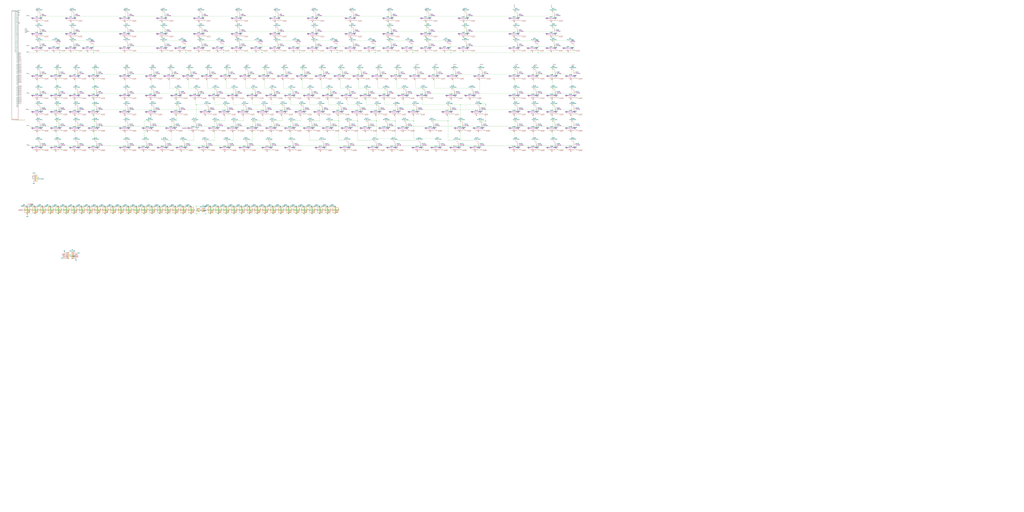
<source format=kicad_sch>
(kicad_sch (version 20231120) (generator "eeschema") (generator_version "8.0")
  (paper "User" 2000 1000)
  (junction (at 53.34 402.59))
  (junction (at 535.94 182.88))
  (junction (at 764.54 62.23))
  (junction (at 698.5 236.22))
  (junction (at 250.19 246.38))
  (junction (at 609.6 402.59))
  (junction (at 424.18 182.88))
  (junction (at 147.32 134.62))
  (junction (at 457.2 402.59))
  (junction (at 838.2 62.23))
  (junction (at 300.99 182.88))
  (junction (at 114.3 417.83))
  (junction (at 152.4 214.63))
  (junction (at 807.72 236.22))
  (junction (at 1116.33 134.62))
  (junction (at 895.35 284.48))
  (junction (at 833.12 52.07))
  (junction (at 184.15 204.47))
  (junction (at 487.68 402.59))
  (junction (at 632.46 144.78))
  (junction (at 911.86 90.17))
  (junction (at 116.84 102.87))
  (junction (at 585.47 102.87))
  (junction (at 669.29 144.78))
  (junction (at 115.57 246.38))
  (junction (at 245.11 134.62))
  (junction (at 680.72 284.48))
  (junction (at 363.22 102.87))
  (junction (at 1047.75 284.48))
  (junction (at 779.78 144.78))
  (junction (at 764.54 31.75))
  (junction (at 426.72 402.59))
  (junction (at 245.11 236.22))
  (junction (at 312.42 417.83))
  (junction (at 567.69 236.22))
  (junction (at 342.9 417.83))
  (junction (at 590.55 134.62))
  (junction (at 1042.67 204.47))
  (junction (at 281.94 417.83))
  (junction (at 1005.84 236.22))
  (junction (at 604.52 172.72))
  (junction (at 373.38 402.59))
  (junction (at 1078.23 52.07))
  (junction (at 312.42 402.59))
  (junction (at 472.44 402.59))
  (junction (at 73.66 80.01))
  (junction (at 407.67 214.63))
  (junction (at 774.7 134.62))
  (junction (at 853.44 144.78))
  (junction (at 78.74 214.63))
  (junction (at 403.86 284.48))
  (junction (at 735.33 236.22))
  (junction (at 1005.84 80.01))
  (junction (at 382.27 172.72))
  (junction (at 777.24 214.63))
  (junction (at 1116.33 204.47))
  (junction (at 1084.58 182.88))
  (junction (at 518.16 417.83))
  (junction (at 426.72 417.83))
  (junction (at 444.5 214.63))
  (junction (at 383.54 204.47))
  (junction (at 948.69 204.47))
  (junction (at 251.46 417.83))
  (junction (at 640.08 417.83))
  (junction (at 401.32 417.83))
  (junction (at 609.6 246.38))
  (junction (at 1079.5 236.22))
  (junction (at 289.56 236.22))
  (junction (at 463.55 80.01))
  (junction (at 78.74 62.23))
  (junction (at 410.21 144.78))
  (junction (at 499.11 246.38))
  (junction (at 807.72 204.47))
  (junction (at 887.73 182.88))
  (junction (at 447.04 144.78))
  (junction (at 189.23 246.38))
  (junction (at 516.89 134.62))
  (junction (at 144.78 62.23))
  (junction (at 847.09 246.38))
  (junction (at 720.09 246.38))
  (junction (at 463.55 52.07))
  (junction (at 73.66 52.07))
  (junction (at 548.64 402.59))
  (junction (at 703.58 214.63))
  (junction (at 609.6 182.88))
  (junction (at 331.47 134.62))
  (junction (at 735.33 284.48))
  (junction (at 114.3 402.59))
  (junction (at 110.49 134.62))
  (junction (at 1005.84 52.07))
  (junction (at 152.4 144.78))
  (junction (at 383.54 417.83))
  (junction (at 294.64 246.38))
  (junction (at 788.67 172.72))
  (junction (at 1084.58 214.63))
  (junction (at 624.84 417.83))
  (junction (at 250.19 284.48))
  (junction (at 190.5 417.83))
  (junction (at 327.66 417.83))
  (junction (at 250.19 90.17))
  (junction (at 476.25 204.47))
  (junction (at 266.7 402.59))
  (junction (at 740.41 214.63))
  (junction (at 205.74 402.59))
  (junction (at 483.87 284.48))
  (junction (at 1047.75 246.38))
  (junction (at 690.88 62.23))
  (junction (at 530.86 236.22))
  (junction (at 594.36 402.59))
  (junction (at 115.57 284.48))
  (junction (at 342.9 402.59))
  (junction (at 220.98 417.83))
  (junction (at 1005.84 134.62))
  (junction (at 1047.75 214.63))
  (junction (at 701.04 134.62))
  (junction (at 358.14 417.83))
  (junction (at 690.88 90.17))
  (junction (at 617.22 90.17))
  (junction (at 419.1 172.72))
  (junction (at 1042.67 236.22))
  (junction (at 772.16 284.48))
  (junction (at 389.89 80.01))
  (junction (at 553.72 134.62))
  (junction (at 1010.92 62.23))
  (junction (at 300.99 214.63))
  (junction (at 236.22 402.59))
  (junction (at 487.68 417.83))
  (junction (at 405.13 134.62))
  (junction (at 678.18 172.72))
  (junction (at 350.52 214.63))
  (junction (at 358.14 402.59))
  (junction (at 73.66 204.47))
  (junction (at 73.66 236.22))
  (junction (at 683.26 246.38))
  (junction (at 511.81 102.87))
  (junction (at 327.66 402.59))
  (junction (at 184.15 236.22))
  (junction (at 806.45 102.87))
  (junction (at 160.02 417.83))
  (junction (at 521.97 144.78))
  (junction (at 720.09 182.88))
  (junction (at 678.18 236.22))
  (junction (at 604.52 236.22))
  (junction (at 793.75 246.38))
  (junction (at 245.11 204.47))
  (junction (at 641.35 172.72))
  (junction (at 73.66 134.62))
  (junction (at 661.67 236.22))
  (junction (at 245.11 52.07))
  (junction (at 814.07 214.63))
  (junction (at 220.98 402.59))
  (junction (at 468.63 90.17))
  (junction (at 563.88 402.59))
  (junction (at 461.01 246.38))
  (junction (at 350.52 182.88))
  (junction (at 394.97 90.17))
  (junction (at 664.21 134.62))
  (junction (at 1083.31 90.17))
  (junction (at 189.23 144.78))
  (junction (at 548.64 417.83))
  (junction (at 83.82 417.83))
  (junction (at 543.56 90.17))
  (junction (at 323.85 284.48))
  (junction (at 468.63 62.23))
  (junction (at 1010.92 214.63))
  (junction (at 368.3 134.62))
  (junction (at 139.7 52.07))
  (junction (at 1116.33 236.22))
  (junction (at 772.16 236.22))
  (junction (at 144.78 402.59))
  (junction (at 115.57 182.88))
  (junction (at 756.92 182.88))
  (junction (at 595.63 144.78))
  (junction (at 441.96 402.59))
  (junction (at 830.58 182.88))
  (junction (at 594.36 417.83))
  (junction (at 468.63 31.75))
  (junction (at 455.93 236.22))
  (junction (at 551.18 204.47))
  (junction (at 572.77 182.88))
  (junction (at 911.86 62.23))
  (junction (at 175.26 402.59))
  (junction (at 251.46 402.59))
  (junction (at 297.18 402.59))
  (junction (at 494.03 172.72))
  (junction (at 530.86 172.72))
  (junction (at 941.07 246.38))
  (junction (at 533.4 402.59))
  (junction (at 250.19 214.63))
  (junction (at 110.49 172.72))
  (junction (at 281.94 402.59))
  (junction (at 1078.23 21.59))
  (junction (at 617.22 62.23))
  (junction (at 627.38 134.62))
  (junction (at 811.53 134.62))
  (junction (at 78.74 182.88))
  (junction (at 629.92 214.63))
  (junction (at 640.08 402.59))
  (junction (at 1010.92 284.48))
  (junction (at 1116.33 172.72))
  (junction (at 756.92 246.38))
  (junction (at 144.78 417.83))
  (junction (at 147.32 172.72))
  (junction (at 250.19 31.75))
  (junction (at 899.16 236.22))
  (junction (at 295.91 134.62))
  (junction (at 942.34 144.78))
  (junction (at 373.38 144.78))
  (junction (at 934.72 284.48))
  (junction (at 543.56 31.75))
  (junction (at 715.01 172.72))
  (junction (at 182.88 102.87))
  (junction (at 869.95 80.01))
  (junction (at 441.96 417.83))
  (junction (at 184.15 172.72))
  (junction (at 115.57 144.78))
  (junction (at 533.4 417.83))
  (junction (at 685.8 80.01))
  (junction (at 441.96 134.62))
  (junction (at 1010.92 182.88))
  (junction (at 457.2 417.83))
  (junction (at 612.14 80.01))
  (junction (at 401.32 410.21))
  (junction (at 345.44 172.72))
  (junction (at 588.01 204.47))
  (junction (at 514.35 204.47))
  (junction (at 295.91 204.47))
  (junction (at 1084.58 144.78))
  (junction (at 732.79 102.87))
  (junction (at 858.52 284.48))
  (junction (at 538.48 52.07))
  (junction (at 899.16 204.47))
  (junction (at 394.97 31.75))
  (junction (at 373.38 417.83))
  (junction (at 1042.67 172.72))
  (junction (at 1079.5 172.72))
  (junction (at 1079.5 204.47))
  (junction (at 821.69 284.48))
  (junction (at 300.99 144.78))
  (junction (at 401.32 402.59))
  (junction (at 317.5 80.01))
  (junction (at 911.86 31.75))
  (junction (at 439.42 204.47))
  (junction (at 880.11 214.63))
  (junction (at 494.03 236.22))
  (junction (at 411.48 402.59))
  (junction (at 480.06 134.62))
  (junction (at 683.26 182.88))
  (junction (at 378.46 236.22))
  (junction (at 99.06 417.83))
  (junction (at 78.74 90.17))
  (junction (at 1078.23 80.01))
  (junction (at 129.54 402.59))
  (junction (at 340.36 246.38))
  (junction (at 383.54 402.59))
  (junction (at 528.32 284.48))
  (junction (at 144.78 31.75))
  (junction (at 609.6 417.83))
  (junction (at 502.92 402.59))
  (junction (at 335.28 236.22))
  (junction (at 287.02 284.48))
  (junction (at 685.8 52.07))
  (junction (at 322.58 31.75))
  (junction (at 502.92 417.83))
  (junction (at 424.18 246.38))
  (junction (at 152.4 182.88))
  (junction (at 659.13 102.87))
  (junction (at 250.19 144.78))
  (junction (at 295.91 172.72))
  (junction (at 322.58 90.17))
  (junction (at 1083.31 31.75))
  (junction (at 833.12 80.01))
  (junction (at 411.48 417.83))
  (junction (at 445.77 284.48))
  (junction (at 735.33 204.47))
  (junction (at 78.74 284.48))
  (junction (at 360.68 284.48))
  (junction (at 152.4 284.48))
  (junction (at 419.1 236.22))
  (junction (at 880.11 102.87))
  (junction (at 632.46 284.48))
  (junction (at 115.57 214.63))
  (junction (at 73.66 172.72))
  (junction (at 646.43 182.88))
  (junction (at 646.43 246.38))
  (junction (at 764.54 90.17))
  (junction (at 110.49 204.47))
  (junction (at 1084.58 246.38))
  (junction (at 147.32 236.22))
  (junction (at 383.54 246.38))
  (junction (at 838.2 90.17))
  (junction (at 518.16 402.59))
  (junction (at 816.61 144.78))
  (junction (at 481.33 214.63))
  (junction (at 389.89 52.07))
  (junction (at 189.23 284.48))
  (junction (at 383.54 410.21))
  (junction (at 394.97 62.23))
  (junction (at 924.56 182.88))
  (junction (at 661.67 204.47))
  (junction (at 387.35 182.88))
  (junction (at 617.22 31.75))
  (junction (at 875.03 236.22))
  (junction (at 624.84 204.47))
  (junction (at 189.23 182.88))
  (junction (at 737.87 134.62))
  (junction (at 666.75 214.63))
  (junction (at 612.14 52.07))
  (junction (at 236.22 417.83))
  (junction (at 205.74 417.83))
  (junction (at 772.16 204.47))
  (junction (at 556.26 214.63))
  (junction (at 838.2 31.75))
  (junction (at 250.19 182.88))
  (junction (at 99.06 402.59))
  (junction (at 472.44 417.83))
  (junction (at 68.58 402.59))
  (junction (at 152.4 246.38))
  (junction (at 825.5 172.72))
  (junction (at 1047.75 182.88))
  (junction (at 572.77 284.48))
  (junction (at 579.12 417.83))
  (junction (at 129.54 417.83))
  (junction (at 759.46 52.07))
  (junction (at 1010.92 31.75))
  (junction (at 1047.75 144.78))
  (junction (at 322.58 62.23))
  (junction (at 78.74 144.78))
  (junction (at 1010.92 246.38))
  (junction (at 1084.58 284.48))
  (junction (at 937.26 201.93))
  (junction (at 1010.92 144.78))
  (junction (at 83.82 402.59))
  (junction (at 519.43 214.63))
  (junction (at 563.88 417.83))
  (junction (at 937.26 214.63))
  (junction (at 885.19 134.62))
  (junction (at 624.84 402.59))
  (junction (at 144.78 90.17))
  (junction (at 53.34 417.83))
  (junction (at 1051.56 102.87))
  (junction (at 78.74 246.38))
  (junction (at 593.09 214.63))
  (junction (at 297.18 417.83))
  (junction (at 742.95 144.78))
  (junction (at 436.88 102.87))
  (junction (at 175.26 417.83))
  (junction (at 906.78 52.07))
  (junction (at 882.65 172.72))
  (junction (at 751.84 172.72))
  (junction (at 706.12 144.78))
  (junction (at 455.93 172.72))
  (junction (at 558.8 144.78))
  (junction (at 890.27 144.78))
  (junction (at 535.94 246.38))
  (junction (at 937.26 134.62))
  (junction (at 1079.5 134.62))
  (junction (at 345.44 204.47))
  (junction (at 68.58 417.83))
  (junction (at 317.5 52.07))
  (junction (at 1005.84 21.59))
  (junction (at 110.49 236.22))
  (junction (at 336.55 144.78))
  (junction (at 848.36 134.62))
  (junction (at 875.03 204.47))
  (junction (at 572.77 246.38))
  (junction (at 730.25 274.32))
  (junction (at 1010.92 90.17))
  (junction (at 189.23 214.63))
  (junction (at 538.48 80.01))
  (junction (at 250.19 62.23))
  (junction (at 690.88 31.75))
  (junction (at 698.5 204.47))
  (junction (at 579.12 402.59))
  (junction (at 461.01 182.88))
  (junction (at 485.14 144.78))
  (junction (at 266.7 417.83))
  (junction (at 184.15 134.62))
  (junction (at 245.11 172.72))
  (junction (at 948.69 236.22))
  (junction (at 543.56 62.23))
  (junction (at 499.11 182.88))
  (junction (at 567.69 172.72))
  (junction (at 78.74 31.75))
  (junction (at 1005.84 172.72))
  (junction (at 1042.67 134.62))
  (junction (at 139.7 80.01))
  (junction (at 147.32 204.47))
  (junction (at 190.5 402.59))
  (junction (at 1005.84 204.47))
  (junction (at 904.24 246.38))
  (junction (at 160.02 402.59))
  (junction (at 759.46 80.01))
  (junction (at 793.75 182.88))
  (wire (pts (xy 158.75 152.4) (xy 158.75 153.67)))
  (wire (pts (xy 615.95 254) (xy 615.95 255.27)))
  (wire (pts (xy 772.16 236.22) (xy 751.84 236.22)))
  (wire (pts (xy 859.79 152.4) (xy 859.79 153.67)))
  (wire (pts (xy 737.87 128.27) (xy 737.87 134.62)))
  (wire (pts (xy 678.18 204.47) (xy 698.5 204.47)))
  (wire (pts (xy 468.63 62.23) (xy 543.56 62.23)))
  (wire (pts (xy 937.26 127) (xy 937.26 134.62)))
  (wire (pts (xy 378.46 236.22) (xy 378.46 274.32)))
  (wire (pts (xy 195.58 254) (xy 195.58 255.27)))
  (wire (pts (xy 579.12 417.83) (xy 594.36 417.83)))
  (wire (pts (xy 158.75 153.67) (xy 160.02 153.67)))
  (wire (pts (xy 379.73 97.79) (xy 383.54 97.79)))
  (wire (pts (xy 110.49 134.62) (xy 110.49 172.72)))
  (wire (pts (xy 910.59 254) (xy 910.59 255.27)))
  (wire (pts (xy 245.11 134.62) (xy 245.11 172.72)))
  (wire (pts (xy 995.68 222.25) (xy 999.49 222.25)))
  (wire (pts (xy 453.39 39.37) (xy 457.2 39.37)))
  (wire (pts (xy 330.2 292.1) (xy 330.2 293.37)))
  (wire (pts (xy 875.03 204.47) (xy 875.03 236.22)))
  (wire (pts (xy 331.47 172.72) (xy 345.44 172.72)))
  (wire (pts (xy 530.86 274.32) (xy 523.24 274.32)))
  (wire (pts (xy 894.08 190.5) (xy 894.08 191.77)))
  (wire (pts (xy 899.16 236.22) (xy 899.16 204.47)))
  (wire (pts (xy 1032.51 190.5) (xy 1036.32 190.5)))
  (wire (pts (xy 234.95 39.37) (xy 238.76 39.37)))
  (wire (pts (xy 281.94 417.83) (xy 297.18 417.83)))
  (wire (pts (xy 594.36 254) (xy 598.17 254)))
  (wire (pts (xy 525.78 222.25) (xy 525.78 223.52)))
  (wire (pts (xy 664.21 128.27) (xy 664.21 134.62)))
  (wire (pts (xy 1010.92 284.48) (xy 1047.75 284.48)))
  (wire (pts (xy 549.91 71.12) (xy 551.18 71.12)))
  (wire (pts (xy 1005.84 21.59) (xy 1005.84 52.07)))
  (wire (pts (xy 99.06 417.83) (xy 114.3 417.83)))
  (wire (pts (xy 99.06 402.59) (xy 114.3 402.59)))
  (wire (pts (xy 356.87 191.77) (xy 358.14 191.77)))
  (wire (pts (xy 764.54 152.4) (xy 768.35 152.4)))
  (wire (pts (xy 652.78 254) (xy 652.78 255.27)))
  (wire (pts (xy 356.87 222.25) (xy 356.87 223.52)))
  (wire (pts (xy 617.22 292.1) (xy 621.03 292.1)))
  (wire (pts (xy 1127.76 190.5) (xy 1127.76 191.77)))
  (wire (pts (xy 505.46 191.77) (xy 506.73 191.77)))
  (wire (pts (xy 666.75 214.63) (xy 703.58 214.63)))
  (wire (pts (xy 1069.34 292.1) (xy 1073.15 292.1)))
  (wire (pts (xy 590.55 134.62) (xy 590.55 172.72)))
  (wire (pts (xy 995.68 254) (xy 999.49 254)))
  (wire (pts (xy 688.34 222.25) (xy 692.15 222.25)))
  (wire (pts (xy 457.2 402.59) (xy 472.44 402.59)))
  (wire (pts (xy 778.51 254) (xy 782.32 254)))
  (wire (pts (xy 245.11 128.27) (xy 245.11 134.62)))
  (wire (pts (xy 1090.93 153.67) (xy 1092.2 153.67)))
  (wire (pts (xy 631.19 190.5) (xy 635 190.5)))
  (wire (pts (xy 543.56 90.17) (xy 617.22 90.17)))
  (wire (pts (xy 725.17 222.25) (xy 728.98 222.25)))
  (wire (pts (xy 756.92 246.38) (xy 793.75 246.38)))
  (wire (pts (xy 335.28 274.32) (xy 318.77 274.32)))
  (wire (pts (xy 896.62 153.67) (xy 897.89 153.67)))
  (wire (pts (xy 285.75 190.5) (xy 289.56 190.5)))
  (wire (pts (xy 763.27 254) (xy 763.27 255.27)))
  (wire (pts (xy 735.33 284.48) (xy 772.16 284.48)))
  (wire (pts (xy 73.66 134.62) (xy 73.66 172.72)))
  (wire (pts (xy 822.96 153.67) (xy 824.23 153.67)))
  (wire (pts (xy 601.98 97.79) (xy 605.79 97.79)))
  (wire (pts (xy 378.46 274.32) (xy 355.6 274.32)))
  (wire (pts (xy 995.68 152.4) (xy 999.49 152.4)))
  (wire (pts (xy 408.94 254) (xy 412.75 254)))
  (wire (pts (xy 615.95 255.27) (xy 617.22 255.27)))
  (wire (pts (xy 438.15 99.06) (xy 439.42 99.06)))
  (wire (pts (xy 542.29 254) (xy 542.29 255.27)))
  (wire (pts (xy 116.84 102.87) (xy 116.84 85.09)))
  (wire (pts (xy 995.68 190.5) (xy 999.49 190.5)))
  (wire (pts (xy 697.23 39.37) (xy 697.23 40.64)))
  (wire (pts (xy 572.77 246.38) (xy 609.6 246.38)))
  (wire (pts (xy 85.09 69.85) (xy 85.09 71.12)))
  (wire (pts (xy 250.19 246.38) (xy 294.64 246.38)))
  (wire (pts (xy 1017.27 293.37) (xy 1018.54 293.37)))
  (wire (pts (xy 806.45 292.1) (xy 810.26 292.1)))
  (wire (pts (xy 78.74 62.23) (xy 144.78 62.23)))
  (wire (pts (xy 763.27 190.5) (xy 763.27 191.77)))
  (wire (pts (xy 609.6 402.59) (xy 624.84 402.59)))
  (wire (pts (xy 1017.27 255.27) (xy 1018.54 255.27)))
  (wire (pts (xy 567.69 172.72) (xy 553.72 172.72)))
  (wire (pts (xy 1054.1 223.52) (xy 1055.37 223.52)))
  (wire (pts (xy 689.61 190.5) (xy 689.61 191.77)))
  (wire (pts (xy 577.85 222.25) (xy 581.66 222.25)))
  (wire (pts (xy 519.43 214.63) (xy 556.26 214.63)))
  (wire (pts (xy 114.3 417.83) (xy 129.54 417.83)))
  (wire (pts (xy 821.69 284.48) (xy 858.52 284.48)))
  (wire (pts (xy 250.19 182.88) (xy 300.99 182.88)))
  (wire (pts (xy 328.93 99.06) (xy 330.2 99.06)))
  (wire (pts (xy 1017.27 39.37) (xy 1017.27 40.64)))
  (wire (pts (xy 579.12 292.1) (xy 579.12 293.37)))
  (wire (pts (xy 430.53 190.5) (xy 430.53 191.77)))
  (wire (pts (xy 256.54 255.27) (xy 257.81 255.27)))
  (wire (pts (xy 63.5 222.25) (xy 67.31 222.25)))
  (wire (pts (xy 762 222.25) (xy 765.81 222.25)))
  (wire (pts (xy 121.92 255.27) (xy 123.19 255.27)))
  (wire (pts (xy 617.22 62.23) (xy 690.88 62.23)))
  (wire (pts (xy 441.96 128.27) (xy 441.96 134.62)))
  (wire (pts (xy 100.33 152.4) (xy 104.14 152.4)))
  (wire (pts (xy 661.67 236.22) (xy 661.67 274.32)))
  (wire (pts (xy 383.54 402.59) (xy 383.54 407.67)))
  (wire (pts (xy 899.16 204.47) (xy 932.18 204.47)))
  (wire (pts (xy 250.19 214.63) (xy 300.99 214.63)))
  (wire (pts (xy 689.61 255.27) (xy 690.88 255.27)))
  (wire (pts (xy 129.54 402.59) (xy 144.78 402.59)))
  (wire (pts (xy 307.34 69.85) (xy 311.15 69.85)))
  (wire (pts (xy 538.48 80.01) (xy 575.31 80.01)))
  (wire (pts (xy 675.64 69.85) (xy 679.45 69.85)))
  (wire (pts (xy 389.89 254) (xy 389.89 255.27)))
  (wire (pts (xy 513.08 99.06) (xy 514.35 99.06)))
  (wire (pts (xy 565.15 152.4) (xy 565.15 153.67)))
  (wire (pts (xy 770.89 69.85) (xy 770.89 71.12)))
  (wire (pts (xy 831.85 254) (xy 835.66 254)))
  (wire (pts (xy 195.58 152.4) (xy 195.58 153.67)))
  (wire (pts (xy 864.87 222.25) (xy 868.68 222.25)))
  (wire (pts (xy 579.12 190.5) (xy 579.12 191.77)))
  (wire (pts (xy 617.22 152.4) (xy 621.03 152.4)))
  (wire (pts (xy 623.57 97.79) (xy 623.57 99.06)))
  (wire (pts (xy 943.61 223.52) (xy 944.88 223.52)))
  (wire (pts (xy 407.67 214.63) (xy 444.5 214.63)))
  (wire (pts (xy 741.68 190.5) (xy 745.49 190.5)))
  (wire (pts (xy 838.2 90.17) (xy 911.86 90.17)))
  (wire (pts (xy 516.89 172.72) (xy 530.86 172.72)))
  (wire (pts (xy 567.69 274.32) (xy 567.69 236.22)))
  (wire (pts (xy 57.15 246.38) (xy 78.74 246.38)))
  (wire (pts (xy 85.09 223.52) (xy 86.36 223.52)))
  (wire (pts (xy 436.88 102.87) (xy 511.81 102.87)))
  (wire (pts (xy 1054.1 222.25) (xy 1054.1 223.52)))
  (wire (pts (xy 588.01 236.22) (xy 588.01 204.47)))
  (wire (pts (xy 328.93 69.85) (xy 328.93 71.12)))
  (wire (pts (xy 307.34 223.52) (xy 308.61 223.52)))
  (wire (pts (xy 1090.93 292.1) (xy 1090.93 293.37)))
  (wire (pts (xy 245.11 52.07) (xy 245.11 80.01)))
  (wire (pts (xy 675.64 152.4) (xy 675.64 153.67)))
  (wire (pts (xy 661.67 236.22) (xy 641.35 236.22)))
  (wire (pts (xy 673.1 222.25) (xy 673.1 223.52)))
  (wire (pts (xy 624.84 417.83) (xy 640.08 417.83)))
  (wire (pts (xy 410.21 144.78) (xy 447.04 144.78)))
  (wire (pts (xy 483.87 254) (xy 487.68 254)))
  (wire (pts (xy 652.78 255.27) (xy 654.05 255.27)))
  (wire (pts (xy 822.96 97.79) (xy 826.77 97.79)))
  (wire (pts (xy 158.75 222.25) (xy 158.75 223.52)))
  (wire (pts (xy 401.32 39.37) (xy 401.32 40.64)))
  (wire (pts (xy 129.54 39.37) (xy 133.35 39.37)))
  (wire (pts (xy 943.61 222.25) (xy 943.61 223.52)))
  (wire (pts (xy 627.38 172.72) (xy 641.35 172.72)))
  (wire (pts (xy 505.46 254) (xy 505.46 255.27)))
  (wire (pts (xy 250.19 284.48) (xy 287.02 284.48)))
  (wire (pts (xy 478.79 274.32) (xy 494.03 274.32)))
  (wire (pts (xy 368.3 128.27) (xy 368.3 134.62)))
  (wire (pts (xy 472.44 402.59) (xy 487.68 402.59)))
  (wire (pts (xy 1017.27 69.85) (xy 1017.27 71.12)))
  (wire (pts (xy 474.98 99.06) (xy 476.25 99.06)))
  (wire (pts (xy 452.12 293.37) (xy 453.39 293.37)))
  (wire (pts (xy 844.55 39.37) (xy 844.55 40.64)))
  (wire (pts (xy 256.54 191.77) (xy 257.81 191.77)))
  (wire (pts (xy 295.91 204.47) (xy 295.91 229.87)))
  (wire (pts (xy 1047.75 284.48) (xy 1084.58 284.48)))
  (wire (pts (xy 476.25 236.22) (xy 455.93 236.22)))
  (wire (pts (xy 190.5 402.59) (xy 205.74 402.59)))
  (wire (pts (xy 468.63 31.75) (xy 543.56 31.75)))
  (wire (pts (xy 1127.76 152.4) (xy 1127.76 153.67)))
  (wire (pts (xy 410.21 293.37) (xy 411.48 293.37)))
  (wire (pts (xy 158.75 255.27) (xy 160.02 255.27)))
  (wire (pts (xy 895.35 284.48) (xy 934.72 284.48)))
  (wire (pts (xy 505.46 190.5) (xy 505.46 191.77)))
  (wire (pts (xy 487.68 417.83) (xy 502.92 417.83)))
  (wire (pts (xy 392.43 222.25) (xy 396.24 222.25)))
  (wire (pts (xy 588.01 204.47) (xy 567.69 204.47)))
  (wire (pts (xy 151.13 39.37) (xy 151.13 40.64)))
  (wire (pts (xy 820.42 223.52) (xy 821.69 223.52)))
  (wire (pts (xy 838.2 152.4) (xy 842.01 152.4)))
  (wire (pts (xy 439.42 204.47) (xy 419.1 204.47)))
  (wire (pts (xy 300.99 214.63) (xy 350.52 214.63)))
  (wire (pts (xy 96.52 97.79) (xy 100.33 97.79)))
  (wire (pts (xy 565.15 153.67) (xy 566.42 153.67)))
  (wire (pts (xy 617.22 31.75) (xy 690.88 31.75)))
  (wire (pts (xy 910.59 255.27) (xy 911.86 255.27)))
  (wire (pts (xy 158.75 190.5) (xy 158.75 191.77)))
  (wire (pts (xy 256.54 40.64) (xy 257.81 40.64)))
  (wire (pts (xy 786.13 97.79) (xy 789.94 97.79)))
  (wire (pts (xy 882.65 172.72) (xy 882.65 204.47)))
  (wire (pts (xy 419.1 204.47) (xy 419.1 172.72)))
  (wire (pts (xy 297.18 402.59) (xy 312.42 402.59)))
  (wire (pts (xy 697.23 97.79) (xy 697.23 99.06)))
  (wire (pts (xy 734.06 99.06) (xy 735.33 99.06)))
  (wire (pts (xy 85.09 255.27) (xy 86.36 255.27)))
  (wire (pts (xy 615.95 191.77) (xy 617.22 191.77)))
  (wire (pts (xy 342.9 417.83) (xy 358.14 417.83)))
  (wire (pts (xy 245.11 236.22) (xy 245.11 274.32)))
  (wire (pts (xy 383.54 204.47) (xy 402.59 204.47)))
  (wire (pts (xy 368.3 172.72) (xy 382.27 172.72)))
  (wire (pts (xy 379.73 153.67) (xy 381 153.67)))
  (wire (pts (xy 1069.34 152.4) (xy 1073.15 152.4)))
  (wire (pts (xy 173.99 292.1) (xy 177.8 292.1)))
  (wire (pts (xy 822.96 152.4) (xy 822.96 153.67)))
  (wire (pts (xy 942.34 144.78) (xy 1010.92 144.78)))
  (wire (pts (xy 330.2 293.37) (xy 331.47 293.37)))
  (wire (pts (xy 698.5 236.22) (xy 678.18 236.22)))
  (wire (pts (xy 480.06 128.27) (xy 480.06 134.62)))
  (wire (pts (xy 279.4 254) (xy 283.21 254)))
  (wire (pts (xy 770.89 99.06) (xy 772.16 99.06)))
  (wire (pts (xy 814.07 214.63) (xy 880.11 214.63)))
  (wire (pts (xy 195.58 293.37) (xy 196.85 293.37)))
  (wire (pts (xy 947.42 254) (xy 947.42 255.27)))
  (wire (pts (xy 579.12 254) (xy 579.12 255.27)))
  (wire (pts (xy 930.91 191.77) (xy 932.18 191.77)))
  (wire (pts (xy 63.5 190.5) (xy 67.31 190.5)))
  (wire (pts (xy 875.03 236.22) (xy 875.03 274.32)))
  (wire (pts (xy 429.26 222.25) (xy 433.07 222.25)))
  (wire (pts (xy 431.8 152.4) (xy 435.61 152.4)))
  (wire (pts (xy 158.75 223.52) (xy 160.02 223.52)))
  (wire (pts (xy 455.93 204.47) (xy 476.25 204.47)))
  (wire (pts (xy 463.55 80.01) (xy 501.65 80.01)))
  (wire (pts (xy 1089.66 71.12) (xy 1090.93 71.12)))
  (wire (pts (xy 1052.83 97.79) (xy 1052.83 99.06)))
  (wire (pts (xy 793.75 182.88) (xy 830.58 182.88)))
  (wire (pts (xy 885.19 127) (xy 885.19 134.62)))
  (wire (pts (xy 511.81 102.87) (xy 511.81 85.09)))
  (wire (pts (xy 549.91 39.37) (xy 549.91 40.64)))
  (wire (pts (xy 234.95 190.5) (xy 238.76 190.5)))
  (wire (pts (xy 778.51 190.5) (xy 782.32 190.5)))
  (wire (pts (xy 373.38 144.78) (xy 410.21 144.78)))
  (wire (pts (xy 535.94 246.38) (xy 572.77 246.38)))
  (wire (pts (xy 601.98 69.85) (xy 605.79 69.85)))
  (wire (pts (xy 675.64 39.37) (xy 679.45 39.37)))
  (wire (pts (xy 770.89 39.37) (xy 770.89 40.64)))
  (wire (pts (xy 1084.58 144.78) (xy 1121.41 144.78)))
  (wire (pts (xy 737.87 134.62) (xy 737.87 172.72)))
  (wire (pts (xy 1069.34 254) (xy 1073.15 254)))
  (wire (pts (xy 624.84 236.22) (xy 604.52 236.22)))
  (wire (pts (xy 436.88 102.87) (xy 436.88 85.09)))
  (wire (pts (xy 256.54 254) (xy 256.54 255.27)))
  (wire (pts (xy 516.89 128.27) (xy 516.89 134.62)))
  (wire (pts (xy 937.26 214.63) (xy 1010.92 214.63)))
  (wire (pts (xy 800.1 191.77) (xy 801.37 191.77)))
  (wire (pts (xy 875.03 152.4) (xy 878.84 152.4)))
  (wire (pts (xy 317.5 52.07) (xy 317.5 80.01)))
  (wire (pts (xy 426.72 417.83) (xy 441.96 417.83)))
  (wire (pts (xy 430.53 254) (xy 430.53 255.27)))
  (wire (pts (xy 1127.76 153.67) (xy 1129.03 153.67)))
  (wire (pts (xy 624.84 402.59) (xy 640.08 402.59)))
  (wire (pts (xy 1005.84 236.22) (xy 1005.84 274.32)))
  (wire (pts (xy 685.8 81.28) (xy 685.8 80.01)))
  (wire (pts (xy 542.29 191.77) (xy 543.56 191.77)))
  (wire (pts (xy 1090.93 293.37) (xy 1092.2 293.37)))
  (wire (pts (xy 896.62 152.4) (xy 896.62 153.67)))
  (wire (pts (xy 763.27 191.77) (xy 764.54 191.77)))
  (wire (pts (xy 675.64 97.79) (xy 679.45 97.79)))
  (wire (pts (xy 822.96 69.85) (xy 826.77 69.85)))
  (wire (pts (xy 1106.17 254) (xy 1109.98 254)))
  (wire (pts (xy 853.44 254) (xy 853.44 255.27)))
  (wire (pts (xy 151.13 71.12) (xy 152.4 71.12)))
  (wire (pts (xy 346.71 255.27) (xy 347.98 255.27)))
  (wire (pts (xy 557.53 254) (xy 561.34 254)))
  (wire (pts (xy 518.16 417.83) (xy 533.4 417.83)))
  (wire (pts (xy 383.54 412.75) (xy 383.54 417.83)))
  (wire (pts (xy 726.44 190.5) (xy 726.44 191.77)))
  (wire (pts (xy 720.09 182.88) (xy 756.92 182.88)))
  (wire (pts (xy 800.1 255.27) (xy 801.37 255.27)))
  (wire (pts (xy 520.7 190.5) (xy 524.51 190.5)))
  (wire (pts (xy 195.58 223.52) (xy 196.85 223.52)))
  (wire (pts (xy 85.09 191.77) (xy 86.36 191.77)))
  (wire (pts (xy 749.3 39.37) (xy 753.11 39.37)))
  (wire (pts (xy 383.54 402.59) (xy 401.32 402.59)))
  (wire (pts (xy 690.88 62.23) (xy 764.54 62.23)))
  (wire (pts (xy 690.88 90.17) (xy 764.54 90.17)))
  (wire (pts (xy 1078.23 80.01) (xy 1111.25 80.01)))
  (wire (pts (xy 833.12 80.01) (xy 869.95 80.01)))
  (wire (pts (xy 807.72 236.22) (xy 807.72 270.51)))
  (wire (pts (xy 1017.27 254) (xy 1017.27 255.27)))
  (wire (pts (xy 1047.75 182.88) (xy 1084.58 182.88)))
  (wire (pts (xy 256.54 99.06) (xy 257.81 99.06)))
  (wire (pts (xy 426.72 402.59) (xy 441.96 402.59)))
  (wire (pts (xy 453.39 97.79) (xy 457.2 97.79)))
  (wire (pts (xy 1052.83 99.06) (xy 1054.1 99.06)))
  (wire (pts (xy 858.52 284.48) (xy 895.35 284.48)))
  (wire (pts (xy 844.55 99.06) (xy 845.82 99.06)))
  (wire (pts (xy 312.42 402.59) (xy 327.66 402.59)))
  (wire (pts (xy 472.44 417.83) (xy 487.68 417.83)))
  (wire (pts (xy 401.32 402.59) (xy 401.32 407.67)))
  (wire (pts (xy 1042.67 236.22) (xy 1042.67 274.32)))
  (wire (pts (xy 661.67 274.32) (xy 675.64 274.32)))
  (wire (pts (xy 487.68 222.25) (xy 487.68 223.52)))
  (wire (pts (xy 770.89 40.64) (xy 772.16 40.64)))
  (wire (pts (xy 1010.92 246.38) (xy 1047.75 246.38)))
  (wire (pts (xy 1010.92 144.78) (xy 1047.75 144.78)))
  (wire (pts (xy 1089.66 69.85) (xy 1089.66 71.12)))
  (wire (pts (xy 256.54 71.12) (xy 257.81 71.12)))
  (wire (pts (xy 698.5 204.47) (xy 698.5 236.22)))
  (wire (pts (xy 911.86 31.75) (xy 1010.92 31.75)))
  (wire (pts (xy 129.54 97.79) (xy 133.35 97.79)))
  (wire (pts (xy 778.51 293.37) (xy 779.78 293.37)))
  (wire (pts (xy 638.81 292.1) (xy 638.81 293.37)))
  (wire (pts (xy 162.56 97.79) (xy 166.37 97.79)))
  (wire (pts (xy 441.96 134.62) (xy 441.96 172.72)))
  (wire (pts (xy 401.32 71.12) (xy 402.59 71.12)))
  (wire (pts (xy 453.39 69.85) (xy 457.2 69.85)))
  (wire (pts (xy 444.5 214.63) (xy 481.33 214.63)))
  (wire (pts (xy 530.86 204.47) (xy 551.18 204.47)))
  (wire (pts (xy 189.23 214.63) (xy 250.19 214.63)))
  (wire (pts (xy 342.9 402.59) (xy 358.14 402.59)))
  (wire (pts (xy 896.62 69.85) (xy 900.43 69.85)))
  (wire (pts (xy 455.93 172.72) (xy 455.93 204.47)))
  (wire (pts (xy 538.48 21.59) (xy 538.48 52.07)))
  (wire (pts (xy 807.72 236.22) (xy 788.67 236.22)))
  (wire (pts (xy 195.58 191.77) (xy 196.85 191.77)))
  (wire (pts (xy 85.09 71.12) (xy 86.36 71.12)))
  (wire (pts (xy 604.52 204.47) (xy 624.84 204.47)))
  (wire (pts (xy 325.12 254) (xy 328.93 254)))
  (wire (pts (xy 948.69 236.22) (xy 948.69 238.76)))
  (wire (pts (xy 256.54 223.52) (xy 257.81 223.52)))
  (wire (pts (xy 293.37 292.1) (xy 293.37 293.37)))
  (wire (pts (xy 250.19 144.78) (xy 300.99 144.78)))
  (wire (pts (xy 623.57 71.12) (xy 624.84 71.12)))
  (wire (pts (xy 55.88 214.63) (xy 78.74 214.63)))
  (wire (pts (xy 129.54 417.83) (xy 144.78 417.83)))
  (wire (pts (xy 331.47 128.27) (xy 331.47 134.62)))
  (wire (pts (xy 474.98 97.79) (xy 474.98 99.06)))
  (wire (pts (xy 137.16 254) (xy 140.97 254)))
  (wire (pts (xy 652.78 190.5) (xy 652.78 191.77)))
  (wire (pts (xy 937.26 134.62) (xy 937.26 201.93)))
  (wire (pts (xy 342.9 153.67) (xy 344.17 153.67)))
  (wire (pts (xy 393.7 191.77) (xy 394.97 191.77)))
  (wire (pts (xy 864.87 292.1) (xy 864.87 293.37)))
  (wire (pts (xy 783.59 222.25) (xy 783.59 223.52)))
  (wire (pts (xy 78.74 214.63) (xy 115.57 214.63)))
  (wire (pts (xy 53.34 402.59) (xy 68.58 402.59)))
  (wire (pts (xy 350.52 214.63) (xy 407.67 214.63)))
  (wire (pts (xy 300.99 182.88) (xy 350.52 182.88)))
  (wire (pts (xy 665.48 292.1) (xy 669.29 292.1)))
  (wire (pts (xy 467.36 254) (xy 467.36 255.27)))
  (wire (pts (xy 234.95 292.1) (xy 238.76 292.1)))
  (wire (pts (xy 158.75 292.1) (xy 158.75 293.37)))
  (wire (pts (xy 387.35 182.88) (xy 424.18 182.88)))
  (wire (pts (xy 307.34 191.77) (xy 308.61 191.77)))
  (wire (pts (xy 528.32 97.79) (xy 532.13 97.79)))
  (wire (pts (xy 293.37 293.37) (xy 294.64 293.37)))
  (wire (pts (xy 551.18 204.47) (xy 551.18 236.22)))
  (wire (pts (xy 652.78 191.77) (xy 654.05 191.77)))
  (wire (pts (xy 144.78 417.83) (xy 160.02 417.83)))
  (wire (pts (xy 1068.07 97.79) (xy 1071.88 97.79)))
  (wire (pts (xy 922.02 222.25) (xy 925.83 222.25)))
  (wire (pts (xy 175.26 417.83) (xy 190.5 417.83)))
  (wire (pts (xy 1090.93 191.77) (xy 1092.2 191.77)))
  (wire (pts (xy 367.03 293.37) (xy 368.3 293.37)))
  (wire (pts (xy 256.54 69.85) (xy 256.54 71.12)))
  (wire (pts (xy 118.11 99.06) (xy 119.38 99.06)))
  (wire (pts (xy 1121.41 102.87) (xy 1121.41 85.09)))
  (wire (pts (xy 307.34 39.37) (xy 311.15 39.37)))
  (wire (pts (xy 572.77 284.48) (xy 632.46 284.48)))
  (wire (pts (xy 350.52 182.88) (xy 387.35 182.88)))
  (wire (pts (xy 533.4 402.59) (xy 548.64 402.59)))
  (wire (pts (xy 401.32 99.06) (xy 402.59 99.06)))
  (wire (pts (xy 528.32 153.67) (xy 529.59 153.67)))
  (wire (pts (xy 389.89 21.59) (xy 389.89 52.07)))
  (wire (pts (xy 139.7 52.07) (xy 139.7 80.01)))
  (wire (pts (xy 401.32 417.83) (xy 411.48 417.83)))
  (wire (pts (xy 173.99 222.25) (xy 177.8 222.25)))
  (wire (pts (xy 941.07 246.38) (xy 1010.92 246.38)))
  (wire (pts (xy 749.3 152.4) (xy 749.3 153.67)))
  (wire (pts (xy 629.92 214.63) (xy 666.75 214.63)))
  (wire (pts (xy 580.39 152.4) (xy 584.2 152.4)))
  (wire (pts (xy 175.26 402.59) (xy 190.5 402.59)))
  (wire (pts (xy 521.97 144.78) (xy 558.8 144.78)))
  (wire (pts (xy 1084.58 182.88) (xy 1121.41 182.88)))
  (wire (pts (xy 307.34 153.67) (xy 308.61 153.67)))
  (wire (pts (xy 533.4 417.83) (xy 548.64 417.83)))
  (wire (pts (xy 289.56 236.22) (xy 289.56 229.87)))
  (wire (pts (xy 401.32 40.64) (xy 402.59 40.64)))
  (wire (pts (xy 538.48 52.07) (xy 538.48 80.01)))
  (wire (pts (xy 53.34 417.83) (xy 68.58 417.83)))
  (wire (pts (xy 800.1 254) (xy 800.1 255.27)))
  (wire (pts (xy 335.28 236.22) (xy 335.28 274.32)))
  (wire (pts (xy 485.14 144.78) (xy 521.97 144.78)))
  (wire (pts (xy 1090.93 190.5) (xy 1090.93 191.77)))
  (wire (pts (xy 1054.1 191.77) (xy 1055.37 191.77)))
  (wire (pts (xy 881.38 99.06) (xy 882.65 99.06)))
  (wire (pts (xy 689.61 254) (xy 689.61 255.27)))
  (wire (pts (xy 786.13 152.4) (xy 786.13 153.67)))
  (wire (pts (xy 256.54 190.5) (xy 256.54 191.77)))
  (wire (pts (xy 880.11 214.63) (xy 937.26 214.63)))
  (wire (pts (xy 151.13 99.06) (xy 152.4 99.06)))
  (wire (pts (xy 678.18 172.72) (xy 678.18 204.47)))
  (wire (pts (xy 801.37 152.4) (xy 805.18 152.4)))
  (wire (pts (xy 445.77 190.5) (xy 449.58 190.5)))
  (wire (pts (xy 772.16 236.22) (xy 772.16 274.32)))
  (wire (pts (xy 901.7 293.37) (xy 902.97 293.37)))
  (wire (pts (xy 638.81 153.67) (xy 640.08 153.67)))
  (wire (pts (xy 245.11 172.72) (xy 245.11 204.47)))
  (wire (pts (xy 295.91 172.72) (xy 295.91 204.47)))
  (wire (pts (xy 1005.84 52.07) (xy 1005.84 80.01)))
  (wire (pts (xy 393.7 190.5) (xy 393.7 191.77)))
  (wire (pts (xy 751.84 172.72) (xy 751.84 204.47)))
  (wire (pts (xy 490.22 292.1) (xy 490.22 293.37)))
  (wire (pts (xy 467.36 190.5) (xy 467.36 191.77)))
  (wire (pts (xy 534.67 293.37) (xy 535.94 293.37)))
  (wire (pts (xy 160.02 417.83) (xy 175.26 417.83)))
  (wire (pts (xy 367.03 292.1) (xy 367.03 293.37)))
  (wire (pts (xy 885.19 172.72) (xy 919.48 172.72)))
  (wire (pts (xy 1047.75 214.63) (xy 1084.58 214.63)))
  (wire (pts (xy 623.57 40.64) (xy 624.84 40.64)))
  (wire (pts (xy 1078.23 21.59) (xy 1078.23 52.07)))
  (wire (pts (xy 565.15 97.79) (xy 568.96 97.79)))
  (wire (pts (xy 704.85 190.5) (xy 708.66 190.5)))
  (wire (pts (xy 1017.27 97.79) (xy 1017.27 99.06)))
  (wire (pts (xy 838.2 62.23) (xy 911.86 62.23)))
  (wire (pts (xy 660.4 99.06) (xy 661.67 99.06)))
  (wire (pts (xy 1051.56 102.87) (xy 1051.56 85.09)))
  (wire (pts (xy 528.32 69.85) (xy 532.13 69.85)))
  (wire (pts (xy 937.26 201.93) (xy 948.69 201.93)))
  (wire (pts (xy 807.72 270.51) (xy 853.44 270.51)))
  (wire (pts (xy 379.73 152.4) (xy 379.73 153.67)))
  (wire (pts (xy 774.7 172.72) (xy 788.67 172.72)))
  (wire (pts (xy 918.21 39.37) (xy 918.21 40.64)))
  (wire (pts (xy 918.21 69.85) (xy 918.21 71.12)))
  (wire (pts (xy 1017.27 40.64) (xy 1018.54 40.64)))
  (wire (pts (xy 381 410.21) (xy 383.54 410.21)))
  (wire (pts (xy 640.08 417.83) (xy 655.32 417.83)))
  (wire (pts (xy 382.27 204.47) (xy 383.54 204.47)))
  (wire (pts (xy 654.05 152.4) (xy 657.86 152.4)))
  (wire (pts (xy 389.89 80.01) (xy 426.72 80.01)))
  (wire (pts (xy 941.07 293.37) (xy 942.34 293.37)))
  (wire (pts (xy 726.44 255.27) (xy 727.71 255.27)))
  (wire (pts (xy 886.46 223.52) (xy 887.73 223.52)))
  (wire (pts (xy 624.84 204.47) (xy 624.84 236.22)))
  (wire (pts (xy 631.19 254) (xy 635 254)))
  (wire (pts (xy 833.12 21.59) (xy 833.12 52.07)))
  (wire (pts (xy 256.54 152.4) (xy 256.54 153.67)))
  (wire (pts (xy 266.7 417.83) (xy 281.94 417.83)))
  (wire (pts (xy 1116.33 204.47) (xy 1116.33 236.22)))
  (wire (pts (xy 139.7 21.59) (xy 139.7 52.07)))
  (wire (pts (xy 687.07 292.1) (xy 687.07 293.37)))
  (wire (pts (xy 307.34 97.79) (xy 311.15 97.79)))
  (wire (pts (xy 836.93 191.77) (xy 838.2 191.77)))
  (wire (pts (xy 1089.66 99.06) (xy 1090.93 99.06)))
  (wire (pts (xy 918.21 99.06) (xy 919.48 99.06)))
  (wire (pts (xy 881.38 97.79) (xy 881.38 99.06)))
  (wire (pts (xy 256.54 39.37) (xy 256.54 40.64)))
  (wire (pts (xy 151.13 69.85) (xy 151.13 71.12)))
  (wire (pts (xy 245.11 21.59) (xy 245.11 52.07)))
  (wire (pts (xy 382.27 172.72) (xy 382.27 204.47)))
  (wire (pts (xy 604.52 172.72) (xy 604.52 204.47)))
  (wire (pts (xy 726.44 191.77) (xy 727.71 191.77)))
  (wire (pts (xy 394.97 31.75) (xy 468.63 31.75)))
  (wire (pts (xy 685.8 52.07) (xy 685.8 80.01)))
  (wire (pts (xy 612.14 21.59) (xy 612.14 52.07)))
  (wire (pts (xy 300.99 144.78) (xy 336.55 144.78)))
  (wire (pts (xy 1054.1 292.1) (xy 1054.1 293.37)))
  (wire (pts (xy 424.18 182.88) (xy 461.01 182.88)))
  (wire (pts (xy 250.19 31.75) (xy 322.58 31.75)))
  (wire (pts (xy 617.22 90.17) (xy 690.88 90.17)))
  (wire (pts (xy 836.93 190.5) (xy 836.93 191.77)))
  (wire (pts (xy 511.81 102.87) (xy 585.47 102.87)))
  (wire (pts (xy 234.95 97.79) (xy 238.76 97.79)))
  (wire (pts (xy 405.13 128.27) (xy 405.13 134.62)))
  (wire (pts (xy 85.09 254) (xy 85.09 255.27)))
  (wire (pts (xy 121.92 254) (xy 121.92 255.27)))
  (wire (pts (xy 236.22 402.59) (xy 251.46 402.59)))
  (wire (pts (xy 820.42 222.25) (xy 820.42 223.52)))
  (wire (pts (xy 463.55 52.07) (xy 463.55 80.01)))
  (wire (pts (xy 715.01 172.72) (xy 715.01 204.47)))
  (wire (pts (xy 411.48 402.59) (xy 426.72 402.59)))
  (wire (pts (xy 490.22 293.37) (xy 491.49 293.37)))
  (wire (pts (xy 788.67 172.72) (xy 788.67 204.47)))
  (wire (pts (xy 822.96 39.37) (xy 826.77 39.37)))
  (wire (pts (xy 732.79 85.09) (xy 732.79 102.87)))
  (wire (pts (xy 401.32 402.59) (xy 411.48 402.59)))
  (wire (pts (xy 110.49 128.27) (xy 110.49 134.62)))
  (wire (pts (xy 256.54 293.37) (xy 257.81 293.37)))
  (wire (pts (xy 114.3 402.59) (xy 129.54 402.59)))
  (wire (pts (xy 317.5 21.59) (xy 317.5 52.07)))
  (wire (pts (xy 340.36 246.38) (xy 383.54 246.38)))
  (wire (pts (xy 331.47 134.62) (xy 331.47 172.72)))
  (wire (pts (xy 593.09 214.63) (xy 629.92 214.63)))
  (wire (pts (xy 746.76 222.25) (xy 746.76 223.52)))
  (wire (pts (xy 474.98 71.12) (xy 476.25 71.12)))
  (wire (pts (xy 627.38 128.27) (xy 627.38 134.62)))
  (wire (pts (xy 1122.68 99.06) (xy 1123.95 99.06)))
  (wire (pts (xy 798.83 222.25) (xy 802.64 222.25)))
  (wire (pts (xy 646.43 246.38) (xy 683.26 246.38)))
  (wire (pts (xy 368.3 254) (xy 372.11 254)))
  (wire (pts (xy 312.42 417.83) (xy 327.66 417.83)))
  (wire (pts (xy 690.88 152.4) (xy 694.69 152.4)))
  (wire (pts (xy 63.5 69.85) (xy 67.31 69.85)))
  (wire (pts (xy 57.15 102.87) (xy 116.84 102.87)))
  (wire (pts (xy 110.49 172.72) (xy 110.49 204.47)))
  (wire (pts (xy 918.21 71.12) (xy 919.48 71.12)))
  (wire (pts (xy 838.2 31.75) (xy 911.86 31.75)))
  (wire (pts (xy 78.74 90.17) (xy 144.78 90.17)))
  (wire (pts (xy 245.11 204.47) (xy 245.11 236.22)))
  (wire (pts (xy 664.21 134.62) (xy 664.21 172.72)))
  (wire (pts (xy 697.23 71.12) (xy 698.5 71.12)))
  (wire (pts (xy 1054.1 152.4) (xy 1054.1 153.67)))
  (wire (pts (xy 712.47 97.79) (xy 716.28 97.79)))
  (wire (pts (xy 147.32 236.22) (xy 147.32 274.32)))
  (wire (pts (xy 727.71 152.4) (xy 731.52 152.4)))
  (wire (pts (xy 63.5 292.1) (xy 67.31 292.1)))
  (wire (pts (xy 452.12 292.1) (xy 452.12 293.37)))
  (wire (pts (xy 678.18 237.49) (xy 678.18 236.22)))
  (wire (pts (xy 144.78 90.17) (xy 250.19 90.17)))
  (wire (pts (xy 807.72 204.47) (xy 807.72 236.22)))
  (wire (pts (xy 195.58 222.25) (xy 195.58 223.52)))
  (wire (pts (xy 189.23 182.88) (xy 250.19 182.88)))
  (wire (pts (xy 586.74 99.06) (xy 588.01 99.06)))
  (wire (pts (xy 612.14 52.07) (xy 612.14 80.01)))
  (wire (pts (xy 995.68 39.37) (xy 999.49 39.37)))
  (wire (pts (xy 756.92 292.1) (xy 760.73 292.1)))
  (wire (pts (xy 594.36 417.83) (xy 609.6 417.83)))
  (wire (pts (xy 234.95 254) (xy 238.76 254)))
  (wire (pts (xy 668.02 190.5) (xy 671.83 190.5)))
  (wire (pts (xy 474.98 40.64) (xy 476.25 40.64)))
  (wire (pts (xy 419.1 172.72) (xy 405.13 172.72)))
  (wire (pts (xy 683.26 182.88) (xy 720.09 182.88)))
  (wire (pts (xy 234.95 222.25) (xy 238.76 222.25)))
  (wire (pts (xy 777.24 214.63) (xy 814.07 214.63)))
  (wire (pts (xy 373.38 417.83) (xy 383.54 417.83)))
  (wire (pts (xy 110.49 236.22) (xy 110.49 274.32)))
  (wire (pts (xy 401.32 97.79) (xy 401.32 99.06)))
  (wire (pts (xy 455.93 236.22) (xy 455.93 274.32)))
  (wire (pts (xy 414.02 222.25) (xy 414.02 223.52)))
  (wire (pts (xy 1079.5 172.72) (xy 1079.5 204.47)))
  (wire (pts (xy 152.4 246.38) (xy 189.23 246.38)))
  (wire (pts (xy 152.4 284.48) (xy 189.23 284.48)))
  (wire (pts (xy 599.44 222.25) (xy 599.44 223.52)))
  (wire (pts (xy 151.13 97.79) (xy 151.13 99.06)))
  (wire (pts (xy 121.92 152.4) (xy 121.92 153.67)))
  (wire (pts (xy 1127.76 223.52) (xy 1129.03 223.52)))
  (wire (pts (xy 764.54 90.17) (xy 838.2 90.17)))
  (wire (pts (xy 327.66 402.59) (xy 342.9 402.59)))
  (wire (pts (xy 328.93 97.79) (xy 328.93 99.06)))
  (wire (pts (xy 749.3 69.85) (xy 753.11 69.85)))
  (wire (pts (xy 1127.76 292.1) (xy 1127.76 293.37)))
  (wire (pts (xy 57.15 284.48) (xy 78.74 284.48)))
  (wire (pts (xy 1005.84 15.24) (xy 1005.84 21.59)))
  (wire (pts (xy 85.09 39.37) (xy 85.09 40.64)))
  (wire (pts (xy 830.58 182.88) (xy 887.73 182.88)))
  (wire (pts (xy 1089.66 39.37) (xy 1089.66 40.64)))
  (wire (pts (xy 121.92 292.1) (xy 121.92 293.37)))
  (wire (pts (xy 505.46 255.27) (xy 506.73 255.27)))
  (wire (pts (xy 83.82 402.59) (xy 99.06 402.59)))
  (wire (pts (xy 115.57 246.38) (xy 152.4 246.38)))
  (wire (pts (xy 118.11 97.79) (xy 118.11 99.06)))
  (wire (pts (xy 853.44 270.51) (xy 853.44 274.32)))
  (wire (pts (xy 811.53 134.62) (xy 811.53 172.72)))
  (wire (pts (xy 1017.27 222.25) (xy 1017.27 223.52)))
  (wire (pts (xy 401.32 69.85) (xy 401.32 71.12)))
  (wire (pts (xy 1042.67 172.72) (xy 1042.67 204.47)))
  (wire (pts (xy 1127.76 191.77) (xy 1129.03 191.77)))
  (wire (pts (xy 129.54 69.85) (xy 133.35 69.85)))
  (wire (pts (xy 882.65 204.47) (xy 899.16 204.47)))
  (wire (pts (xy 1116.33 236.22) (xy 1116.33 274.32)))
  (wire (pts (xy 548.64 417.83) (xy 563.88 417.83)))
  (wire (pts (xy 323.85 284.48) (xy 360.68 284.48)))
  (wire (pts (xy 401.32 412.75) (xy 401.32 417.83)))
  (wire (pts (xy 85.09 222.25) (xy 85.09 223.52)))
  (wire (pts (xy 909.32 190.5) (xy 913.13 190.5)))
  (wire (pts (xy 1101.09 97.79) (xy 1104.9 97.79)))
  (wire (pts (xy 266.7 402.59) (xy 281.94 402.59)))
  (wire (pts (xy 63.5 97.79) (xy 67.31 97.79)))
  (wire (pts (xy 285.75 152.4) (xy 289.56 152.4)))
  (wire (pts (xy 549.91 99.06) (xy 551.18 99.06)))
  (wire (pts (xy 906.78 21.59) (xy 906.78 52.07)))
  (wire (pts (xy 615.95 190.5) (xy 615.95 191.77)))
  (wire (pts (xy 807.72 204.47) (xy 808.99 204.47)))
  (wire (pts (xy 651.51 222.25) (xy 655.32 222.25)))
  (wire (pts (xy 322.58 62.23) (xy 394.97 62.23)))
  (wire (pts (xy 294.64 246.38) (xy 340.36 246.38)))
  (wire (pts (xy 557.53 190.5) (xy 561.34 190.5)))
  (wire (pts (xy 504.19 222.25) (xy 508 222.25)))
  (wire (pts (xy 373.38 402.59) (xy 383.54 402.59)))
  (wire (pts (xy 869.95 80.01) (xy 871.22 80.01)))
  (wire (pts (xy 342.9 152.4) (xy 342.9 153.67)))
  (wire (pts (xy 1005.84 204.47) (xy 1005.84 236.22)))
  (wire (pts (xy 502.92 417.83) (xy 518.16 417.83)))
  (wire (pts (xy 152.4 144.78) (xy 189.23 144.78)))
  (wire (pts (xy 889 254) (xy 892.81 254)))
  (wire (pts (xy 73.66 236.22) (xy 73.66 274.32)))
  (wire (pts (xy 516.89 134.62) (xy 516.89 172.72)))
  (wire (pts (xy 995.68 69.85) (xy 999.49 69.85)))
  (wire (pts (xy 937.26 201.93) (xy 937.26 204.47)))
  (wire (pts (xy 528.32 284.48) (xy 572.77 284.48)))
  (wire (pts (xy 321.31 152.4) (xy 325.12 152.4)))
  (wire (pts (xy 195.58 292.1) (xy 195.58 293.37)))
  (wire (pts (xy 557.53 292.1) (xy 561.34 292.1)))
  (wire (pts (xy 250.19 90.17) (xy 322.58 90.17)))
  (wire (pts (xy 530.86 236.22) (xy 530.86 274.32)))
  (wire (pts (xy 1069.34 190.5) (xy 1073.15 190.5)))
  (wire (pts (xy 712.47 152.4) (xy 712.47 153.67)))
  (wire (pts (xy 948.69 153.67) (xy 949.96 153.67)))
  (wire (pts (xy 594.36 190.5) (xy 598.17 190.5)))
  (wire (pts (xy 1017.27 99.06) (xy 1018.54 99.06)))
  (wire (pts (xy 543.56 31.75) (xy 617.22 31.75)))
  (wire (pts (xy 604.52 236.22) (xy 604.52 274.32)))
  (wire (pts (xy 712.47 153.67) (xy 713.74 153.67)))
  (wire (pts (xy 419.1 274.32) (xy 419.1 236.22)))
  (wire (pts (xy 579.12 293.37) (xy 580.39 293.37)))
  (wire (pts (xy 513.08 97.79) (xy 513.08 99.06)))
  (wire (pts (xy 483.87 284.48) (xy 528.32 284.48)))
  (wire (pts (xy 1068.07 69.85) (xy 1071.88 69.85)))
  (wire (pts (xy 715.01 204.47) (xy 735.33 204.47)))
  (wire (pts (xy 774.7 128.27) (xy 774.7 134.62)))
  (wire (pts (xy 137.16 292.1) (xy 140.97 292.1)))
  (wire (pts (xy 234.95 152.4) (xy 238.76 152.4)))
  (wire (pts (xy 778.51 292.1) (xy 778.51 293.37)))
  (wire (pts (xy 151.13 40.64) (xy 152.4 40.64)))
  (wire (pts (xy 158.75 293.37) (xy 160.02 293.37)))
  (wire (pts (xy 1090.93 254) (xy 1090.93 255.27)))
  (wire (pts (xy 281.94 273.05) (xy 281.94 236.22)))
  (wire (pts (xy 453.39 153.67) (xy 454.66 153.67)))
  (wire (pts (xy 549.91 40.64) (xy 551.18 40.64)))
  (wire (pts (xy 256.54 222.25) (xy 256.54 223.52)))
  (wire (pts (xy 466.09 222.25) (xy 469.9 222.25)))
  (wire (pts (xy 78.74 182.88) (xy 115.57 182.88)))
  (wire (pts (xy 925.83 254) (xy 929.64 254)))
  (wire (pts (xy 441.96 172.72) (xy 455.93 172.72)))
  (wire (pts (xy 1069.34 222.25) (xy 1073.15 222.25)))
  (wire (pts (xy 995.68 292.1) (xy 999.49 292.1)))
  (wire (pts (xy 1054.1 190.5) (xy 1054.1 191.77)))
  (wire (pts (xy 828.04 292.1) (xy 828.04 293.37)))
  (wire (pts (xy 1116.33 128.27) (xy 1116.33 134.62)))
  (wire (pts (xy 880.11 102.87) (xy 880.11 85.09)))
  (wire (pts (xy 441.96 402.59) (xy 457.2 402.59)))
  (wire (pts (xy 906.78 52.07) (xy 906.78 80.01)))
  (wire (pts (xy 848.36 134.62) (xy 848.36 172.72)))
  (wire (pts (xy 491.49 153.67) (xy 492.76 153.67)))
  (wire (pts (xy 73.66 172.72) (xy 73.66 204.47)))
  (wire (pts (xy 487.68 402.59) (xy 502.92 402.59)))
  (wire (pts (xy 383.54 417.83) (xy 401.32 417.83)))
  (wire (pts (xy 364.49 99.06) (xy 365.76 99.06)))
  (wire (pts (xy 604.52 274.32) (xy 627.38 274.32)))
  (wire (pts (xy 730.25 275.59) (xy 730.25 274.32)))
  (wire (pts (xy 345.44 236.22) (xy 335.28 236.22)))
  (wire (pts (xy 1079.5 204.47) (xy 1079.5 236.22)))
  (wire (pts (xy 1054.1 153.67) (xy 1055.37 153.67)))
  (wire (pts (xy 480.06 134.62) (xy 480.06 172.72)))
  (wire (pts (xy 720.09 246.38) (xy 756.92 246.38)))
  (wire (pts (xy 641.35 204.47) (xy 661.67 204.47)))
  (wire (pts (xy 1031.24 97.79) (xy 1035.05 97.79)))
  (wire (pts (xy 601.98 152.4) (xy 601.98 153.67)))
  (wire (pts (xy 256.54 97.79) (xy 256.54 99.06)))
  (wire (pts (xy 595.63 144.78) (xy 632.46 144.78)))
  (wire (pts (xy 811.53 172.72) (xy 825.5 172.72)))
  (wire (pts (xy 1017.27 191.77) (xy 1018.54 191.77)))
  (wire (pts (xy 806.45 102.87) (xy 806.45 85.09)))
  (wire (pts (xy 698.5 274.32) (xy 730.25 274.32)))
  (wire (pts (xy 461.01 246.38) (xy 499.11 246.38)))
  (wire (pts (xy 709.93 222.25) (xy 709.93 223.52)))
  (wire (pts (xy 346.71 254) (xy 346.71 255.27)))
  (wire (pts (xy 307.34 222.25) (xy 307.34 223.52)))
  (wire (pts (xy 328.93 71.12) (xy 330.2 71.12)))
  (wire (pts (xy 158.75 191.77) (xy 160.02 191.77)))
  (wire (pts (xy 746.76 223.52) (xy 748.03 223.52)))
  (wire (pts (xy 78.74 144.78) (xy 115.57 144.78)))
  (wire (pts (xy 345.44 204.47) (xy 345.44 236.22)))
  (wire (pts (xy 930.91 190.5) (xy 930.91 191.77)))
  (wire (pts (xy 685.8 21.59) (xy 685.8 52.07)))
  (wire (pts (xy 885.19 134.62) (xy 885.19 172.72)))
  (wire (pts (xy 195.58 255.27) (xy 196.85 255.27)))
  (wire (pts (xy 1017.27 152.4) (xy 1017.27 153.67)))
  (wire (pts (xy 947.42 255.27) (xy 948.69 255.27)))
  (wire (pts (xy 585.47 102.87) (xy 585.47 85.09)))
  (wire (pts (xy 411.48 417.83) (xy 426.72 417.83)))
  (wire (pts (xy 1090.93 223.52) (xy 1092.2 223.52)))
  (wire (pts (xy 110.49 204.47) (xy 110.49 236.22)))
  (wire (pts (xy 474.98 39.37) (xy 474.98 40.64)))
  (wire (pts (xy 83.82 417.83) (xy 99.06 417.83)))
  (wire (pts (xy 78.74 246.38) (xy 115.57 246.38)))
  (wire (pts (xy 680.72 284.48) (xy 735.33 284.48)))
  (wire (pts (xy 551.18 236.22) (xy 530.86 236.22)))
  (wire (pts (xy 85.09 190.5) (xy 85.09 191.77)))
  (wire (pts (xy 184.15 134.62) (xy 184.15 172.72)))
  (wire (pts (xy 844.55 71.12) (xy 845.82 71.12)))
  (wire (pts (xy 859.79 97.79) (xy 863.6 97.79)))
  (wire (pts (xy 899.16 274.32) (xy 929.64 274.32)))
  (wire (pts (xy 1005.84 127) (xy 1005.84 134.62)))
  (wire (pts (xy 919.48 292.1) (xy 923.29 292.1)))
  (wire (pts (xy 383.54 236.22) (xy 378.46 236.22)))
  (wire (pts (xy 764.54 31.75) (xy 838.2 31.75)))
  (wire (pts (xy 394.97 62.23) (xy 468.63 62.23)))
  (wire (pts (xy 379.73 69.85) (xy 383.54 69.85)))
  (wire (pts (xy 1083.31 31.75) (xy 1083.31 33.02)))
  (wire (pts (xy 701.04 128.27) (xy 701.04 134.62)))
  (wire (pts (xy 1116.33 172.72) (xy 1116.33 204.47)))
  (wire (pts (xy 948.69 201.93) (xy 948.69 204.47)))
  (wire (pts (xy 875.03 236.22) (xy 842.01 236.22)))
  (wire (pts (xy 1079.5 127) (xy 1079.5 134.62)))
  (wire (pts (xy 843.28 292.1) (xy 847.09 292.1)))
  (wire (pts (xy 152.4 182.88) (xy 189.23 182.88)))
  (wire (pts (xy 173.99 190.5) (xy 177.8 190.5)))
  (wire (pts (xy 144.78 62.23) (xy 250.19 62.23)))
  (wire (pts (xy 614.68 222.25) (xy 618.49 222.25)))
  (wire (pts (xy 499.11 182.88) (xy 535.94 182.88)))
  (wire (pts (xy 1106.17 292.1) (xy 1109.98 292.1)))
  (wire (pts (xy 184.15 97.79) (xy 184.15 99.06)))
  (wire (pts (xy 572.77 182.88) (xy 609.6 182.88)))
  (wire (pts (xy 115.57 214.63) (xy 152.4 214.63)))
  (wire (pts (xy 85.09 152.4) (xy 85.09 153.67)))
  (wire (pts (xy 749.3 97.79) (xy 753.11 97.79)))
  (wire (pts (xy 886.46 222.25) (xy 886.46 223.52)))
  (wire (pts (xy 356.87 223.52) (xy 358.14 223.52)))
  (wire (pts (xy 1017.27 292.1) (xy 1017.27 293.37)))
  (wire (pts (xy 825.5 172.72) (xy 825.5 204.47)))
  (wire (pts (xy 1010.92 182.88) (xy 1047.75 182.88)))
  (wire (pts (xy 751.84 204.47) (xy 772.16 204.47)))
  (wire (pts (xy 698.5 236.22) (xy 698.5 274.32)))
  (wire (pts (xy 549.91 97.79) (xy 549.91 99.06)))
  (wire (pts (xy 147.32 172.72) (xy 147.32 204.47)))
  (wire (pts (xy 948.69 238.76) (xy 935.99 238.76)))
  (wire (pts (xy 734.06 97.79) (xy 734.06 99.06)))
  (wire (pts (xy 184.15 99.06) (xy 185.42 99.06)))
  (wire (pts (xy 85.09 40.64) (xy 86.36 40.64)))
  (wire (pts (xy 1079.5 236.22) (xy 1079.5 274.32)))
  (wire (pts (xy 251.46 402.59) (xy 266.7 402.59)))
  (wire (pts (xy 322.58 90.17) (xy 394.97 90.17)))
  (wire (pts (xy 363.22 102.87) (xy 363.22 85.09)))
  (wire (pts (xy 1078.23 15.24) (xy 1078.23 21.59)))
  (wire (pts (xy 295.91 128.27) (xy 295.91 134.62)))
  (wire (pts (xy 121.92 293.37) (xy 123.19 293.37)))
  (wire (pts (xy 742.95 144.78) (xy 779.78 144.78)))
  (wire (pts (xy 389.89 52.07) (xy 389.89 80.01)))
  (wire (pts (xy 770.89 71.12) (xy 772.16 71.12)))
  (wire (pts (xy 394.97 90.17) (xy 468.63 90.17)))
  (wire (pts (xy 57.15 62.23) (xy 78.74 62.23)))
  (wire (pts (xy 491.49 152.4) (xy 491.49 153.67)))
  (wire (pts (xy 419.1 236.22) (xy 439.42 236.22)))
  (wire (pts (xy 121.92 153.67) (xy 123.19 153.67)))
  (wire (pts (xy 1122.68 97.79) (xy 1122.68 99.06)))
  (wire (pts (xy 948.69 152.4) (xy 948.69 153.67)))
  (wire (pts (xy 1051.56 102.87) (xy 1121.41 102.87)))
  (wire (pts (xy 461.01 182.88) (xy 499.11 182.88)))
  (wire (pts (xy 158.75 254) (xy 158.75 255.27)))
  (wire (pts (xy 623.57 69.85) (xy 623.57 71.12)))
  (wire (pts (xy 612.14 80.01) (xy 648.97 80.01)))
  (wire (pts (xy 609.6 417.83) (xy 624.84 417.83)))
  (wire (pts (xy 660.4 97.79) (xy 660.4 99.06)))
  (wire (pts (xy 726.44 254) (xy 726.44 255.27)))
  (wire (pts (xy 453.39 152.4) (xy 453.39 153.67)))
  (wire (pts (xy 1042.67 128.27) (xy 1042.67 134.62)))
  (wire (pts (xy 251.46 417.83) (xy 266.7 417.83)))
  (wire (pts (xy 307.34 190.5) (xy 307.34 191.77)))
  (wire (pts (xy 1047.75 246.38) (xy 1084.58 246.38)))
  (wire (pts (xy 1010.92 90.17) (xy 1083.31 90.17)))
  (wire (pts (xy 100.33 254) (xy 104.14 254)))
  (wire (pts (xy 184.15 172.72) (xy 184.15 204.47)))
  (wire (pts (xy 562.61 223.52) (xy 563.88 223.52)))
  (wire (pts (xy 468.63 292.1) (xy 472.44 292.1)))
  (wire (pts (xy 741.68 254) (xy 745.49 254)))
  (wire (pts (xy 697.23 99.06) (xy 698.5 99.06)))
  (wire (pts (xy 487.68 223.52) (xy 488.95 223.52)))
  (wire (pts (xy 121.92 190.5) (xy 121.92 191.77)))
  (wire (pts (xy 468.63 90.17) (xy 543.56 90.17)))
  (wire (pts (xy 659.13 102.87) (xy 659.13 85.09)))
  (wire (pts (xy 720.09 292.1) (xy 723.9 292.1)))
  (wire (pts (xy 463.55 21.59) (xy 463.55 52.07)))
  (wire (pts (xy 704.85 254) (xy 708.66 254)))
  (wire (pts (xy 289.56 229.87) (xy 295.91 229.87)))
  (wire (pts (xy 1127.76 222.25) (xy 1127.76 223.52)))
  (wire (pts (xy 541.02 222.25) (xy 544.83 222.25)))
  (wire (pts (xy 1010.92 62.23) (xy 1083.31 62.23)))
  (wire (pts (xy 137.16 190.5) (xy 140.97 190.5)))
  (wire (pts (xy 853.44 255.27) (xy 854.71 255.27)))
  (wire (pts (xy 779.78 144.78) (xy 816.61 144.78)))
  (wire (pts (xy 256.54 153.67) (xy 257.81 153.67)))
  (wire (pts (xy 641.35 172.72) (xy 641.35 204.47)))
  (wire (pts (xy 518.16 402.59) (xy 533.4 402.59)))
  (wire (pts (xy 1068.07 39.37) (xy 1071.88 39.37)))
  (wire (pts (xy 585.47 102.87) (xy 659.13 102.87)))
  (wire (pts (xy 189.23 284.48) (xy 250.19 284.48)))
  (wire (pts (xy 147.32 134.62) (xy 147.32 172.72)))
  (wire (pts (xy 899.16 236.22) (xy 899.16 274.32)))
  (wire (pts (xy 632.46 144.78) (xy 669.29 144.78)))
  (wire (pts (xy 327.66 417.83) (xy 342.9 417.83)))
  (wire (pts (xy 1017.27 223.52) (xy 1018.54 223.52)))
  (wire (pts (xy 57.15 182.88) (xy 78.74 182.88)))
  (wire (pts (xy 68.58 417.83) (xy 83.82 417.83)))
  (wire (pts (xy 483.87 190.5) (xy 487.68 190.5)))
  (wire (pts (xy 579.12 402.59) (xy 594.36 402.59)))
  (wire (pts (xy 1042.67 204.47) (xy 1042.67 236.22)))
  (wire (pts (xy 358.14 417.83) (xy 373.38 417.83)))
  (wire (pts (xy 687.07 293.37) (xy 688.34 293.37)))
  (wire (pts (xy 1005.84 172.72) (xy 1005.84 204.47)))
  (wire (pts (xy 189.23 246.38) (xy 250.19 246.38)))
  (wire (pts (xy 147.32 204.47) (xy 147.32 236.22)))
  (wire (pts (xy 250.19 62.23) (xy 322.58 62.23)))
  (wire (pts (xy 336.55 144.78) (xy 373.38 144.78)))
  (wire (pts (xy 567.69 236.22) (xy 588.01 236.22)))
  (wire (pts (xy 636.27 222.25) (xy 636.27 223.52)))
  (wire (pts (xy 328.93 39.37) (xy 328.93 40.64)))
  (wire (pts (xy 205.74 417.83) (xy 220.98 417.83)))
  (wire (pts (xy 363.22 102.87) (xy 436.88 102.87)))
  (wire (pts (xy 901.7 292.1) (xy 901.7 293.37)))
  (wire (pts (xy 887.73 182.88) (xy 924.56 182.88)))
  (wire (pts (xy 494.03 236.22) (xy 514.35 236.22)))
  (wire (pts (xy 414.02 223.52) (xy 415.29 223.52)))
  (wire (pts (xy 494.03 204.47) (xy 494.03 172.72)))
  (wire (pts (xy 609.6 182.88) (xy 646.43 182.88)))
  (wire (pts (xy 828.04 293.37) (xy 829.31 293.37)))
  (wire (pts (xy 1032.51 152.4) (xy 1036.32 152.4)))
  (wire (pts (xy 562.61 222.25) (xy 562.61 223.52)))
  (wire (pts (xy 806.45 102.87) (xy 880.11 102.87)))
  (wire (pts (xy 880.11 292.1) (xy 883.92 292.1)))
  (wire (pts (xy 701.04 172.72) (xy 715.01 172.72)))
  (wire (pts (xy 636.27 223.52) (xy 637.54 223.52)))
  (wire (pts (xy 740.41 214.63) (xy 777.24 214.63)))
  (wire (pts (xy 63.5 254) (xy 67.31 254)))
  (wire (pts (xy 800.1 190.5) (xy 800.1 191.77)))
  (wire (pts (xy 430.53 191.77) (xy 431.8 191.77)))
  (wire (pts (xy 732.79 102.87) (xy 806.45 102.87)))
  (wire (pts (xy 494.03 274.32) (xy 494.03 236.22)))
  (wire (pts (xy 1127.76 255.27) (xy 1129.03 255.27)))
  (wire (pts (xy 749.3 153.67) (xy 750.57 153.67)))
  (wire (pts (xy 467.36 191.77) (xy 468.63 191.77)))
  (wire (pts (xy 701.04 134.62) (xy 701.04 172.72)))
  (wire (pts (xy 1084.58 214.63) (xy 1121.41 214.63)))
  (wire (pts (xy 528.32 152.4) (xy 528.32 153.67)))
  (wire (pts (xy 594.36 402.59) (xy 609.6 402.59)))
  (wire (pts (xy 1032.51 292.1) (xy 1036.32 292.1)))
  (wire (pts (xy 300.99 255.27) (xy 302.26 255.27)))
  (wire (pts (xy 1047.75 144.78) (xy 1084.58 144.78)))
  (wire (pts (xy 697.23 40.64) (xy 698.5 40.64)))
  (wire (pts (xy 904.24 246.38) (xy 941.07 246.38)))
  (wire (pts (xy 73.66 21.59) (xy 73.66 52.07)))
  (wire (pts (xy 271.78 292.1) (xy 275.59 292.1)))
  (wire (pts (xy 601.98 39.37) (xy 605.79 39.37)))
  (wire (pts (xy 811.53 127) (xy 811.53 134.62)))
  (wire (pts (xy 911.86 90.17) (xy 1010.92 90.17)))
  (wire (pts (xy 160.02 402.59) (xy 175.26 402.59)))
  (wire (pts (xy 383.54 204.47) (xy 383.54 236.22)))
  (wire (pts (xy 234.95 69.85) (xy 238.76 69.85)))
  (wire (pts (xy 772.16 284.48) (xy 821.69 284.48)))
  (wire (pts (xy 335.28 190.5) (xy 339.09 190.5)))
  (wire (pts (xy 741.68 292.1) (xy 741.68 293.37)))
  (wire (pts (xy 189.23 144.78) (xy 250.19 144.78)))
  (wire (pts (xy 379.73 39.37) (xy 383.54 39.37)))
  (wire (pts (xy 770.89 97.79) (xy 770.89 99.06)))
  (wire (pts (xy 467.36 255.27) (xy 468.63 255.27)))
  (wire (pts (xy 668.02 254) (xy 671.83 254)))
  (wire (pts (xy 844.55 40.64) (xy 845.82 40.64)))
  (wire (pts (xy 300.99 254) (xy 300.99 255.27)))
  (wire (pts (xy 1089.66 97.79) (xy 1089.66 99.06)))
  (wire (pts (xy 1106.17 152.4) (xy 1109.98 152.4)))
  (wire (pts (xy 73.66 80.01) (xy 106.68 80.01)))
  (wire (pts (xy 807.72 97.79) (xy 807.72 99.06)))
  (wire (pts (xy 563.88 417.83) (xy 579.12 417.83)))
  (wire (pts (xy 934.72 284.48) (xy 1010.92 284.48)))
  (wire (pts (xy 63.5 39.37) (xy 67.31 39.37)))
  (wire (pts (xy 815.34 190.5) (xy 819.15 190.5)))
  (wire (pts (xy 450.85 222.25) (xy 450.85 223.52)))
  (wire (pts (xy 115.57 284.48) (xy 152.4 284.48)))
  (wire (pts (xy 220.98 417.83) (xy 236.22 417.83)))
  (wire (pts (xy 307.34 152.4) (xy 307.34 153.67)))
  (wire (pts (xy 410.21 292.1) (xy 410.21 293.37)))
  (wire (pts (xy 220.98 402.59) (xy 236.22 402.59)))
  (wire (pts (xy 416.56 153.67) (xy 417.83 153.67)))
  (wire (pts (xy 205.74 402.59) (xy 220.98 402.59)))
  (wire (pts (xy 388.62 292.1) (xy 392.43 292.1)))
  (wire (pts (xy 345.44 292.1) (xy 349.25 292.1)))
  (wire (pts (xy 100.33 292.1) (xy 104.14 292.1)))
  (wire (pts (xy 579.12 255.27) (xy 580.39 255.27)))
  (wire (pts (xy 890.27 144.78) (xy 942.34 144.78)))
  (wire (pts (xy 455.93 274.32) (xy 440.69 274.32)))
  (wire (pts (xy 553.72 134.62) (xy 553.72 172.72)))
  (wire (pts (xy 638.81 97.79) (xy 642.62 97.79)))
  (wire (pts (xy 556.26 214.63) (xy 593.09 214.63)))
  (wire (pts (xy 405.13 134.62) (xy 405.13 172.72)))
  (wire (pts (xy 345.44 172.72) (xy 345.44 204.47)))
  (wire (pts (xy 476.25 204.47) (xy 476.25 236.22)))
  (wire (pts (xy 358.14 152.4) (xy 361.95 152.4)))
  (wire (pts (xy 285.75 222.25) (xy 289.56 222.25)))
  (wire (pts (xy 1017.27 71.12) (xy 1018.54 71.12)))
  (wire (pts (xy 664.21 172.72) (xy 678.18 172.72)))
  (wire (pts (xy 894.08 191.77) (xy 895.35 191.77)))
  (wire (pts (xy 1116.33 134.62) (xy 1116.33 172.72)))
  (wire (pts (xy 481.33 214.63) (xy 519.43 214.63)))
  (wire (pts (xy 368.3 134.62) (xy 368.3 172.72)))
  (wire (pts (xy 844.55 97.79) (xy 844.55 99.06)))
  (wire (pts (xy 872.49 190.5) (xy 876.3 190.5)))
  (wire (pts (xy 1084.58 284.48) (xy 1121.41 284.48)))
  (wire (pts (xy 147.32 128.27) (xy 147.32 134.62)))
  (wire (pts (xy 494.03 172.72) (xy 480.06 172.72)))
  (wire (pts (xy 553.72 128.27) (xy 553.72 134.62)))
  (wire (pts (xy 638.81 152.4) (xy 638.81 153.67)))
  (wire (pts (xy 1042.67 134.62) (xy 1042.67 172.72)))
  (wire (pts (xy 190.5 417.83) (xy 205.74 417.83)))
  (wire (pts (xy 848.36 172.72) (xy 882.65 172.72)))
  (wire (pts (xy 673.1 223.52) (xy 674.37 223.52)))
  (wire (pts (xy 543.56 152.4) (xy 547.37 152.4)))
  (wire (pts (xy 364.49 97.79) (xy 364.49 99.06)))
  (wire (pts (xy 1106.17 190.5) (xy 1109.98 190.5)))
  (wire (pts (xy 195.58 190.5) (xy 195.58 191.77)))
  (wire (pts (xy 152.4 214.63) (xy 189.23 214.63)))
  (wire (pts (xy 308.61 292.1) (xy 312.42 292.1)))
  (wire (pts (xy 182.88 102.87) (xy 363.22 102.87)))
  (wire (pts (xy 737.87 172.72) (xy 751.84 172.72)))
  (wire (pts (xy 513.08 292.1) (xy 516.89 292.1)))
  (wire (pts (xy 1017.27 190.5) (xy 1017.27 191.77)))
  (wire (pts (xy 424.18 246.38) (xy 461.01 246.38)))
  (wire (pts (xy 358.14 402.59) (xy 373.38 402.59)))
  (wire (pts (xy 78.74 284.48) (xy 115.57 284.48)))
  (wire (pts (xy 558.8 144.78) (xy 595.63 144.78)))
  (wire (pts (xy 1010.92 31.75) (xy 1083.31 31.75)))
  (wire (pts (xy 502.92 402.59) (xy 518.16 402.59)))
  (wire (pts (xy 995.68 97.79) (xy 999.49 97.79)))
  (wire (pts (xy 1090.93 255.27) (xy 1092.2 255.27)))
  (wire (pts (xy 144.78 402.59) (xy 160.02 402.59)))
  (wire (pts (xy 445.77 254) (xy 449.58 254)))
  (wire (pts (xy 590.55 172.72) (xy 604.52 172.72)))
  (wire (pts (xy 783.59 223.52) (xy 784.86 223.52)))
  (wire (pts (xy 499.11 246.38) (xy 535.94 246.38)))
  (wire (pts (xy 735.33 270.51) (xy 767.08 270.51)))
  (wire (pts (xy 632.46 284.48) (xy 680.72 284.48)))
  (wire (pts (xy 825.5 204.47) (xy 875.03 204.47)))
  (wire (pts (xy 256.54 292.1) (xy 256.54 293.37)))
  (wire (pts (xy 735.33 236.22) (xy 735.33 270.51)))
  (wire (pts (xy 590.55 128.27) (xy 590.55 134.62)))
  (wire (pts (xy 599.44 223.52) (xy 600.71 223.52)))
  (wire (pts (xy 1032.51 222.25) (xy 1036.32 222.25)))
  (wire (pts (xy 439.42 236.22) (xy 439.42 204.47)))
  (wire (pts (xy 689.61 191.77) (xy 690.88 191.77)))
  (wire (pts (xy 646.43 182.88) (xy 683.26 182.88)))
  (wire (pts (xy 317.5 80.01) (xy 353.06 80.01)))
  (wire (pts (xy 661.67 204.47) (xy 661.67 236.22)))
  (wire (pts (xy 1083.31 90.17) (xy 1116.33 90.17)))
  (wire (pts (xy 623.57 39.37) (xy 623.57 40.64)))
  (wire (pts (xy 474.98 69.85) (xy 474.98 71.12)))
  (wire (pts (xy 567.69 204.47) (xy 567.69 172.72)))
  (wire (pts (xy 491.49 97.79) (xy 495.3 97.79)))
  (wire (pts (xy 669.29 144.78) (xy 706.12 144.78)))
  (wire (pts (xy 941.07 292.1) (xy 941.07 293.37)))
  (wire (pts (xy 1010.92 214.63) (xy 1047.75 214.63)))
  (wire (pts (xy 735.33 236.22) (xy 715.01 236.22)))
  (wire (pts (xy 542.29 255.27) (xy 543.56 255.27)))
  (wire (pts (xy 627.38 134.62) (xy 627.38 172.72)))
  (wire (pts (xy 403.86 284.48) (xy 445.77 284.48)))
  (wire (pts (xy 100.33 190.5) (xy 104.14 190.5)))
  (wire (pts (xy 1005.84 80.01) (xy 1041.4 80.01)))
  (wire (pts (xy 372.11 190.5) (xy 375.92 190.5)))
  (wire (pts (xy 807.72 99.06) (xy 808.99 99.06)))
  (wire (pts (xy 918.21 97.79) (xy 918.21 99.06)))
  (wire (pts (xy 281.94 236.22) (xy 289.56 236.22)))
  (wire (pts (xy 416.56 97.79) (xy 420.37 97.79)))
  (wire (pts (xy 184.15 236.22) (xy 184.15 274.32)))
  (wire (pts (xy 68.58 402.59) (xy 83.82 402.59)))
  (wire (pts (xy 1127.76 254) (xy 1127.76 255.27)))
  (wire (pts (xy 63.5 152.4) (xy 67.31 152.4)))
  (wire (pts (xy 408.94 190.5) (xy 412.75 190.5)))
  (wire (pts (xy 401.32 410.21) (xy 403.86 410.21)))
  (wire (pts (xy 389.89 255.27) (xy 391.16 255.27)))
  (wire (pts (xy 948.69 204.47) (xy 948.69 236.22)))
  (wire (pts (xy 579.12 191.77) (xy 580.39 191.77)))
  (wire (pts (xy 184.15 128.27) (xy 184.15 134.62)))
  (wire (pts (xy 85.09 153.67) (xy 86.36 153.67)))
  (wire (pts (xy 73.66 128.27) (xy 73.66 134.62)))
  (wire (pts (xy 430.53 292.1) (xy 434.34 292.1)))
  (wire (pts (xy 514.35 236.22) (xy 514.35 204.47)))
  (wire (pts (xy 833.12 52.07) (xy 833.12 80.01)))
  (wire (pts (xy 609.6 246.38) (xy 646.43 246.38)))
  (wire (pts (xy 383.54 410.21) (xy 401.32 410.21)))
  (wire (pts (xy 741.68 293.37) (xy 742.95 293.37)))
  (wire (pts (xy 816.61 144.78) (xy 853.44 144.78)))
  (wire (pts (xy 848.36 127) (xy 848.36 134.62)))
  (wire (pts (xy 287.02 284.48) (xy 323.85 284.48)))
  (wire (pts (xy 530.86 172.72) (xy 530.86 204.47)))
  (wire (pts (xy 1054.1 254) (xy 1054.1 255.27)))
  (wire (pts (xy 880.11 102.87) (xy 1051.56 102.87)))
  (wire (pts (xy 896.62 39.37) (xy 900.43 39.37)))
  (wire (pts (xy 534.67 292.1) (xy 534.67 293.37)))
  (wire (pts (xy 774.7 134.62) (xy 774.7 172.72)))
  (wire (pts (xy 542.29 190.5) (xy 542.29 191.77)))
  (wire (pts (xy 875.03 274.32) (xy 890.27 274.32)))
  (wire (pts (xy 57.15 31.75) (xy 78.74 31.75)))
  (wire (pts (xy 416.56 152.4) (xy 416.56 153.67)))
  (wire (pts (xy 937.26 204.47) (xy 948.69 204.47)))
  (wire (pts (xy 335.28 222.25) (xy 339.09 222.25)))
  (wire (pts (xy 173.99 254) (xy 177.8 254)))
  (wire (pts (xy 506.73 152.4) (xy 510.54 152.4)))
  (wire (pts (xy 535.94 182.88) (xy 572.77 182.88)))
  (wire (pts (xy 847.09 246.38) (xy 904.24 246.38)))
  (wire (pts (xy 281.94 402.59) (xy 297.18 402.59)))
  (wire (pts (xy 469.9 152.4) (xy 473.71 152.4)))
  (wire (pts (xy 1084.58 246.38) (xy 1121.41 246.38)))
  (wire (pts (xy 447.04 144.78) (xy 485.14 144.78)))
  (wire (pts (xy 685.8 80.01) (xy 722.63 80.01)))
  (wire (pts (xy 295.91 134.62) (xy 295.91 172.72)))
  (wire (pts (xy 1127.76 293.37) (xy 1129.03 293.37)))
  (wire (pts (xy 73.66 52.07) (xy 73.66 80.01)))
  (wire (pts (xy 759.46 80.01) (xy 796.29 80.01)))
  (wire (pts (xy 445.77 284.48) (xy 483.87 284.48)))
  (wire (pts (xy 853.44 144.78) (xy 890.27 144.78)))
  (wire (pts (xy 430.53 255.27) (xy 431.8 255.27)))
  (wire (pts (xy 543.56 62.23) (xy 617.22 62.23)))
  (wire (pts (xy 623.57 99.06) (xy 624.84 99.06)))
  (wire (pts (xy 690.88 31.75) (xy 764.54 31.75)))
  (wire (pts (xy 121.92 223.52) (xy 123.19 223.52)))
  (wire (pts (xy 144.78 31.75) (xy 250.19 31.75)))
  (wire (pts (xy 360.68 284.48) (xy 403.86 284.48)))
  (wire (pts (xy 563.88 402.59) (xy 579.12 402.59)))
  (wire (pts (xy 236.22 417.83) (xy 251.46 417.83)))
  (wire (pts (xy 85.09 99.06) (xy 86.36 99.06)))
  (wire (pts (xy 450.85 223.52) (xy 452.12 223.52)))
  (wire (pts (xy 549.91 69.85) (xy 549.91 71.12)))
  (wire (pts (xy 788.67 204.47) (xy 807.72 204.47)))
  (wire (pts (xy 548.64 402.59) (xy 563.88 402.59)))
  (wire (pts (xy 438.15 97.79) (xy 438.15 99.06)))
  (wire (pts (xy 1054.1 255.27) (xy 1055.37 255.27)))
  (wire (pts (xy 772.16 274.32) (xy 816.61 274.32)))
  (wire (pts (xy 709.93 223.52) (xy 711.2 223.52)))
  (wire (pts (xy 586.74 97.79) (xy 586.74 99.06)))
  (wire (pts (xy 100.33 222.25) (xy 104.14 222.25)))
  (wire (pts (xy 115.57 144.78) (xy 152.4 144.78)))
  (wire (pts (xy 896.62 97.79) (xy 900.43 97.79)))
  (wire (pts (xy 1090.93 222.25) (xy 1090.93 223.52)))
  (wire (pts (xy 137.16 222.25) (xy 140.97 222.25)))
  (wire (pts (xy 948.69 236.22) (xy 935.99 236.22)))
  (wire (pts (xy 1106.17 222.25) (xy 1109.98 222.25)))
  (wire (pts (xy 457.2 417.83) (xy 472.44 417.83)))
  (wire (pts (xy 759.46 52.07) (xy 759.46 80.01)))
  (wire (pts (xy 864.87 293.37) (xy 866.14 293.37)))
  (wire (pts (xy 1017.27 153.67) (xy 1018.54 153.67)))
  (wire (pts (xy 859.79 153.67) (xy 861.06 153.67)))
  (wire (pts (xy 528.32 39.37) (xy 532.13 39.37)))
  (wire (pts (xy 342.9 97.79) (xy 346.71 97.79)))
  (wire (pts (xy 328.93 40.64) (xy 330.2 40.64)))
  (wire (pts (xy 1079.5 134.62) (xy 1079.5 172.72)))
  (wire (pts (xy 525.78 223.52) (xy 527.05 223.52)))
  (wire (pts (xy 793.75 246.38) (xy 847.09 246.38)))
  (wire (pts (xy 356.87 190.5) (xy 356.87 191.77)))
  (wire (pts (xy 85.09 292.1) (xy 85.09 293.37)))
  (wire (pts (xy 85.09 293.37) (xy 86.36 293.37)))
  (wire (pts (xy 85.09 97.79) (xy 85.09 99.06)))
  (wire (pts (xy 184.15 204.47) (xy 184.15 236.22)))
  (wire (pts (xy 1032.51 254) (xy 1036.32 254)))
  (wire (pts (xy 78.74 31.75) (xy 144.78 31.75)))
  (wire (pts (xy 173.99 152.4) (xy 177.8 152.4)))
  (wire (pts (xy 675.64 153.67) (xy 676.91 153.67)))
  (wire (pts (xy 1089.66 40.64) (xy 1090.93 40.64)))
  (wire (pts (xy 759.46 21.59) (xy 759.46 52.07)))
  (wire (pts (xy 697.23 69.85) (xy 697.23 71.12)))
  (wire (pts (xy 383.54 246.38) (xy 424.18 246.38)))
  (wire (pts (xy 735.33 204.47) (xy 735.33 236.22)))
  (wire (pts (xy 1054.1 293.37) (xy 1055.37 293.37)))
  (wire (pts (xy 57.15 90.17) (xy 78.74 90.17)))
  (wire (pts (xy 53.34 398.78) (xy 53.34 402.59)))
  (wire (pts (xy 520.7 254) (xy 524.51 254)))
  (wire (pts (xy 844.55 69.85) (xy 844.55 71.12)))
  (wire (pts (xy 640.08 402.59) (xy 655.32 402.59)))
  (wire (pts (xy 763.27 255.27) (xy 764.54 255.27)))
  (wire (pts (xy 772.16 204.47) (xy 772.16 236.22)))
  (wire (pts (xy 116.84 102.87) (xy 182.88 102.87)))
  (wire (pts (xy 139.7 80.01) (xy 172.72 80.01)))
  (wire (pts (xy 638.81 293.37) (xy 640.08 293.37)))
  (wire (pts (xy 1090.93 152.4) (xy 1090.93 153.67)))
  (wire (pts (xy 703.58 214.63) (xy 740.41 214.63)))
  (wire (pts (xy 683.26 246.38) (xy 720.09 246.38)))
  (wire (pts (xy 601.98 153.67) (xy 603.25 153.67)))
  (wire (pts (xy 767.08 270.51) (xy 767.08 274.32)))
  (wire (pts (xy 924.56 182.88) (xy 1010.92 182.88)))
  (wire (pts (xy 706.12 144.78) (xy 742.95 144.78)))
  (wire (pts (xy 121.92 191.77) (xy 123.19 191.77)))
  (wire (pts (xy 115.57 182.88) (xy 152.4 182.88)))
  (wire (pts (xy 398.78 274.32) (xy 419.1 274.32)))
  (wire (pts (xy 137.16 152.4) (xy 140.97 152.4)))
  (wire (pts (xy 73.66 204.47) (xy 73.66 236.22)))
  (wire (pts (xy 1078.23 52.07) (xy 1078.23 80.01)))
  (wire (pts (xy 322.58 31.75) (xy 394.97 31.75)))
  (wire (pts (xy 1005.84 134.62) (xy 1005.84 172.72)))
  (wire (pts (xy 918.21 40.64) (xy 919.48 40.64)))
  (wire (pts (xy 441.96 417.83) (xy 457.2 417.83)))
  (wire (pts (xy 514.35 204.47) (xy 494.03 204.47)))
  (wire (pts (xy 297.18 417.83) (xy 312.42 417.83)))
  (wire (pts (xy 911.86 62.23) (xy 1010.92 62.23)))
  (wire (pts (xy 121.92 222.25) (xy 121.92 223.52)))
  (wire (pts (xy 786.13 153.67) (xy 787.4 153.67)))
  (wire (pts (xy 195.58 153.67) (xy 196.85 153.67)))
  (wire (pts (xy 394.97 152.4) (xy 398.78 152.4)))
  (wire (pts (xy 756.92 182.88) (xy 793.75 182.88)))
  (wire (pts (xy 764.54 62.23) (xy 838.2 62.23)))
  (wire (pts (xy 57.15 144.78) (xy 78.74 144.78)))
  (wire (pts (xy 659.13 102.87) (xy 732.79 102.87)))
  (wire (pts (xy 927.1 152.4) (xy 930.91 152.4)))
  (wire (pts (xy 182.88 102.87) (xy 182.88 85.09)))
  (label "COL8" (at 35.56 111.76 0))
  (label "COL22" (at 35.56 149.86 0))
  (label "COL5" (at 35.56 104.14 0))
  (label "COL28" (at 35.56 168.91 0))
  (label "COL27" (at 35.56 162.56 0))
  (label "COL33" (at 463.55 21.59 90))
  (label "COL15" (at 627.38 128.27 0))
  (label "COL40" (at 35.56 200.66 0))
  (label "COL17" (at 35.56 135.89 0))
  (label "SDA" (at 35.56 45.72 0))
  (label "COL39" (at 906.78 21.59 90))
  (label "COL15" (at 35.56 130.81 0))
  (label "COL40" (at 1005.84 15.24 90))
  (label "COL6" (at 295.91 128.27 0))
  (label "COL8" (at 368.3 128.27 0))
  (label "COL4" (at 48.26 64.77 0))
  (label "COL35" (at 612.14 21.59 90))
  (label "ROW2" (at 57.15 90.17 180))
  (label "COL10" (at 35.56 116.84 0))
  (label "COL37" (at 35.56 193.04 0))
  (label "COL33" (at 35.56 181.61 0))
  (label "COL39" (at 35.56 198.12 0))
  (label "COL6" (at 35.56 106.68 0))
  (label "COL31" (at 317.5 21.59 90))
  (label "INT" (at 66.04 350.52 180))
  (label "COL41" (at 35.56 203.2 0))
  (label "COL34" (at 538.48 21.59 90))
  (label "COL24" (at 1005.84 127 0))
  (label "COL34" (at 35.56 184.15 0))
  (label "COL9" (at 405.13 128.27 0))
  (label "COL20" (at 35.56 143.51 0))
  (label "ROW0" (at 57.15 31.75 180))
  (label "COL3" (at 48.26 62.23 0))
  (label "ROW7" (at 57.15 246.38 180))
  (label "COL23" (at 35.56 152.4 0))
  (label "COL3" (at 147.32 128.27 0))
  (label "COL22" (at 885.19 127 0))
  (label "COL36" (at 685.8 21.59 90))
  (label "COL14" (at 35.56 128.27 0))
  (label "COL2" (at 48.26 59.69 0))
  (label "COL20" (at 811.53 127 0))
  (label "COL35" (at 35.56 186.69 0))
  (label "COL21" (at 35.56 147.32 0))
  (label "COL41" (at 1078.23 15.24 90))
  (label "COL25" (at 35.56 157.48 0))
  (label "COL1" (at 73.66 128.27 0))
  (label "COL30" (at 35.56 173.99 0))
  (label "COL2" (at 110.49 128.27 0))
  (label "COL13" (at 35.56 125.73 0))
  (label "COL38" (at 35.56 195.58 0))
  (label "SDA" (at 66.04 345.44 180))
  (label "COL10" (at 441.96 128.27 0))
  (label "COL1" (at 48.26 57.15 0))
  (label "ROW6" (at 55.88 214.63 180))
  (label "ROW3" (at 57.15 102.87 180))
  (label "COL31" (at 35.56 176.53 0))
  (label "SCL" (at 35.56 25.4 0))
  (label "INT" (at 35.56 30.48 0))
  (label "COL5" (at 245.11 128.27 0))
  (label "COL24" (at 35.56 154.94 0))
  (label "COL27" (at 1116.33 128.27 0))
  (label "COL12" (at 516.89 128.27 0))
  (label "ROW8" (at 57.15 284.48 180))
  (label "COL29" (at 35.56 171.45 0))
  (label "COL28" (at 73.66 21.59 90))
  (label "COL18" (at 737.87 128.27 0))
  (label "COL25" (at 1042.67 128.27 0))
  (label "SCL" (at 66.04 347.98 180))
  (label "COL23" (at 937.26 127 0))
  (label "COL30" (at 245.11 21.59 90))
  (label "COL14" (at 590.55 128.27 0))
  (label "COL13" (at 553.72 128.27 0))
  (label "COL38" (at 833.12 21.59 90))
  (label "COL16" (at 35.56 133.35 0))
  (label "COL26" (at 1079.5 127 0))
  (label "COL4" (at 184.15 128.27 0))
  (label "COL17" (at 701.04 128.27 0))
  (label "COL21" (at 848.36 127 0))
  (label "COL7" (at 331.47 128.27 0))
  (label "COL32" (at 389.89 21.59 90))
  (label "COL16" (at 664.21 128.27 0))
  (label "COL11" (at 480.06 128.27 0))
  (label "COL11" (at 35.56 119.38 0))
  (label "COL36" (at 35.56 190.5 0))
  (label "COL29" (at 139.7 21.59 90))
  (label "COL18" (at 35.56 138.43 0))
  (label "COL32" (at 35.56 179.07 0))
  (label "COL37" (at 759.46 21.59 90))
  (label "COL12" (at 35.56 121.92 0))
  (label "ROW1" (at 57.15 62.23 180))
  (label "COL9" (at 35.56 114.3 0))
  (label "COL19" (at 35.56 140.97 0))
  (label "COL19" (at 774.7 128.27 0))
  (label "COL26" (at 35.56 160.02 0))
  (label "ROW5" (at 57.15 182.88 180))
  (label "COL7" (at 35.56 109.22 0))
  (label "ROW4" (at 57.15 144.78 180))
  (global_label "G_LED" (shape input) (at 302.26 255.27 0) (property "Intersheetrefs" "${INTERSHEET_REFS}" (effects (hide yes))))
  (global_label "G_LED" (shape input) (at 772.16 99.06 0) (property "Intersheetrefs" "${INTERSHEET_REFS}" (effects (hide yes))))
  (global_label "G_LED" (shape input) (at 454.66 153.67 0) (property "Intersheetrefs" "${INTERSHEET_REFS}" (effects (hide yes))))
  (global_label "G_LED" (shape input) (at 764.54 255.27 0) (property "Intersheetrefs" "${INTERSHEET_REFS}" (effects (hide yes))))
  (global_label "G_LED" (shape input) (at 654.05 255.27 0) (property "Intersheetrefs" "${INTERSHEET_REFS}" (effects (hide yes))))
  (global_label "G_LED" (shape input) (at 1129.03 223.52 0) (property "Intersheetrefs" "${INTERSHEET_REFS}" (effects (hide yes))))
  (global_label "G_LED" (shape input) (at 160.02 191.77 0) (property "Intersheetrefs" "${INTERSHEET_REFS}" (effects (hide yes))))
  (global_label "G_LED" (shape input) (at 787.4 153.67 0) (property "Intersheetrefs" "${INTERSHEET_REFS}" (effects (hide yes))))
  (global_label "G_LED" (shape input) (at 551.18 71.12 0) (property "Intersheetrefs" "${INTERSHEET_REFS}" (effects (hide yes))))
  (global_label "G_LED" (shape input) (at 123.19 223.52 0) (property "Intersheetrefs" "${INTERSHEET_REFS}" (effects (hide yes))))
  (global_label "G_LED" (shape input) (at 772.16 40.64 0) (property "Intersheetrefs" "${INTERSHEET_REFS}" (effects (hide yes))))
  (global_label "G_LED" (shape input) (at 344.17 153.67 0) (property "Intersheetrefs" "${INTERSHEET_REFS}" (effects (hide yes))))
  (global_label "G_LED" (shape input) (at 391.16 255.27 0) (property "Intersheetrefs" "${INTERSHEET_REFS}" (effects (hide yes))))
  (global_label "G_LED" (shape input) (at 257.81 40.64 0) (property "Intersheetrefs" "${INTERSHEET_REFS}" (effects (hide yes))))
  (global_label "G_LED" (shape input) (at 690.88 191.77 0) (property "Intersheetrefs" "${INTERSHEET_REFS}" (effects (hide yes))))
  (global_label "G_LED" (shape input) (at 529.59 153.67 0) (property "Intersheetrefs" "${INTERSHEET_REFS}" (effects (hide yes))))
  (global_label "G_LED" (shape input) (at 580.39 255.27 0) (property "Intersheetrefs" "${INTERSHEET_REFS}" (effects (hide yes))))
  (global_label "G_LED" (shape input) (at 566.42 153.67 0) (property "Intersheetrefs" "${INTERSHEET_REFS}" (effects (hide yes))))
  (global_label "G_LED" (shape input) (at 1055.37 191.77 0) (property "Intersheetrefs" "${INTERSHEET_REFS}" (effects (hide yes))))
  (global_label "G_LED" (shape input) (at 1123.95 99.06 0) (property "Intersheetrefs" "${INTERSHEET_REFS}" (effects (hide yes))))
  (global_label "G_LED" (shape input) (at 824.23 153.67 0) (property "Intersheetrefs" "${INTERSHEET_REFS}" (effects (hide yes))))
  (global_label "G_LED" (shape input) (at 624.84 99.06 0) (property "Intersheetrefs" "${INTERSHEET_REFS}" (effects (hide yes))))
  (global_label "G_LED" (shape input) (at 845.82 99.06 0) (property "Intersheetrefs" "${INTERSHEET_REFS}" (effects (hide yes))))
  (global_label "G_LED" (shape input) (at 748.03 223.52 0) (property "Intersheetrefs" "${INTERSHEET_REFS}" (effects (hide yes))))
  (global_label "G_LED" (shape input) (at 196.85 255.27 0) (property "Intersheetrefs" "${INTERSHEET_REFS}" (effects (hide yes))))
  (global_label "G_LED" (shape input) (at 86.36 40.64 0) (property "Intersheetrefs" "${INTERSHEET_REFS}" (effects (hide yes))))
  (global_label "MOSI" (shape input) (at 146.05 501.65 0) (property "Intersheetrefs" "${INTERSHEET_REFS}" (effects (hide yes))))
  (global_label "G_LED" (shape input) (at 1129.03 153.67 0) (property "Intersheetrefs" "${INTERSHEET_REFS}" (effects (hide yes))))
  (global_label "G_LED" (shape input) (at 368.3 293.37 0) (property "Intersheetrefs" "${INTERSHEET_REFS}" (effects (hide yes))))
  (global_label "G_LED" (shape input) (at 123.19 191.77 0) (property "Intersheetrefs" "${INTERSHEET_REFS}" (effects (hide yes))))
  (global_label "G_LED" (shape input) (at 1018.54 293.37 0) (property "Intersheetrefs" "${INTERSHEET_REFS}" (effects (hide yes))))
  (global_label "G_LED" (shape input) (at 358.14 191.77 0) (property "Intersheetrefs" "${INTERSHEET_REFS}" (effects (hide yes))))
  (global_label "G_LED" (shape input) (at 417.83 153.67 0) (property "Intersheetrefs" "${INTERSHEET_REFS}" (effects (hide yes))))
  (global_label "G_LED" (shape input) (at 801.37 255.27 0) (property "Intersheetrefs" "${INTERSHEET_REFS}" (effects (hide yes))))
  (global_label "G_LED" (shape input) (at 727.71 255.27 0) (property "Intersheetrefs" "${INTERSHEET_REFS}" (effects (hide yes))))
  (global_label "G_LED" (shape input) (at 330.2 40.64 0) (property "Intersheetrefs" "${INTERSHEET_REFS}" (effects (hide yes))))
  (global_label "G_LED" (shape input) (at 600.71 223.52 0) (property "Intersheetrefs" "${INTERSHEET_REFS}" (effects (hide yes))))
  (global_label "G_LED" (shape input) (at 152.4 40.64 0) (property "Intersheetrefs" "${INTERSHEET_REFS}" (effects (hide yes))))
  (global_label "G_LED" (shape input) (at 661.67 99.06 0) (property "Intersheetrefs" "${INTERSHEET_REFS}" (effects (hide yes))))
  (global_label "G_LED" (shape input) (at 86.36 191.77 0) (property "Intersheetrefs" "${INTERSHEET_REFS}" (effects (hide yes))))
  (global_label "G_LED" (shape input) (at 431.8 191.77 0) (property "Intersheetrefs" "${INTERSHEET_REFS}" (effects (hide yes))))
  (global_label "G_LED" (shape input) (at 347.98 255.27 0) (property "Intersheetrefs" "${INTERSHEET_REFS}" (effects (hide yes))))
  (global_label "SCK" (shape input) (at 128.27 499.11 180) (property "Intersheetrefs" "${INTERSHEET_REFS}" (effects (hide yes))))
  (global_label "G_LED" (shape input) (at 119.38 99.06 0) (property "Intersheetrefs" "${INTERSHEET_REFS}" (effects (hide yes))))
  (global_label "G_LED" (shape input) (at 257.81 191.77 0) (property "Intersheetrefs" "${INTERSHEET_REFS}" (effects (hide yes))))
  (global_label "G_LED" (shape input) (at 402.59 40.64 0) (property "Intersheetrefs" "${INTERSHEET_REFS}" (effects (hide yes))))
  (global_label "G_LED" (shape input) (at 152.4 99.06 0) (property "Intersheetrefs" "${INTERSHEET_REFS}" (effects (hide yes))))
  (global_label "G_LED" (shape input) (at 919.48 40.64 0) (property "Intersheetrefs" "${INTERSHEET_REFS}" (effects (hide yes))))
  (global_label "G_LED" (shape input) (at 838.2 191.77 0) (property "Intersheetrefs" "${INTERSHEET_REFS}" (effects (hide yes))))
  (global_label "DC" (shape input) (at 146.05 496.57 0) (property "Intersheetrefs" "${INTERSHEET_REFS}" (effects (hide yes))))
  (global_label "G_LED" (shape input) (at 527.05 223.52 0) (property "Intersheetrefs" "${INTERSHEET_REFS}" (effects (hide yes))))
  (global_label "G_LED" (shape input) (at 196.85 223.52 0) (property "Intersheetrefs" "${INTERSHEET_REFS}" (effects (hide yes))))
  (global_label "G_LED" (shape input) (at 948.69 255.27 0) (property "Intersheetrefs" "${INTERSHEET_REFS}" (effects (hide yes))))
  (global_label "G_LED" (shape input) (at 808.99 99.06 0) (property "Intersheetrefs" "${INTERSHEET_REFS}" (effects (hide yes))))
  (global_label "G_LED" (shape input) (at 698.5 71.12 0) (property "Intersheetrefs" "${INTERSHEET_REFS}" (effects (hide yes))))
  (global_label "MOSI" (shape input) (at 128.27 496.57 180) (property "Intersheetrefs" "${INTERSHEET_REFS}" (effects (hide yes))))
  (global_label "G_LED" (shape input) (at 535.94 293.37 0) (property "Intersheetrefs" "${INTERSHEET_REFS}" (effects (hide yes))))
  (global_label "G_LED" (shape input) (at 331.47 293.37 0) (property "Intersheetrefs" "${INTERSHEET_REFS}" (effects (hide yes))))
  (global_label "G_LED" (shape input) (at 492.76 153.67 0) (property "Intersheetrefs" "${INTERSHEET_REFS}" (effects (hide yes))))
  (global_label "G_LED" (shape input) (at 1129.03 255.27 0) (property "Intersheetrefs" "${INTERSHEET_REFS}" (effects (hide yes))))
  (global_label "G_LED" (shape input) (at 688.34 293.37 0) (property "Intersheetrefs" "${INTERSHEET_REFS}" (effects (hide yes))))
  (global_label "G_LED" (shape input) (at 1129.03 191.77 0) (property "Intersheetrefs" "${INTERSHEET_REFS}" (effects (hide yes))))
  (global_label "G_LED" (shape input) (at 861.06 153.67 0) (property "Intersheetrefs" "${INTERSHEET_REFS}" (effects (hide yes))))
  (global_label "G_LED" (shape input) (at 152.4 71.12 0) (property "Intersheetrefs" "${INTERSHEET_REFS}" (effects (hide yes))))
  (global_label "G_LED" (shape input) (at 160.02 255.27 0) (property "Intersheetrefs" "${INTERSHEET_REFS}" (effects (hide yes))))
  (global_label "G_LED" (shape input) (at 779.78 293.37 0) (property "Intersheetrefs" "${INTERSHEET_REFS}" (effects (hide yes))))
  (global_label "WS2812" (shape input) (at 45.72 410.21 180) (property "Intersheetrefs" "${INTERSHEET_REFS}" (effects (hide yes))))
  (global_label "G_LED" (shape input) (at 640.08 293.37 0) (property "Intersheetrefs" "${INTERSHEET_REFS}" (effects (hide yes))))
  (global_label "G_LED" (shape input) (at 543.56 255.27 0) (property "Intersheetrefs" "${INTERSHEET_REFS}" (effects (hide yes))))
  (global_label "G_LED" (shape input) (at 123.19 255.27 0) (property "Intersheetrefs" "${INTERSHEET_REFS}" (effects (hide yes))))
  (global_label "G_LED" (shape input) (at 854.71 255.27 0) (property "Intersheetrefs" "${INTERSHEET_REFS}" (effects (hide yes))))
  (global_label "G_LED" (shape input) (at 308.61 223.52 0) (property "Intersheetrefs" "${INTERSHEET_REFS}" (effects (hide yes))))
  (global_label "G_LED" (shape input) (at 895.35 191.77 0) (property "Intersheetrefs" "${INTERSHEET_REFS}" (effects (hide yes))))
  (global_label "G_LED" (shape input) (at 330.2 99.06 0) (property "Intersheetrefs" "${INTERSHEET_REFS}" (effects (hide yes))))
  (global_label "G_LED" (shape input) (at 411.48 293.37 0) (property "Intersheetrefs" "${INTERSHEET_REFS}" (effects (hide yes))))
  (global_label "G_LED" (shape input) (at 603.25 153.67 0) (property "Intersheetrefs" "${INTERSHEET_REFS}" (effects (hide yes))))
  (global_label "G_LED" (shape input) (at 911.86 255.27 0) (property "Intersheetrefs" "${INTERSHEET_REFS}" (effects (hide yes))))
  (global_label "G_LED" (shape input) (at 402.59 99.06 0) (property "Intersheetrefs" "${INTERSHEET_REFS}" (effects (hide yes))))
  (global_label "G_LED" (shape input) (at 506.73 255.27 0) (property "Intersheetrefs" "${INTERSHEET_REFS}" (effects (hide yes))))
  (global_label "G_LED" (shape input) (at 617.22 255.27 0) (property "Intersheetrefs" "${INTERSHEET_REFS}" (effects (hide yes))))
  (global_label "G_LED" (shape input) (at 932.18 191.77 0) (property "Intersheetrefs" "${INTERSHEET_REFS}" (effects (hide yes))))
  (global_label "G_LED" (shape input) (at 735.33 99.06 0) (property "Intersheetrefs" "${INTERSHEET_REFS}" (effects (hide yes))))
  (global_label "G_LED" (shape input) (at 617.22 191.77 0) (property "Intersheetrefs" "${INTERSHEET_REFS}" (effects (hide yes))))
  (global_label "G_LED" (shape input) (at 698.5 40.64 0) (property "Intersheetrefs" "${INTERSHEET_REFS}" (effects (hide yes))))
  (global_label "G_LED" (shape input) (at 829.31 293.37 0) (property "Intersheetrefs" "${INTERSHEET_REFS}" (effects (hide yes))))
  (global_label "G_LED" (shape input) (at 772.16 71.12 0) (property "Intersheetrefs" "${INTERSHEET_REFS}" (effects (hide yes))))
  (global_label "G_LED" (shape input) (at 453.39 293.37 0) (property "Intersheetrefs" "${INTERSHEET_REFS}" (effects (hide yes))))
  (global_label "G_LED" (shape input) (at 86.36 153.67 0) (property "Intersheetrefs" "${INTERSHEET_REFS}" (effects (hide yes))))
  (global_label "DC" (shape input) (at 128.27 501.65 180) (property "Intersheetrefs" "${INTERSHEET_REFS}" (effects (hide yes))))
  (global_label "G_LED" (shape input) (at 588.01 99.06 0) (property "Intersheetrefs" "${INTERSHEET_REFS}" (effects (hide yes))))
  (global_label "G_LED" (shape input) (at 257.81 153.67 0) (property "Intersheetrefs" "${INTERSHEET_REFS}" (effects (hide yes))))
  (global_label "G_LED" (shape input) (at 123.19 293.37 0) (property "Intersheetrefs" "${INTERSHEET_REFS}" (effects (hide yes))))
  (global_label "G_LED" (shape input) (at 185.42 99.06 0) (property "Intersheetrefs" "${INTERSHEET_REFS}" (effects (hide yes))))
  (global_label "G_LED" (shape input) (at 711.2 223.52 0) (property "Intersheetrefs" "${INTERSHEET_REFS}" (effects (hide yes))))
  (global_label "G_LED" (shape input) (at 1090.93 99.06 0) (property "Intersheetrefs" "${INTERSHEET_REFS}" (effects (hide yes))))
  (global_label "G_LED" (shape input) (at 887.73 223.52 0) (property "Intersheetrefs" "${INTERSHEET_REFS}" (effects (hide yes))))
  (global_label "G_LED" (shape input) (at 690.88 255.27 0) (property "Intersheetrefs" "${INTERSHEET_REFS}" (effects (hide yes))))
  (global_label "G_LED" (shape input) (at 637.54 223.52 0) (property "Intersheetrefs" "${INTERSHEET_REFS}" (effects (hide yes))))
  (global_label "G_LED" (shape input) (at 580.39 191.77 0) (property "Intersheetrefs" "${INTERSHEET_REFS}" (effects (hide yes))))
  (global_label "G_LED" (shape input) (at 86.36 223.52 0) (property "Intersheetrefs" "${INTERSHEET_REFS}" (effects (hide yes))))
  (global_label "G_LED" (shape input) (at 160.02 223.52 0) (property "Intersheetrefs" "${INTERSHEET_REFS}" (effects (hide yes))))
  (global_label "G_LED" (shape input) (at 1018.54 153.67 0) (property "Intersheetrefs" "${INTERSHEET_REFS}" (effects (hide yes))))
  (global_label "G_LED" (shape input) (at 196.85 293.37 0) (property "Intersheetrefs" "${INTERSHEET_REFS}" (effects (hide yes))))
  (global_label "G_LED" (shape input) (at 294.64 293.37 0) (property "Intersheetrefs" "${INTERSHEET_REFS}" (effects (hide yes))))
  (global_label "G_LED" (shape input) (at 365.76 99.06 0) (property "Intersheetrefs" "${INTERSHEET_REFS}" (effects (hide yes))))
  (global_label "G_LED" (shape input) (at 160.02 293.37 0) (property "Intersheetrefs" "${INTERSHEET_REFS}" (effects (hide yes))))
  (global_label "G_LED" (shape input) (at 257.81 99.06 0) (property "Intersheetrefs" "${INTERSHEET_REFS}" (effects (hide yes))))
  (global_label "G_LED" (shape input) (at 257.81 223.52 0) (property "Intersheetrefs" "${INTERSHEET_REFS}" (effects (hide yes))))
  (global_label "G_LED" (shape input) (at 308.61 153.67 0) (property "Intersheetrefs" "${INTERSHEET_REFS}" (effects (hide yes))))
  (global_label "G_LED" (shape input) (at 1018.54 223.52 0) (property "Intersheetrefs" "${INTERSHEET_REFS}" (effects (hide yes))))
  (global_label "G_LED" (shape input) (at 257.81 71.12 0) (property "Intersheetrefs" "${INTERSHEET_REFS}" (effects (hide yes))))
  (global_label "G_LED" (shape input) (at 1092.2 153.67 0) (property "Intersheetrefs" "${INTERSHEET_REFS}" (effects (hide yes))))
  (global_label "G_LED" (shape input) (at 1092.2 223.52 0) (property "Intersheetrefs" "${INTERSHEET_REFS}" (effects (hide yes))))
  (global_label "G_LED" (shape input) (at 1018.54 99.06 0) (property "Intersheetrefs" "${INTERSHEET_REFS}" (effects (hide yes))))
  (global_label "G_LED" (shape input) (at 402.59 71.12 0) (property "Intersheetrefs" "${INTERSHEET_REFS}" (effects (hide yes))))
  (global_label "G_LED" (shape input) (at 439.42 99.06 0) (property "Intersheetrefs" "${INTERSHEET_REFS}" (effects (hide yes))))
  (global_label "G_LED" (shape input) (at 543.56 191.77 0) (property "Intersheetrefs" "${INTERSHEET_REFS}" (effects (hide yes))))
  (global_label "G_LED" (shape input) (at 196.85 191.77 0) (property "Intersheetrefs" "${INTERSHEET_REFS}" (effects (hide yes))))
  (global_label "G_LED" (shape input) (at 514.35 99.06 0) (property "Intersheetrefs" "${INTERSHEET_REFS}" (effects (hide yes))))
  (global_label "G_LED" (shape input) (at 257.81 293.37 0) (property "Intersheetrefs" "${INTERSHEET_REFS}" (effects (hide yes))))
  (global_label "G_LED" (shape input) (at 563.88 223.52 0) (property "Intersheetrefs" "${INTERSHEET_REFS}" (effects (hide yes))))
  (global_label "G_LED" (shape input) (at 1092.2 191.77 0) (property "Intersheetrefs" "${INTERSHEET_REFS}" (effects (hide yes))))
  (global_label "G_LED" (shape input) (at 308.61 191.77 0) (property "Intersheetrefs" "${INTERSHEET_REFS}" (effects (hide yes))))
  (global_label "G_LED" (shape input) (at 580.39 293.37 0) (property "Intersheetrefs" "${INTERSHEET_REFS}" (effects (hide yes))))
  (global_label "G_LED" (shape input) (at 196.85 153.67 0) (property "Intersheetrefs" "${INTERSHEET_REFS}" (effects (hide yes))))
  (global_label "G_LED" (shape input) (at 750.57 153.67 0) (property "Intersheetrefs" "${INTERSHEET_REFS}" (effects (hide yes))))
  (global_label "G_LED" (shape input) (at 742.95 293.37 0) (property "Intersheetrefs" "${INTERSHEET_REFS}" (effects (hide yes))))
  (global_label "G_LED" (shape input) (at 1018.54 191.77 0) (property "Intersheetrefs" "${INTERSHEET_REFS}" (effects (hide yes))))
  (global_label "G_LED" (shape input) (at 86.36 255.27 0) (property "Intersheetrefs" "${INTERSHEET_REFS}" (effects (hide yes))))
  (global_label "G_LED" (shape input) (at 944.88 223.52 0) (property "Intersheetrefs" "${INTERSHEET_REFS}" (effects (hide yes))))
  (global_label "G_LED" (shape input) (at 506.73 191.77 0) (property "Intersheetrefs" "${INTERSHEET_REFS}" (effects (hide yes))))
  (global_label "G_LED" (shape input) (at 942.34 293.37 0) (property "Intersheetrefs" "${INTERSHEET_REFS}" (effects (hide yes))))
  (global_label "G_LED" (shape input) (at 415.29 223.52 0) (property "Intersheetrefs" "${INTERSHEET_REFS}" (effects (hide yes))))
  (global_label "G_LED" (shape input) (at 86.36 71.12 0) (property "Intersheetrefs" "${INTERSHEET_REFS}" (effects (hide yes))))
  (global_label "G_LED" (shape input) (at 845.82 40.64 0) (property "Intersheetrefs" "${INTERSHEET_REFS}" (effects (hide yes))))
  (global_label "G_LED" (shape input) (at 654.05 191.77 0) (property "Intersheetrefs" "${INTERSHEET_REFS}" (effects (hide yes))))
  (global_label "G_LED" (shape input) (at 476.25 40.64 0) (property "Intersheetrefs" "${INTERSHEET_REFS}" (effects (hide yes))))
  (global_label "G_LED" (shape input) (at 764.54 191.77 0) (property "Intersheetrefs" "${INTERSHEET_REFS}" (effects (hide yes))))
  (global_label "G_LED" (shape input) (at 784.86 223.52 0) (property "Intersheetrefs" "${INTERSHEET_REFS}" (effects (hide yes))))
  (global_label "G_LED" (shape input) (at 1129.03 293.37 0) (property "Intersheetrefs" "${INTERSHEET_REFS}" (effects (hide yes))))
  (global_label "G_LED" (shape input) (at 674.37 223.52 0) (property "Intersheetrefs" "${INTERSHEET_REFS}" (effects (hide yes))))
  (global_label "G_LED" (shape input) (at 821.69 223.52 0) (property "Intersheetrefs" "${INTERSHEET_REFS}" (effects (hide yes))))
  (global_label "G_LED" (shape input) (at 1055.37 153.67 0) (property "Intersheetrefs" "${INTERSHEET_REFS}" (effects (hide yes))))
  (global_label "G_LED" (shape input) (at 919.48 99.06 0) (property "Intersheetrefs" "${INTERSHEET_REFS}" (effects (hide yes))))
  (global_label "G_LED" (shape input) (at 845.82 71.12 0) (property "Intersheetrefs" "${INTERSHEET_REFS}" (effects (hide yes))))
  (global_label "G_LED" (shape input) (at 1090.93 40.64 0) (property "Intersheetrefs" "${INTERSHEET_REFS}" (effects (hide yes))))
  (global_label "G_LED" (shape input) (at 1018.54 255.27 0) (property "Intersheetrefs" "${INTERSHEET_REFS}" (effects (hide yes))))
  (global_label "G_LED" (shape input) (at 1055.37 223.52 0) (property "Intersheetrefs" "${INTERSHEET_REFS}" (effects (hide yes))))
  (global_label "G_LED" (shape input) (at 1092.2 255.27 0) (property "Intersheetrefs" "${INTERSHEET_REFS}" (effects (hide yes))))
  (global_label "G_LED" (shape input) (at 897.89 153.67 0) (property "Intersheetrefs" "${INTERSHEET_REFS}" (effects (hide yes))))
  (global_label "G_LED" (shape input) (at 949.96 153.67 0) (property "Intersheetrefs" "${INTERSHEET_REFS}" (effects (hide yes))))
  (global_label "G_LED" (shape input) (at 624.84 71.12 0) (property "Intersheetrefs" "${INTERSHEET_REFS}" (effects (hide yes))))
  (global_label "G_LED" (shape input) (at 468.63 255.27 0) (property "Intersheetrefs" "${INTERSHEET_REFS}" (effects (hide yes))))
  (global_label "G_LED" (shape input) (at 1055.37 255.27 0) (property "Intersheetrefs" "${INTERSHEET_REFS}" (effects (hide yes))))
  (global_label "G_LED" (shape input) (at 86.36 293.37 0) (property "Intersheetrefs" "${INTERSHEET_REFS}" (effects (hide yes))))
  (global_label "G_LED" (shape input) (at 801.37 191.77 0) (property "Intersheetrefs" "${INTERSHEET_REFS}" (effects (hide yes))))
  (global_label "G_LED" (shape input) (at 698.5 99.06 0) (property "Intersheetrefs" "${INTERSHEET_REFS}" (effects (hide yes))))
  (global_label "G_LED" (shape input) (at 160.02 153.67 0) (property "Intersheetrefs" "${INTERSHEET_REFS}" (effects (hide yes))))
  (global_label "G_LED" (shape input) (at 431.8 255.27 0) (property "Intersheetrefs" "${INTERSHEET_REFS}" (effects (hide yes))))
  (global_label "G_LED" (shape input) (at 1018.54 40.64 0) (property "Intersheetrefs" "${INTERSHEET_REFS}" (effects (hide yes))))
  (global_label "G_LED" (shape input) (at 86.36 99.06 0) (property "Intersheetrefs" "${INTERSHEET_REFS}" (effects (hide yes))))
  (global_label "G_LED" (shape input) (at 468.63 191.77 0) (property "Intersheetrefs" "${INTERSHEET_REFS}" (effects (hide yes))))
  (global_label "G_LED" (shape input) (at 676.91 153.67 0) (property "Intersheetrefs" "${INTERSHEET_REFS}" (effects (hide yes))))
  (global_label "G_LED" (shape input) (at 551.18 99.06 0) (property "Intersheetrefs" "${INTERSHEET_REFS}" (effects (hide yes))))
  (global_label "V_WS2812" (shape input) (at 53.34 398.78 0) (property "Intersheetrefs" "${INTERSHEET_REFS}" (effects (hide yes))))
  (global_label "G_LED" (shape input) (at 476.25 71.12 0) (property "Intersheetrefs" "${INTERSHEET_REFS}" (effects (hide yes))))
  (global_label "G_LED" (shape input) (at 919.48 71.12 0) (property "Intersheetrefs" "${INTERSHEET_REFS}" (effects (hide yes))))
  (global_label "G_LED" (shape input) (at 123.19 153.67 0) (property "Intersheetrefs" "${INTERSHEET_REFS}" (effects (hide yes))))
  (global_label "G_LED" (shape input) (at 476.25 99.06 0) (property "Intersheetrefs" "${INTERSHEET_REFS}" (effects (hide yes))))
  (global_label "G_LED" (shape input) (at 491.49 293.37 0) (property "Intersheetrefs" "${INTERSHEET_REFS}" (effects (hide yes))))
  (global_label "G_LED" (shape input) (at 882.65 99.06 0) (property "Intersheetrefs" "${INTERSHEET_REFS}" (effects (hide yes))))
  (global_label "G_LED" (shape input) (at 727.71 191.77 0) (property "Intersheetrefs" "${INTERSHEET_REFS}" (effects (hide yes))))
  (global_label "G_LED" (shape input) (at 394.97 191.77 0) (property "Intersheetrefs" "${INTERSHEET_REFS}" (effects (hide yes))))
  (global_label "G_LED" (shape input) (at 624.84 40.64 0) (property "Intersheetrefs" "${INTERSHEET_REFS}" (effects (hide yes))))
  (global_label "G_LED" (shape input) (at 1092.2 293.37 0) (property "Intersheetrefs" "${INTERSHEET_REFS}" (effects (hide yes))))
  (global_label "G_LED" (shape input) (at 1054.1 99.06 0) (property "Intersheetrefs" "${INTERSHEET_REFS}" (effects (hide yes))))
  (global_label "G_LED" (shape input) (at 1018.54 71.12 0) (property "Intersheetrefs" "${INTERSHEET_REFS}" (effects (hide yes))))
  (global_label "G_LED" (shape input) (at 1055.37 293.37 0) (property "Intersheetrefs" "${INTERSHEET_REFS}" (effects (hide yes))))
  (global_label "G_LED" (shape input) (at 713.74 153.67 0) (property "Intersheetrefs" "${INTERSHEET_REFS}" (effects (hide yes))))
  (global_label "G_LED" (shape input) (at 381 153.67 0) (property "Intersheetrefs" "${INTERSHEET_REFS}" (effects (hide yes))))
  (global_label "G_LED" (shape input) (at 488.95 223.52 0) (property "Intersheetrefs" "${INTERSHEET_REFS}" (effects (hide yes))))
  (global_label "G_LED" (shape input) (at 902.97 293.37 0) (property "Intersheetrefs" "${INTERSHEET_REFS}" (effects (hide yes))))
  (global_label "G_LED" (shape input) (at 551.18 40.64 0) (property "Intersheetrefs" "${INTERSHEET_REFS}" (effects (hide yes))))
  (global_label "SCK" (shape input) (at 146.05 499.11 0) (property "Intersheetrefs" "${INTERSHEET_REFS}" (effects (hide yes))))
  (global_label "G_LED" (shape input) (at 257.81 255.27 0) (property "Intersheetrefs" "${INTERSHEET_REFS}" (effects (hide yes))))
  (global_label "G_LED" (shape input) (at 358.14 223.52 0) (property "Intersheetrefs" "${INTERSHEET_REFS}" (effects (hide yes))))
  (global_label "G_LED" (shape input) (at 866.14 293.37 0) (property "Intersheetrefs" "${INTERSHEET_REFS}" (effects (hide yes))))
  (global_label "G_LED" (shape input) (at 1090.93 71.12 0) (property "Intersheetrefs" "${INTERSHEET_REFS}" (effects (hide yes))))
  (global_label "G_LED" (shape input) (at 330.2 71.12 0) (property "Intersheetrefs" "${INTERSHEET_REFS}" (effects (hide yes))))
  (global_label "G_LED" (shape input) (at 452.12 223.52 0) (property "Intersheetrefs" "${INTERSHEET_REFS}" (effects (hide yes))))
  (global_label "G_LED" (shape input) (at 640.08 153.67 0) (property "Intersheetrefs" "${INTERSHEET_REFS}" (effects (hide yes))))
  (symbol (lib_id "ergo-pw:1206REVMNT") (at 527.05 190.5 90) (unit 1)
    (property "Reference" "LED93" (at 528.701 184.15 90) (effects (font (size 1.143 1.143))))
    (property "Value" "1206REVMNT" (effects (hide yes)))
    (property "Footprint" "ergo-pw:1206REVMNT" (effects (hide yes)))
    (property "Notes" "Supplied by customer" (at 528.701 186.69 90))
    (property "LCSC Part" "Not Available" (effects (hide yes)))
  )
  (symbol (lib_id "ergo-pw:1N4148WS") (at 78.74 59.69 270) (unit 1)
    (property "Reference" "SWD15" (at 81.28 58.42 90) (effects (font (size 1.143 1.143)) (justify left)))
    (property "Value" "1N4148WS" (effects (hide yes)))
    (property "Footprint" "ergo-pw:SOD-323" (effects (hide yes)))
    (property "LCSC Part" "C437156" (at 81.28 60.9599 90) (effects (justify left)))
  )
  (symbol (lib_id "ergo-pw:1206REVMNT") (at 600.71 190.5 90) (unit 1)
    (property "Reference" "LED95" (at 602.361 184.15 90) (effects (font (size 1.143 1.143))))
    (property "Value" "1206REVMNT" (effects (hide yes)))
    (property "Footprint" "ergo-pw:1206REVMNT" (effects (hide yes)))
    (property "Notes" "Supplied by customer" (at 602.361 186.69 90))
    (property "LCSC Part" "Not Available" (effects (hide yes)))
  )
  (symbol (lib_id "ergo-pw:1N4148WS") (at 115.57 180.34 270) (unit 1)
    (property "Reference" "SWD83" (at 118.11 179.07 90) (effects (font (size 1.143 1.143)) (justify left)))
    (property "Value" "1N4148WS" (effects (hide yes)))
    (property "Footprint" "ergo-pw:SOD-323" (effects (hide yes)))
    (property "LCSC Part" "C437156" (at 118.11 181.6099 90) (effects (justify left)))
  )
  (symbol (lib_id "ergo-pw:VDD") (at 668.02 254 0) (unit 1)
    (property "Reference" "#PWR0213" (effects (hide yes)))
    (property "Value" "VDD" (at 668.02 249.6319 0))
  )
  (symbol (lib_id "ergo-pw:VDD") (at 843.28 292.1 0) (unit 1)
    (property "Reference" "#PWR0242" (effects (hide yes)))
    (property "Value" "VDD" (at 843.28 287.7319 0))
  )
  (symbol (lib_id "ergo-pw:MX_SW_solder") (at 186.69 137.16 0) (unit 1)
    (property "Reference" "MX58" (at 186.436 130.048 0))
    (property "Value" "MX_SW_solder" (at 186.69 132.08 0))
    (property "Footprint" "ergo-pw:SW_MX_1u" (effects (hide yes)))
  )
  (symbol (lib_id "ergo-pw:MX_SW_solder") (at 149.86 175.26 0) (unit 1)
    (property "Reference" "MX84" (at 148.59 167.64 0))
    (property "Value" "MX_SW_solder" (at 149.86 170.18 0))
    (property "Footprint" "ergo-pw:SW_MX_1u" (effects (hide yes)))
  )
  (symbol (lib_id "ergo-pw:MX_SW_solder") (at 1080.77 24.13 0) (unit 1)
    (property "Reference" "MX14" (at 1080.77 16.51 0))
    (property "Value" "MX_SW_solder" (at 1080.77 19.05 0))
    (property "Footprint" "ergo-pw:SW_MX_1u" (effects (hide yes)))
  )
  (symbol (lib_id "ergo-pw:VDD") (at 749.3 69.85 0) (unit 1)
    (property "Reference" "#PWR089" (effects (hide yes)))
    (property "Value" "VDD" (at 749.3 65.4819 0))
  )
  (symbol (lib_id "ergo-pw:VDD") (at 234.95 222.25 0) (unit 1)
    (property "Reference" "#PWR0177" (effects (hide yes)))
    (property "Value" "VDD" (at 234.95 217.8819 0))
  )
  (symbol (lib_id "ergo-pw:1N4148WS") (at 937.26 212.09 270) (unit 1)
    (property "Reference" "SWD128" (at 939.8 210.82 90) (effects (font (size 1.143 1.143)) (justify left)))
    (property "Value" "1N4148WS" (effects (hide yes)))
    (property "Footprint" "ergo-pw:SOD-323" (effects (hide yes)))
    (property "LCSC Part" "C437156" (at 939.8 213.3599 90) (effects (justify left)))
  )
  (symbol (lib_id "ergo-pw:VDD") (at 1106.17 152.4 0) (unit 1)
    (property "Reference" "#PWR0146" (effects (hide yes)))
    (property "Value" "VDD" (at 1106.17 148.0319 0))
  )
  (symbol (lib_id "ergo-pw:1206REVMNT") (at 671.83 292.1 90) (unit 1)
    (property "Reference" "LED173" (at 673.481 285.75 90) (effects (font (size 1.143 1.143))))
    (property "Value" "1206REVMNT" (effects (hide yes)))
    (property "Footprint" "ergo-pw:1206REVMNT" (effects (hide yes)))
    (property "Notes" "Supplied by customer" (at 673.481 288.29 90))
    (property "LCSC Part" "Not Available" (effects (hide yes)))
  )
  (symbol (lib_id "ergo-pw:1N4148WS") (at 934.72 281.94 270) (unit 1)
    (property "Reference" "SWD179" (at 937.26 280.67 90) (effects (font (size 1.143 1.143)) (justify left)))
    (property "Value" "1N4148WS" (effects (hide yes)))
    (property "Footprint" "ergo-pw:SOD-323" (effects (hide yes)))
    (property "LCSC Part" "C437156" (at 937.26 283.2099 90) (effects (justify left)))
  )
  (symbol (lib_id "ergo-pw:VDD") (at 764.54 152.4 0) (unit 1)
    (property "Reference" "#PWR0138" (effects (hide yes)))
    (property "Value" "VDD" (at 764.54 148.0319 0))
  )
  (symbol (lib_id "ergo-pw:MX_SW_solder") (at 703.58 137.16 0) (unit 1)
    (property "Reference" "MX71" (at 702.31 129.54 0))
    (property "Value" "MX_SW_solder" (at 703.58 132.08 0))
    (property "Footprint" "ergo-pw:SW_MX_1u" (effects (hide yes)))
  )
  (symbol (lib_id "ergo-pw:R-EU_R0603") (at 251.46 69.85 0) (unit 1)
    (property "Reference" "LEDR17" (at 251.46 64.77 0) (effects (font (size 1.143 1.143))))
    (property "Value" "1k" (at 251.46 67.31 0) (effects (font (size 1.143 1.143))))
    (property "Footprint" "ergo-pw:R_0603_1608Metric" (effects (hide yes)))
    (property "LCSC Part" "C25217" (effects (hide yes)))
  )
  (symbol (lib_id "ergo-pw:R-EU_R0603") (at 744.22 152.4 0) (unit 1)
    (property "Reference" "LEDR72" (at 744.22 147.32 0) (effects (font (size 1.143 1.143))))
    (property "Value" "1k" (at 744.22 149.86 0) (effects (font (size 1.143 1.143))))
    (property "Footprint" "ergo-pw:R_0603_1608Metric" (effects (hide yes)))
    (property "LCSC Part" "C25217" (effects (hide yes)))
  )
  (symbol (lib_id "ergo-pw:R-EU_R0603") (at 802.64 97.79 0) (unit 1)
    (property "Reference" "LEDR47" (at 802.64 92.71 0) (effects (font (size 1.143 1.143))))
    (property "Value" "1k" (at 802.64 95.25 0) (effects (font (size 1.143 1.143))))
    (property "Footprint" "ergo-pw:R_0603_1608Metric" (effects (hide yes)))
    (property "LCSC Part" "C25217" (effects (hide yes)))
  )
  (symbol (lib_id "ergo-pw:MX_SW_solder") (at 643.89 238.76 0) (unit 1)
    (property "Reference" "MX147" (at 642.62 231.14 0))
    (property "Value" "MX_SW_solder" (at 643.89 233.68 0))
    (property "Footprint" "ergo-pw:SW_MX_1u" (effects (hide yes)))
  )
  (symbol (lib_id "ergo-pw:MX_SW_solder") (at 76.2 137.16 0) (unit 1)
    (property "Reference" "MX55" (at 74.93 129.54 0))
    (property "Value" "MX_SW_solder" (at 76.2 132.08 0))
    (property "Footprint" "ergo-pw:SW_MX_1u" (effects (hide yes)))
  )
  (symbol (lib_id "ergo-pw:MX_SW_solder") (at 298.45 207.01 0) (unit 1)
    (property "Reference" "MX113" (at 298.45 199.39 0))
    (property "Value" "MX_SW_solder" (at 298.45 201.93 0))
    (property "Footprint" "ergo-pw:SW_MX_1u" (effects (hide yes)))
  )
  (symbol (lib_id "ergo-pw:VDD") (at 806.45 292.1 0) (unit 1)
    (property "Reference" "#PWR0241" (effects (hide yes)))
    (property "Value" "VDD" (at 806.45 287.7319 0))
  )
  (symbol (lib_id "ergo-pw:R-EU_R0603") (at 251.46 222.25 0) (unit 1)
    (property "Reference" "LEDR112" (at 251.46 217.17 0) (effects (font (size 1.143 1.143))))
    (property "Value" "1k" (at 251.46 219.71 0) (effects (font (size 1.143 1.143))))
    (property "Footprint" "ergo-pw:R_0603_1608Metric" (effects (hide yes)))
    (property "LCSC Part" "C25217" (effects (hide yes)))
  )
  (symbol (lib_id "ergo-pw:SK6805-E-J") (at 175.26 410.21 0) (unit 1)
    (property "Reference" "RGB9" (at 168.91 400.05 0) (effects (font (size 1.143 1.143))))
    (property "Value" "SK6805-EC15" (at 168.91 402.59 0) (effects (font (size 1.143 1.143))))
    (property "Footprint" "ergo-pw:SK6805-EC15" (effects (hide yes)))
    (property "Link" "https://www.lcsc.com/product-detail/Light-Emitting-Diodes-LED_OPSCO-Optoelectronics-SK6805-EC15_C2890035.html" (effects (hide yes)))
    (property "LCSC Part" "C2890035" (effects (hide yes)))
  )
  (symbol (lib_id "ergo-pw:MX_SW_solder") (at 247.65 137.16 0) (unit 1)
    (property "Reference" "MX59" (at 247.65 129.54 0))
    (property "Value" "MX_SW_solder" (at 247.65 132.08 0))
    (property "Footprint" "ergo-pw:SW_MX_1u" (effects (hide yes)))
  )
  (symbol (lib_id "ergo-pw:1206REVMNT") (at 807.72 152.4 90) (unit 1)
    (property "Reference" "LED74" (at 809.371 146.05 90) (effects (font (size 1.143 1.143))))
    (property "Value" "1206REVMNT" (effects (hide yes)))
    (property "Footprint" "ergo-pw:1206REVMNT" (effects (hide yes)))
    (property "Notes" "Supplied by customer" (at 809.371 148.59 90))
    (property "LCSC Part" "Not Available" (effects (hide yes)))
  )
  (symbol (lib_id "ergo-pw:VDD") (at 308.61 292.1 0) (unit 1)
    (property "Reference" "#PWR0230" (effects (hide yes)))
    (property "Value" "VDD" (at 308.61 287.7319 0))
  )
  (symbol (lib_id "ergo-pw:1206REVMNT") (at 490.22 254 90) (unit 1)
    (property "Reference" "LED143" (at 491.871 247.65 90) (effects (font (size 1.143 1.143))))
    (property "Value" "1206REVMNT" (effects (hide yes)))
    (property "Footprint" "ergo-pw:1206REVMNT" (effects (hide yes)))
    (property "Notes" "Supplied by customer" (at 491.871 250.19 90))
    (property "LCSC Part" "Not Available" (effects (hide yes)))
  )
  (symbol (lib_id "ergo-pw:R-EU_R0603") (at 341.63 254 0) (unit 1)
    (property "Reference" "LEDR139" (at 341.63 248.92 0) (effects (font (size 1.143 1.143))))
    (property "Value" "1k" (at 341.63 251.46 0) (effects (font (size 1.143 1.143))))
    (property "Footprint" "ergo-pw:R_0603_1608Metric" (effects (hide yes)))
    (property "LCSC Part" "C25217" (effects (hide yes)))
  )
  (symbol (lib_id "ergo-pw:MX_SW_solder") (at 481.33 276.86 0) (unit 1)
    (property "Reference" "MX169" (at 480.06 269.24 0))
    (property "Value" "MX_SW_solder" (at 481.33 271.78 0))
    (property "Footprint" "ergo-pw:SW_MX_1u" (effects (hide yes)))
  )
  (symbol (lib_id "ergo-pw:1206REVMNT") (at 241.3 39.37 90) (unit 1)
    (property "Reference" "LED3" (at 242.951 33.02 90) (effects (font (size 1.143 1.143))))
    (property "Value" "1206REVMNT" (effects (hide yes)))
    (property "Footprint" "ergo-pw:1206REVMNT" (effects (hide yes)))
    (property "Notes" "Supplied by customer" (at 242.951 35.56 90))
    (property "LCSC Part" "Not Available" (effects (hide yes)))
  )
  (symbol (lib_id "ergo-pw:SK6805-E-J") (at 144.78 410.21 0) (unit 1)
    (property "Reference" "RGB7" (at 138.43 400.05 0) (effects (font (size 1.143 1.143))))
    (property "Value" "SK6805-EC15" (at 138.43 402.59 0) (effects (font (size 1.143 1.143))))
    (property "Footprint" "ergo-pw:SK6805-EC15" (effects (hide yes)))
    (property "Link" "https://www.lcsc.com/product-detail/Light-Emitting-Diodes-LED_OPSCO-Optoelectronics-SK6805-EC15_C2890035.html" (effects (hide yes)))
    (property "LCSC Part" "C2890035" (effects (hide yes)))
  )
  (symbol (lib_id "ergo-pw:R-EU_R0603") (at 251.46 97.79 0) (unit 1)
    (property "Reference" "LEDR33" (at 251.46 92.71 0) (effects (font (size 1.143 1.143))))
    (property "Value" "1k" (at 251.46 95.25 0) (effects (font (size 1.143 1.143))))
    (property "Footprint" "ergo-pw:R_0603_1608Metric" (effects (hide yes)))
    (property "LCSC Part" "C25217" (effects (hide yes)))
  )
  (symbol (lib_id "ergo-pw:1N4148WS") (at 447.04 142.24 270) (unit 1)
    (property "Reference" "SWD64" (at 449.58 140.97 90) (effects (font (size 1.143 1.143)) (justify left)))
    (property "Value" "1N4148WS" (effects (hide yes)))
    (property "Footprint" "ergo-pw:SOD-323" (effects (hide yes)))
    (property "LCSC Part" "C437156" (at 449.58 143.5099 90) (effects (justify left)))
  )
  (symbol (lib_id "ergo-pw:1N4148WS") (at 911.86 29.21 270) (unit 1)
    (property "Reference" "SWD12" (at 914.4 27.94 90) (effects (font (size 1.143 1.143)) (justify left)))
    (property "Value" "1N4148WS" (effects (hide yes)))
    (property "Footprint" "ergo-pw:SOD-323" (effects (hide yes)))
    (property "LCSC Part" "C437156" (at 914.4 30.4799 90) (effects (justify left)))
  )
  (symbol (lib_id "ergo-pw:1206REVMNT") (at 755.65 97.79 90) (unit 1)
    (property "Reference" "LED46" (at 757.301 91.44 90) (effects (font (size 1.143 1.143))))
    (property "Value" "1206REVMNT" (effects (hide yes)))
    (property "Footprint" "ergo-pw:1206REVMNT" (effects (hide yes)))
    (property "Notes" "Supplied by customer" (at 757.301 93.98 90))
    (property "LCSC Part" "Not Available" (effects (hide yes)))
  )
  (symbol (lib_id "ergo-pw:1206REVMNT") (at 563.88 292.1 90) (unit 1)
    (property "Reference" "LED171" (at 565.531 285.75 90) (effects (font (size 1.143 1.143))))
    (property "Value" "1206REVMNT" (effects (hide yes)))
    (property "Footprint" "ergo-pw:1206REVMNT" (effects (hide yes)))
    (property "Notes" "Supplied by customer" (at 565.531 288.29 90))
    (property "LCSC Part" "Not Available" (effects (hide yes)))
  )
  (symbol (lib_id "ergo-pw:MX_SW_solder") (at 688.34 82.55 0) (unit 1)
    (property "Reference" "MX44" (at 687.07 74.93 0))
    (property "Value" "MX_SW_solder" (at 688.34 77.47 0))
    (property "Footprint" "ergo-pw:SW_MX_1u" (effects (hide yes)))
  )
  (symbol (lib_id "ergo-pw:SK6805-E-J") (at 518.16 410.21 0) (unit 1)
    (property "Reference" "RGB30" (at 511.81 400.05 0) (effects (font (size 1.143 1.143))))
    (property "Value" "SK6805-EC15" (at 511.81 402.59 0) (effects (font (size 1.143 1.143))))
    (property "Footprint" "ergo-pw:SK6805-EC15" (effects (hide yes)))
    (property "Link" "https://www.lcsc.com/product-detail/Light-Emitting-Diodes-LED_OPSCO-Optoelectronics-SK6805-EC15_C2890035.html" (effects (hide yes)))
    (property "LCSC Part" "C2890035" (effects (hide yes)))
  )
  (symbol (lib_id "ergo-pw:MX_SW_solder") (at 247.65 238.76 0) (unit 1)
    (property "Reference" "MX137" (at 247.65 231.14 0))
    (property "Value" "MX_SW_solder" (at 247.65 233.68 0))
    (property "Footprint" "ergo-pw:SW_MX_1u" (effects (hide yes)))
  )
  (symbol (lib_id "ergo-pw:1N4148WS") (at 250.19 243.84 270) (unit 1)
    (property "Reference" "SWD137" (at 252.73 242.57 90) (effects (font (size 1.143 1.143)) (justify left)))
    (property "Value" "1N4148WS" (effects (hide yes)))
    (property "Footprint" "ergo-pw:SOD-323" (effects (hide yes)))
    (property "LCSC Part" "C437156" (at 252.73 245.1099 90) (effects (justify left)))
  )
  (symbol (lib_id "ergo-pw:MX_SW_solder") (at 762 54.61 0) (unit 1)
    (property "Reference" "MX24" (at 762 46.99 0))
    (property "Value" "MX_SW_solder" (at 762 49.53 0))
    (property "Footprint" "ergo-pw:SW_MX_1u" (effects (hide yes)))
  )
  (symbol (lib_id "ergo-pw:1N4148WS") (at 114.3 85.09 0) (unit 1)
    (property "Reference" "SWD30" (at 114.3 78.74 0) (effects (font (size 1.143 1.143))))
    (property "Value" "1N4148WS" (effects (hide yes)))
    (property "Footprint" "ergo-pw:SOD-323" (effects (hide yes)))
    (property "LCSC Part" "C437156" (at 114.3 81.28 0))
  )
  (symbol (lib_id "ergo-pw:1206REVMNT") (at 292.1 152.4 90) (unit 1)
    (property "Reference" "LED60" (at 293.751 146.05 90) (effects (font (size 1.143 1.143))))
    (property "Value" "1206REVMNT" (effects (hide yes)))
    (property "Footprint" "ergo-pw:1206REVMNT" (effects (hide yes)))
    (property "Notes" "Supplied by customer" (at 293.751 148.59 90))
    (property "LCSC Part" "Not Available" (effects (hide yes)))
  )
  (symbol (lib_id "ergo-pw:VDD") (at 831.85 254 0) (unit 1)
    (property "Reference" "#PWR0217" (effects (hide yes)))
    (property "Value" "VDD" (at 831.85 249.6319 0))
  )
  (symbol (lib_id "ergo-pw:R-EU_R0603") (at 913.13 69.85 0) (unit 1)
    (property "Reference" "LEDR26" (at 913.13 64.77 0) (effects (font (size 1.143 1.143))))
    (property "Value" "1k" (at 913.13 67.31 0) (effects (font (size 1.143 1.143))))
    (property "Footprint" "ergo-pw:R_0603_1608Metric" (effects (hide yes)))
    (property "LCSC Part" "C25217" (effects (hide yes)))
  )
  (symbol (lib_id "ergo-pw:MX_SW_solder") (at 320.04 82.55 0) (unit 1)
    (property "Reference" "MX34" (at 320.04 74.93 0))
    (property "Value" "MX_SW_solder" (at 320.04 77.47 0))
    (property "Footprint" "ergo-pw:SW_MX_1u" (effects (hide yes)))
  )
  (symbol (lib_id "ergo-pw:1206REVMNT") (at 180.34 190.5 90) (unit 1)
    (property "Reference" "LED85" (at 181.991 184.15 90) (effects (font (size 1.143 1.143))))
    (property "Value" "1206REVMNT" (effects (hide yes)))
    (property "Footprint" "ergo-pw:1206REVMNT" (effects (hide yes)))
    (property "Notes" "Supplied by customer" (at 181.991 186.69 90))
    (property "LCSC Part" "Not Available" (effects (hide yes)))
  )
  (symbol (lib_id "ergo-pw:GND") (at 128.27 494.03 270) (unit 1)
    (property "Reference" "#PWR044" (effects (hide yes)))
    (property "Value" "GND" (at 125.73 490.474 0))
    (property "Description" "Power symbol creates a global label with name \"GND\" , ground" (effects (hide yes)))
  )
  (symbol (lib_id "ergo-pw:MX_SW_solder") (at 607.06 175.26 0) (unit 1)
    (property "Reference" "MX95" (at 605.79 167.64 0))
    (property "Value" "MX_SW_solder" (at 607.06 170.18 0))
    (property "Footprint" "ergo-pw:SW_MX_1u" (effects (hide yes)))
  )
  (symbol (lib_id "ergo-pw:VDD") (at 469.9 152.4 0) (unit 1)
    (property "Reference" "#PWR0130" (effects (hide yes)))
    (property "Value" "VDD" (at 469.9 148.0319 0))
  )
  (symbol (lib_id "ergo-pw:MX_SW_solder") (at 855.98 276.86 0) (unit 1)
    (property "Reference" "MX177" (at 854.71 269.24 0))
    (property "Value" "MX_SW_solder" (at 855.98 271.78 0))
    (property "Footprint" "ergo-pw:SW_MX_1u" (effects (hide yes)))
  )
  (symbol (lib_id "ergo-pw:MX_SW_solder") (at 932.18 276.86 0) (unit 1)
    (property "Reference" "MX179" (at 930.91 269.24 0))
    (property "Value" "MX_SW_solder" (at 932.18 271.78 0))
    (property "Footprint" "ergo-pw:SW_MX_1u" (effects (hide yes)))
  )
  (symbol (lib_id "ergo-pw:1206REVMNT") (at 849.63 292.1 90) (unit 1)
    (property "Reference" "LED177" (at 851.281 285.75 90) (effects (font (size 1.143 1.143))))
    (property "Value" "1206REVMNT" (effects (hide yes)))
    (property "Footprint" "ergo-pw:1206REVMNT" (effects (hide yes)))
    (property "Notes" "Supplied by customer" (at 851.281 288.29 90))
    (property "LCSC Part" "Not Available" (effects (hide yes)))
  )
  (symbol (lib_id "ergo-pw:1206REVMNT") (at 331.47 254 90) (unit 1)
    (property "Reference" "LED139" (at 333.121 247.65 90) (effects (font (size 1.143 1.143))))
    (property "Value" "1206REVMNT" (effects (hide yes)))
    (property "Footprint" "ergo-pw:1206REVMNT" (effects (hide yes)))
    (property "Notes" "Supplied by customer" (at 333.121 250.19 90))
    (property "LCSC Part" "Not Available" (effects (hide yes)))
  )
  (symbol (lib_id "ergo-pw:1N4148WS") (at 877.57 85.09 0) (unit 1)
    (property "Reference" "SWD49" (at 877.57 78.74 0) (effects (font (size 1.143 1.143))))
    (property "Value" "1N4148WS" (effects (hide yes)))
    (property "Footprint" "ergo-pw:SOD-323" (effects (hide yes)))
    (property "LCSC Part" "C437156" (at 877.57 81.28 0))
  )
  (symbol (lib_id "ergo-pw:1206REVMNT") (at 731.52 222.25 90) (unit 1)
    (property "Reference" "LED124" (at 733.171 215.9 90) (effects (font (size 1.143 1.143))))
    (property "Value" "1206REVMNT" (effects (hide yes)))
    (property "Footprint" "ergo-pw:1206REVMNT" (effects (hide yes)))
    (property "Notes" "Supplied by customer" (at 733.171 218.44 90))
    (property "LCSC Part" "Not Available" (effects (hide yes)))
  )
  (symbol (lib_id "ergo-pw:MX_SW_solder") (at 850.9 137.16 0) (unit 1)
    (property "Reference" "MX75" (at 849.63 129.54 0))
    (property "Value" "MX_SW_solder" (at 850.9 132.08 0))
    (property "Footprint" "ergo-pw:SW_MX_1u" (effects (hide yes)))
  )
  (symbol (lib_id "ergo-pw:MX_SW_solder") (at 186.69 238.76 0) (unit 1)
    (property "Reference" "MX136" (at 186.436 231.648 0))
    (property "Value" "MX_SW_solder" (at 186.69 233.68 0))
    (property "Footprint" "ergo-pw:SW_MX_1u" (effects (hide yes)))
  )
  (symbol (lib_id "ergo-pw:1206REVMNT") (at 563.88 254 90) (unit 1)
    (property "Reference" "LED145" (at 565.531 247.65 90) (effects (font (size 1.143 1.143))))
    (property "Value" "1206REVMNT" (effects (hide yes)))
    (property "Footprint" "ergo-pw:1206REVMNT" (effects (hide yes)))
    (property "Notes" "Supplied by customer" (at 565.531 250.19 90))
    (property "LCSC Part" "Not Available" (effects (hide yes)))
  )
  (symbol (lib_id "ergo-pw:VDD") (at 63.5 39.37 0) (unit 1)
    (property "Reference" "#PWR01" (effects (hide yes)))
    (property "Value" "VDD" (at 63.5 35.0019 0))
  )
  (symbol (lib_id "ergo-pw:VDD") (at 995.68 152.4 0) (unit 1)
    (property "Reference" "#PWR0143" (effects (hide yes)))
    (property "Value" "VDD" (at 995.68 148.0319 0))
  )
  (symbol (lib_id "ergo-pw:MX_SW_solder") (at 466.09 54.61 0) (unit 1)
    (property "Reference" "MX20" (at 466.09 46.99 0))
    (property "Value" "MX_SW_solder" (at 466.09 49.53 0))
    (property "Footprint" "ergo-pw:SW_MX_1u" (effects (hide yes)))
  )
  (symbol (lib_id "ergo-pw:R-EU_R0603") (at 704.85 222.25 0) (unit 1)
    (property "Reference" "LEDR123" (at 704.85 217.17 0) (effects (font (size 1.143 1.143))))
    (property "Value" "1k" (at 704.85 219.71 0) (effects (font (size 1.143 1.143))))
    (property "Footprint" "ergo-pw:R_0603_1608Metric" (effects (hide yes)))
    (property "LCSC Part" "C25217" (effects (hide yes)))
  )
  (symbol (lib_id "ergo-pw:VDD") (at 565.15 97.79 0) (unit 1)
    (property "Reference" "#PWR0106" (effects (hide yes)))
    (property "Value" "VDD" (at 565.15 93.4219 0))
  )
  (symbol (lib_id "ergo-pw:1N4148WS") (at 1118.87 85.09 0) (unit 1)
    (property "Reference" "SWD54" (at 1118.87 78.74 0) (effects (font (size 1.143 1.143))))
    (property "Value" "1N4148WS" (effects (hide yes)))
    (property "Footprint" "ergo-pw:SOD-323" (effects (hide yes)))
    (property "LCSC Part" "C437156" (at 1118.87 81.28 0))
  )
  (symbol (lib_id "ergo-pw:MX_SW_solder") (at 525.78 276.86 0) (unit 1)
    (property "Reference" "MX170" (at 524.51 269.24 0))
    (property "Value" "MX_SW_solder" (at 525.78 271.78 0))
    (property "Footprint" "ergo-pw:SW_MX_1u" (effects (hide yes)))
  )
  (symbol (lib_id "ergo-pw:SK6805-E-J") (at 411.48 410.21 0) (unit 1)
    (property "Reference" "RGB23" (at 405.13 400.05 0) (effects (font (size 1.143 1.143))))
    (property "Value" "SK6805-EC15" (at 405.13 402.59 0) (effects (font (size 1.143 1.143))))
    (property "Footprint" "ergo-pw:SK6805-EC15" (effects (hide yes)))
    (property "Link" "https://www.lcsc.com/product-detail/Light-Emitting-Diodes-LED_OPSCO-Optoelectronics-SK6805-EC15_C2890035.html" (effects (hide yes)))
    (property "LCSC Part" "C2890035" (effects (hide yes)))
  )
  (symbol (lib_id "ergo-pw:R-EU_R0603") (at 482.6 222.25 0) (unit 1)
    (property "Reference" "LEDR117" (at 482.6 217.17 0) (effects (font (size 1.143 1.143))))
    (property "Value" "1k" (at 482.6 219.71 0) (effects (font (size 1.143 1.143))))
    (property "Footprint" "ergo-pw:R_0603_1608Metric" (effects (hide yes)))
    (property "LCSC Part" "C25217" (effects (hide yes)))
  )
  (symbol (lib_id "ergo-pw:MX_SW_solder") (at 284.48 276.86 0) (unit 1)
    (property "Reference" "MX164" (at 284.48 269.24 0))
    (property "Value" "MX_SW_solder" (at 284.48 271.78 0))
    (property "Footprint" "ergo-pw:SW_MX_1u" (effects (hide yes)))
  )
  (symbol (lib_id "ergo-pw:R-EU_R0603") (at 859.79 292.1 0) (unit 1)
    (property "Reference" "LEDR177" (at 859.79 287.02 0) (effects (font (size 1.143 1.143))))
    (property "Value" "1k" (at 859.79 289.56 0) (effects (font (size 1.143 1.143))))
    (property "Footprint" "ergo-pw:R_0603_1608Metric" (effects (hide yes)))
    (property "LCSC Part" "C25217" (effects (hide yes)))
  )
  (symbol (lib_id "ergo-pw:VDD") (at 909.32 190.5 0) (unit 1)
    (property "Reference" "#PWR0168" (effects (hide yes)))
    (property "Value" "VDD" (at 909.32 186.1319 0))
  )
  (symbol (lib_id "ergo-pw:SK6805-E-J") (at 579.12 410.21 0) (unit 1)
    (property "Reference" "RGB34" (at 572.77 400.05 0) (effects (font (size 1.143 1.143))))
    (property "Value" "SK6805-EC15" (at 572.77 402.59 0) (effects (font (size 1.143 1.143))))
    (property "Footprint" "ergo-pw:SK6805-EC15" (effects (hide yes)))
    (property "Link" "https://www.lcsc.com/product-detail/Light-Emitting-Diodes-LED_OPSCO-Optoelectronics-SK6805-EC15_C2890035.html" (effects (hide yes)))
    (property "LCSC Part" "C2890035" (effects (hide yes)))
  )
  (symbol (lib_id "ergo-pw:SK6805-E-J") (at 114.3 410.21 0) (unit 1)
    (property "Reference" "RGB5" (at 107.95 400.05 0) (effects (font (size 1.143 1.143))))
    (property "Value" "SK6805-EC15" (at 107.95 402.59 0) (effects (font (size 1.143 1.143))))
    (property "Footprint" "ergo-pw:SK6805-EC15" (effects (hide yes)))
    (property "Link" "https://www.lcsc.com/product-detail/Light-Emitting-Diodes-LED_OPSCO-Optoelectronics-SK6805-EC15_C2890035.html" (effects (hide yes)))
    (property "LCSC Part" "C2890035" (effects (hide yes)))
  )
  (symbol (lib_id "ergo-pw:1206REVMNT") (at 106.68 190.5 90) (unit 1)
    (property "Reference" "LED83" (at 108.331 184.15 90) (effects (font (size 1.143 1.143))))
    (property "Value" "1206REVMNT" (effects (hide yes)))
    (property "Footprint" "ergo-pw:1206REVMNT" (effects (hide yes)))
    (property "Notes" "Supplied by customer" (at 108.331 186.69 90))
    (property "LCSC Part" "Not Available" (effects (hide yes)))
  )
  (symbol (lib_id "ergo-pw:R-EU_R0603") (at 425.45 254 0) (unit 1)
    (property "Reference" "LEDR141" (at 425.45 248.92 0) (effects (font (size 1.143 1.143))))
    (property "Value" "1k" (at 425.45 251.46 0) (effects (font (size 1.143 1.143))))
    (property "Footprint" "ergo-pw:R_0603_1608Metric" (effects (hide yes)))
    (property "LCSC Part" "C25217" (effects (hide yes)))
  )
  (symbol (lib_id "ergo-pw:1N4148WS") (at 189.23 281.94 270) (unit 1)
    (property "Reference" "SWD162" (at 191.77 280.67 90) (effects (font (size 1.143 1.143)) (justify left)))
    (property "Value" "1N4148WS" (effects (hide yes)))
    (property "Footprint" "ergo-pw:SOD-323" (effects (hide yes)))
    (property "LCSC Part" "C437156" (at 191.77 283.2099 90) (effects (justify left)))
  )
  (symbol (lib_id "ergo-pw:VDD") (at 995.68 97.79 0) (unit 1)
    (property "Reference" "#PWR0116" (effects (hide yes)))
    (property "Value" "VDD" (at 995.68 93.4219 0))
  )
  (symbol (lib_id "ergo-pw:VDD") (at 1069.34 292.1 0) (unit 1)
    (property "Reference" "#PWR0247" (effects (hide yes)))
    (property "Value" "VDD" (at 1069.34 287.7319 0))
  )
  (symbol (lib_id "ergo-pw:1206REVMNT") (at 459.74 97.79 90) (unit 1)
    (property "Reference" "LED38" (at 461.391 91.44 90) (effects (font (size 1.143 1.143))))
    (property "Value" "1206REVMNT" (effects (hide yes)))
    (property "Footprint" "ergo-pw:1206REVMNT" (effects (hide yes)))
    (property "Notes" "Supplied by customer" (at 461.391 93.98 90))
    (property "LCSC Part" "Not Available" (effects (hide yes)))
  )
  (symbol (lib_id "ergo-pw:VDD") (at 392.43 222.25 0) (unit 1)
    (property "Reference" "#PWR0180" (effects (hide yes)))
    (property "Value" "VDD" (at 392.43 217.8819 0))
  )
  (symbol (lib_id "ergo-pw:1206REVMNT") (at 547.37 222.25 90) (unit 1)
    (property "Reference" "LED119" (at 549.021 215.9 90) (effects (font (size 1.143 1.143))))
    (property "Value" "1206REVMNT" (effects (hide yes)))
    (property "Footprint" "ergo-pw:1206REVMNT" (effects (hide yes)))
    (property "Notes" "Supplied by customer" (at 549.021 218.44 90))
    (property "LCSC Part" "Not Available" (effects (hide yes)))
  )
  (symbol (lib_id "ergo-pw:SK6805-E-J") (at 594.36 410.21 0) (unit 1)
    (property "Reference" "RGB35" (at 588.01 400.05 0) (effects (font (size 1.143 1.143))))
    (property "Value" "SK6805-EC15" (at 588.01 402.59 0) (effects (font (size 1.143 1.143))))
    (property "Footprint" "ergo-pw:SK6805-EC15" (effects (hide yes)))
    (property "Link" "https://www.lcsc.com/product-detail/Light-Emitting-Diodes-LED_OPSCO-Optoelectronics-SK6805-EC15_C2890035.html" (effects (hide yes)))
    (property "LCSC Part" "C2890035" (effects (hide yes)))
  )
  (symbol (lib_id "ergo-pw:1206REVMNT") (at 886.46 292.1 90) (unit 1)
    (property "Reference" "LED178" (at 888.111 285.75 90) (effects (font (size 1.143 1.143))))
    (property "Value" "1206REVMNT" (effects (hide yes)))
    (property "Footprint" "ergo-pw:1206REVMNT" (effects (hide yes)))
    (property "Notes" "Supplied by customer" (at 888.111 288.29 90))
    (property "LCSC Part" "Not Available" (effects (hide yes)))
  )
  (symbol (lib_id "ergo-pw:MX_SW_solder") (at 651.51 82.55 0) (unit 1)
    (property "Reference" "MX43" (at 650.24 74.93 0))
    (property "Value" "MX_SW_solder" (at 651.51 77.47 0))
    (property "Footprint" "ergo-pw:SW_MX_1u" (effects (hide yes)))
  )
  (symbol (lib_id "ergo-pw:1206REVMNT") (at 374.65 254 90) (unit 1)
    (property "Reference" "LED140" (at 376.301 247.65 90) (effects (font (size 1.143 1.143))))
    (property "Value" "1206REVMNT" (effects (hide yes)))
    (property "Footprint" "ergo-pw:1206REVMNT" (effects (hide yes)))
    (property "Notes" "Supplied by customer" (at 366.141 250.19 90))
    (property "LCSC Part" "Not Available" (effects (hide yes)))
  )
  (symbol (lib_id "ergo-pw:MX_SW_solder") (at 666.75 137.16 0) (unit 1)
    (property "Reference" "MX70" (at 665.48 129.54 0))
    (property "Value" "MX_SW_solder" (at 666.75 132.08 0))
    (property "Footprint" "ergo-pw:SW_MX_1u" (effects (hide yes)))
  )
  (symbol (lib_id "ergo-pw:MX_SW_solder") (at 519.43 137.16 0) (unit 1)
    (property "Reference" "MX66" (at 518.16 129.54 0))
    (property "Value" "MX_SW_solder" (at 519.43 132.08 0))
    (property "Footprint" "ergo-pw:SW_MX_1u" (effects (hide yes)))
  )
  (symbol (lib_id "ergo-pw:R-EU_R0603") (at 396.24 39.37 0) (unit 1)
    (property "Reference" "LEDR5" (at 396.24 34.29 0) (effects (font (size 1.143 1.143))))
    (property "Value" "1k" (at 396.24 36.83 0) (effects (font (size 1.143 1.143))))
    (property "Footprint" "ergo-pw:R_0603_1608Metric" (effects (hide yes)))
    (property "LCSC Part" "C25217" (effects (hide yes)))
  )
  (symbol (lib_id "ergo-pw:MX_SW_solder") (at 149.86 276.86 0) (unit 1)
    (property "Reference" "MX161" (at 148.59 269.24 0))
    (property "Value" "MX_SW_solder" (at 149.86 271.78 0))
    (property "Footprint" "ergo-pw:SW_MX_1u" (effects (hide yes)))
  )
  (symbol (lib_id "ergo-pw:R-EU_R0603") (at 1085.85 190.5 0) (unit 1)
    (property "Reference" "LEDR106" (at 1085.85 185.42 0) (effects (font (size 1.143 1.143))))
    (property "Value" "1k" (at 1085.85 187.96 0) (effects (font (size 1.143 1.143))))
    (property "Footprint" "ergo-pw:R_0603_1608Metric" (effects (hide yes)))
    (property "LCSC Part" "C25217" (effects (hide yes)))
  )
  (symbol (lib_id "ergo-pw:VDD") (at 801.37 152.4 0) (unit 1)
    (property "Reference" "#PWR0139" (effects (hide yes)))
    (property "Value" "VDD" (at 801.37 148.0319 0))
  )
  (symbol (lib_id "ergo-pw:VDD") (at 429.26 222.25 0) (unit 1)
    (property "Reference" "#PWR0181" (effects (hide yes)))
    (property "Value" "VDD" (at 429.26 217.8819 0))
  )
  (symbol (lib_id "ergo-pw:MX_SW_solder") (at 142.24 24.13 0) (unit 1)
    (property "Reference" "MX2" (at 142.24 16.51 0))
    (property "Value" "MX_SW_solder" (at 142.24 19.05 0))
    (property "Footprint" "ergo-pw:SW_MX_1u" (effects (hide yes)))
  )
  (symbol (lib_id "ergo-pw:1N4148WS") (at 350.52 180.34 270) (unit 1)
    (property "Reference" "SWD88" (at 353.06 179.07 90) (effects (font (size 1.143 1.143)) (justify left)))
    (property "Value" "1N4148WS" (effects (hide yes)))
    (property "Footprint" "ergo-pw:SOD-323" (effects (hide yes)))
    (property "LCSC Part" "C437156" (at 353.06 181.6099 90) (effects (justify left)))
  )
  (symbol (lib_id "ergo-pw:1N4148WS") (at 1049.02 85.09 0) (unit 1)
    (property "Reference" "SWD52" (at 1049.02 78.74 0) (effects (font (size 1.143 1.143))))
    (property "Value" "1N4148WS" (effects (hide yes)))
    (property "Footprint" "ergo-pw:SOD-323" (effects (hide yes)))
    (property "LCSC Part" "C437156" (at 1049.02 81.28 0))
  )
  (symbol (lib_id "ergo-pw:1206REVMNT") (at 513.08 152.4 90) (unit 1)
    (property "Reference" "LED66" (at 514.731 146.05 90) (effects (font (size 1.143 1.143))))
    (property "Value" "1206REVMNT" (effects (hide yes)))
    (property "Footprint" "ergo-pw:1206REVMNT" (effects (hide yes)))
    (property "Notes" "Supplied by customer" (at 514.731 148.59 90))
    (property "LCSC Part" "Not Available" (effects (hide yes)))
  )
  (symbol (lib_id "ergo-pw:1N4148WS") (at 669.29 142.24 270) (unit 1)
    (property "Reference" "SWD70" (at 671.83 140.97 90) (effects (font (size 1.143 1.143)) (justify left)))
    (property "Value" "1N4148WS" (effects (hide yes)))
    (property "Footprint" "ergo-pw:SOD-323" (effects (hide yes)))
    (property "LCSC Part" "C437156" (at 671.83 143.5099 90) (effects (justify left)))
  )
  (symbol (lib_id "ergo-pw:MX_SW_solder") (at 754.38 238.76 0) (unit 1)
    (property "Reference" "MX150" (at 754.126 231.648 0))
    (property "Value" "MX_SW_solder" (at 754.38 233.68 0))
    (property "Footprint" "ergo-pw:SW_MX_1u" (effects (hide yes)))
  )
  (symbol (lib_id "ergo-pw:1N4148WS") (at 793.75 243.84 270) (unit 1)
    (property "Reference" "SWD151" (at 796.29 242.57 90) (effects (font (size 1.143 1.143)) (justify left)))
    (property "Value" "1N4148WS" (effects (hide yes)))
    (property "Footprint" "ergo-pw:SOD-323" (effects (hide yes)))
    (property "LCSC Part" "C437156" (at 796.29 245.1099 90) (effects (justify left)))
  )
  (symbol (lib_id "ergo-pw:VDD") (at 1106.17 254 0) (unit 1)
    (property "Reference" "#PWR0223" (effects (hide yes)))
    (property "Value" "VDD" (at 1106.17 249.6319 0))
  )
  (symbol (lib_id "ergo-pw:1206REVMNT") (at 1038.86 292.1 90) (unit 1)
    (property "Reference" "LED181" (at 1040.511 285.75 90) (effects (font (size 1.143 1.143))))
    (property "Value" "1206REVMNT" (effects (hide yes)))
    (property "Footprint" "ergo-pw:1206REVMNT" (effects (hide yes)))
    (property "Notes" "Supplied by customer" (at 1040.511 288.29 90))
    (property "LCSC Part" "Not Available" (effects (hide yes)))
  )
  (symbol (lib_id "ergo-pw:1N4148WS") (at 499.11 180.34 270) (unit 1)
    (property "Reference" "SWD92" (at 501.65 179.07 90) (effects (font (size 1.143 1.143)) (justify left)))
    (property "Value" "1N4148WS" (effects (hide yes)))
    (property "Footprint" "ergo-pw:SOD-323" (effects (hide yes)))
    (property "LCSC Part" "C437156" (at 501.65 181.6099 90) (effects (justify left)))
  )
  (symbol (lib_id "ergo-pw:SK6805-E-J") (at 358.14 410.21 0) (unit 1)
    (property "Reference" "RGB21" (at 351.79 400.05 0) (effects (font (size 1.143 1.143))))
    (property "Value" "SK6805-EC15" (at 351.79 402.59 0) (effects (font (size 1.143 1.143))))
    (property "Footprint" "ergo-pw:SK6805-EC15" (effects (hide yes)))
    (property "Link" "https://www.lcsc.com/product-detail/Light-Emitting-Diodes-LED_OPSCO-Optoelectronics-SK6805-EC15_C2890035.html" (effects (hide yes)))
    (property "LCSC Part" "C2890035" (effects (hide yes)))
  )
  (symbol (lib_id "ergo-pw:MX_SW_solder") (at 717.55 175.26 0) (unit 1)
    (property "Reference" "MX98" (at 716.28 167.64 0))
    (property "Value" "MX_SW_solder" (at 717.55 170.18 0))
    (property "Footprint" "ergo-pw:SW_MX_1u" (effects (hide yes)))
  )
  (symbol (lib_id "ergo-pw:1N4148WS") (at 250.19 281.94 270) (unit 1)
    (property "Reference" "SWD163" (at 252.73 280.67 90) (effects (font (size 1.143 1.143)) (justify left)))
    (property "Value" "1N4148WS" (effects (hide yes)))
    (property "Footprint" "ergo-pw:SOD-323" (effects (hide yes)))
    (property "LCSC Part" "C437156" (at 252.73 283.2099 90) (effects (justify left)))
  )
  (symbol (lib_id "ergo-pw:MX_SW_solder") (at 1045.21 137.16 0) (unit 1)
    (property "Reference" "MX79" (at 1043.94 129.54 0))
    (property "Value" "MX_SW_solder" (at 1045.21 132.08 0))
    (property "Footprint" "ergo-pw:SW_MX_1u" (effects (hide yes)))
  )
  (symbol (lib_id "ergo-pw:R-EU_R0603") (at 80.01 292.1 0) (unit 1)
    (property "Reference" "LEDR159" (at 80.01 287.02 0) (effects (font (size 1.143 1.143))))
    (property "Value" "1k" (at 80.01 289.56 0) (effects (font (size 1.143 1.143))))
    (property "Footprint" "ergo-pw:R_0603_1608Metric" (effects (hide yes)))
    (property "LCSC Part" "C25217" (effects (hide yes)))
  )
  (symbol (lib_id "ergo-pw:1206REVMNT") (at 106.68 292.1 90) (unit 1)
    (property "Reference" "LED160" (at 108.331 285.75 90) (effects (font (size 1.143 1.143))))
    (property "Value" "1206REVMNT" (effects (hide yes)))
    (property "Footprint" "ergo-pw:1206REVMNT" (effects (hide yes)))
    (property "Notes" "Supplied by customer" (at 108.331 288.29 90))
    (property "LCSC Part" "Not Available" (effects (hide yes)))
  )
  (symbol (lib_id "ergo-pw:1206REVMNT") (at 711.2 254 90) (unit 1)
    (property "Reference" "LED149" (at 712.851 247.65 90) (effects (font (size 1.143 1.143))))
    (property "Value" "1206REVMNT" (effects (hide yes)))
    (property "Footprint" "ergo-pw:1206REVMNT" (effects (hide yes)))
    (property "Notes" "Supplied by customer" (at 712.851 250.19 90))
    (property "LCSC Part" "Not Available" (effects (hide yes)))
  )
  (symbol (lib_id "ergo-pw:VDD") (at 798.83 222.25 0) (unit 1)
    (property "Reference" "#PWR0191" (effects (hide yes)))
    (property "Value" "VDD" (at 798.83 217.8819 0))
  )
  (symbol (lib_id "ergo-pw:1N4148WS") (at 779.78 142.24 270) (unit 1)
    (property "Reference" "SWD73" (at 782.32 140.97 90) (effects (font (size 1.143 1.143)) (justify left)))
    (property "Value" "1N4148WS" (effects (hide yes)))
    (property "Footprint" "ergo-pw:SOD-323" (effects (hide yes)))
    (property "LCSC Part" "C437156" (at 782.32 143.5099 90) (effects (justify left)))
  )
  (symbol (lib_id "ergo-pw:1N4148WS") (at 250.19 59.69 270) (unit 1)
    (property "Reference" "SWD17" (at 252.73 58.42 90) (effects (font (size 1.143 1.143)) (justify left)))
    (property "Value" "1N4148WS" (effects (hide yes)))
    (property "Footprint" "ergo-pw:SOD-323" (effects (hide yes)))
    (property "LCSC Part" "C437156" (at 252.73 60.9599 90) (effects (justify left)))
  )
  (symbol (lib_id "ergo-pw:1N4148WS") (at 572.77 180.34 270) (unit 1)
    (property "Reference" "SWD94" (at 575.31 179.07 90) (effects (font (size 1.143 1.143)) (justify left)))
    (property "Value" "1N4148WS" (effects (hide yes)))
    (property "Footprint" "ergo-pw:SOD-323" (effects (hide yes)))
    (property "LCSC Part" "C437156" (at 575.31 181.6099 90) (effects (justify left)))
  )
  (symbol (lib_id "ergo-pw:R-EU_R0603") (at 935.99 292.1 0) (unit 1)
    (property "Reference" "LEDR179" (at 935.99 287.02 0) (effects (font (size 1.143 1.143))))
    (property "Value" "1k" (at 935.99 289.56 0) (effects (font (size 1.143 1.143))))
    (property "Footprint" "ergo-pw:R_0603_1608Metric" (effects (hide yes)))
    (property "LCSC Part" "C25217" (effects (hide yes)))
  )
  (symbol (lib_id "ergo-pw:MX_SW_solder") (at 358.14 276.86 0) (unit 1)
    (property "Reference" "MX166" (at 356.87 269.24 0))
    (property "Value" "MX_SW_solder" (at 358.14 271.78 0))
    (property "Footprint" "ergo-pw:SW_MX_1u" (effects (hide yes)))
  )
  (symbol (lib_id "ergo-pw:MX_SW_solder") (at 407.67 137.16 0) (unit 1)
    (property "Reference" "MX63" (at 406.4 129.54 0))
    (property "Value" "MX_SW_solder" (at 407.67 132.08 0))
    (property "Footprint" "ergo-pw:SW_MX_1u" (effects (hide yes)))
  )
  (symbol (lib_id "ergo-pw:VDD") (at 335.28 190.5 0) (unit 1)
    (property "Reference" "#PWR0153" (effects (hide yes)))
    (property "Value" "VDD" (at 335.28 186.1319 0))
  )
  (symbol (lib_id "ergo-pw:1N4148WS") (at 821.69 281.94 270) (unit 1)
    (property "Reference" "SWD176" (at 824.23 280.67 90) (effects (font (size 1.143 1.143)) (justify left)))
    (property "Value" "1N4148WS" (effects (hide yes)))
    (property "Footprint" "ergo-pw:SOD-323" (effects (hide yes)))
    (property "LCSC Part" "C437156" (at 824.23 283.2099 90) (effects (justify left)))
  )
  (symbol (lib_id "ergo-pw:VDD") (at 137.16 190.5 0) (unit 1)
    (property "Reference" "#PWR0149" (effects (hide yes)))
    (property "Value" "VDD" (at 137.16 186.1319 0))
  )
  (symbol (lib_id "ergo-pw:VDD") (at 234.95 69.85 0) (unit 1)
    (property "Reference" "#PWR082" (effects (hide yes)))
    (property "Value" "VDD" (at 234.95 65.4819 0))
  )
  (symbol (lib_id "ergo-pw:R-EU_R0603") (at 938.53 222.25 0) (unit 1)
    (property "Reference" "LEDR128" (at 938.53 217.17 0) (effects (font (size 1.143 1.143))))
    (property "Value" "1k" (at 938.53 219.71 0) (effects (font (size 1.143 1.143))))
    (property "Footprint" "ergo-pw:R_0603_1608Metric" (effects (hide yes)))
    (property "LCSC Part" "C25217" (effects (hide yes)))
  )
  (symbol (lib_id "ergo-pw:MX_SW_solder") (at 482.6 137.16 0) (unit 1)
    (property "Reference" "MX65" (at 481.33 129.54 0))
    (property "Value" "MX_SW_solder" (at 482.6 132.08 0))
    (property "Footprint" "ergo-pw:SW_MX_1u" (effects (hide yes)))
  )
  (symbol (lib_id "ergo-pw:1206REVMNT") (at 452.12 254 90) (unit 1)
    (property "Reference" "LED142" (at 453.771 247.65 90) (effects (font (size 1.143 1.143))))
    (property "Value" "1206REVMNT" (effects (hide yes)))
    (property "Footprint" "ergo-pw:1206REVMNT" (effects (hide yes)))
    (property "Notes" "Supplied by customer" (at 453.771 250.19 90))
    (property "LCSC Part" "Not Available" (effects (hide yes)))
  )
  (symbol (lib_id "ergo-pw:VDD") (at 466.09 222.25 0) (unit 1)
    (property "Reference" "#PWR0182" (effects (hide yes)))
    (property "Value" "VDD" (at 466.09 217.8819 0))
  )
  (symbol (lib_id "ergo-pw:MX_SW_solder") (at 466.09 82.55 0) (unit 1)
    (property "Reference" "MX38" (at 464.82 74.93 0))
    (property "Value" "MX_SW_solder" (at 466.09 77.47 0))
    (property "Footprint" "ergo-pw:SW_MX_1u" (effects (hide yes)))
  )
  (symbol (lib_id "ergo-pw:MX_SW_solder") (at 370.84 137.16 0) (unit 1)
    (property "Reference" "MX62" (at 369.57 129.54 0))
    (property "Value" "MX_SW_solder" (at 370.84 132.08 0))
    (property "Footprint" "ergo-pw:SW_MX_1u" (effects (hide yes)))
  )
  (symbol (lib_id "ergo-pw:1206REVMNT") (at 657.86 222.25 90) (unit 1)
    (property "Reference" "LED122" (at 659.511 215.9 90) (effects (font (size 1.143 1.143))))
    (property "Value" "1206REVMNT" (effects (hide yes)))
    (property "Footprint" "ergo-pw:1206REVMNT" (effects (hide yes)))
    (property "Notes" "Supplied by customer" (at 659.511 218.44 90))
    (property "LCSC Part" "Not Available" (effects (hide yes)))
  )
  (symbol (lib_id "ergo-pw:VDD") (at 137.16 152.4 0) (unit 1)
    (property "Reference" "#PWR0122" (effects (hide yes)))
    (property "Value" "VDD" (at 137.16 148.0319 0))
  )
  (symbol (lib_id "ergo-pw:SK6805-E-J") (at 99.06 410.21 0) (unit 1)
    (property "Reference" "RGB4" (at 92.71 400.05 0) (effects (font (size 1.143 1.143))))
    (property "Value" "SK6805-EC15" (at 92.71 402.59 0) (effects (font (size 1.143 1.143))))
    (property "Footprint" "ergo-pw:SK6805-EC15" (effects (hide yes)))
    (property "Link" "https://www.lcsc.com/product-detail/Light-Emitting-Diodes-LED_OPSCO-Optoelectronics-SK6805-EC15_C2890035.html" (effects (hide yes)))
    (property "LCSC Part" "C2890035" (effects (hide yes)))
  )
  (symbol (lib_id "ergo-pw:R-EU_R0603") (at 396.24 69.85 0) (unit 1)
    (property "Reference" "LEDR19" (at 396.24 64.77 0) (effects (font (size 1.143 1.143))))
    (property "Value" "1k" (at 396.24 67.31 0) (effects (font (size 1.143 1.143))))
    (property "Footprint" "ergo-pw:R_0603_1608Metric" (effects (hide yes)))
    (property "LCSC Part" "C25217" (effects (hide yes)))
  )
  (symbol (lib_id "ergo-pw:R-EU_R0603") (at 153.67 222.25 0) (unit 1)
    (property "Reference" "LEDR110" (at 153.67 217.17 0) (effects (font (size 1.143 1.143))))
    (property "Value" "1k" (at 153.67 219.71 0) (effects (font (size 1.143 1.143))))
    (property "Footprint" "ergo-pw:R_0603_1608Metric" (effects (hide yes)))
    (property "LCSC Part" "C25217" (effects (hide yes)))
  )
  (symbol (lib_id "ergo-pw:VDD") (at 727.71 152.4 0) (unit 1)
    (property "Reference" "#PWR0137" (effects (hide yes)))
    (property "Value" "VDD" (at 727.71 148.0319 0))
  )
  (symbol (lib_id "ergo-pw:1N4148WS") (at 543.56 29.21 270) (unit 1)
    (property "Reference" "SWD7" (at 546.1 27.94 90) (effects (font (size 1.143 1.143)) (justify left)))
    (property "Value" "1N4148WS" (effects (hide yes)))
    (property "Footprint" "ergo-pw:SOD-323" (effects (hide yes)))
    (property "LCSC Part" "C437156" (at 546.1 30.4799 90) (effects (justify left)))
  )
  (symbol (lib_id "ergo-pw:MX_SW_solder") (at 76.2 24.13 0) (unit 1)
    (property "Reference" "MX1" (at 76.2 16.51 0))
    (property "Value" "MX_SW_solder" (at 76.2 19.05 0))
    (property "Footprint" "ergo-pw:SW_MX_1u" (effects (hide yes)))
  )
  (symbol (lib_id "ergo-pw:VDD") (at 453.39 69.85 0) (unit 1)
    (property "Reference" "#PWR085" (effects (hide yes)))
    (property "Value" "VDD" (at 453.39 65.4819 0))
  )
  (symbol (lib_id "ergo-pw:1206REVMNT") (at 386.08 97.79 90) (unit 1)
    (property "Reference" "LED36" (at 387.731 91.44 90) (effects (font (size 1.143 1.143))))
    (property "Value" "1206REVMNT" (effects (hide yes)))
    (property "Footprint" "ergo-pw:1206REVMNT" (effects (hide yes)))
    (property "Notes" "Supplied by customer" (at 387.731 93.98 90))
    (property "LCSC Part" "Not Available" (effects (hide yes)))
  )
  (symbol (lib_id "ergo-pw:R-EU_R0603") (at 1012.19 254 0) (unit 1)
    (property "Reference" "LEDR155" (at 1012.19 248.92 0) (effects (font (size 1.143 1.143))))
    (property "Value" "1k" (at 1012.19 251.46 0) (effects (font (size 1.143 1.143))))
    (property "Footprint" "ergo-pw:R_0603_1608Metric" (effects (hide yes)))
    (property "LCSC Part" "C25217" (effects (hide yes)))
  )
  (symbol (lib_id "ergo-pw:1206REVMNT") (at 792.48 97.79 90) (unit 1)
    (property "Reference" "LED47" (at 794.131 91.44 90) (effects (font (size 1.143 1.143))))
    (property "Value" "1206REVMNT" (effects (hide yes)))
    (property "Footprint" "ergo-pw:1206REVMNT" (effects (hide yes)))
    (property "Notes" "Supplied by customer" (at 794.131 93.98 90))
    (property "LCSC Part" "Not Available" (effects (hide yes)))
  )
  (symbol (lib_id "ergo-pw:VDD") (at 778.51 254 0) (unit 1)
    (property "Reference" "#PWR0216" (effects (hide yes)))
    (property "Value" "VDD" (at 778.51 249.6319 0))
  )
  (symbol (lib_id "ergo-pw:MX_SW_solder") (at 113.03 238.76 0) (unit 1)
    (property "Reference" "MX134" (at 111.76 231.14 0))
    (property "Value" "MX_SW_solder" (at 113.03 233.68 0))
    (property "Footprint" "ergo-pw:SW_MX_1u" (effects (hide yes)))
  )
  (symbol (lib_id "ergo-pw:1N4148WS") (at 941.07 243.84 270) (unit 1)
    (property "Reference" "SWD154" (at 943.61 242.57 90) (effects (font (size 1.143 1.143)) (justify left)))
    (property "Value" "1N4148WS" (effects (hide yes)))
    (property "Footprint" "ergo-pw:SOD-323" (effects (hide yes)))
    (property "LCSC Part" "C437156" (at 943.61 245.1099 90) (effects (justify left)))
  )
  (symbol (lib_id "ergo-pw:MX_SW_solder") (at 717.55 238.76 0) (unit 1)
    (property "Reference" "MX149" (at 716.28 231.14 0))
    (property "Value" "MX_SW_solder" (at 717.55 233.68 0))
    (property "Footprint" "ergo-pw:SW_MX_1u" (effects (hide yes)))
  )
  (symbol (lib_id "ergo-pw:MX_SW_solder") (at 934.72 207.01 0) (unit 1)
    (property "Reference" "MX128" (at 933.45 199.39 0))
    (property "Value" "MX_SW_solder" (at 934.72 201.93 0))
    (property "Footprint" "ergo-pw:SW_MX_1u" (effects (hide yes)))
  )
  (symbol (lib_id "ergo-pw:MX_SW_solder") (at 835.66 54.61 0) (unit 1)
    (property "Reference" "MX25" (at 835.66 46.99 0))
    (property "Value" "MX_SW_solder" (at 835.66 49.53 0))
    (property "Footprint" "ergo-pw:SW_MX_1u" (effects (hide yes)))
  )
  (symbol (lib_id "ergo-pw:VDD") (at 577.85 222.25 0) (unit 1)
    (property "Reference" "#PWR0185" (effects (hide yes)))
    (property "Value" "VDD" (at 577.85 217.8819 0))
  )
  (symbol (lib_id "ergo-pw:VDD") (at 453.39 97.79 0) (unit 1)
    (property "Reference" "#PWR0103" (effects (hide yes)))
    (property "Value" "VDD" (at 453.39 93.4219 0))
  )
  (symbol (lib_id "ergo-pw:1N4148WS") (at 152.4 281.94 270) (unit 1)
    (property "Reference" "SWD161" (at 154.94 280.67 90) (effects (font (size 1.143 1.143)) (justify left)))
    (property "Value" "1N4148WS" (effects (hide yes)))
    (property "Footprint" "ergo-pw:SOD-323" (effects (hide yes)))
    (property "LCSC Part" "C437156" (at 154.94 283.2099 90) (effects (justify left)))
  )
  (symbol (lib_id "ergo-pw:R-EU_R0603") (at 302.26 190.5 0) (unit 1)
    (property "Reference" "LEDR87" (at 302.26 185.42 0) (effects (font (size 1.143 1.143))))
    (property "Value" "1k" (at 302.26 187.96 0) (effects (font (size 1.143 1.143))))
    (property "Footprint" "ergo-pw:R_0603_1608Metric" (effects (hide yes)))
    (property "LCSC Part" "C25217" (effects (hide yes)))
  )
  (symbol (lib_id "ergo-pw:MX_SW_solder") (at 1008.38 24.13 0) (unit 1)
    (property "Reference" "MX13" (at 1008.38 16.51 0))
    (property "Value" "MX_SW_solder" (at 1008.38 19.05 0))
    (property "Footprint" "ergo-pw:SW_MX_1u" (effects (hide yes)))
  )
  (symbol (lib_id "ergo-pw:MX_SW_solder") (at 680.72 175.26 0) (unit 1)
    (property "Reference" "MX97" (at 679.45 167.64 0))
    (property "Value" "MX_SW_solder" (at 680.72 170.18 0))
    (property "Footprint" "ergo-pw:SW_MX_1u" (effects (hide yes)))
  )
  (symbol (lib_id "ergo-pw:VDD") (at 528.32 97.79 0) (unit 1)
    (property "Reference" "#PWR0105" (effects (hide yes)))
    (property "Value" "VDD" (at 528.32 93.4219 0))
  )
  (symbol (lib_id "ergo-pw:R-EU_R0603") (at 560.07 152.4 0) (unit 1)
    (property "Reference" "LEDR67" (at 560.07 147.32 0) (effects (font (size 1.143 1.143))))
    (property "Value" "1k" (at 560.07 149.86 0) (effects (font (size 1.143 1.143))))
    (property "Footprint" "ergo-pw:R_0603_1608Metric" (effects (hide yes)))
    (property "LCSC Part" "C25217" (effects (hide yes)))
  )
  (symbol (lib_id "ergo-pw:R-EU_R0603") (at 557.53 222.25 0) (unit 1)
    (property "Reference" "LEDR119" (at 557.53 217.17 0) (effects (font (size 1.143 1.143))))
    (property "Value" "1k" (at 557.53 219.71 0) (effects (font (size 1.143 1.143))))
    (property "Footprint" "ergo-pw:R_0603_1608Metric" (effects (hide yes)))
    (property "LCSC Part" "C25217" (effects (hide yes)))
  )
  (symbol (lib_id "ergo-pw:1206REVMNT") (at 784.86 254 90) (unit 1)
    (property "Reference" "LED151" (at 786.511 247.65 90) (effects (font (size 1.143 1.143))))
    (property "Value" "1206REVMNT" (effects (hide yes)))
    (property "Footprint" "ergo-pw:1206REVMNT" (effects (hide yes)))
    (property "Notes" "Supplied by customer" (at 786.511 250.19 90))
    (property "LCSC Part" "Not Available" (effects (hide yes)))
  )
  (symbol (lib_id "ergo-pw:1N4148WS") (at 646.43 243.84 270) (unit 1)
    (property "Reference" "SWD147" (at 648.97 242.57 90) (effects (font (size 1.143 1.143)) (justify left)))
    (property "Value" "1N4148WS" (effects (hide yes)))
    (property "Footprint" "ergo-pw:SOD-323" (effects (hide yes)))
    (property "LCSC Part" "C437156" (at 648.97 245.1099 90) (effects (justify left)))
  )
  (symbol (lib_id "ergo-pw:1206REVMNT") (at 241.3 69.85 90) (unit 1)
    (property "Reference" "LED17" (at 242.951 63.5 90) (effects (font (size 1.143 1.143))))
    (property "Value" "1206REVMNT" (effects (hide yes)))
    (property "Footprint" "ergo-pw:1206REVMNT" (effects (hide yes)))
    (property "Notes" "Supplied by customer" (at 242.951 66.04 90))
    (property "LCSC Part" "Not Available" (effects (hide yes)))
  )
  (symbol (lib_id "ergo-pw:R-EU_R0603") (at 190.5 152.4 0) (unit 1)
    (property "Reference" "LEDR58" (at 190.5 147.32 0) (effects (font (size 1.143 1.143))))
    (property "Value" "1k" (at 190.5 149.86 0) (effects (font (size 1.143 1.143))))
    (property "Footprint" "ergo-pw:R_0603_1608Metric" (effects (hide yes)))
    (property "LCSC Part" "C25217" (effects (hide yes)))
  )
  (symbol (lib_id "ergo-pw:R-EU_R0603") (at 323.85 69.85 0) (unit 1)
    (property "Reference" "LEDR18" (at 323.85 64.77 0) (effects (font (size 1.143 1.143))))
    (property "Value" "1k" (at 323.85 67.31 0) (effects (font (size 1.143 1.143))))
    (property "Footprint" "ergo-pw:R_0603_1608Metric" (effects (hide yes)))
    (property "LCSC Part" "C25217" (effects (hide yes)))
  )
  (symbol (lib_id "ergo-pw:VDD") (at 896.62 69.85 0) (unit 1)
    (property "Reference" "#PWR091" (effects (hide yes)))
    (property "Value" "VDD" (at 896.62 65.4819 0))
  )
  (symbol (lib_id "ergo-pw:1N4148WS") (at 1010.92 243.84 270) (unit 1)
    (property "Reference" "SWD155" (at 1013.46 242.57 90) (effects (font (size 1.143 1.143)) (justify left)))
    (property "Value" "1N4148WS" (effects (hide yes)))
    (property "Footprint" "ergo-pw:SOD-323" (effects (hide yes)))
    (property "LCSC Part" "C437156" (at 1013.46 245.1099 90) (effects (justify left)))
  )
  (symbol (lib_id "ergo-pw:R-EU_R0603") (at 486.41 152.4 0) (unit 1)
    (property "Reference" "LEDR65" (at 486.41 147.32 0) (effects (font (size 1.143 1.143))))
    (property "Value" "1k" (at 486.41 149.86 0) (effects (font (size 1.143 1.143))))
    (property "Footprint" "ergo-pw:R_0603_1608Metric" (effects (hide yes)))
    (property "LCSC Part" "C25217" (effects (hide yes)))
  )
  (symbol (lib_id "ergo-pw:R-EU_R0603") (at 574.04 254 0) (unit 1)
    (property "Reference" "LEDR145" (at 574.04 248.92 0) (effects (font (size 1.143 1.143))))
    (property "Value" "1k" (at 574.04 251.46 0) (effects (font (size 1.143 1.143))))
    (property "Footprint" "ergo-pw:R_0603_1608Metric" (effects (hide yes)))
    (property "LCSC Part" "C25217" (effects (hide yes)))
  )
  (symbol (lib_id "ergo-pw:VDD") (at 431.8 152.4 0) (unit 1)
    (property "Reference" "#PWR0129" (effects (hide yes)))
    (property "Value" "VDD" (at 431.8 148.0319 0))
  )
  (symbol (lib_id "ergo-pw:R-EU_R0603") (at 1122.68 190.5 0) (unit 1)
    (property "Reference" "LEDR107" (at 1122.68 185.42 0) (effects (font (size 1.143 1.143))))
    (property "Value" "1k" (at 1122.68 187.96 0) (effects (font (size 1.143 1.143))))
    (property "Footprint" "ergo-pw:R_0603_1608Metric" (effects (hide yes)))
    (property "LCSC Part" "C25217" (effects (hide yes)))
  )
  (symbol (lib_id "ergo-pw:1N4148WS") (at 735.33 281.94 270) (unit 1)
    (property "Reference" "SWD174" (at 737.87 280.67 90) (effects (font (size 1.143 1.143)) (justify left)))
    (property "Value" "1N4148WS" (effects (hide yes)))
    (property "Footprint" "ergo-pw:SOD-323" (effects (hide yes)))
    (property "LCSC Part" "C437156" (at 737.87 283.2099 90) (effects (justify left)))
  )
  (symbol (lib_id "ergo-pw:MX_SW_solder") (at 109.22 82.55 0) (unit 1)
    (property "Reference" "MX30" (at 109.22 74.93 0))
    (property "Value" "MX_SW_solder" (at 109.22 77.47 0))
    (property "Footprint" "ergo-pw:SW_MX_1u" (effects (hide yes)))
  )
  (symbol (lib_id "ergo-pw:VDD") (at 995.68 222.25 0) (unit 1)
    (property "Reference" "#PWR0194" (effects (hide yes)))
    (property "Value" "VDD" (at 995.68 217.8819 0))
  )
  (symbol (lib_id "ergo-pw:R-EU_R0603") (at 1085.85 254 0) (unit 1)
    (property "Reference" "LEDR157" (at 1085.85 248.92 0) (effects (font (size 1.143 1.143))))
    (property "Value" "1k" (at 1085.85 251.46 0) (effects (font (size 1.143 1.143))))
    (property "Footprint" "ergo-pw:R_0603_1608Metric" (effects (hide yes)))
    (property "LCSC Part" "C25217" (effects (hide yes)))
  )
  (symbol (lib_id "ergo-pw:VDD") (at 100.33 222.25 0) (unit 1)
    (property "Reference" "#PWR0174" (effects (hide yes)))
    (property "Value" "VDD" (at 100.33 217.8819 0))
  )
  (symbol (lib_id "ergo-pw:R-EU_R0603") (at 707.39 152.4 0) (unit 1)
    (property "Reference" "LEDR71" (at 707.39 147.32 0) (effects (font (size 1.143 1.143))))
    (property "Value" "1k" (at 707.39 149.86 0) (effects (font (size 1.143 1.143))))
    (property "Footprint" "ergo-pw:R_0603_1608Metric" (effects (hide yes)))
    (property "LCSC Part" "C25217" (effects (hide yes)))
  )
  (symbol (lib_id "ergo-pw:1N4148WS") (at 756.92 180.34 270) (unit 1)
    (property "Reference" "SWD99" (at 759.46 179.07 90) (effects (font (size 1.143 1.143)) (justify left)))
    (property "Value" "1N4148WS" (effects (hide yes)))
    (property "Footprint" "ergo-pw:SOD-323" (effects (hide yes)))
    (property "LCSC Part" "C437156" (at 759.46 181.6099 90) (effects (justify left)))
  )
  (symbol (lib_id "ergo-pw:1N4148WS") (at 777.24 212.09 270) (unit 1)
    (property "Reference" "SWD125" (at 779.78 210.82 90) (effects (font (size 1.143 1.143)) (justify left)))
    (property "Value" "1N4148WS" (effects (hide yes)))
    (property "Footprint" "ergo-pw:SOD-323" (effects (hide yes)))
    (property "LCSC Part" "C437156" (at 779.78 213.3599 90) (effects (justify left)))
  )
  (symbol (lib_id "ergo-pw:1N4148WS") (at 336.55 142.24 270) (unit 1)
    (property "Reference" "SWD61" (at 339.09 140.97 90) (effects (font (size 1.143 1.143)) (justify left)))
    (property "Value" "1N4148WS" (effects (hide yes)))
    (property "Footprint" "ergo-pw:SOD-323" (effects (hide yes)))
    (property "LCSC Part" "C437156" (at 339.09 143.5099 90) (effects (justify left)))
  )
  (symbol (lib_id "ergo-pw:R-EU_R0603") (at 610.87 190.5 0) (unit 1)
    (property "Reference" "LEDR95" (at 610.87 185.42 0) (effects (font (size 1.143 1.143))))
    (property "Value" "1k" (at 610.87 187.96 0) (effects (font (size 1.143 1.143))))
    (property "Footprint" "ergo-pw:R_0603_1608Metric" (effects (hide yes)))
    (property "LCSC Part" "C25217" (effects (hide yes)))
  )
  (symbol (lib_id "ergo-pw:MX_SW_solder") (at 298.45 175.26 0) (unit 1)
    (property "Reference" "MX87" (at 298.45 167.64 0))
    (property "Value" "MX_SW_solder" (at 298.45 170.18 0))
    (property "Footprint" "ergo-pw:SW_MX_1u" (effects (hide yes)))
  )
  (symbol (lib_id "ergo-pw:R-EU_R0603") (at 633.73 152.4 0) (unit 1)
    (property "Reference" "LEDR69" (at 633.73 147.32 0) (effects (font (size 1.143 1.143))))
    (property "Value" "1k" (at 633.73 149.86 0) (effects (font (size 1.143 1.143))))
    (property "Footprint" "ergo-pw:R_0603_1608Metric" (effects (hide yes)))
    (property "LCSC Part" "C25217" (effects (hide yes)))
  )
  (symbol (lib_id "ergo-pw:1N4148WS") (at 1084.58 243.84 270) (unit 1)
    (property "Reference" "SWD157" (at 1087.12 242.57 90) (effects (font (size 1.143 1.143)) (justify left)))
    (property "Value" "1N4148WS" (effects (hide yes)))
    (property "Footprint" "ergo-pw:SOD-323" (effects (hide yes)))
    (property "LCSC Part" "C437156" (at 1087.12 245.1099 90) (effects (justify left)))
  )
  (symbol (lib_id "ergo-pw:1N4148WS") (at 690.88 87.63 270) (unit 1)
    (property "Reference" "SWD44" (at 693.42 86.36 90) (effects (font (size 1.143 1.143)) (justify left)))
    (property "Value" "1N4148WS" (effects (hide yes)))
    (property "Footprint" "ergo-pw:SOD-323" (effects (hide yes)))
    (property "LCSC Part" "C437156" (at 693.42 88.8999 90) (effects (justify left)))
  )
  (symbol (lib_id "ergo-pw:R-EU_R0603") (at 822.96 292.1 0) (unit 1)
    (property "Reference" "LEDR176" (at 822.96 287.02 0) (effects (font (size 1.143 1.143))))
    (property "Value" "1k" (at 822.96 289.56 0) (effects (font (size 1.143 1.143))))
    (property "Footprint" "ergo-pw:R_0603_1608Metric" (effects (hide yes)))
    (property "LCSC Part" "C25217" (effects (hide yes)))
  )
  (symbol (lib_id "ergo-pw:MX_SW_solder") (at 819.15 276.86 0) (unit 1)
    (property "Reference" "MX176" (at 818.896 269.748 0))
    (property "Value" "MX_SW_solder" (at 819.15 271.78 0))
    (property "Footprint" "ergo-pw:SW_MX_1u" (effects (hide yes)))
  )
  (symbol (lib_id "ergo-pw:1206REVMNT") (at 763.27 292.1 90) (unit 1)
    (property "Reference" "LED175" (at 764.921 285.75 90) (effects (font (size 1.143 1.143))))
    (property "Value" "1206REVMNT" (effects (hide yes)))
    (property "Footprint" "ergo-pw:1206REVMNT" (effects (hide yes)))
    (property "Notes" "Supplied by customer" (at 764.921 288.29 90))
    (property "LCSC Part" "Not Available" (effects (hide yes)))
  )
  (symbol (lib_id "ergo-pw:VDD") (at 675.64 39.37 0) (unit 1)
    (property "Reference" "#PWR074" (effects (hide yes)))
    (property "Value" "VDD" (at 675.64 35.0019 0))
  )
  (symbol (lib_id "ergo-pw:1N4148WS") (at 424.18 180.34 270) (unit 1)
    (property "Reference" "SWD90" (at 426.72 179.07 90) (effects (font (size 1.143 1.143)) (justify left)))
    (property "Value" "1N4148WS" (effects (hide yes)))
    (property "Footprint" "ergo-pw:SOD-323" (effects (hide yes)))
    (property "LCSC Part" "C437156" (at 426.72 181.6099 90) (effects (justify left)))
  )
  (symbol (lib_id "ergo-pw:MX_SW_solder") (at 113.03 207.01 0) (unit 1)
    (property "Reference" "MX109" (at 111.76 199.39 0))
    (property "Value" "MX_SW_solder" (at 113.03 201.93 0))
    (property "Footprint" "ergo-pw:SW_MX_1u" (effects (hide yes)))
  )
  (symbol (lib_id "ergo-pw:R-EU_R0603") (at 795.02 254 0) (unit 1)
    (property "Reference" "LEDR151" (at 795.02 248.92 0) (effects (font (size 1.143 1.143))))
    (property "Value" "1k" (at 795.02 251.46 0) (effects (font (size 1.143 1.143))))
    (property "Footprint" "ergo-pw:R_0603_1608Metric" (effects (hide yes)))
    (property "LCSC Part" "C25217" (effects (hide yes)))
  )
  (symbol (lib_id "ergo-pw:VDD") (at 234.95 292.1 0) (unit 1)
    (property "Reference" "#PWR0228" (effects (hide yes)))
    (property "Value" "VDD" (at 234.95 287.7319 0))
  )
  (symbol (lib_id "ergo-pw:VDD") (at 335.28 222.25 0) (unit 1)
    (property "Reference" "#PWR0179" (effects (hide yes)))
    (property "Value" "VDD" (at 335.28 217.8819 0))
  )
  (symbol (lib_id "ergo-pw:1N4148WS") (at 535.94 243.84 270) (unit 1)
    (property "Reference" "SWD144" (at 538.48 242.57 90) (effects (font (size 1.143 1.143)) (justify left)))
    (property "Value" "1N4148WS" (effects (hide yes)))
    (property "Footprint" "ergo-pw:SOD-323" (effects (hide yes)))
    (property "LCSC Part" "C437156" (at 538.48 245.1099 90) (effects (justify left)))
  )
  (symbol (lib_id "ergo-pw:1206REVMNT") (at 660.4 152.4 90) (unit 1)
    (property "Reference" "LED70" (at 662.051 146.05 90) (effects (font (size 1.143 1.143))))
    (property "Value" "1206REVMNT" (effects (hide yes)))
    (property "Footprint" "ergo-pw:1206REVMNT" (effects (hide yes)))
    (property "Notes" "Supplied by customer" (at 662.051 148.59 90))
    (property "LCSC Part" "Not Available" (effects (hide yes)))
  )
  (symbol (lib_id "ergo-pw:MX_SW_solder") (at 901.7 238.76 0) (unit 1)
    (property "Reference" "MX153" (at 900.43 231.14 0))
    (property "Value" "MX_SW_solder" (at 901.7 233.68 0))
    (property "Footprint" "ergo-pw:SW_MX_1u" (effects (hide yes)))
  )
  (symbol (lib_id "ergo-pw:VDD") (at 483.87 190.5 0) (unit 1)
    (property "Reference" "#PWR0157" (effects (hide yes)))
    (property "Value" "VDD" (at 483.87 186.1319 0))
  )
  (symbol (lib_id "ergo-pw:1N4148WS") (at 1084.58 212.09 270) (unit 1)
    (property "Reference" "SWD131" (at 1087.12 210.82 90) (effects (font (size 1.143 1.143)) (justify left)))
    (property "Value" "1N4148WS" (effects (hide yes)))
    (property "Footprint" "ergo-pw:SOD-323" (effects (hide yes)))
    (property "LCSC Part" "C437156" (at 1087.12 213.3599 90) (effects (justify left)))
  )
  (symbol (lib_id "ergo-pw:R-EU_R0603") (at 848.36 254 0) (unit 1)
    (property "Reference" "LEDR152" (at 848.36 248.92 0) (effects (font (size 1.143 1.143))))
    (property "Value" "1k" (at 848.36 251.46 0) (effects (font (size 1.143 1.143))))
    (property "Footprint" "ergo-pw:R_0603_1608Metric" (effects (hide yes)))
    (property "LCSC Part" "C25217" (effects (hide yes)))
  )
  (symbol (lib_id "ergo-pw:MX_SW_solder") (at 777.24 137.16 0) (unit 1)
    (property "Reference" "MX73" (at 775.97 129.54 0))
    (property "Value" "MX_SW_solder" (at 777.24 132.08 0))
    (property "Footprint" "ergo-pw:SW_MX_1u" (effects (hide yes)))
  )
  (symbol (lib_id "ergo-pw:R-EU_R0603") (at 396.24 97.79 0) (unit 1)
    (property "Reference" "LEDR36" (at 396.24 92.71 0) (effects (font (size 1.143 1.143))))
    (property "Value" "1k" (at 396.24 95.25 0) (effects (font (size 1.143 1.143))))
    (property "Footprint" "ergo-pw:R_0603_1608Metric" (effects (hide yes)))
    (property "LCSC Part" "C25217" (effects (hide yes)))
  )
  (symbol (lib_id "ergo-pw:VDD") (at 100.33 292.1 0) (unit 1)
    (property "Reference" "#PWR0225" (effects (hide yes)))
    (property "Value" "VDD" (at 100.33 287.7319 0))
  )
  (symbol (lib_id "ergo-pw:R-EU_R0603") (at 905.51 254 0) (unit 1)
    (property "Reference" "LEDR153" (at 905.51 248.92 0) (effects (font (size 1.143 1.143))))
    (property "Value" "1k" (at 905.51 251.46 0) (effects (font (size 1.143 1.143))))
    (property "Footprint" "ergo-pw:R_0603_1608Metric" (effects (hide yes)))
    (property "LCSC Part" "C25217" (effects (hide yes)))
  )
  (symbol (lib_id "ergo-pw:R-EU_R0603") (at 146.05 97.79 0) (unit 1)
    (property "Reference" "LEDR31" (at 146.05 92.71 0) (effects (font (size 1.143 1.143))))
    (property "Value" "1k" (at 146.05 95.25 0) (effects (font (size 1.143 1.143))))
    (property "Footprint" "ergo-pw:R_0603_1608Metric" (effects (hide yes)))
    (property "LCSC Part" "C25217" (effects (hide yes)))
  )
  (symbol (lib_id "ergo-pw:1N4148WS") (at 764.54 87.63 270) (unit 1)
    (property "Reference" "SWD46" (at 767.08 86.36 90) (effects (font (size 1.143 1.143)) (justify left)))
    (property "Value" "1N4148WS" (effects (hide yes)))
    (property "Footprint" "ergo-pw:SOD-323" (effects (hide yes)))
    (property "LCSC Part" "C437156" (at 767.08 88.8999 90) (effects (justify left)))
  )
  (symbol (lib_id "ergo-pw:VDD") (at 368.3 254 0) (unit 1)
    (property "Reference" "#PWR0205" (effects (hide yes)))
    (property "Value" "VDD" (at 368.3 249.6319 0))
  )
  (symbol (lib_id "ergo-pw:MX_SW_solder") (at 1043.94 82.55 0) (unit 1)
    (property "Reference" "MX52" (at 1043.94 74.93 0))
    (property "Value" "MX_SW_solder" (at 1043.94 77.47 0))
    (property "Footprint" "ergo-pw:SW_MX_1u" (effects (hide yes)))
  )
  (symbol (lib_id "ergo-pw:R-EU_R0603") (at 537.21 254 0) (unit 1)
    (property "Reference" "LEDR144" (at 537.21 248.92 0) (effects (font (size 1.143 1.143))))
    (property "Value" "1k" (at 537.21 251.46 0) (effects (font (size 1.143 1.143))))
    (property "Footprint" "ergo-pw:R_0603_1608Metric" (effects (hide yes)))
    (property "LCSC Part" "C25217" (effects (hide yes)))
  )
  (symbol (lib_id "ergo-pw:MX_SW_solder") (at 1082.04 238.76 0) (unit 1)
    (property "Reference" "MX157" (at 1080.77 231.14 0))
    (property "Value" "MX_SW_solder" (at 1082.04 233.68 0))
    (property "Footprint" "ergo-pw:SW_MX_1u" (effects (hide yes)))
  )
  (symbol (lib_id "ergo-pw:1N4148WS") (at 152.4 243.84 270) (unit 1)
    (property "Reference" "SWD135" (at 154.94 242.57 90) (effects (font (size 1.143 1.143)) (justify left)))
    (property "Value" "1N4148WS" (effects (hide yes)))
    (property "Footprint" "ergo-pw:SOD-323" (effects (hide yes)))
    (property "LCSC Part" "C437156" (at 154.94 245.1099 90) (effects (justify left)))
  )
  (symbol (lib_id "ergo-pw:1206REVMNT") (at 102.87 97.79 90) (unit 1)
    (property "Reference" "LED30" (at 104.521 91.44 90) (effects (font (size 1.143 1.143))))
    (property "Value" "1206REVMNT" (effects (hide yes)))
    (property "Footprint" "ergo-pw:1206REVMNT" (effects (hide yes)))
    (property "Notes" "Supplied by customer" (at 104.521 93.98 90))
    (property "LCSC Part" "Not Available" (effects (hide yes)))
  )
  (symbol (lib_id "ergo-pw:SK6805-E-J") (at 53.34 410.21 0) (unit 1)
    (property "Reference" "RGB1" (at 46.99 400.05 0) (effects (font (size 1.143 1.143))))
    (property "Value" "SK6805-EC15" (at 46.99 402.59 0) (effects (font (size 1.143 1.143))))
    (property "Footprint" "ergo-pw:SK6805-EC15" (effects (hide yes)))
    (property "Link" "https://www.lcsc.com/product-detail/Light-Emitting-Diodes-LED_OPSCO-Optoelectronics-SK6805-EC15_C2890035.html" (effects (hide yes)))
    (property "LCSC Part" "C2890035" (effects (hide yes)))
  )
  (symbol (lib_id "ergo-pw:R-EU_R0603") (at 529.59 292.1 0) (unit 1)
    (property "Reference" "LEDR170" (at 529.59 287.02 0) (effects (font (size 1.143 1.143))))
    (property "Value" "1k" (at 529.59 289.56 0) (effects (font (size 1.143 1.143))))
    (property "Footprint" "ergo-pw:R_0603_1608Metric" (effects (hide yes)))
    (property "LCSC Part" "C25217" (effects (hide yes)))
  )
  (symbol (lib_id "ergo-pw:VDD") (at 712.47 97.79 0) (unit 1)
    (property "Reference" "#PWR0110" (effects (hide yes)))
    (property "Value" "VDD" (at 712.47 93.4219 0))
  )
  (symbol (lib_id "ergo-pw:1206REVMNT") (at 681.99 69.85 90) (unit 1)
    (property "Reference" "LED23" (at 683.641 63.5 90) (effects (font (size 1.143 1.143))))
    (property "Value" "1206REVMNT" (effects (hide yes)))
    (property "Footprint" "ergo-pw:1206REVMNT" (effects (hide yes)))
    (property "Notes" "Supplied by customer" (at 683.641 66.04 90))
    (property "LCSC Part" "Not Available" (effects (hide yes)))
  )
  (symbol (lib_id "ergo-pw:1206REVMNT") (at 1112.52 292.1 90) (unit 1)
    (property "Reference" "LED183" (at 1114.171 285.75 90) (effects (font (size 1.143 1.143))))
    (property "Value" "1206REVMNT" (effects (hide yes)))
    (property "Footprint" "ergo-pw:1206REVMNT" (effects (hide yes)))
    (property "Notes" "Supplied by customer" (at 1114.171 288.29 90))
    (property "LCSC Part" "Not Available" (effects (hide yes)))
  )
  (symbol (lib_id "ergo-pw:1N4148WS") (at 1121.41 281.94 270) (unit 1)
    (property "Reference" "SWD183" (at 1123.95 280.67 90) (effects (font (size 1.143 1.143)) (justify left)))
    (property "Value" "1N4148WS" (effects (hide yes)))
    (property "Footprint" "ergo-pw:SOD-323" (effects (hide yes)))
    (property "LCSC Part" "C437156" (at 1123.95 283.2099 90) (effects (justify left)))
  )
  (symbol (lib_id "ergo-pw:GND") (at 66.04 353.06 0) (unit 1)
    (property "Reference" "#PWR042" (effects (hide yes)))
    (property "Value" "GND" (at 66.04 358.14 0))
  )
  (symbol (lib_id "ergo-pw:1206REVMNT") (at 135.89 97.79 90) (unit 1)
    (property "Reference" "LED31" (at 137.541 91.44 90) (effects (font (size 1.143 1.143))))
    (property "Value" "1206REVMNT" (effects (hide yes)))
    (property "Footprint" "ergo-pw:1206REVMNT" (effects (hide yes)))
    (property "Notes" "Supplied by customer" (at 137.541 93.98 90))
    (property "LCSC Part" "Not Available" (effects (hide yes)))
  )
  (symbol (lib_id "ergo-pw:MX_SW_solder") (at 421.64 175.26 0) (unit 1)
    (property "Reference" "MX90" (at 420.37 167.64 0))
    (property "Value" "MX_SW_solder" (at 421.64 170.18 0))
    (property "Footprint" "ergo-pw:SW_MX_1u" (effects (hide yes)))
  )
  (symbol (lib_id "ergo-pw:1206REVMNT") (at 1002.03 254 90) (unit 1)
    (property "Reference" "LED155" (at 1003.681 247.65 90) (effects (font (size 1.143 1.143))))
    (property "Value" "1206REVMNT" (effects (hide yes)))
    (property "Footprint" "ergo-pw:1206REVMNT" (effects (hide yes)))
    (property "Notes" "Supplied by customer" (at 1003.681 250.19 90))
    (property "LCSC Part" "Not Available" (effects (hide yes)))
  )
  (symbol (lib_id "ergo-pw:MX_SW_solder") (at 614.68 54.61 0) (unit 1)
    (property "Reference" "MX22" (at 614.68 46.99 0))
    (property "Value" "MX_SW_solder" (at 614.68 49.53 0))
    (property "Footprint" "ergo-pw:SW_MX_1u" (effects (hide yes)))
  )
  (symbol (lib_id "ergo-pw:MX_SW_solder") (at 798.83 82.55 0) (unit 1)
    (property "Reference" "MX47" (at 797.56 74.93 0))
    (property "Value" "MX_SW_solder" (at 798.83 77.47 0))
    (property "Footprint" "ergo-pw:SW_MX_1u" (effects (hide yes)))
  )
  (symbol (lib_id "ergo-pw:1N4148WS") (at 764.54 59.69 270) (unit 1)
    (property "Reference" "SWD24" (at 767.08 58.42 90) (effects (font (size 1.143 1.143)) (justify left)))
    (property "Value" "1N4148WS" (effects (hide yes)))
    (property "Footprint" "ergo-pw:SOD-323" (effects (hide yes)))
    (property "LCSC Part" "C437156" (at 767.08 60.9599 90) (effects (justify left)))
  )
  (symbol (lib_id "ergo-pw:1206REVMNT") (at 106.68 254 90) (unit 1)
    (property "Reference" "LED134" (at 108.331 247.65 90) (effects (font (size 1.143 1.143))))
    (property "Value" "1206REVMNT" (effects (hide yes)))
    (property "Footprint" "ergo-pw:1206REVMNT" (effects (hide yes)))
    (property "Notes" "Supplied by customer" (at 108.331 250.19 90))
    (property "LCSC Part" "Not Available" (effects (hide yes)))
  )
  (symbol (lib_id "ergo-pw:MX_SW_solder") (at 247.65 175.26 0) (unit 1)
    (property "Reference" "MX86" (at 247.65 167.64 0))
    (property "Value" "MX_SW_solder" (at 247.65 170.18 0))
    (property "Footprint" "ergo-pw:SW_MX_1u" (effects (hide yes)))
  )
  (symbol (lib_id "ergo-pw:VDD") (at 1032.51 292.1 0) (unit 1)
    (property "Reference" "#PWR0246" (effects (hide yes)))
    (property "Value" "VDD" (at 1032.51 287.7319 0))
  )
  (symbol (lib_id "ergo-pw:VDD") (at 63.5 97.79 0) (unit 1)
    (property "Reference" "#PWR094" (effects (hide yes)))
    (property "Value" "VDD" (at 63.5 93.4219 0))
  )
  (symbol (lib_id "ergo-pw:1206REVMNT") (at 386.08 39.37 90) (unit 1)
    (property "Reference" "LED5" (at 387.731 33.02 90) (effects (font (size 1.143 1.143))))
    (property "Value" "1206REVMNT" (effects (hide yes)))
    (property "Footprint" "ergo-pw:1206REVMNT" (effects (hide yes)))
    (property "Notes" "Supplied by customer" (at 387.731 35.56 90))
    (property "LCSC Part" "Not Available" (effects (hide yes)))
  )
  (symbol (lib_id "ergo-pw:1N4148WS") (at 144.78 29.21 270) (unit 1)
    (property "Reference" "SWD2" (at 147.32 27.94 90) (effects (font (size 1.143 1.143)) (justify left)))
    (property "Value" "1N4148WS" (effects (hide yes)))
    (property "Footprint" "ergo-pw:SOD-323" (effects (hide yes)))
    (property "LCSC Part" "C437156" (at 147.32 30.4799 90) (effects (justify left)))
  )
  (symbol (lib_id "ergo-pw:R-EU_R0603") (at 741.68 222.25 0) (unit 1)
    (property "Reference" "LEDR124" (at 741.68 217.17 0) (effects (font (size 1.143 1.143))))
    (property "Value" "1k" (at 741.68 219.71 0) (effects (font (size 1.143 1.143))))
    (property "Footprint" "ergo-pw:R_0603_1608Metric" (effects (hide yes)))
    (property "LCSC Part" "C25217" (effects (hide yes)))
  )
  (symbol (lib_id "ergo-pw:R-EU_R0603") (at 351.79 222.25 0) (unit 1)
    (property "Reference" "LEDR114" (at 351.79 217.17 0) (effects (font (size 1.143 1.143))))
    (property "Value" "1k" (at 351.79 219.71 0) (effects (font (size 1.143 1.143))))
    (property "Footprint" "ergo-pw:R_0603_1608Metric" (effects (hide yes)))
    (property "LCSC Part" "C25217" (effects (hide yes)))
  )
  (symbol (lib_id "ergo-pw:1206REVMNT") (at 1112.52 190.5 90) (unit 1)
    (property "Reference" "LED107" (at 1114.171 184.15 90) (effects (font (size 1.143 1.143))))
    (property "Value" "1206REVMNT" (effects (hide yes)))
    (property "Footprint" "ergo-pw:1206REVMNT" (effects (hide yes)))
    (property "Notes" "Supplied by customer" (at 1114.171 186.69 90))
    (property "LCSC Part" "Not Available" (effects (hide yes)))
  )
  (symbol (lib_id "ergo-pw:MX_SW_solder") (at 113.03 276.86 0) (unit 1)
    (property "Reference" "MX160" (at 111.76 269.24 0))
    (property "Value" "MX_SW_solder" (at 113.03 271.78 0))
    (property "Footprint" "ergo-pw:SW_MX_1u" (effects (hide yes)))
  )
  (symbol (lib_id "ergo-pw:1206REVMNT") (at 871.22 222.25 90) (unit 1)
    (property "Reference" "LED127" (at 872.871 215.9 90) (effects (font (size 1.143 1.143))))
    (property "Value" "1206REVMNT" (effects (hide yes)))
    (property "Footprint" "ergo-pw:1206REVMNT" (effects (hide yes)))
    (property "Notes" "Supplied by customer" (at 872.871 218.44 90))
    (property "LCSC Part" "Not Available" (effects (hide yes)))
  )
  (symbol (lib_id "ergo-pw:1N4148WS") (at 1047.75 281.94 270) (unit 1)
    (property "Reference" "SWD181" (at 1050.29 280.67 90) (effects (font (size 1.143 1.143)) (justify left)))
    (property "Value" "1N4148WS" (effects (hide yes)))
    (property "Footprint" "ergo-pw:SOD-323" (effects (hide yes)))
    (property "LCSC Part" "C437156" (at 1050.29 283.2099 90) (effects (justify left)))
  )
  (symbol (lib_id "ergo-pw:1N4148WS") (at 543.56 87.63 270) (unit 1)
    (property "Reference" "SWD40" (at 546.1 86.36 90) (effects (font (size 1.143 1.143)) (justify left)))
    (property "Value" "1N4148WS" (effects (hide yes)))
    (property "Footprint" "ergo-pw:SOD-323" (effects (hide yes)))
    (property "LCSC Part" "C437156" (at 546.1 88.8999 90) (effects (justify left)))
  )
  (symbol (lib_id "ergo-pw:1206REVMNT") (at 718.82 97.79 90) (unit 1)
    (property "Reference" "LED45" (at 720.471 91.44 90) (effects (font (size 1.143 1.143))))
    (property "Value" "1206REVMNT" (effects (hide yes)))
    (property "Footprint" "ergo-pw:1206REVMNT" (effects (hide yes)))
    (property "Notes" "Supplied by customer" (at 720.471 93.98 90))
    (property "LCSC Part" "Not Available" (effects (hide yes)))
  )
  (symbol (lib_id "ergo-pw:VDD") (at 927.1 152.4 0) (unit 1)
    (property "Reference" "#PWR0142" (effects (hide yes)))
    (property "Value" "VDD" (at 927.1 148.0319 0))
  )
  (symbol (lib_id "ergo-pw:VDD") (at 638.81 97.79 0) (unit 1)
    (property "Reference" "#PWR0108" (effects (hide yes)))
    (property "Value" "VDD" (at 638.81 93.4219 0))
  )
  (symbol (lib_id "ergo-pw:MX_SW_solder") (at 247.65 24.13 0) (unit 1)
    (property "Reference" "MX3" (at 247.65 16.51 0))
    (property "Value" "MX_SW_solder" (at 247.65 19.05 0))
    (property "Footprint" "ergo-pw:SW_MX_1u" (effects (hide yes)))
  )
  (symbol (lib_id "ergo-pw:R-EU_R0603") (at 1012.19 190.5 0) (unit 1)
    (property "Reference" "LEDR104" (at 1012.19 185.42 0) (effects (font (size 1.143 1.143))))
    (property "Value" "1k" (at 1012.19 187.96 0) (effects (font (size 1.143 1.143))))
    (property "Footprint" "ergo-pw:R_0603_1608Metric" (effects (hide yes)))
    (property "LCSC Part" "C25217" (effects (hide yes)))
  )
  (symbol (lib_id "ergo-pw:R-EU_R0603") (at 721.36 190.5 0) (unit 1)
    (property "Reference" "LEDR98" (at 721.36 185.42 0) (effects (font (size 1.143 1.143))))
    (property "Value" "1k" (at 721.36 187.96 0) (effects (font (size 1.143 1.143))))
    (property "Footprint" "ergo-pw:R_0603_1608Metric" (effects (hide yes)))
    (property "LCSC Part" "C25217" (effects (hide yes)))
  )
  (symbol (lib_id "ergo-pw:VDD") (at 63.5 292.1 0) (unit 1)
    (property "Reference" "#PWR0224" (effects (hide yes)))
    (property "Value" "VDD" (at 63.5 287.7319 0))
  )
  (symbol (lib_id "ergo-pw:VDD") (at 100.33 190.5 0) (unit 1)
    (property "Reference" "#PWR0148" (effects (hide yes)))
    (property "Value" "VDD" (at 100.33 186.1319 0))
  )
  (symbol (lib_id "ergo-pw:VDD") (at 1106.17 222.25 0) (unit 1)
    (property "Reference" "#PWR0197" (effects (hide yes)))
    (property "Value" "VDD" (at 1106.17 217.8819 0))
  )
  (symbol (lib_id "ergo-pw:1206REVMNT") (at 711.2 190.5 90) (unit 1)
    (property "Reference" "LED98" (at 712.851 184.15 90) (effects (font (size 1.143 1.143))))
    (property "Value" "1206REVMNT" (effects (hide yes)))
    (property "Footprint" "ergo-pw:1206REVMNT" (effects (hide yes)))
    (property "Notes" "Supplied by customer" (at 712.851 186.69 90))
    (property "LCSC Part" "Not Available" (effects (hide yes)))
  )
  (symbol (lib_id "ergo-pw:VDD") (at 880.11 292.1 0) (unit 1)
    (property "Reference" "#PWR0243" (effects (hide yes)))
    (property "Value" "VDD" (at 880.11 287.7319 0))
  )
  (symbol (lib_id "ergo-pw:VDD") (at 63.5 254 0) (unit 1)
    (property "Reference" "#PWR0198" (effects (hide yes)))
    (property "Value" "VDD" (at 63.5 249.6319 0))
  )
  (symbol (lib_id "ergo-pw:1N4148WS") (at 742.95 142.24 270) (unit 1)
    (property "Reference" "SWD72" (at 745.49 140.97 90) (effects (font (size 1.143 1.143)) (justify left)))
    (property "Value" "1N4148WS" (effects (hide yes)))
    (property "Footprint" "ergo-pw:SOD-323" (effects (hide yes)))
    (property "LCSC Part" "C437156" (at 745.49 143.5099 90) (effects (justify left)))
  )
  (symbol (lib_id "ergo-pw:MX_SW_solder") (at 292.1 238.76 0) (unit 1)
    (property "Reference" "MX138" (at 292.1 231.14 0))
    (property "Value" "MX_SW_solder" (at 292.1 233.68 0))
    (property "Footprint" "ergo-pw:SW_MX_1u" (effects (hide yes)))
  )
  (symbol (lib_id "ergo-pw:R-EU_R0603") (at 537.21 190.5 0) (unit 1)
    (property "Reference" "LEDR93" (at 537.21 185.42 0) (effects (font (size 1.143 1.143))))
    (property "Value" "1k" (at 537.21 187.96 0) (effects (font (size 1.143 1.143))))
    (property "Footprint" "ergo-pw:R_0603_1608Metric" (effects (hide yes)))
    (property "LCSC Part" "C25217" (effects (hide yes)))
  )
  (symbol (lib_id "ergo-pw:VDD") (at 234.95 254 0) (unit 1)
    (property "Reference" "#PWR0202" (effects (hide yes)))
    (property "Value" "VDD" (at 234.95 249.6319 0))
  )
  (symbol (lib_id "ergo-pw:MX_SW_solder") (at 593.09 137.16 0) (unit 1)
    (property "Reference" "MX68" (at 591.82 129.54 0))
    (property "Value" "MX_SW_solder" (at 593.09 132.08 0))
    (property "Footprint" "ergo-pw:SW_MX_1u" (effects (hide yes)))
  )
  (symbol (lib_id "ergo-pw:VDD") (at 325.12 254 0) (unit 1)
    (property "Reference" "#PWR0204" (effects (hide yes)))
    (property "Value" "VDD" (at 325.12 249.6319 0))
  )
  (symbol (lib_id "ergo-pw:R-EU_R0603") (at 411.48 152.4 0) (unit 1)
    (property "Reference" "LEDR63" (at 411.48 147.32 0) (effects (font (size 1.143 1.143))))
    (property "Value" "1k" (at 411.48 149.86 0) (effects (font (size 1.143 1.143))))
    (property "Footprint" "ergo-pw:R_0603_1608Metric" (effects (hide yes)))
    (property "LCSC Part" "C25217" (effects (hide yes)))
  )
  (symbol (lib_id "ergo-pw:1N4148WS") (at 942.34 142.24 270) (unit 1)
    (property "Reference" "SWD77" (at 944.88 140.97 90) (effects (font (size 1.143 1.143)) (justify left)))
    (property "Value" "1N4148WS" (effects (hide yes)))
    (property "Footprint" "ergo-pw:SOD-323" (effects (hide yes)))
    (property "LCSC Part" "C437156" (at 944.88 143.5099 90) (effects (justify left)))
  )
  (symbol (lib_id "ergo-pw:1N4148WS") (at 572.77 243.84 270) (unit 1)
    (property "Reference" "SWD145" (at 575.31 242.57 90) (effects (font (size 1.143 1.143)) (justify left)))
    (property "Value" "1N4148WS" (effects (hide yes)))
    (property "Footprint" "ergo-pw:SOD-323" (effects (hide yes)))
    (property "LCSC Part" "C437156" (at 575.31 245.1099 90) (effects (justify left)))
  )
  (symbol (lib_id "ergo-pw:MX_SW_solder") (at 769.62 276.86 0) (unit 1)
    (property "Reference" "MX175" (at 768.35 269.24 0))
    (property "Value" "MX_SW_solder" (at 769.62 271.78 0))
    (property "Footprint" "ergo-pw:SW_MX_1u" (effects (hide yes)))
  )
  (symbol (lib_id "ergo-pw:MX_SW_solder") (at 466.09 24.13 0) (unit 1)
    (property "Reference" "MX6" (at 466.09 16.51 0))
    (property "Value" "MX_SW_solder" (at 466.09 19.05 0))
    (property "Footprint" "ergo-pw:SW_MX_1u" (effects (hide yes)))
  )
  (symbol (lib_id "ergo-pw:MX_SW_solder") (at 1082.04 276.86 0) (unit 1)
    (property "Reference" "MX182" (at 1080.77 269.24 0))
    (property "Value" "MX_SW_solder" (at 1082.04 271.78 0))
    (property "Footprint" "ergo-pw:SW_MX_1u" (effects (hide yes)))
  )
  (symbol (lib_id "ergo-pw:1N4148WS") (at 706.12 142.24 270) (unit 1)
    (property "Reference" "SWD71" (at 708.66 140.97 90) (effects (font (size 1.143 1.143)) (justify left)))
    (property "Value" "1N4148WS" (effects (hide yes)))
    (property "Footprint" "ergo-pw:SOD-323" (effects (hide yes)))
    (property "LCSC Part" "C437156" (at 708.66 143.5099 90) (effects (justify left)))
  )
  (symbol (lib_id "ergo-pw:1N4148WS") (at 78.74 281.94 270) (unit 1)
    (property "Reference" "SWD159" (at 81.28 280.67 90) (effects (font (size 1.143 1.143)) (justify left)))
    (property "Value" "1N4148WS" (effects (hide yes)))
    (property "Footprint" "ergo-pw:SOD-323" (effects (hide yes)))
    (property "LCSC Part" "C437156" (at 81.28 283.2099 90) (effects (justify left)))
  )
  (symbol (lib_id "ergo-pw:MX_SW_solder") (at 791.21 175.26 0) (unit 1)
    (property "Reference" "MX100" (at 789.94 167.64 0))
    (property "Value" "MX_SW_solder" (at 791.21 170.18 0))
    (property "Footprint" "ergo-pw:SW_MX_1u" (effects (hide yes)))
  )
  (symbol (lib_id "ergo-pw:MX_SW_solder") (at 334.01 137.16 0) (unit 1)
    (property "Reference" "MX61" (at 334.01 129.54 0))
    (property "Value" "MX_SW_solder" (at 334.01 132.08 0))
    (property "Footprint" "ergo-pw:SW_MX_1u" (effects (hide yes)))
  )
  (symbol (lib_id "ergo-pw:VDD") (at 234.95 190.5 0) (unit 1)
    (property "Reference" "#PWR0151" (effects (hide yes)))
    (property "Value" "VDD" (at 234.95 186.1319 0))
  )
  (symbol (lib_id "ergo-pw:MX_SW_solder") (at 1080.77 54.61 0) (unit 1)
    (property "Reference" "MX28" (at 1080.77 46.99 0))
    (property "Value" "MX_SW_solder" (at 1080.77 49.53 0))
    (property "Footprint" "ergo-pw:SW_MX_1u" (effects (hide yes)))
  )
  (symbol (lib_id "ergo-pw:VDD") (at 875.03 152.4 0) (unit 1)
    (property "Reference" "#PWR0141" (effects (hide yes)))
    (property "Value" "VDD" (at 875.03 148.0319 0))
  )
  (symbol (lib_id "ergo-pw:MX_SW_solder") (at 688.34 54.61 0) (unit 1)
    (property "Reference" "MX23" (at 688.34 46.99 0))
    (property "Value" "MX_SW_solder" (at 688.34 49.53 0))
    (property "Footprint" "ergo-pw:SW_MX_1u" (effects (hide yes)))
  )
  (symbol (lib_id "ergo-pw:1206REVMNT") (at 241.3 97.79 90) (unit 1)
    (property "Reference" "LED33" (at 242.951 91.44 90) (effects (font (size 1.143 1.143))))
    (property "Value" "1206REVMNT" (effects (hide yes)))
    (property "Footprint" "ergo-pw:1206REVMNT" (effects (hide yes)))
    (property "Notes" "Supplied by customer" (at 242.951 93.98 90))
    (property "LCSC Part" "Not Available" (effects (hide yes)))
  )
  (symbol (lib_id "ergo-pw:MX_SW_solder") (at 629.92 276.86 0) (unit 1)
    (property "Reference" "MX172" (at 628.65 269.24 0))
    (property "Value" "MX_SW_solder" (at 629.92 271.78 0))
    (property "Footprint" "ergo-pw:SW_MX_1u" (effects (hide yes)))
  )
  (symbol (lib_id "ergo-pw:1206REVMNT") (at 314.96 292.1 90) (unit 1)
    (property "Reference" "LED165" (at 316.611 285.75 90) (effects (font (size 1.143 1.143))))
    (property "Value" "1206REVMNT" (effects (hide yes)))
    (property "Footprint" "ergo-pw:1206REVMNT" (effects (hide yes)))
    (property "Notes" "Supplied by customer" (at 316.611 288.29 90))
    (property "LCSC Part" "Not Available" (effects (hide yes)))
  )
  (symbol (lib_id "ergo-pw:VDD") (at 528.32 39.37 0) (unit 1)
    (property "Reference" "#PWR072" (effects (hide yes)))
    (property "Value" "VDD" (at 528.32 35.0019 0))
  )
  (symbol (lib_id "ergo-pw:MX_SW_solder") (at 1045.21 238.76 0) (unit 1)
    (property "Reference" "MX156" (at 1043.94 231.14 0))
    (property "Value" "MX_SW_solder" (at 1045.21 233.68 0))
    (property "Footprint" "ergo-pw:SW_MX_1u" (effects (hide yes)))
  )
  (symbol (lib_id "ergo-pw:1206REVMNT") (at 915.67 190.5 90) (unit 1)
    (property "Reference" "LED103" (at 917.321 184.15 90) (effects (font (size 1.143 1.143))))
    (property "Value" "1206REVMNT" (effects (hide yes)))
    (property "Footprint" "ergo-pw:1206REVMNT" (effects (hide yes)))
    (property "Notes" "Supplied by customer" (at 917.321 186.69 90))
    (property "LCSC Part" "Not Available" (effects (hide yes)))
  )
  (symbol (lib_id "ergo-pw:VDD") (at 137.16 254 0) (unit 1)
    (property "Reference" "#PWR0200" (effects (hide yes)))
    (property "Value" "VDD" (at 137.16 249.6319 0))
  )
  (symbol (lib_id "ergo-pw:1N4148WS") (at 858.52 281.94 270) (unit 1)
    (property "Reference" "SWD177" (at 861.06 280.67 90) (effects (font (size 1.143 1.143)) (justify left)))
    (property "Value" "1N4148WS" (effects (hide yes)))
    (property "Footprint" "ergo-pw:SOD-323" (effects (hide yes)))
    (property "LCSC Part" "C437156" (at 861.06 283.2099 90) (effects (justify left)))
  )
  (symbol (lib_id "ergo-pw:1N4148WS") (at 1047.75 243.84 270) (unit 1)
    (property "Reference" "SWD156" (at 1050.29 242.57 90) (effects (font (size 1.143 1.143)) (justify left)))
    (property "Value" "1N4148WS" (effects (hide yes)))
    (property "Footprint" "ergo-pw:SOD-323" (effects (hide yes)))
    (property "LCSC Part" "C437156" (at 1050.29 245.1099 90) (effects (justify left)))
  )
  (symbol (lib_id "ergo-pw:R-EU_R0603") (at 913.13 97.79 0) (unit 1)
    (property "Reference" "LEDR50" (at 913.13 92.71 0) (effects (font (size 1.143 1.143))))
    (property "Value" "1k" (at 913.13 95.25 0) (effects (font (size 1.143 1.143))))
    (property "Footprint" "ergo-pw:R_0603_1608Metric" (effects (hide yes)))
    (property "LCSC Part" "C25217" (effects (hide yes)))
  )
  (symbol (lib_id "ergo-pw:R-EU_R0603") (at 500.38 190.5 0) (unit 1)
    (property "Reference" "LEDR92" (at 500.38 185.42 0) (effects (font (size 1.143 1.143))))
    (property "Value" "1k" (at 500.38 187.96 0) (effects (font (size 1.143 1.143))))
    (property "Footprint" "ergo-pw:R_0603_1608Metric" (effects (hide yes)))
    (property "LCSC Part" "C25217" (effects (hide yes)))
  )
  (symbol (lib_id "ergo-pw:1N4148WS") (at 690.88 59.69 270) (unit 1)
    (property "Reference" "SWD23" (at 693.42 58.42 90) (effects (font (size 1.143 1.143)) (justify left)))
    (property "Value" "1N4148WS" (effects (hide yes)))
    (property "Footprint" "ergo-pw:SOD-323" (effects (hide yes)))
    (property "LCSC Part" "C437156" (at 693.42 60.9599 90) (effects (justify left)))
  )
  (symbol (lib_id "ergo-pw:1N4148WS") (at 152.4 212.09 270) (unit 1)
    (property "Reference" "SWD110" (at 154.94 210.82 90) (effects (font (size 1.143 1.143)) (justify left)))
    (property "Value" "1N4148WS" (effects (hide yes)))
    (property "Footprint" "ergo-pw:SOD-323" (effects (hide yes)))
    (property "LCSC Part" "C437156" (at 154.94 213.3599 90) (effects (justify left)))
  )
  (symbol (lib_id "ergo-pw:1206REVMNT") (at 351.79 292.1 90) (unit 1)
    (property "Reference" "LED166" (at 353.441 285.75 90) (effects (font (size 1.143 1.143))))
    (property "Value" "1206REVMNT" (effects (hide yes)))
    (property "Footprint" "ergo-pw:1206REVMNT" (effects (hide yes)))
    (property "Notes" "Supplied by customer" (at 353.441 288.29 90))
    (property "LCSC Part" "Not Available" (effects (hide yes)))
  )
  (symbol (lib_id "ergo-pw:1206REVMNT") (at 608.33 39.37 90) (unit 1)
    (property "Reference" "LED8" (at 609.981 33.02 90) (effects (font (size 1.143 1.143))))
    (property "Value" "1206REVMNT" (effects (hide yes)))
    (property "Footprint" "ergo-pw:1206REVMNT" (effects (hide yes)))
    (property "Notes" "Supplied by customer" (at 609.981 35.56 90))
    (property "LCSC Part" "Not Available" (effects (hide yes)))
  )
  (symbol (lib_id "ergo-pw:VDD") (at 749.3 97.79 0) (unit 1)
    (property "Reference" "#PWR0111" (effects (hide yes)))
    (property "Value" "VDD" (at 749.3 93.4219 0))
  )
  (symbol (lib_id "ergo-pw:MX_SW_solder") (at 458.47 175.26 0) (unit 1)
    (property "Reference" "MX91" (at 457.2 167.64 0))
    (property "Value" "MX_SW_solder" (at 458.47 170.18 0))
    (property "Footprint" "ergo-pw:SW_MX_1u" (effects (hide yes)))
  )
  (symbol (lib_id "ergo-pw:VDD") (at 63.5 152.4 0) (unit 1)
    (property "Reference" "#PWR0120" (effects (hide yes)))
    (property "Value" "VDD" (at 63.5 148.0319 0))
  )
  (symbol (lib_id "ergo-pw:VDD") (at 1106.17 292.1 0) (unit 1)
    (property "Reference" "#PWR0248" (effects (hide yes)))
    (property "Value" "VDD" (at 1106.17 287.7319 0))
  )
  (symbol (lib_id "ergo-pw:MX_SW_solder") (at 1118.87 238.76 0) (unit 1)
    (property "Reference" "MX158" (at 1118.616 231.648 0))
    (property "Value" "MX_SW_solder" (at 1118.87 233.68 0))
    (property "Footprint" "ergo-pw:SW_MX_1u" (effects (hide yes)))
  )
  (symbol (lib_id "ergo-pw:1206REVMNT") (at 1002.03 152.4 90) (unit 1)
    (property "Reference" "LED78" (at 1003.681 146.05 90) (effects (font (size 1.143 1.143))))
    (property "Value" "1206REVMNT" (effects (hide yes)))
    (property "Footprint" "ergo-pw:1206REVMNT" (effects (hide yes)))
    (property "Notes" "Supplied by customer" (at 1003.681 148.59 90))
    (property "LCSC Part" "Not Available" (effects (hide yes)))
  )
  (symbol (lib_id "ergo-pw:1N4148WS") (at 890.27 142.24 270) (unit 1)
    (property "Reference" "SWD76" (at 892.81 140.97 90) (effects (font (size 1.143 1.143)) (justify left)))
    (property "Value" "1N4148WS" (effects (hide yes)))
    (property "Footprint" "ergo-pw:SOD-323" (effects (hide yes)))
    (property "LCSC Part" "C437156" (at 892.81 143.5099 90) (effects (justify left)))
  )
  (symbol (lib_id "ergo-pw:R-EU_R0603") (at 1084.58 97.79 0) (unit 1)
    (property "Reference" "LEDR53" (at 1084.58 92.71 0) (effects (font (size 1.143 1.143))))
    (property "Value" "1k" (at 1084.58 95.25 0) (effects (font (size 1.143 1.143))))
    (property "Footprint" "ergo-pw:R_0603_1608Metric" (effects (hide yes)))
    (property "LCSC Part" "C25217" (effects (hide yes)))
  )
  (symbol (lib_id "ergo-pw:R-EU_R0603") (at 781.05 152.4 0) (unit 1)
    (property "Reference" "LEDR73" (at 781.05 147.32 0) (effects (font (size 1.143 1.143))))
    (property "Value" "1k" (at 781.05 149.86 0) (effects (font (size 1.143 1.143))))
    (property "Footprint" "ergo-pw:R_0603_1608Metric" (effects (hide yes)))
    (property "LCSC Part" "C25217" (effects (hide yes)))
  )
  (symbol (lib_id "ergo-pw:VDD") (at 995.68 69.85 0) (unit 1)
    (property "Reference" "#PWR092" (effects (hide yes)))
    (property "Value" "VDD" (at 995.68 65.4819 0))
  )
  (symbol (lib_id "ergo-pw:VDD") (at 822.96 97.79 0) (unit 1)
    (property "Reference" "#PWR0113" (effects (hide yes)))
    (property "Value" "VDD" (at 822.96 93.4219 0))
  )
  (symbol (lib_id "ergo-pw:MX_SW_solder") (at 142.24 54.61 0) (unit 1)
    (property "Reference" "MX16" (at 142.24 46.99 0))
    (property "Value" "MX_SW_solder" (at 142.24 49.53 0))
    (property "Footprint" "ergo-pw:SW_MX_1u" (effects (hide yes)))
  )
  (symbol (lib_id "ergo-pw:R-EU_R0603") (at 1047.75 97.79 0) (unit 1)
    (property "Reference" "LEDR52" (at 1047.75 92.71 0) (effects (font (size 1.143 1.143))))
    (property "Value" "1k" (at 1047.75 95.25 0) (effects (font (size 1.143 1.143))))
    (property "Footprint" "ergo-pw:R_0603_1608Metric" (effects (hide yes)))
    (property "LCSC Part" "C25217" (effects (hide yes)))
  )
  (symbol (lib_id "ergo-pw:MX_SW_solder") (at 835.66 82.55 0) (unit 1)
    (property "Reference" "MX48" (at 834.39 74.93 0))
    (property "Value" "MX_SW_solder" (at 835.66 77.47 0))
    (property "Footprint" "ergo-pw:SW_MX_1u" (effects (hide yes)))
  )
  (symbol (lib_id "ergo-pw:SK6805-E-J") (at 502.92 410.21 0) (unit 1)
    (property "Reference" "RGB29" (at 496.57 400.05 0) (effects (font (size 1.143 1.143))))
    (property "Value" "SK6805-EC15" (at 496.57 402.59 0) (effects (font (size 1.143 1.143))))
    (property "Footprint" "ergo-pw:SK6805-EC15" (effects (hide yes)))
    (property "Link" "https://www.lcsc.com/product-detail/Light-Emitting-Diodes-LED_OPSCO-Optoelectronics-SK6805-EC15_C2890035.html" (effects (hide yes)))
    (property "LCSC Part" "C2890035" (effects (hide yes)))
  )
  (symbol (lib_id "ergo-pw:VDD") (at 96.52 97.79 0) (unit 1)
    (property "Reference" "#PWR095" (effects (hide yes)))
    (property "Value" "VDD" (at 96.52 93.4219 0))
  )
  (symbol (lib_id "ergo-pw:R-EU_R0603") (at 544.83 69.85 0) (unit 1)
    (property "Reference" "LEDR21" (at 544.83 64.77 0) (effects (font (size 1.143 1.143))))
    (property "Value" "1k" (at 544.83 67.31 0) (effects (font (size 1.143 1.143))))
    (property "Footprint" "ergo-pw:R_0603_1608Metric" (effects (hide yes)))
    (property "LCSC Part" "C25217" (effects (hide yes)))
  )
  (symbol (lib_id "ergo-pw:SK6805-E-J") (at 327.66 410.21 0) (unit 1)
    (property "Reference" "RGB19" (at 321.31 400.05 0) (effects (font (size 1.143 1.143))))
    (property "Value" "SK6805-EC15" (at 321.31 402.59 0) (effects (font (size 1.143 1.143))))
    (property "Footprint" "ergo-pw:SK6805-EC15" (effects (hide yes)))
    (property "Link" "https://www.lcsc.com/product-detail/Light-Emitting-Diodes-LED_OPSCO-Optoelectronics-SK6805-EC15_C2890035.html" (effects (hide yes)))
    (property "LCSC Part" "C2890035" (effects (hide yes)))
  )
  (symbol (lib_id "ergo-pw:SK6805-E-J") (at 297.18 410.21 0) (unit 1)
    (property "Reference" "RGB17" (at 290.83 400.05 0) (effects (font (size 1.143 1.143))))
    (property "Value" "SK6805-EC15" (at 290.83 402.59 0) (effects (font (size 1.143 1.143))))
    (property "Footprint" "ergo-pw:SK6805-EC15" (effects (hide yes)))
    (property "Link" "https://www.lcsc.com/product-detail/Light-Emitting-Diodes-LED_OPSCO-Optoelectronics-SK6805-EC15_C2890035.html" (effects (hide yes)))
    (property "LCSC Part" "C2890035" (effects (hide yes)))
  )
  (symbol (lib_id "ergo-pw:1206REVMNT") (at 1002.03 97.79 90) (unit 1)
    (property "Reference" "LED51" (at 1003.681 91.44 90) (effects (font (size 1.143 1.143))))
    (property "Value" "1206REVMNT" (effects (hide yes)))
    (property "Footprint" "ergo-pw:1206REVMNT" (effects (hide yes)))
    (property "Notes" "Supplied by customer" (at 1003.681 93.98 90))
    (property "LCSC Part" "Not Available" (effects (hide yes)))
  )
  (symbol (lib_id "ergo-pw:VDD") (at 925.83 254 0) (unit 1)
    (property "Reference" "#PWR0219" (effects (hide yes)))
    (property "Value" "VDD" (at 925.83 249.6319 0))
  )
  (symbol (lib_id "ergo-pw:R-EU_R0603") (at 302.26 222.25 0) (unit 1)
    (property "Reference" "LEDR113" (at 302.26 217.17 0) (effects (font (size 1.143 1.143))))
    (property "Value" "1k" (at 302.26 219.71 0) (effects (font (size 1.143 1.143))))
    (property "Footprint" "ergo-pw:R_0603_1608Metric" (effects (hide yes)))
    (property "LCSC Part" "C25217" (effects (hide yes)))
  )
  (symbol (lib_id "ergo-pw:VDD") (at 995.68 39.37 0) (unit 1)
    (property "Reference" "#PWR078" (effects (hide yes)))
    (property "Value" "VDD" (at 995.68 35.0019 0))
  )
  (symbol (lib_id "ergo-pw:MX_SW_solder") (at 113.03 137.16 0) (unit 1)
    (property "Reference" "MX56" (at 111.76 129.54 0))
    (property "Value" "MX_SW_solder" (at 113.03 132.08 0))
    (property "Footprint" "ergo-pw:SW_MX_1u" (effects (hide yes)))
  )
  (symbol (lib_id "ergo-pw:1206REVMNT") (at 1002.03 292.1 90) (unit 1)
    (property "Reference" "LED180" (at 1003.681 285.75 90) (effects (font (size 1.143 1.143))))
    (property "Value" "1206REVMNT" (effects (hide yes)))
    (property "Footprint" "ergo-pw:1206REVMNT" (effects (hide yes)))
    (property "Notes" "Supplied by customer" (at 1003.681 288.29 90))
    (property "LCSC Part" "Not Available" (effects (hide yes)))
  )
  (symbol (lib_id "ergo-pw:1206REVMNT") (at 681.99 97.79 90) (unit 1)
    (property "Reference" "LED44" (at 683.641 91.44 90) (effects (font (size 1.143 1.143))))
    (property "Value" "1206REVMNT" (effects (hide yes)))
    (property "Footprint" "ergo-pw:1206REVMNT" (effects (hide yes)))
    (property "Notes" "Supplied by customer" (at 683.641 93.98 90))
    (property "LCSC Part" "Not Available" (effects (hide yes)))
  )
  (symbol (lib_id "ergo-pw:1N4148WS") (at 609.6 180.34 270) (unit 1)
    (property "Reference" "SWD95" (at 612.14 179.07 90) (effects (font (size 1.143 1.143)) (justify left)))
    (property "Value" "1N4148WS" (effects (hide yes)))
    (property "Footprint" "ergo-pw:SOD-323" (effects (hide yes)))
    (property "LCSC Part" "C437156" (at 612.14 181.6099 90) (effects (justify left)))
  )
  (symbol (lib_id "ergo-pw:MX_SW_solder") (at 401.32 276.86 0) (unit 1)
    (property "Reference" "MX167" (at 400.05 269.24 0))
    (property "Value" "MX_SW_solder" (at 401.32 271.78 0))
    (property "Footprint" "ergo-pw:SW_MX_1u" (effects (hide yes)))
  )
  (symbol (lib_id "ergo-pw:MX_SW_solder") (at 909.32 24.13 0) (unit 1)
    (property "Reference" "MX12" (at 909.32 16.51 0))
    (property "Value" "MX_SW_solder" (at 909.32 19.05 0))
    (property "Footprint" "ergo-pw:SW_MX_1u" (effects (hide yes)))
  )
  (symbol (lib_id "ergo-pw:1206REVMNT") (at 241.3 152.4 90) (unit 1)
    (property "Reference" "LED59" (at 242.951 146.05 90) (effects (font (size 1.143 1.143))))
    (property "Value" "1206REVMNT" (effects (hide yes)))
    (property "Footprint" "ergo-pw:1206REVMNT" (effects (hide yes)))
    (property "Notes" "Supplied by customer" (at 242.951 148.59 90))
    (property "LCSC Part" "Not Available" (effects (hide yes)))
  )
  (symbol (lib_id "ergo-pw:1N4148WS") (at 528.32 281.94 270) (unit 1)
    (property "Reference" "SWD170" (at 530.86 280.67 90) (effects (font (size 1.143 1.143)) (justify left)))
    (property "Value" "1N4148WS" (effects (hide yes)))
    (property "Footprint" "ergo-pw:SOD-323" (effects (hide yes)))
    (property "LCSC Part" "C437156" (at 530.86 283.2099 90) (effects (justify left)))
  )
  (symbol (lib_id "ergo-pw:1206REVMNT") (at 549.91 152.4 90) (unit 1)
    (property "Reference" "LED67" (at 551.561 146.05 90) (effects (font (size 1.143 1.143))))
    (property "Value" "1206REVMNT" (effects (hide yes)))
    (property "Footprint" "ergo-pw:1206REVMNT" (effects (hide yes)))
    (property "Notes" "Supplied by customer" (at 551.561 148.59 90))
    (property "LCSC Part" "Not Available" (effects (hide yes)))
  )
  (symbol (lib_id "ergo-pw:MX_SW_solder") (at 541.02 82.55 0) (unit 1)
    (property "Reference" "MX40" (at 539.75 74.93 0))
    (property "Value" "MX_SW_solder" (at 541.02 77.47 0))
    (property "Footprint" "ergo-pw:SW_MX_1u" (effects (hide yes)))
  )
  (symbol (lib_id "ergo-pw:1N4148WS") (at 793.75 180.34 270) (unit 1)
    (property "Reference" "SWD100" (at 796.29 179.07 90) (effects (font (size 1.143 1.143)) (justify left)))
    (property "Value" "1N4148WS" (effects (hide yes)))
    (property "Footprint" "ergo-pw:SOD-323" (effects (hide yes)))
    (property "LCSC Part" "C437156" (at 796.29 181.6099 90) (effects (justify left)))
  )
  (symbol (lib_id "ergo-pw:R-EU_R0603") (at 190.5 222.25 0) (unit 1)
    (property "Reference" "LEDR111" (at 190.5 217.17 0) (effects (font (size 1.143 1.143))))
    (property "Value" "1k" (at 190.5 219.71 0) (effects (font (size 1.143 1.143))))
    (property "Footprint" "ergo-pw:R_0603_1608Metric" (effects (hide yes)))
    (property "LCSC Part" "C25217" (effects (hide yes)))
  )
  (symbol (lib_id "ergo-pw:1N4148WS") (at 115.57 142.24 270) (unit 1)
    (property "Reference" "SWD56" (at 118.11 140.97 90) (effects (font (size 1.143 1.143)) (justify left)))
    (property "Value" "1N4148WS" (effects (hide yes)))
    (property "Footprint" "ergo-pw:SOD-323" (effects (hide yes)))
    (property "LCSC Part" "C437156" (at 118.11 143.5099 90) (effects (justify left)))
  )
  (symbol (lib_id "ergo-pw:1N4148WS") (at 468.63 59.69 270) (unit 1)
    (property "Reference" "SWD20" (at 471.17 58.42 90) (effects (font (size 1.143 1.143)) (justify left)))
    (property "Value" "1N4148WS" (effects (hide yes)))
    (property "Footprint" "ergo-pw:SOD-323" (effects (hide yes)))
    (property "LCSC Part" "C437156" (at 471.17 60.9599 90) (effects (justify left)))
  )
  (symbol (lib_id "ergo-pw:1N4148WS") (at 322.58 29.21 270) (unit 1)
    (property "Reference" "SWD4" (at 325.12 27.94 90) (effects (font (size 1.143 1.143)) (justify left)))
    (property "Value" "1N4148WS" (effects (hide yes)))
    (property "Footprint" "ergo-pw:SOD-323" (effects (hide yes)))
    (property "LCSC Part" "C437156" (at 325.12 30.4799 90) (effects (justify left)))
  )
  (symbol (lib_id "ergo-pw:VDD") (at 896.62 39.37 0) (unit 1)
    (property "Reference" "#PWR077" (effects (hide yes)))
    (property "Value" "VDD" (at 896.62 35.0019 0))
  )
  (symbol (lib_id "ergo-pw:R-EU_R0603") (at 146.05 39.37 0) (unit 1)
    (property "Reference" "LEDR2" (at 146.05 34.29 0) (effects (font (size 1.143 1.143))))
    (property "Value" "1k" (at 146.05 36.83 0) (effects (font (size 1.143 1.143))))
    (property "Footprint" "ergo-pw:R_0603_1608Metric" (effects (hide yes)))
    (property "LCSC Part" "C25217" (effects (hide yes)))
  )
  (symbol (lib_id "ergo-pw:SK6805-E-J") (at 83.82 410.21 0) (unit 1)
    (property "Reference" "RGB3" (at 77.47 400.05 0) (effects (font (size 1.143 1.143))))
    (property "Value" "SK6805-EC15" (at 77.47 402.59 0) (effects (font (size 1.143 1.143))))
    (property "Footprint" "ergo-pw:SK6805-EC15" (effects (hide yes)))
    (property "Link" "https://www.lcsc.com/product-detail/Light-Emitting-Diodes-LED_OPSCO-Optoelectronics-SK6805-EC15_C2890035.html" (effects (hide yes)))
    (property "LCSC Part" "C2890035" (effects (hide yes)))
  )
  (symbol (lib_id "ergo-pw:R-EU_R0603") (at 116.84 152.4 0) (unit 1)
    (property "Reference" "LEDR56" (at 116.84 147.32 0) (effects (font (size 1.143 1.143))))
    (property "Value" "1k" (at 116.84 149.86 0) (effects (font (size 1.143 1.143))))
    (property "Footprint" "ergo-pw:R_0603_1608Metric" (effects (hide yes)))
    (property "LCSC Part" "C25217" (effects (hide yes)))
  )
  (symbol (lib_id "ergo-pw:VDD") (at 668.02 190.5 0) (unit 1)
    (property "Reference" "#PWR0162" (effects (hide yes)))
    (property "Value" "VDD" (at 668.02 186.1319 0))
  )
  (symbol (lib_id "ergo-pw:1206REVMNT") (at 69.85 39.37 90) (unit 1)
    (property "Reference" "LED1" (at 71.501 33.02 90) (effects (font (size 1.143 1.143))))
    (property "Value" "1206REVMNT" (effects (hide yes)))
    (property "Footprint" "ergo-pw:1206REVMNT" (effects (hide yes)))
    (property "Notes" "Supplied by customer" (at 71.501 35.56 90))
    (property "LCSC Part" "Not Available" (effects (hide yes)))
  )
  (symbol (lib_id "ergo-pw:1N4148WS") (at 152.4 142.24 270) (unit 1)
    (property "Reference" "SWD57" (at 154.94 140.97 90) (effects (font (size 1.143 1.143)) (justify left)))
    (property "Value" "1N4148WS" (effects (hide yes)))
    (property "Footprint" "ergo-pw:SOD-323" (effects (hide yes)))
    (property "LCSC Part" "C437156" (at 154.94 143.5099 90) (effects (justify left)))
  )
  (symbol (lib_id "ergo-pw:1206REVMNT") (at 1002.03 39.37 90) (unit 1)
    (property "Reference" "LED13" (at 1003.681 33.02 90) (effects (font (size 1.143 1.143))))
    (property "Value" "1206REVMNT" (effects (hide yes)))
    (property "Footprint" "ergo-pw:1206REVMNT" (effects (hide yes)))
    (property "Notes" "Supplied by customer" (at 1003.681 35.56 90))
    (property "LCSC Part" "Not Available" (effects (hide yes)))
  )
  (symbol (lib_id "ergo-pw:1206REVMNT") (at 608.33 69.85 90) (unit 1)
    (property "Reference" "LED22" (at 609.981 63.5 90) (effects (font (size 1.143 1.143))))
    (property "Value" "1206REVMNT" (effects (hide yes)))
    (property "Footprint" "ergo-pw:1206REVMNT" (effects (hide yes)))
    (property "Notes" "Supplied by customer" (at 609.981 66.04 90))
    (property "LCSC Part" "Not Available" (effects (hide yes)))
  )
  (symbol (lib_id "ergo-pw:1N4148WS") (at 617.22 29.21 270) (unit 1)
    (property "Reference" "SWD8" (at 619.76 27.94 90) (effects (font (size 1.143 1.143)) (justify left)))
    (property "Value" "1N4148WS" (effects (hide yes)))
    (property "Footprint" "ergo-pw:SOD-323" (effects (hide yes)))
    (property "LCSC Part" "C437156" (at 619.76 30.4799 90) (effects (justify left)))
  )
  (symbol (lib_id "ergo-pw:R-EU_R0603") (at 384.81 254 0) (unit 1)
    (property "Reference" "LEDR140" (at 384.81 248.92 0) (effects (font (size 1.143 1.143))))
    (property "Value" "1k" (at 384.81 251.46 0) (effects (font (size 1.143 1.143))))
    (property "Footprint" "ergo-pw:R_0603_1608Metric" (effects (hide yes)))
    (property "LCSC Part" "C25217" (effects (hide yes)))
  )
  (symbol (lib_id "ergo-pw:VDD") (at 100.33 152.4 0) (unit 1)
    (property "Reference" "#PWR0121" (effects (hide yes)))
    (property "Value" "VDD" (at 100.33 148.0319 0))
  )
  (symbol (lib_id "ergo-pw:1N4148WS") (at 78.74 142.24 270) (unit 1)
    (property "Reference" "SWD55" (at 81.28 140.97 90) (effects (font (size 1.143 1.143)) (justify left)))
    (property "Value" "1N4148WS" (effects (hide yes)))
    (property "Footprint" "ergo-pw:SOD-323" (effects (hide yes)))
    (property "LCSC Part" "C437156" (at 81.28 143.5099 90) (effects (justify left)))
  )
  (symbol (lib_id "ergo-pw:MX_SW_solder") (at 421.64 238.76 0) (unit 1)
    (property "Reference" "MX141" (at 420.37 231.14 0))
    (property "Value" "MX_SW_solder" (at 421.64 233.68 0))
    (property "Footprint" "ergo-pw:SW_MX_1u" (effects (hide yes)))
  )
  (symbol (lib_id "ergo-pw:SK6805-E-J") (at 251.46 410.21 0) (unit 1)
    (property "Reference" "RGB14" (at 245.11 400.05 0) (effects (font (size 1.143 1.143))))
    (property "Value" "SK6805-EC15" (at 245.11 402.59 0) (effects (font (size 1.143 1.143))))
    (property "Footprint" "ergo-pw:SK6805-EC15" (effects (hide yes)))
    (property "Link" "https://www.lcsc.com/product-detail/Light-Emitting-Diodes-LED_OPSCO-Optoelectronics-SK6805-EC15_C2890035.html" (effects (hide yes)))
    (property "LCSC Part" "C2890035" (effects (hide yes)))
  )
  (symbol (lib_id "ergo-pw:1N4148WS") (at 78.74 212.09 270) (unit 1)
    (property "Reference" "SWD108" (at 81.28 210.82 90) (effects (font (size 1.143 1.143)) (justify left)))
    (property "Value" "1N4148WS" (effects (hide yes)))
    (property "Footprint" "ergo-pw:SOD-323" (effects (hide yes)))
    (property "LCSC Part" "C437156" (at 81.28 213.3599 90) (effects (justify left)))
  )
  (symbol (lib_id "ergo-pw:1N4148WS") (at 617.22 87.63 270) (unit 1)
    (property "Reference" "SWD42" (at 619.76 86.36 90) (effects (font (size 1.143 1.143)) (justify left)))
    (property "Value" "1N4148WS" (effects (hide yes)))
    (property "Footprint" "ergo-pw:SOD-323" (effects (hide yes)))
    (property "LCSC Part" "C437156" (at 619.76 88.8999 90) (effects (justify left)))
  )
  (symbol (lib_id "ergo-pw:1N4148WS") (at 323.85 281.94 270) (unit 1)
    (property "Reference" "SWD165" (at 326.39 280.67 90) (effects (font (size 1.143 1.143)) (justify left)))
    (property "Value" "1N4148WS" (effects (hide yes)))
    (property "Footprint" "ergo-pw:SOD-323" (effects (hide yes)))
    (property "LCSC Part" "C437156" (at 326.39 283.2099 90) (effects (justify left)))
  )
  (symbol (lib_id "ergo-pw:1206REVMNT") (at 459.74 39.37 90) (unit 1)
    (property "Reference" "LED6" (at 461.391 33.02 90) (effects (font (size 1.143 1.143))))
    (property "Value" "1206REVMNT" (effects (hide yes)))
    (property "Footprint" "ergo-pw:1206REVMNT" (effects (hide yes)))
    (property "Notes" "Supplied by customer" (at 461.391 35.56 90))
    (property "LCSC Part" "Not Available" (effects (hide yes)))
  )
  (symbol (lib_id "ergo-pw:1N4148WS") (at 904.24 243.84 270) (unit 1)
    (property "Reference" "SWD153" (at 906.78 242.57 90) (effects (font (size 1.143 1.143)) (justify left)))
    (property "Value" "1N4148WS" (effects (hide yes)))
    (property "Footprint" "ergo-pw:SOD-323" (effects (hide yes)))
    (property "LCSC Part" "C437156" (at 906.78 245.1099 90) (effects (justify left)))
  )
  (symbol (lib_id "ergo-pw:R-EU_R0603") (at 251.46 39.37 0) (unit 1)
    (property "Reference" "LEDR3" (at 251.46 34.29 0) (effects (font (size 1.143 1.143))))
    (property "Value" "1k" (at 251.46 36.83 0) (effects (font (size 1.143 1.143))))
    (property "Footprint" "ergo-pw:R_0603_1608Metric" (effects (hide yes)))
    (property "LCSC Part" "C25217" (effects (hide yes)))
  )
  (symbol (lib_id "ergo-pw:R-EU_R0603") (at 469.9 97.79 0) (unit 1)
    (property "Reference" "LEDR38" (at 469.9 92.71 0) (effects (font (size 1.143 1.143))))
    (property "Value" "1k" (at 469.9 95.25 0) (effects (font (size 1.143 1.143))))
    (property "Footprint" "ergo-pw:R_0603_1608Metric" (effects (hide yes)))
    (property "LCSC Part" "C25217" (effects (hide yes)))
  )
  (symbol (lib_id "ergo-pw:1N4148WS") (at 720.09 180.34 270) (unit 1)
    (property "Reference" "SWD98" (at 722.63 179.07 90) (effects (font (size 1.143 1.143)) (justify left)))
    (property "Value" "1N4148WS" (effects (hide yes)))
    (property "Footprint" "ergo-pw:SOD-323" (effects (hide yes)))
    (property "LCSC Part" "C437156" (at 722.63 181.6099 90) (effects (justify left)))
  )
  (symbol (lib_id "ergo-pw:SK6805-E-J") (at 533.4 410.21 0) (unit 1)
    (property "Reference" "RGB31" (at 527.05 400.05 0) (effects (font (size 1.143 1.143))))
    (property "Value" "SK6805-EC15" (at 527.05 402.59 0) (effects (font (size 1.143 1.143))))
    (property "Footprint" "ergo-pw:SK6805-EC15" (effects (hide yes)))
    (property "Link" "https://www.lcsc.com/product-detail/Light-Emitting-Diodes-LED_OPSCO-Optoelectronics-SK6805-EC15_C2890035.html" (effects (hide yes)))
    (property "LCSC Part" "C2890035" (effects (hide yes)))
  )
  (symbol (lib_id "ergo-pw:MX_SW_solder") (at 321.31 276.86 0) (unit 1)
    (property "Reference" "MX165" (at 321.31 269.24 0))
    (property "Value" "MX_SW_solder" (at 321.31 271.78 0))
    (property "Footprint" "ergo-pw:SW_MX_1u" (effects (hide yes)))
  )
  (symbol (lib_id "ergo-pw:1N4148WS") (at 424.18 243.84 270) (unit 1)
    (property "Reference" "SWD141" (at 426.72 242.57 90) (effects (font (size 1.143 1.143)) (justify left)))
    (property "Value" "1N4148WS" (effects (hide yes)))
    (property "Footprint" "ergo-pw:SOD-323" (effects (hide yes)))
    (property "LCSC Part" "C437156" (at 426.72 245.1099 90) (effects (justify left)))
  )
  (symbol (lib_id "ergo-pw:VDD") (at 528.32 69.85 0) (unit 1)
    (property "Reference" "#PWR086" (effects (hide yes)))
    (property "Value" "VDD" (at 528.32 65.4819 0))
  )
  (symbol (lib_id "ergo-pw:MX_SW_solder") (at 828.04 175.26 0) (unit 1)
    (property "Reference" "MX101" (at 826.77 167.64 0))
    (property "Value" "MX_SW_solder" (at 828.04 170.18 0))
    (property "Footprint" "ergo-pw:SW_MX_1u" (effects (hide yes)))
  )
  (symbol (lib_id "ergo-pw:MX_SW_solder") (at 381 238.76 0) (unit 1)
    (property "Reference" "MX140" (at 379.73 231.14 0))
    (property "Value" "MX_SW_solder" (at 381 233.68 0))
    (property "Footprint" "ergo-pw:SW_MX_1u" (effects (hide yes)))
  )
  (symbol (lib_id "ergo-pw:1206REVMNT") (at 821.69 190.5 90) (unit 1)
    (property "Reference" "LED101" (at 823.341 184.15 90) (effects (font (size 1.143 1.143))))
    (property "Value" "1206REVMNT" (effects (hide yes)))
    (property "Footprint" "ergo-pw:1206REVMNT" (effects (hide yes)))
    (property "Notes" "Supplied by customer" (at 823.341 186.69 90))
    (property "LCSC Part" "Not Available" (effects (hide yes)))
  )
  (symbol (lib_id "ergo-pw:1206REVMNT") (at 69.85 292.1 90) (unit 1)
    (property "Reference" "LED159" (at 71.501 285.75 90) (effects (font (size 1.143 1.143))))
    (property "Value" "1206REVMNT" (effects (hide yes)))
    (property "Footprint" "ergo-pw:1206REVMNT" (effects (hide yes)))
    (property "Notes" "Supplied by customer" (at 71.501 288.29 90))
    (property "LCSC Part" "Not Available" (effects (hide yes)))
  )
  (symbol (lib_id "ergo-pw:1206REVMNT") (at 241.3 254 90) (unit 1)
    (property "Reference" "LED137" (at 242.951 247.65 90) (effects (font (size 1.143 1.143))))
    (property "Value" "1206REVMNT" (effects (hide yes)))
    (property "Footprint" "ergo-pw:1206REVMNT" (effects (hide yes)))
    (property "Notes" "Supplied by customer" (at 242.951 250.19 90))
    (property "LCSC Part" "Not Available" (effects (hide yes)))
  )
  (symbol (lib_id "ergo-pw:R-EU_R0603") (at 831.85 190.5 0) (unit 1)
    (property "Reference" "LEDR101" (at 831.85 185.42 0) (effects (font (size 1.143 1.143))))
    (property "Value" "1k" (at 831.85 187.96 0) (effects (font (size 1.143 1.143))))
    (property "Footprint" "ergo-pw:R_0603_1608Metric" (effects (hide yes)))
    (property "LCSC Part" "C25217" (effects (hide yes)))
  )
  (symbol (lib_id "ergo-pw:R-EU_R0603") (at 323.85 97.79 0) (unit 1)
    (property "Reference" "LEDR34" (at 323.85 92.71 0) (effects (font (size 1.143 1.143))))
    (property "Value" "1k" (at 323.85 95.25 0) (effects (font (size 1.143 1.143))))
    (property "Footprint" "ergo-pw:R_0603_1608Metric" (effects (hide yes)))
    (property "LCSC Part" "C25217" (effects (hide yes)))
  )
  (symbol (lib_id "ergo-pw:VDD") (at 468.63 292.1 0) (unit 1)
    (property "Reference" "#PWR0234" (effects (hide yes)))
    (property "Value" "VDD" (at 468.63 287.7319 0))
  )
  (symbol (lib_id "ergo-pw:MX_SW_solder") (at 347.98 175.26 0) (unit 1)
    (property "Reference" "MX88" (at 347.98 167.64 0))
    (property "Value" "MX_SW_solder" (at 347.98 170.18 0))
    (property "Footprint" "ergo-pw:SW_MX_1u" (effects (hide yes)))
  )
  (symbol (lib_id "ergo-pw:1N4148WS") (at 895.35 281.94 270) (unit 1)
    (property "Reference" "SWD178" (at 897.89 280.67 90) (effects (font (size 1.143 1.143)) (justify left)))
    (property "Value" "1N4148WS" (effects (hide yes)))
    (property "Footprint" "ergo-pw:SOD-323" (effects (hide yes)))
    (property "LCSC Part" "C437156" (at 897.89 283.2099 90) (effects (justify left)))
  )
  (symbol (lib_id "ergo-pw:1206REVMNT") (at 1038.86 222.25 90) (unit 1)
    (property "Reference" "LED130" (at 1040.511 215.9 90) (effects (font (size 1.143 1.143))))
    (property "Value" "1206REVMNT" (effects (hide yes)))
    (property "Footprint" "ergo-pw:1206REVMNT" (effects (hide yes)))
    (property "Notes" "Supplied by customer" (at 1040.511 218.44 90))
    (property "LCSC Part" "Not Available" (effects (hide yes)))
  )
  (symbol (lib_id "ergo-pw:VDD") (at 838.2 152.4 0) (unit 1)
    (property "Reference" "#PWR0140" (effects (hide yes)))
    (property "Value" "VDD" (at 838.2 148.0319 0))
  )
  (symbol (lib_id "ergo-pw:MX_SW_solder") (at 1118.87 207.01 0) (unit 1)
    (property "Reference" "MX132" (at 1118.616 199.898 0))
    (property "Value" "MX_SW_solder" (at 1118.87 201.93 0))
    (property "Footprint" "ergo-pw:SW_MX_1u" (effects (hide yes)))
  )
  (symbol (lib_id "ergo-pw:1N4148WS") (at 250.19 180.34 270) (unit 1)
    (property "Reference" "SWD86" (at 252.73 179.07 90) (effects (font (size 1.143 1.143)) (justify left)))
    (property "Value" "1N4148WS" (effects (hide yes)))
    (property "Footprint" "ergo-pw:SOD-323" (effects (hide yes)))
    (property "LCSC Part" "C437156" (at 252.73 181.6099 90) (effects (justify left)))
  )
  (symbol (lib_id "ergo-pw:R-EU_R0603") (at 610.87 254 0) (unit 1)
    (property "Reference" "LEDR146" (at 610.87 248.92 0) (effects (font (size 1.143 1.143))))
    (property "Value" "1k" (at 610.87 251.46 0) (effects (font (size 1.143 1.143))))
    (property "Footprint" "ergo-pw:R_0603_1608Metric" (effects (hide yes)))
    (property "LCSC Part" "C25217" (effects (hide yes)))
  )
  (symbol (lib_id "ergo-pw:1N4148WS") (at 250.19 142.24 270) (unit 1)
    (property "Reference" "SWD59" (at 252.73 140.97 90) (effects (font (size 1.143 1.143)) (justify left)))
    (property "Value" "1N4148WS" (effects (hide yes)))
    (property "Footprint" "ergo-pw:SOD-323" (effects (hide yes)))
    (property "LCSC Part" "C437156" (at 252.73 143.5099 90) (effects (justify left)))
  )
  (symbol (lib_id "ergo-pw:MX_SW_solder") (at 877.57 207.01 0) (unit 1)
    (property "Reference" "MX127" (at 876.3 199.39 0))
    (property "Value" "MX_SW_solder" (at 877.57 201.93 0))
    (property "Footprint" "ergo-pw:SW_MX_1u" (effects (hide yes)))
  )
  (symbol (lib_id "ergo-pw:R-EU_R0603") (at 374.65 152.4 0) (unit 1)
    (property "Reference" "LEDR62" (at 374.65 147.32 0) (effects (font (size 1.143 1.143))))
    (property "Value" "1k" (at 374.65 149.86 0) (effects (font (size 1.143 1.143))))
    (property "Footprint" "ergo-pw:R_0603_1608Metric" (effects (hide yes)))
    (property "LCSC Part" "C25217" (effects (hide yes)))
  )
  (symbol (lib_id "ergo-pw:R-EU_R0603") (at 773.43 292.1 0) (unit 1)
    (property "Reference" "LEDR175" (at 773.43 287.02 0) (effects (font (size 1.143 1.143))))
    (property "Value" "1k" (at 773.43 289.56 0) (effects (font (size 1.143 1.143))))
    (property "Footprint" "ergo-pw:R_0603_1608Metric" (effects (hide yes)))
    (property "LCSC Part" "C25217" (effects (hide yes)))
  )
  (symbol (lib_id "ergo-pw:VDD") (at 749.3 39.37 0) (unit 1)
    (property "Reference" "#PWR075" (effects (hide yes)))
    (property "Value" "VDD" (at 749.3 35.0019 0))
  )
  (symbol (lib_id "ergo-pw:R-EU_R0603") (at 251.46 152.4 0) (unit 1)
    (property "Reference" "LEDR59" (at 251.46 147.32 0) (effects (font (size 1.143 1.143))))
    (property "Value" "1k" (at 251.46 149.86 0) (effects (font (size 1.143 1.143))))
    (property "Footprint" "ergo-pw:R_0603_1608Metric" (effects (hide yes)))
    (property "LCSC Part" "C25217" (effects (hide yes)))
  )
  (symbol (lib_id "ergo-pw:VDD") (at 919.48 292.1 0) (unit 1)
    (property "Reference" "#PWR0244" (effects (hide yes)))
    (property "Value" "VDD" (at 919.48 287.7319 0))
  )
  (symbol (lib_id "ergo-pw:SK6805-E-J") (at 624.84 410.21 0) (unit 1)
    (property "Reference" "RGB37" (at 618.49 400.05 0) (effects (font (size 1.143 1.143))))
    (property "Value" "SK6805-EC15" (at 618.49 402.59 0) (effects (font (size 1.143 1.143))))
    (property "Footprint" "ergo-pw:SK6805-EC15" (effects (hide yes)))
    (property "Link" "https://www.lcsc.com/product-detail/Light-Emitting-Diodes-LED_OPSCO-Optoelectronics-SK6805-EC15_C2890035.html" (effects (hide yes)))
    (property "LCSC Part" "C2890035" (effects (hide yes)))
  )
  (symbol (lib_id "ergo-pw:1N4148WS") (at 911.86 87.63 270) (unit 1)
    (property "Reference" "SWD50" (at 914.4 86.36 90) (effects (font (size 1.143 1.143)) (justify left)))
    (property "Value" "1N4148WS" (effects (hide yes)))
    (property "Footprint" "ergo-pw:SOD-323" (effects (hide yes)))
    (property "LCSC Part" "C437156" (at 914.4 88.8999 90) (effects (justify left)))
  )
  (symbol (lib_id "ergo-pw:1N4148WS") (at 407.67 212.09 270) (unit 1)
    (property "Reference" "SWD115" (at 410.21 210.82 90) (effects (font (size 1.143 1.143)) (justify left)))
    (property "Value" "1N4148WS" (effects (hide yes)))
    (property "Footprint" "ergo-pw:SOD-323" (effects (hide yes)))
    (property "LCSC Part" "C437156" (at 410.21 213.3599 90) (effects (justify left)))
  )
  (symbol (lib_id "ergo-pw:R-EU_R0603") (at 631.19 222.25 0) (unit 1)
    (property "Reference" "LEDR121" (at 631.19 217.17 0) (effects (font (size 1.143 1.143))))
    (property "Value" "1k" (at 631.19 219.71 0) (effects (font (size 1.143 1.143))))
    (property "Footprint" "ergo-pw:R_0603_1608Metric" (effects (hide yes)))
    (property "LCSC Part" "C25217" (effects (hide yes)))
  )
  (symbol (lib_id "ergo-pw:R-EU_R0603") (at 485.14 292.1 0) (unit 1)
    (property "Reference" "LEDR169" (at 485.14 287.02 0) (effects (font (size 1.143 1.143))))
    (property "Value" "1k" (at 485.14 289.56 0) (effects (font (size 1.143 1.143))))
    (property "Footprint" "ergo-pw:R_0603_1608Metric" (effects (hide yes)))
    (property "LCSC Part" "C25217" (effects (hide yes)))
  )
  (symbol (lib_id "ergo-pw:MX_SW_solder") (at 732.79 276.86 0) (unit 1)
    (property "Reference" "MX174" (at 731.52 269.24 0))
    (property "Value" "MX_SW_solder" (at 732.79 271.78 0))
    (property "Footprint" "ergo-pw:SW_MX_1u" (effects (hide yes)))
  )
  (symbol (lib_id "ergo-pw:SK6805-E-J") (at 68.58 410.21 0) (unit 1)
    (property "Reference" "RGB2" (at 62.23 400.05 0) (effects (font (size 1.143 1.143))))
    (property "Value" "SK6805-EC15" (at 62.23 402.59 0) (effects (font (size 1.143 1.143))))
    (property "Footprint" "ergo-pw:SK6805-EC15" (effects (hide yes)))
    (property "Link" "https://www.lcsc.com/product-detail/Light-Emitting-Diodes-LED_OPSCO-Optoelectronics-SK6805-EC15_C2890035.html" (effects (hide yes)))
    (property "LCSC Part" "C2890035" (effects (hide yes)))
  )
  (symbol (lib_id "ergo-pw:1206REVMNT") (at 902.97 39.37 90) (unit 1)
    (property "Reference" "LED12" (at 904.621 33.02 90) (effects (font (size 1.143 1.143))))
    (property "Value" "1206REVMNT" (effects (hide yes)))
    (property "Footprint" "ergo-pw:1206REVMNT" (effects (hide yes)))
    (property "Notes" "Supplied by customer" (at 904.621 35.56 90))
    (property "LCSC Part" "Not Available" (effects (hide yes)))
  )
  (symbol (lib_id "ergo-pw:VDD") (at 1068.07 69.85 0) (unit 1)
    (property "Reference" "#PWR093" (effects (hide yes)))
    (property "Value" "VDD" (at 1068.07 65.4819 0))
  )
  (symbol (lib_id "ergo-pw:R-EU_R0603") (at 80.01 152.4 0) (unit 1)
    (property "Reference" "LEDR55" (at 80.01 147.32 0) (effects (font (size 1.143 1.143))))
    (property "Value" "1k" (at 80.01 149.86 0) (effects (font (size 1.143 1.143))))
    (property "Footprint" "ergo-pw:R_0603_1608Metric" (effects (hide yes)))
    (property "LCSC Part" "C25217" (effects (hide yes)))
  )
  (symbol (lib_id "ergo-pw:MX_SW_solder") (at 754.38 175.26 0) (unit 1)
    (property "Reference" "MX99" (at 754.126 168.148 0))
    (property "Value" "MX_SW_solder" (at 754.38 170.18 0))
    (property "Footprint" "ergo-pw:SW_MX_1u" (effects (hide yes)))
  )
  (symbol (lib_id "ergo-pw:1206REVMNT") (at 292.1 190.5 90) (unit 1)
    (property "Reference" "LED87" (at 293.751 184.15 90) (effects (font (size 1.143 1.143))))
    (property "Value" "1206REVMNT" (effects (hide yes)))
    (property "Footprint" "ergo-pw:1206REVMNT" (effects (hide yes)))
    (property "Notes" "Supplied by customer" (at 293.751 186.69 90))
    (property "LCSC Part" "Not Available" (effects (hide yes)))
  )
  (symbol (lib_id "ergo-pw:R-EU_R0603") (at 778.51 222.25 0) (unit 1)
    (property "Reference" "LEDR125" (at 778.51 217.17 0) (effects (font (size 1.143 1.143))))
    (property "Value" "1k" (at 778.51 219.71 0) (effects (font (size 1.143 1.143))))
    (property "Footprint" "ergo-pw:R_0603_1608Metric" (effects (hide yes)))
    (property "LCSC Part" "C25217" (effects (hide yes)))
  )
  (symbol (lib_id "ergo-pw:VDD") (at 756.92 292.1 0) (unit 1)
    (property "Reference" "#PWR0240" (effects (hide yes)))
    (property "Value" "VDD" (at 756.92 287.7319 0))
  )
  (symbol (lib_id "ergo-pw:R-EU_R0603") (at 500.38 254 0) (unit 1)
    (property "Reference" "LEDR143" (at 500.38 248.92 0) (effects (font (size 1.143 1.143))))
    (property "Value" "1k" (at 500.38 251.46 0) (effects (font (size 1.143 1.143))))
    (property "Footprint" "ergo-pw:R_0603_1608Metric" (effects (hide yes)))
    (property "LCSC Part" "C25217" (effects (hide yes)))
  )
  (symbol (lib_id "ergo-pw:VDD") (at 504.19 222.25 0) (unit 1)
    (property "Reference" "#PWR0183" (effects (hide yes)))
    (property "Value" "VDD" (at 504.19 217.8819 0))
  )
  (symbol (lib_id "ergo-pw:VDD") (at 453.39 39.37 0) (unit 1)
    (property "Reference" "#PWR071" (effects (hide yes)))
    (property "Value" "VDD" (at 453.39 35.0019 0))
  )
  (symbol (lib_id "ergo-pw:1206REVMNT") (at 69.85 254 90) (unit 1)
    (property "Reference" "LED133" (at 71.501 247.65 90) (effects (font (size 1.143 1.143))))
    (property "Value" "1206REVMNT" (effects (hide yes)))
    (property "Footprint" "ergo-pw:1206REVMNT" (effects (hide yes)))
    (property "Notes" "Supplied by customer" (at 71.501 250.19 90))
    (property "LCSC Part" "Not Available" (effects (hide yes)))
  )
  (symbol (lib_id "ergo-pw:VDD") (at 822.96 39.37 0) (unit 1)
    (property "Reference" "#PWR076" (effects (hide yes)))
    (property "Value" "VDD" (at 822.96 35.0019 0))
  )
  (symbol (lib_id "ergo-pw:MX_SW_solder") (at 570.23 175.26 0) (unit 1)
    (property "Reference" "MX94" (at 568.96 167.64 0))
    (property "Value" "MX_SW_solder" (at 570.23 170.18 0))
    (property "Footprint" "ergo-pw:SW_MX_1u" (effects (hide yes)))
  )
  (symbol (lib_id "ergo-pw:1N4148WS") (at 78.74 180.34 270) (unit 1)
    (property "Reference" "SWD82" (at 81.28 179.07 90) (effects (font (size 1.143 1.143)) (justify left)))
    (property "Value" "1N4148WS" (effects (hide yes)))
    (property "Footprint" "ergo-pw:SOD-323" (effects (hide yes)))
    (property "LCSC Part" "C437156" (at 81.28 181.6099 90) (effects (justify left)))
  )
  (symbol (lib_id "Connector_Generic:Conn_01x05") (at 140.97 499.11 180) (unit 1)
    (property "Reference" "J8" (at 140.97 487.68 0))
    (property "Value" "Conn_01x05" (at 140.97 490.22 0))
    (property "Footprint" "Connector_PinHeader_2.54mm:PinHeader_1x05_P2.54mm_Vertical" (effects (hide yes)))
    (property "Description" "Generic connector, single row, 01x05, script generated (kicad-library-utils/schlib/autogen/connector/)" (effects (hide yes)))
  )
  (symbol (lib_id "ergo-pw:SK6805-E-J") (at 640.08 410.21 0) (unit 1)
    (property "Reference" "RGB38" (at 633.73 400.05 0) (effects (font (size 1.143 1.143))))
    (property "Value" "SK6805-EC15" (at 633.73 402.59 0) (effects (font (size 1.143 1.143))))
    (property "Footprint" "ergo-pw:SK6805-EC15" (effects (hide yes)))
    (property "Link" "https://www.lcsc.com/product-detail/Light-Emitting-Diodes-LED_OPSCO-Optoelectronics-SK6805-EC15_C2890035.html" (effects (hide yes)))
    (property "LCSC Part" "C2890035" (effects (hide yes)))
  )
  (symbol (lib_id "ergo-pw:VDD") (at 557.53 190.5 0) (unit 1)
    (property "Reference" "#PWR0159" (effects (hide yes)))
    (property "Value" "VDD" (at 557.53 186.1319 0))
  )
  (symbol (lib_id "ergo-pw:SK6805-E-J") (at 312.42 410.21 0) (unit 1)
    (property "Reference" "RGB18" (at 306.07 400.05 0) (effects (font (size 1.143 1.143))))
    (property "Value" "SK6805-EC15" (at 306.07 402.59 0) (effects (font (size 1.143 1.143))))
    (property "Footprint" "ergo-pw:SK6805-EC15" (effects (hide yes)))
    (property "Link" "https://www.lcsc.com/product-detail/Light-Emitting-Diodes-LED_OPSCO-Optoelectronics-SK6805-EC15_C2890035.html" (effects (hide yes)))
    (property "LCSC Part" "C2890035" (effects (hide yes)))
  )
  (symbol (lib_id "ergo-pw:1206REVMNT") (at 1002.03 190.5 90) (unit 1)
    (property "Reference" "LED104" (at 1003.681 184.15 90) (effects (font (size 1.143 1.143))))
    (property "Value" "1206REVMNT" (effects (hide yes)))
    (property "Footprint" "ergo-pw:1206REVMNT" (effects (hide yes)))
    (property "Notes" "Supplied by customer" (at 1003.681 186.69 90))
    (property "LCSC Part" "Not Available" (effects (hide yes)))
  )
  (symbol (lib_id "ergo-pw:R-EU_R0603") (at 817.88 152.4 0) (unit 1)
    (property "Reference" "LEDR74" (at 817.88 147.32 0) (effects (font (size 1.143 1.143))))
    (property "Value" "1k" (at 817.88 149.86 0) (effects (font (size 1.143 1.143))))
    (property "Footprint" "ergo-pw:R_0603_1608Metric" (effects (hide yes)))
    (property "LCSC Part" "C25217" (effects (hide yes)))
  )
  (symbol (lib_id "ergo-pw:1N4148WS") (at 1083.31 29.21 270) (unit 1)
    (property "Reference" "SWD14" (at 1085.85 27.94 90) (effects (font (size 1.143 1.143)) (justify left)))
    (property "Value" "1N4148WS" (effects (hide yes)))
    (property "Footprint" "ergo-pw:SOD-323" (effects (hide yes)))
    (property "LCSC Part" "C437156" (at 1085.85 30.4799 90) (effects (justify left)))
  )
  (symbol (lib_id "ergo-pw:1206REVMNT") (at 584.2 222.25 90) (unit 1)
    (property "Reference" "LED120" (at 585.851 215.9 90) (effects (font (size 1.143 1.143))))
    (property "Value" "1206REVMNT" (effects (hide yes)))
    (property "Footprint" "ergo-pw:1206REVMNT" (effects (hide yes)))
    (property "Notes" "Supplied by customer" (at 585.851 218.44 90))
    (property "LCSC Part" "Not Available" (effects (hide yes)))
  )
  (symbol (lib_id "ergo-pw:VDD") (at 307.34 97.79 0) (unit 1)
    (property "Reference" "#PWR099" (effects (hide yes)))
    (property "Value" "VDD" (at 307.34 93.4219 0))
  )
  (symbol (lib_id "ergo-pw:MX_SW_solder") (at 740.41 137.16 0) (unit 1)
    (property "Reference" "MX72" (at 740.156 130.048 0))
    (property "Value" "MX_SW_solder" (at 740.41 132.08 0))
    (property "Footprint" "ergo-pw:SW_MX_1u" (effects (hide yes)))
  )
  (symbol (lib_id "ergo-pw:MX_SW_solder") (at 1045.21 207.01 0) (unit 1)
    (property "Reference" "MX130" (at 1043.94 199.39 0))
    (property "Value" "MX_SW_solder" (at 1045.21 201.93 0))
    (property "Footprint" "ergo-pw:SW_MX_1u" (effects (hide yes)))
  )
  (symbol (lib_id "ergo-pw:MX_SW_solder") (at 814.07 137.16 0) (unit 1)
    (property "Reference" "MX74" (at 812.8 129.54 0))
    (property "Value" "MX_SW_solder" (at 814.07 132.08 0))
    (property "Footprint" "ergo-pw:SW_MX_1u" (effects (hide yes)))
  )
  (symbol (lib_id "ergo-pw:R-EU_R0603") (at 469.9 69.85 0) (unit 1)
    (property "Reference" "LEDR20" (at 469.9 64.77 0) (effects (font (size 1.143 1.143))))
    (property "Value" "1k" (at 469.9 67.31 0) (effects (font (size 1.143 1.143))))
    (property "Footprint" "ergo-pw:R_0603_1608Metric" (effects (hide yes)))
    (property "LCSC Part" "C25217" (effects (hide yes)))
  )
  (symbol (lib_id "ergo-pw:1206REVMNT") (at 378.46 190.5 90) (unit 1)
    (property "Reference" "LED89" (at 380.111 184.15 90) (effects (font (size 1.143 1.143))))
    (property "Value" "1206REVMNT" (effects (hide yes)))
    (property "Footprint" "ergo-pw:1206REVMNT" (effects (hide yes)))
    (property "Notes" "Supplied by customer" (at 380.111 186.69 90))
    (property "LCSC Part" "Not Available" (effects (hide yes)))
  )
  (symbol (lib_id "ergo-pw:R-EU_R0603") (at 839.47 39.37 0) (unit 1)
    (property "Reference" "LEDR11" (at 839.47 34.29 0) (effects (font (size 1.143 1.143))))
    (property "Value" "1k" (at 839.47 36.83 0) (effects (font (size 1.143 1.143))))
    (property "Footprint" "ergo-pw:R_0603_1608Metric" (effects (hide yes)))
    (property "LCSC Part" "C25217" (effects (hide yes)))
  )
  (symbol (lib_id "ergo-pw:R-EU_R0603") (at 594.36 222.25 0) (unit 1)
    (property "Reference" "LEDR120" (at 594.36 217.17 0) (effects (font (size 1.143 1.143))))
    (property "Value" "1k" (at 594.36 219.71 0) (effects (font (size 1.143 1.143))))
    (property "Footprint" "ergo-pw:R_0603_1608Metric" (effects (hide yes)))
    (property "LCSC Part" "C25217" (effects (hide yes)))
  )
  (symbol (lib_id "ergo-pw:1206REVMNT") (at 313.69 39.37 90) (unit 1)
    (property "Reference" "LED4" (at 315.341 33.02 90) (effects (font (size 1.143 1.143))))
    (property "Value" "1206REVMNT" (effects (hide yes)))
    (property "Footprint" "ergo-pw:1206REVMNT" (effects (hide yes)))
    (property "Notes" "Supplied by customer" (at 315.341 35.56 90))
    (property "LCSC Part" "Not Available" (effects (hide yes)))
  )
  (symbol (lib_id "Connector_Generic:Conn_01x03") (at 388.62 410.21 0) (unit 1)
    (property "Reference" "J4" (at 391.16 408.9399 0) (effects (justify left)))
    (property "Value" "Conn_01x03" (at 391.16 411.4799 0) (effects (justify left)))
    (property "Footprint" "Connector_PinHeader_2.54mm:PinHeader_1x03_P2.54mm_Vertical" (effects (hide yes)))
    (property "Description" "Generic connector, single row, 01x03, script generated (kicad-library-utils/schlib/autogen/connector/)" (effects (hide yes)))
  )
  (symbol (lib_id "ergo-pw:SK6805-E-J") (at 205.74 410.21 0) (unit 1)
    (property "Reference" "RGB11" (at 199.39 400.05 0) (effects (font (size 1.143 1.143))))
    (property "Value" "SK6805-EC15" (at 199.39 402.59 0) (effects (font (size 1.143 1.143))))
    (property "Footprint" "ergo-pw:SK6805-EC15" (effects (hide yes)))
    (property "Link" "https://www.lcsc.com/product-detail/Light-Emitting-Diodes-LED_OPSCO-Optoelectronics-SK6805-EC15_C2890035.html" (effects (hide yes)))
    (property "LCSC Part" "C2890035" (effects (hide yes)))
  )
  (symbol (lib_id "ergo-pw:1206REVMNT") (at 474.98 292.1 90) (unit 1)
    (property "Reference" "LED169" (at 476.631 285.75 90) (effects (font (size 1.143 1.143))))
    (property "Value" "1206REVMNT" (effects (hide yes)))
    (property "Footprint" "ergo-pw:1206REVMNT" (effects (hide yes)))
    (property "Notes" "Supplied by customer" (at 476.631 288.29 90))
    (property "LCSC Part" "Not Available" (effects (hide yes)))
  )
  (symbol (lib_id "ergo-pw:R-EU_R0603") (at 116.84 254 0) (unit 1)
    (property "Reference" "LEDR134" (at 116.84 248.92 0) (effects (font (size 1.143 1.143))))
    (property "Value" "1k" (at 116.84 251.46 0) (effects (font (size 1.143 1.143))))
    (property "Footprint" "ergo-pw:R_0603_1608Metric" (effects (hide yes)))
    (property "LCSC Part" "C25217" (effects (hide yes)))
  )
  (symbol (lib_id "ergo-pw:1206REVMNT") (at 1038.86 190.5 90) (unit 1)
    (property "Reference" "LED105" (at 1040.511 184.15 90) (effects (font (size 1.143 1.143))))
    (property "Value" "1206REVMNT" (effects (hide yes)))
    (property "Footprint" "ergo-pw:1206REVMNT" (effects (hide yes)))
    (property "Notes" "Supplied by customer" (at 1040.511 186.69 90))
    (property "LCSC Part" "Not Available" (effects (hide yes)))
  )
  (symbol (lib_id "ergo-pw:1206REVMNT") (at 534.67 39.37 90) (unit 1)
    (property "Reference" "LED7" (at 536.321 33.02 90) (effects (font (size 1.143 1.143))))
    (property "Value" "1206REVMNT" (effects (hide yes)))
    (property "Footprint" "ergo-pw:1206REVMNT" (effects (hide yes)))
    (property "Notes" "Supplied by customer" (at 536.321 35.56 90))
    (property "LCSC Part" "Not Available" (effects (hide yes)))
  )
  (symbol (lib_id "ergo-pw:R-EU_R0603") (at 462.28 190.5 0) (unit 1)
    (property "Reference" "LEDR91" (at 462.28 185.42 0) (effects (font (size 1.143 1.143))))
    (property "Value" "1k" (at 462.28 187.96 0) (effects (font (size 1.143 1.143))))
    (property "Footprint" "ergo-pw:R_0603_1608Metric" (effects (hide yes)))
    (property "LCSC Part" "C25217" (effects (hide yes)))
  )
  (symbol (lib_id "ergo-pw:1206REVMNT") (at 812.8 292.1 90) (unit 1)
    (property "Reference" "LED176" (at 814.451 285.75 90) (effects (font (size 1.143 1.143))))
    (property "Value" "1206REVMNT" (effects (hide yes)))
    (property "Footprint" "ergo-pw:1206REVMNT" (effects (hide yes)))
    (property "Notes" "Supplied by customer" (at 814.451 288.29 90))
    (property "LCSC Part" "Not Available" (effects (hide yes)))
  )
  (symbol (lib_id "ergo-pw:1206REVMNT") (at 135.89 69.85 90) (unit 1)
    (property "Reference" "LED16" (at 137.541 63.5 90) (effects (font (size 1.143 1.143))))
    (property "Value" "1206REVMNT" (effects (hide yes)))
    (property "Footprint" "ergo-pw:1206REVMNT" (effects (hide yes)))
    (property "Notes" "Supplied by customer" (at 137.541 66.04 90))
    (property "LCSC Part" "Not Available" (effects (hide yes)))
  )
  (symbol (lib_id "ergo-pw:1206REVMNT") (at 902.97 69.85 90) (unit 1)
    (property "Reference" "LED26" (at 904.621 63.5 90) (effects (font (size 1.143 1.143))))
    (property "Value" "1206REVMNT" (effects (hide yes)))
    (property "Footprint" "ergo-pw:1206REVMNT" (effects (hide yes)))
    (property "Notes" "Supplied by customer" (at 904.621 66.04 90))
    (property "LCSC Part" "Not Available" (effects (hide yes)))
  )
  (symbol (lib_id "ergo-pw:1N4148WS") (at 756.92 243.84 270) (unit 1)
    (property "Reference" "SWD150" (at 759.46 242.57 90) (effects (font (size 1.143 1.143)) (justify left)))
    (property "Value" "1N4148WS" (effects (hide yes)))
    (property "Footprint" "ergo-pw:SOD-323" (effects (hide yes)))
    (property "LCSC Part" "C437156" (at 759.46 245.1099 90) (effects (justify left)))
  )
  (symbol (lib_id "ergo-pw:GND") (at 53.34 417.83 0) (unit 1)
    (property "Reference" "#PWR0249" (effects (hide yes)))
    (property "Value" "GND" (at 53.34 422.91 0))
  )
  (symbol (lib_id "ergo-pw:SK6805-E-J") (at 487.68 410.21 0) (unit 1)
    (property "Reference" "RGB28" (at 481.33 400.05 0) (effects (font (size 1.143 1.143))))
    (property "Value" "SK6805-EC15" (at 481.33 402.59 0) (effects (font (size 1.143 1.143))))
    (property "Footprint" "ergo-pw:SK6805-EC15" (effects (hide yes)))
    (property "Link" "https://www.lcsc.com/product-detail/Light-Emitting-Diodes-LED_OPSCO-Optoelectronics-SK6805-EC15_C2890035.html" (effects (hide yes)))
    (property "LCSC Part" "C2890035" (effects (hide yes)))
  )
  (symbol (lib_id "ergo-pw:1206REVMNT") (at 327.66 152.4 90) (unit 1)
    (property "Reference" "LED61" (at 329.311 146.05 90) (effects (font (size 1.143 1.143))))
    (property "Value" "1206REVMNT" (effects (hide yes)))
    (property "Footprint" "ergo-pw:1206REVMNT" (effects (hide yes)))
    (property "Notes" "Supplied by customer" (at 329.311 148.59 90))
    (property "LCSC Part" "Not Available" (effects (hide yes)))
  )
  (symbol (lib_id "ergo-pw:1206REVMNT") (at 394.97 292.1 90) (unit 1)
    (property "Reference" "LED167" (at 396.621 285.75 90) (effects (font (size 1.143 1.143))))
    (property "Value" "1206REVMNT" (effects (hide yes)))
    (property "Footprint" "ergo-pw:1206REVMNT" (effects (hide yes)))
    (property "Notes" "Supplied by customer" (at 396.621 288.29 90))
    (property "LCSC Part" "Not Available" (effects (hide yes)))
  )
  (symbol (lib_id "ergo-pw:1N4148WS") (at 250.19 212.09 270) (unit 1)
    (property "Reference" "SWD112" (at 252.73 210.82 90) (effects (font (size 1.143 1.143)) (justify left)))
    (property "Value" "1N4148WS" (effects (hide yes)))
    (property "Footprint" "ergo-pw:SOD-323" (effects (hide yes)))
    (property "LCSC Part" "C437156" (at 252.73 213.3599 90) (effects (justify left)))
  )
  (symbol (lib_id "ergo-pw:1206REVMNT") (at 510.54 222.25 90) (unit 1)
    (property "Reference" "LED118" (at 512.191 215.9 90) (effects (font (size 1.143 1.143))))
    (property "Value" "1206REVMNT" (effects (hide yes)))
    (property "Footprint" "ergo-pw:1206REVMNT" (effects (hide yes)))
    (property "Notes" "Supplied by customer" (at 512.191 218.44 90))
    (property "LCSC Part" "Not Available" (effects (hide yes)))
  )
  (symbol (lib_id "ergo-pw:VDD") (at 307.34 69.85 0) (unit 1)
    (property "Reference" "#PWR083" (effects (hide yes)))
    (property "Value" "VDD" (at 307.34 65.4819 0))
  )
  (symbol (lib_id "ergo-pw:R-EU_R0603") (at 146.05 69.85 0) (unit 1)
    (property "Reference" "LEDR16" (at 146.05 64.77 0) (effects (font (size 1.143 1.143))))
    (property "Value" "1k" (at 146.05 67.31 0) (effects (font (size 1.143 1.143))))
    (property "Footprint" "ergo-pw:R_0603_1608Metric" (effects (hide yes)))
    (property "LCSC Part" "C25217" (effects (hide yes)))
  )
  (symbol (lib_id "ergo-pw:1N4148WS") (at 1121.41 180.34 270) (unit 1)
    (property "Reference" "SWD107" (at 1123.95 179.07 90) (effects (font (size 1.143 1.143)) (justify left)))
    (property "Value" "1N4148WS" (effects (hide yes)))
    (property "Footprint" "ergo-pw:SOD-323" (effects (hide yes)))
    (property "LCSC Part" "C437156" (at 1123.95 181.6099 90) (effects (justify left)))
  )
  (symbol (lib_id "ergo-pw:MX_SW_solder") (at 1113.79 82.55 0) (unit 1)
    (property "Reference" "MX54" (at 1113.79 74.93 0))
    (property "Value" "MX_SW_solder" (at 1113.79 77.47 0))
    (property "Footprint" "ergo-pw:SW_MX_1u" (effects (hide yes)))
  )
  (symbol (lib_id "ergo-pw:1N4148WS") (at 1047.75 212.09 270) (unit 1)
    (property "Reference" "SWD130" (at 1050.29 210.82 90) (effects (font (size 1.143 1.143)) (justify left)))
    (property "Value" "1N4148WS" (effects (hide yes)))
    (property "Footprint" "ergo-pw:SOD-323" (effects (hide yes)))
    (property "LCSC Part" "C437156" (at 1050.29 213.3599 90) (effects (justify left)))
  )
  (symbol (lib_id "ergo-pw:VDD") (at 271.78 292.1 0) (unit 1)
    (property "Reference" "#PWR0229" (effects (hide yes)))
    (property "Value" "VDD" (at 271.78 287.7319 0))
  )
  (symbol (lib_id "ergo-pw:MX_SW_solder") (at 429.26 82.55 0) (unit 1)
    (property "Reference" "MX37" (at 427.99 74.93 0))
    (property "Value" "MX_SW_solder" (at 429.26 77.47 0))
    (property "Footprint" "ergo-pw:SW_MX_1u" (effects (hide yes)))
  )
  (symbol (lib_id "ergo-pw:1N4148WS") (at 740.41 212.09 270) (unit 1)
    (property "Reference" "SWD124" (at 742.95 210.82 90) (effects (font (size 1.143 1.143)) (justify left)))
    (property "Value" "1N4148WS" (effects (hide yes)))
    (property "Footprint" "ergo-pw:SOD-323" (effects (hide yes)))
    (property "LCSC Part" "C437156" (at 742.95 213.3599 90) (effects (justify left)))
  )
  (symbol (lib_id "ergo-pw:R-EU_R0603") (at 692.15 97.79 0) (unit 1)
    (property "Reference" "LEDR44" (at 692.15 92.71 0) (effects (font (size 1.143 1.143))))
    (property "Value" "1k" (at 692.15 95.25 0) (effects (font (size 1.143 1.143))))
    (property "Footprint" "ergo-pw:R_0603_1608Metric" (effects (hide yes)))
    (property "LCSC Part" "C25217" (effects (hide yes)))
  )
  (symbol (lib_id "ergo-pw:VDD") (at 594.36 254 0) (unit 1)
    (property "Reference" "#PWR0211" (effects (hide yes)))
    (property "Value" "VDD" (at 594.36 249.6319 0))
  )
  (symbol (lib_id "ergo-pw:1206REVMNT") (at 895.35 254 90) (unit 1)
    (property "Reference" "LED153" (at 897.001 247.65 90) (effects (font (size 1.143 1.143))))
    (property "Value" "1206REVMNT" (effects (hide yes)))
    (property "Footprint" "ergo-pw:1206REVMNT" (effects (hide yes)))
    (property "Notes" "Supplied by customer" (at 897.001 250.19 90))
    (property "LCSC Part" "Not Available" (effects (hide yes)))
  )
  (symbol (lib_id "ergo-pw:R-EU_R0603") (at 1084.58 39.37 0) (unit 1)
    (property "Reference" "LEDR14" (at 1084.58 34.29 0) (effects (font (size 1.143 1.143))))
    (property "Value" "1k" (at 1084.58 36.83 0) (effects (font (size 1.143 1.143))))
    (property "Footprint" "ergo-pw:R_0603_1608Metric" (effects (hide yes)))
    (property "LCSC Part" "C25217" (effects (hide yes)))
  )
  (symbol (lib_id "ergo-pw:1206REVMNT") (at 1112.52 152.4 90) (unit 1)
    (property "Reference" "LED81" (at 1114.171 146.05 90) (effects (font (size 1.143 1.143))))
    (property "Value" "1206REVMNT" (effects (hide yes)))
    (property "Footprint" "ergo-pw:1206REVMNT" (effects (hide yes)))
    (property "Notes" "Supplied by customer" (at 1114.171 148.59 90))
    (property "LCSC Part" "Not Available" (effects (hide yes)))
  )
  (symbol (lib_id "ergo-pw:VDD") (at 762 222.25 0) (unit 1)
    (property "Reference" "#PWR0190" (effects (hide yes)))
    (property "Value" "VDD" (at 762 217.8819 0))
  )
  (symbol (lib_id "ergo-pw:1N4148WS") (at 838.2 87.63 270) (unit 1)
    (property "Reference" "SWD48" (at 840.74 86.36 90) (effects (font (size 1.143 1.143)) (justify left)))
    (property "Value" "1N4148WS" (effects (hide yes)))
    (property "Footprint" "ergo-pw:SOD-323" (effects (hide yes)))
    (property "LCSC Part" "C437156" (at 840.74 88.8999 90) (effects (justify left)))
  )
  (symbol (lib_id "ergo-pw:1206REVMNT") (at 143.51 254 90) (unit 1)
    (property "Reference" "LED135" (at 145.161 247.65 90) (effects (font (size 1.143 1.143))))
    (property "Value" "1206REVMNT" (effects (hide yes)))
    (property "Footprint" "ergo-pw:1206REVMNT" (effects (hide yes)))
    (property "Notes" "Supplied by customer" (at 145.161 250.19 90))
    (property "LCSC Part" "Not Available" (effects (hide yes)))
  )
  (symbol (lib_id "ergo-pw:1206REVMNT") (at 135.89 39.37 90) (unit 1)
    (property "Reference" "LED2" (at 137.541 33.02 90) (effects (font (size 1.143 1.143))))
    (property "Value" "1206REVMNT" (effects (hide yes)))
    (property "Footprint" "ergo-pw:1206REVMNT" (effects (hide yes)))
    (property "Notes" "Supplied by customer" (at 137.541 35.56 90))
    (property "LCSC Part" "Not Available" (effects (hide yes)))
  )
  (symbol (lib_id "ergo-pw:1N4148WS") (at 521.97 142.24 270) (unit 1)
    (property "Reference" "SWD66" (at 524.51 140.97 90) (effects (font (size 1.143 1.143)) (justify left)))
    (property "Value" "1N4148WS" (effects (hide yes)))
    (property "Footprint" "ergo-pw:SOD-323" (effects (hide yes)))
    (property "LCSC Part" "C437156" (at 524.51 143.5099 90) (effects (justify left)))
  )
  (symbol (lib_id "ergo-pw:MX_SW_solder") (at 939.8 137.16 0) (unit 1)
    (property "Reference" "MX77" (at 939.546 130.048 0))
    (property "Value" "MX_SW_solder" (at 939.8 132.08 0))
    (property "Footprint" "ergo-pw:SW_MX_1u" (effects (hide yes)))
  )
  (symbol (lib_id "ergo-pw:1206REVMNT") (at 452.12 190.5 90) (unit 1)
    (property "Reference" "LED91" (at 453.771 184.15 90) (effects (font (size 1.143 1.143))))
    (property "Value" "1206REVMNT" (effects (hide yes)))
    (property "Footprint" "ergo-pw:1206REVMNT" (effects (hide yes)))
    (property "Notes" "Supplied by customer" (at 453.771 186.69 90))
    (property "LCSC Part" "Not Available" (effects (hide yes)))
  )
  (symbol (lib_id "ergo-pw:VDD") (at 580.39 152.4 0) (unit 1)
    (property "Reference" "#PWR0133" (effects (hide yes)))
    (property "Value" "VDD" (at 580.39 148.0319 0))
  )
  (symbol (lib_id "ergo-pw:MX_SW_solder") (at 614.68 24.13 0) (unit 1)
    (property "Reference" "MX8" (at 614.68 16.51 0))
    (property "Value" "MX_SW_solder" (at 614.68 19.05 0))
    (property "Footprint" "ergo-pw:SW_MX_1u" (effects (hide yes)))
  )
  (symbol (lib_id "ergo-pw:VDD") (at 741.68 190.5 0) (unit 1)
    (property "Reference" "#PWR0164" (effects (hide yes)))
    (property "Value" "VDD" (at 741.68 186.1319 0))
  )
  (symbol (lib_id "ergo-pw:R-EU_R0603") (at 581.66 97.79 0) (unit 1)
    (property "Reference" "LEDR41" (at 581.66 92.71 0) (effects (font (size 1.143 1.143))))
    (property "Value" "1k" (at 581.66 95.25 0) (effects (font (size 1.143 1.143))))
    (property "Footprint" "ergo-pw:R_0603_1608Metric" (effects (hide yes)))
    (property "LCSC Part" "C25217" (effects (hide yes)))
  )
  (symbol (lib_id "ergo-pw:MX_SW_solder") (at 1082.04 175.26 0) (unit 1)
    (property "Reference" "MX106" (at 1080.77 167.64 0))
    (property "Value" "MX_SW_solder" (at 1082.04 170.18 0))
    (property "Footprint" "ergo-pw:SW_MX_1u" (effects (hide yes)))
  )
  (symbol (lib_id "ergo-pw:R-EU_R0603") (at 361.95 292.1 0) (unit 1)
    (property "Reference" "LEDR166" (at 361.95 287.02 0) (effects (font (size 1.143 1.143))))
    (property "Value" "1k" (at 361.95 289.56 0) (effects (font (size 1.143 1.143))))
    (property "Footprint" "ergo-pw:R_0603_1608Metric" (effects (hide yes)))
    (property "LCSC Part" "C25217" (effects (hide yes)))
  )
  (symbol (lib_id "ergo-pw:VDD") (at 1032.51 222.25 0) (unit 1)
    (property "Reference" "#PWR0195" (effects (hide yes)))
    (property "Value" "VDD" (at 1032.51 217.8819 0))
  )
  (symbol (lib_id "ergo-pw:1N4148WS") (at 152.4 180.34 270) (unit 1)
    (property "Reference" "SWD84" (at 154.94 179.07 90) (effects (font (size 1.143 1.143)) (justify left)))
    (property "Value" "1N4148WS" (effects (hide yes)))
    (property "Footprint" "ergo-pw:SOD-323" (effects (hide yes)))
    (property "LCSC Part" "C437156" (at 154.94 181.6099 90) (effects (justify left)))
  )
  (symbol (lib_id "ergo-pw:1N4148WS") (at 300.99 180.34 270) (unit 1)
    (property "Reference" "SWD87" (at 303.53 179.07 90) (effects (font (size 1.143 1.143)) (justify left)))
    (property "Value" "1N4148WS" (effects (hide yes)))
    (property "Footprint" "ergo-pw:SOD-323" (effects (hide yes)))
    (property "LCSC Part" "C437156" (at 303.53 181.6099 90) (effects (justify left)))
  )
  (symbol (lib_id "ergo-pw:MX_SW_solder") (at 887.73 137.16 0) (unit 1)
    (property "Reference" "MX76" (at 887.476 130.048 0))
    (property "Value" "MX_SW_solder" (at 887.73 132.08 0))
    (property "Footprint" "ergo-pw:SW_MX_1u" (effects (hide yes)))
  )
  (symbol (lib_id "ergo-pw:MX_SW_solder") (at 149.86 207.01 0) (unit 1)
    (property "Reference" "MX110" (at 148.59 199.39 0))
    (property "Value" "MX_SW_solder" (at 149.86 201.93 0))
    (property "Footprint" "ergo-pw:SW_MX_1u" (effects (hide yes)))
  )
  (symbol (lib_id "ergo-pw:R-EU_R0603") (at 896.62 292.1 0) (unit 1)
    (property "Reference" "LEDR178" (at 896.62 287.02 0) (effects (font (size 1.143 1.143))))
    (property "Value" "1k" (at 896.62 289.56 0) (effects (font (size 1.143 1.143))))
    (property "Footprint" "ergo-pw:R_0603_1608Metric" (effects (hide yes)))
    (property "LCSC Part" "C25217" (effects (hide yes)))
  )
  (symbol (lib_id "ergo-pw:1206REVMNT") (at 932.18 254 90) (unit 1)
    (property "Reference" "LED154" (at 933.831 247.65 90) (effects (font (size 1.143 1.143))))
    (property "Value" "1206REVMNT" (effects (hide yes)))
    (property "Footprint" "ergo-pw:1206REVMNT" (effects (hide yes)))
    (property "Notes" "Supplied by customer" (at 933.831 250.19 90))
    (property "LCSC Part" "Not Available" (effects (hide yes)))
  )
  (symbol (lib_id "ergo-pw:MX_SW_solder") (at 1008.38 54.61 0) (unit 1)
    (property "Reference" "MX27" (at 1008.38 46.99 0))
    (property "Value" "MX_SW_solder" (at 1008.38 49.53 0))
    (property "Footprint" "ergo-pw:SW_MX_1u" (effects (hide yes)))
  )
  (symbol (lib_id "ergo-pw:1206REVMNT") (at 586.74 152.4 90) (unit 1)
    (property "Reference" "LED68" (at 588.391 146.05 90) (effects (font (size 1.143 1.143))))
    (property "Value" "1206REVMNT" (effects (hide yes)))
    (property "Footprint" "ergo-pw:1206REVMNT" (effects (hide yes)))
    (property "Notes" "Supplied by customer" (at 588.391 148.59 90))
    (property "LCSC Part" "Not Available" (effects (hide yes)))
  )
  (symbol (lib_id "ergo-pw:1N4148WS") (at 481.33 212.09 270) (unit 1)
    (property "Reference" "SWD117" (at 483.87 210.82 90) (effects (font (size 1.143 1.143)) (justify left)))
    (property "Value" "1N4148WS" (effects (hide yes)))
    (property "Footprint" "ergo-pw:SOD-323" (effects (hide yes)))
    (property "LCSC Part" "C437156" (at 483.87 213.3599 90) (effects (justify left)))
  )
  (symbol (lib_id "ergo-pw:1206REVMNT") (at 674.37 190.5 90) (unit 1)
    (property "Reference" "LED97" (at 676.021 184.15 90) (effects (font (size 1.143 1.143))))
    (property "Value" "1206REVMNT" (effects (hide yes)))
    (property "Footprint" "ergo-pw:1206REVMNT" (effects (hide yes)))
    (property "Notes" "Supplied by customer" (at 676.021 186.69 90))
    (property "LCSC Part" "Not Available" (effects (hide yes)))
  )
  (symbol (lib_id "ergo-pw:MX_SW_solder") (at 678.18 276.86 0) (unit 1)
    (property "Reference" "MX173" (at 676.91 269.24 0))
    (property "Value" "MX_SW_solder" (at 678.18 271.78 0))
    (property "Footprint" "ergo-pw:SW_MX_1u" (effects (hide yes)))
  )
  (symbol (lib_id "ergo-pw:MX_SW_solder") (at 76.2 207.01 0) (unit 1)
    (property "Reference" "MX108" (at 74.93 199.39 0))
    (property "Value" "MX_SW_solder" (at 76.2 201.93 0))
    (property "Footprint" "ergo-pw:SW_MX_1u" (effects (hide yes)))
  )
  (symbol (lib_id "ergo-pw:1206REVMNT") (at 436.88 292.1 90) (unit 1)
    (property "Reference" "LED168" (at 438.531 285.75 90) (effects (font (size 1.143 1.143))))
    (property "Value" "1206REVMNT" (effects (hide yes)))
    (property "Footprint" "ergo-pw:1206REVMNT" (effects (hide yes)))
    (property "Notes" "Supplied by customer" (at 438.531 288.29 90))
    (property "LCSC Part" "Not Available" (effects (hide yes)))
  )
  (symbol (lib_id "ergo-pw:R-EU_R0603") (at 574.04 190.5 0) (unit 1)
    (property "Reference" "LEDR94" (at 574.04 185.42 0) (effects (font (size 1.143 1.143))))
    (property "Value" "1k" (at 574.04 187.96 0) (effects (font (size 1.143 1.143))))
    (property "Footprint" "ergo-pw:R_0603_1608Metric" (effects (hide yes)))
    (property "LCSC Part" "C25217" (effects (hide yes)))
  )
  (symbol (lib_id "ergo-pw:VDD") (at 889 254 0) (unit 1)
    (property "Reference" "#PWR0218" (effects (hide yes)))
    (property "Value" "VDD" (at 889 249.6319 0))
  )
  (symbol (lib_id "ergo-pw:1N4148WS") (at 556.26 212.09 270) (unit 1)
    (property "Reference" "SWD119" (at 558.8 210.82 90) (effects (font (size 1.143 1.143)) (justify left)))
    (property "Value" "1N4148WS" (effects (hide yes)))
    (property "Footprint" "ergo-pw:SOD-323" (effects (hide yes)))
    (property "LCSC Part" "C437156" (at 558.8 213.3599 90) (effects (justify left)))
  )
  (symbol (lib_id "ergo-pw:1N4148WS") (at 1010.92 212.09 270) (unit 1)
    (property "Reference" "SWD129" (at 1013.46 210.82 90) (effects (font (size 1.143 1.143)) (justify left)))
    (property "Value" "1N4148WS" (effects (hide yes)))
    (property "Footprint" "ergo-pw:SOD-323" (effects (hide yes)))
    (property "LCSC Part" "C437156" (at 1013.46 213.3599 90) (effects (justify left)))
  )
  (symbol (lib_id "ergo-pw:MX_SW_solder") (at 186.69 175.26 0) (unit 1)
    (property "Reference" "MX85" (at 186.436 168.148 0))
    (property "Value" "MX_SW_solder" (at 186.69 170.18 0))
    (property "Footprint" "ergo-pw:SW_MX_1u" (effects (hide yes)))
  )
  (symbol (lib_id "ergo-pw:R-EU_R0603") (at 80.01 190.5 0) (unit 1)
    (property "Reference" "LEDR82" (at 80.01 185.42 0) (effects (font (size 1.143 1.143))))
    (property "Value" "1k" (at 80.01 187.96 0) (effects (font (size 1.143 1.143))))
    (property "Footprint" "ergo-pw:R_0603_1608Metric" (effects (hide yes)))
    (property "LCSC Part" "C25217" (effects (hide yes)))
  )
  (symbol (lib_id "ergo-pw:R-EU_R0603") (at 80.01 39.37 0) (unit 1)
    (property "Reference" "LEDR1" (at 80.01 34.29 0) (effects (font (size 1.143 1.143))))
    (property "Value" "1k" (at 80.01 36.83 0) (effects (font (size 1.143 1.143))))
    (property "Footprint" "ergo-pw:R_0603_1608Metric" (effects (hide yes)))
    (property "LCSC Part" "C25217" (effects (hide yes)))
  )
  (symbol (lib_id "ergo-pw:VDD") (at 63.5 69.85 0) (unit 1)
    (property "Reference" "#PWR080" (effects (hide yes)))
    (property "Value" "VDD" (at 63.5 65.4819 0))
  )
  (symbol (lib_id "ergo-pw:VDD") (at 358.14 152.4 0) (unit 1)
    (property "Reference" "#PWR0127" (effects (hide yes)))
    (property "Value" "VDD" (at 358.14 148.0319 0))
  )
  (symbol (lib_id "ergo-pw:1206REVMNT") (at 770.89 152.4 90) (unit 1)
    (property "Reference" "LED73" (at 772.541 146.05 90) (effects (font (size 1.143 1.143))))
    (property "Value" "1206REVMNT" (effects (hide yes)))
    (property "Footprint" "ergo-pw:1206REVMNT" (effects (hide yes)))
    (property "Notes" "Supplied by customer" (at 772.541 148.59 90))
    (property "LCSC Part" "Not Available" (effects (hide yes)))
  )
  (symbol (lib_id "ergo-pw:MX_SW_solder") (at 1082.04 207.01 0) (unit 1)
    (property "Reference" "MX131" (at 1080.77 199.39 0))
    (property "Value" "MX_SW_solder" (at 1082.04 201.93 0))
    (property "Footprint" "ergo-pw:SW_MX_1u" (effects (hide yes)))
  )
  (symbol (lib_id "ergo-pw:R-EU_R0603") (at 1122.68 292.1 0) (unit 1)
    (property "Reference" "LEDR183" (at 1122.68 287.02 0) (effects (font (size 1.143 1.143))))
    (property "Value" "1k" (at 1122.68 289.56 0) (effects (font (size 1.143 1.143))))
    (property "Footprint" "ergo-pw:R_0603_1608Metric" (effects (hide yes)))
    (property "LCSC Part" "C25217" (effects (hide yes)))
  )
  (symbol (lib_id "ergo-pw:MX_SW_solder") (at 320.04 54.61 0) (unit 1)
    (property "Reference" "MX18" (at 320.04 46.99 0))
    (property "Value" "MX_SW_solder" (at 320.04 49.53 0))
    (property "Footprint" "ergo-pw:SW_MX_1u" (effects (hide yes)))
  )
  (symbol (lib_id "ergo-pw:MX_SW_solder") (at 885.19 175.26 0) (unit 1)
    (property "Reference" "MX102" (at 883.92 167.64 0))
    (property "Value" "MX_SW_solder" (at 885.19 170.18 0))
    (property "Footprint" "ergo-pw:SW_MX_1u" (effects (hide yes)))
  )
  (symbol (lib_id "ergo-pw:MX_SW_solder") (at 1008.38 137.16 0) (unit 1)
    (property "Reference" "MX78" (at 1007.11 129.54 0))
    (property "Value" "MX_SW_solder" (at 1008.38 132.08 0))
    (property "Footprint" "ergo-pw:SW_MX_1u" (effects (hide yes)))
  )
  (symbol (lib_id "ergo-pw:MX_SW_solder") (at 938.53 238.76 0) (unit 1)
    (property "Reference" "MX154" (at 938.276 231.648 0))
    (property "Value" "MX_SW_solder" (at 938.53 233.68 0))
    (property "Footprint" "ergo-pw:SW_MX_1u" (effects (hide yes)))
  )
  (symbol (lib_id "ergo-pw:1N4148WS") (at 1010.92 29.21 270) (unit 1)
    (property "Reference" "SWD13" (at 1013.46 27.94 90) (effects (font (size 1.143 1.143)) (justify left)))
    (property "Value" "1N4148WS" (effects (hide yes)))
    (property "Footprint" "ergo-pw:SOD-323" (effects (hide yes)))
    (property "LCSC Part" "C437156" (at 1013.46 30.4799 90) (effects (justify left)))
  )
  (symbol (lib_id "ergo-pw:R-EU_R0603") (at 425.45 190.5 0) (unit 1)
    (property "Reference" "LEDR90" (at 425.45 185.42 0) (effects (font (size 1.143 1.143))))
    (property "Value" "1k" (at 425.45 187.96 0) (effects (font (size 1.143 1.143))))
    (property "Footprint" "ergo-pw:R_0603_1608Metric" (effects (hide yes)))
    (property "LCSC Part" "C25217" (effects (hide yes)))
  )
  (symbol (lib_id "ergo-pw:MX_SW_solder") (at 76.2 238.76 0) (unit 1)
    (property "Reference" "MX133" (at 74.93 231.14 0))
    (property "Value" "MX_SW_solder" (at 76.2 233.68 0))
    (property "Footprint" "ergo-pw:SW_MX_1u" (effects (hide yes)))
  )
  (symbol (lib_id "ergo-pw:VDD") (at 285.75 190.5 0) (unit 1)
    (property "Reference" "#PWR0152" (effects (hide yes)))
    (property "Value" "VDD" (at 285.75 186.1319 0))
  )
  (symbol (lib_id "ergo-pw:1N4148WS") (at 1084.58 281.94 270) (unit 1)
    (property "Reference" "SWD182" (at 1087.12 280.67 90) (effects (font (size 1.143 1.143)) (justify left)))
    (property "Value" "1N4148WS" (effects (hide yes)))
    (property "Footprint" "ergo-pw:SOD-323" (effects (hide yes)))
    (property "LCSC Part" "C437156" (at 1087.12 283.2099 90) (effects (justify left)))
  )
  (symbol (lib_id "ergo-pw:R-EU_R0603") (at 1012.19 39.37 0) (unit 1)
    (property "Reference" "LEDR13" (at 1012.19 34.29 0) (effects (font (size 1.143 1.143))))
    (property "Value" "1k" (at 1012.19 36.83 0) (effects (font (size 1.143 1.143))))
    (property "Footprint" "ergo-pw:R_0603_1608Metric" (effects (hide yes)))
    (property "LCSC Part" "C25217" (effects (hide yes)))
  )
  (symbol (lib_id "ergo-pw:1N4148WS") (at 690.88 29.21 270) (unit 1)
    (property "Reference" "SWD9" (at 693.42 27.94 90) (effects (font (size 1.143 1.143)) (justify left)))
    (property "Value" "1N4148WS" (effects (hide yes)))
    (property "Footprint" "ergo-pw:SOD-323" (effects (hide yes)))
    (property "LCSC Part" "C437156" (at 693.42 30.4799 90) (effects (justify left)))
  )
  (symbol (lib_id "ergo-pw:1N4148WS") (at 543.56 59.69 270) (unit 1)
    (property "Reference" "SWD21" (at 546.1 58.42 90) (effects (font (size 1.143 1.143)) (justify left)))
    (property "Value" "1N4148WS" (effects (hide yes)))
    (property "Footprint" "ergo-pw:SOD-323" (effects (hide yes)))
    (property "LCSC Part" "C437156" (at 546.1 60.9599 90) (effects (justify left)))
  )
  (symbol (lib_id "ergo-pw:1206REVMNT") (at 697.23 152.4 90) (unit 1)
    (property "Reference" "LED71" (at 698.881 146.05 90) (effects (font (size 1.143 1.143))))
    (property "Value" "1206REVMNT" (effects (hide yes)))
    (property "Footprint" "ergo-pw:1206REVMNT" (effects (hide yes)))
    (property "Notes" "Supplied by customer" (at 698.881 148.59 90))
    (property "LCSC Part" "Not Available" (effects (hide yes)))
  )
  (symbol (lib_id "ergo-pw:1N4148WS") (at 189.23 180.34 270) (unit 1)
    (property "Reference" "SWD85" (at 191.77 179.07 90) (effects (font (size 1.143 1.143)) (justify left)))
    (property "Value" "1N4148WS" (effects (hide yes)))
    (property "Footprint" "ergo-pw:SOD-323" (effects (hide yes)))
    (property "LCSC Part" "C437156" (at 191.77 181.6099 90) (effects (justify left)))
  )
  (symbol (lib_id "ergo-pw:MX_SW_solder") (at 175.26 82.55 0) (unit 1)
    (property "Reference" "MX32" (at 175.26 74.93 0))
    (property "Value" "MX_SW_solder" (at 175.26 77.47 0))
    (property "Footprint" "ergo-pw:SW_MX_1u" (effects (hide yes)))
  )
  (symbol (lib_id "ergo-pw:MX_SW_solder") (at 909.32 82.55 0) (unit 1)
    (property "Reference" "MX50" (at 909.066 75.438 0))
    (property "Value" "MX_SW_solder" (at 909.32 77.47 0))
    (property "Footprint" "ergo-pw:SW_MX_1u" (effects (hide yes)))
  )
  (symbol (lib_id "ergo-pw:MX_SW_solder") (at 791.21 238.76 0) (unit 1)
    (property "Reference" "MX151" (at 789.94 231.14 0))
    (property "Value" "MX_SW_solder" (at 791.21 233.68 0))
    (property "Footprint" "ergo-pw:SW_MX_1u" (effects (hide yes)))
  )
  (symbol (lib_id "ergo-pw:1N4148WS") (at 646.43 180.34 270) (unit 1)
    (property "Reference" "SWD96" (at 648.97 179.07 90) (effects (font (size 1.143 1.143)) (justify left)))
    (property "Value" "1N4148WS" (effects (hide yes)))
    (property "Footprint" "ergo-pw:SOD-323" (effects (hide yes)))
    (property "LCSC Part" "C437156" (at 648.97 181.6099 90) (effects (justify left)))
  )
  (symbol (lib_id "ergo-pw:R-EU_R0603") (at 288.29 292.1 0) (unit 1)
    (property "Reference" "LEDR164" (at 288.29 287.02 0) (effects (font (size 1.143 1.143))))
    (property "Value" "1k" (at 288.29 289.56 0) (effects (font (size 1.143 1.143))))
    (property "Footprint" "ergo-pw:R_0603_1608Metric" (effects (hide yes)))
    (property "LCSC Part" "C25217" (effects (hide yes)))
  )
  (symbol (lib_id "ergo-pw:VDD") (at 822.96 69.85 0) (unit 1)
    (property "Reference" "#PWR090" (effects (hide yes)))
    (property "Value" "VDD" (at 822.96 65.4819 0))
  )
  (symbol (lib_id "ergo-pw:VDD") (at 63.5 190.5 0) (unit 1)
    (property "Reference" "#PWR0147" (effects (hide yes)))
    (property "Value" "VDD" (at 63.5 186.1319 0))
  )
  (symbol (lib_id "ergo-pw:MX_SW_solder") (at 444.5 137.16 0) (unit 1)
    (property "Reference" "MX64" (at 443.23 129.54 0))
    (property "Value" "MX_SW_solder" (at 444.5 132.08 0))
    (property "Footprint" "ergo-pw:SW_MX_1u" (effects (hide yes)))
  )
  (symbol (lib_id "ergo-pw:VDD") (at 557.53 292.1 0) (unit 1)
    (property "Reference" "#PWR0236" (effects (hide yes)))
    (property "Value" "VDD" (at 557.53 287.7319 0))
  )
  (symbol (lib_id "ergo-pw:R-EU_R0603") (at 1049.02 152.4 0) (unit 1)
    (property "Reference" "LEDR79" (at 1049.02 147.32 0) (effects (font (size 1.143 1.143))))
    (property "Value" "1k" (at 1049.02 149.86 0) (effects (font (size 1.143 1.143))))
    (property "Footprint" "ergo-pw:R_0603_1608Metric" (effects (hide yes)))
    (property "LCSC Part" "C25217" (effects (hide yes)))
  )
  (symbol (lib_id "ergo-pw:VDD") (at 285.75 152.4 0) (unit 1)
    (property "Reference" "#PWR0125" (effects (hide yes)))
    (property "Value" "VDD" (at 285.75 148.0319 0))
  )
  (symbol (lib_id "ergo-pw:R-EU_R0603") (at 523.24 152.4 0) (unit 1)
    (property "Reference" "LEDR66" (at 523.24 147.32 0) (effects (font (size 1.143 1.143))))
    (property "Value" "1k" (at 523.24 149.86 0) (effects (font (size 1.143 1.143))))
    (property "Footprint" "ergo-pw:R_0603_1608Metric" (effects (hide yes)))
    (property "LCSC Part" "C25217" (effects (hide yes)))
  )
  (symbol (lib_id "ergo-pw:1N4148WS") (at 287.02 281.94 270) (unit 1)
    (property "Reference" "SWD164" (at 289.56 280.67 90) (effects (font (size 1.143 1.143)) (justify left)))
    (property "Value" "1N4148WS" (effects (hide yes)))
    (property "Footprint" "ergo-pw:SOD-323" (effects (hide yes)))
    (property "LCSC Part" "C437156" (at 289.56 283.2099 90) (effects (justify left)))
  )
  (symbol (lib_id "ergo-pw:MX_SW_solder") (at 762 24.13 0) (unit 1)
    (property "Reference" "MX10" (at 762 16.51 0))
    (property "Value" "MX_SW_solder" (at 762 19.05 0))
    (property "Footprint" "ergo-pw:SW_MX_1u" (effects (hide yes)))
  )
  (symbol (lib_id "ergo-pw:1206REVMNT") (at 422.91 97.79 90) (unit 1)
    (property "Reference" "LED37" (at 424.561 91.44 90) (effects (font (size 1.143 1.143))))
    (property "Value" "1206REVMNT" (effects (hide yes)))
    (property "Footprint" "ergo-pw:1206REVMNT" (effects (hide yes)))
    (property "Notes" "Supplied by customer" (at 424.561 93.98 90))
    (property "LCSC Part" "Not Available" (effects (hide yes)))
  )
  (symbol (lib_id "ergo-pw:R-EU_R0603") (at 113.03 97.79 0) (unit 1)
    (property "Reference" "LEDR30" (at 113.03 92.71 0) (effects (font (size 1.143 1.143))))
    (property "Value" "1k" (at 113.03 95.25 0) (effects (font (size 1.143 1.143))))
    (property "Footprint" "ergo-pw:R_0603_1608Metric" (effects (hide yes)))
    (property "LCSC Part" "C25217" (effects (hide yes)))
  )
  (symbol (lib_id "ergo-pw:1N4148WS") (at 340.36 243.84 270) (unit 1)
    (property "Reference" "SWD139" (at 342.9 242.57 90) (effects (font (size 1.143 1.143)) (justify left)))
    (property "Value" "1N4148WS" (effects (hide yes)))
    (property "Footprint" "ergo-pw:SOD-323" (effects (hide yes)))
    (property "LCSC Part" "C437156" (at 342.9 245.1099 90) (effects (justify left)))
  )
  (symbol (lib_id "ergo-pw:R-EU_R0603") (at 295.91 254 0) (unit 1)
    (property "Reference" "LEDR138" (at 295.91 248.92 0) (effects (font (size 1.143 1.143))))
    (property "Value" "1k" (at 295.91 251.46 0) (effects (font (size 1.143 1.143))))
    (property "Footprint" "ergo-pw:R_0603_1608Metric" (effects (hide yes)))
    (property "LCSC Part" "C25217" (effects (hide yes)))
  )
  (symbol (lib_id "ergo-pw:VDD") (at 631.19 190.5 0) (unit 1)
    (property "Reference" "#PWR0161" (effects (hide yes)))
    (property "Value" "VDD" (at 631.19 186.1319 0))
  )
  (symbol (lib_id "ergo-pw:+3.3V") (at 66.04 342.9 0) (unit 1)
    (property "Reference" "#PWR043" (effects (hide yes)))
    (property "Value" "+3.3V" (at 66.04 337.82 0))
  )
  (symbol (lib_id "ergo-pw:R-EU_R0603") (at 447.04 292.1 0) (unit 1)
    (property "Reference" "LEDR168" (at 447.04 287.02 0) (effects (font (size 1.143 1.143))))
    (property "Value" "1k" (at 447.04 289.56 0) (effects (font (size 1.143 1.143))))
    (property "Footprint" "ergo-pw:R_0603_1608Metric" (effects (hide yes)))
    (property "LCSC Part" "C25217" (effects (hide yes)))
  )
  (symbol (lib_id "ergo-pw:R-EU_R0603") (at 302.26 152.4 0) (unit 1)
    (property "Reference" "LEDR60" (at 302.26 147.32 0) (effects (font (size 1.143 1.143))))
    (property "Value" "1k" (at 302.26 149.86 0) (effects (font (size 1.143 1.143))))
    (property "Footprint" "ergo-pw:R_0603_1608Metric" (effects (hide yes)))
    (property "LCSC Part" "C25217" (effects (hide yes)))
  )
  (symbol (lib_id "ergo-pw:1N4148WS") (at 483.87 281.94 270) (unit 1)
    (property "Reference" "SWD169" (at 486.41 280.67 90) (effects (font (size 1.143 1.143)) (justify left)))
    (property "Value" "1N4148WS" (effects (hide yes)))
    (property "Footprint" "ergo-pw:SOD-323" (effects (hide yes)))
    (property "LCSC Part" "C437156" (at 486.41 283.2099 90) (effects (justify left)))
  )
  (symbol (lib_id "ergo-pw:VDD") (at 665.48 292.1 0) (unit 1)
    (property "Reference" "#PWR0238" (effects (hide yes)))
    (property "Value" "VDD" (at 665.48 287.7319 0))
  )
  (symbol (lib_id "ergo-pw:1206REVMNT") (at 1038.86 254 90) (unit 1)
    (property "Reference" "LED156" (at 1040.511 247.65 90) (effects (font (size 1.143 1.143))))
    (property "Value" "1206REVMNT" (effects (hide yes)))
    (property "Footprint" "ergo-pw:1206REVMNT" (effects (hide yes)))
    (property "Notes" "Supplied by customer" (at 1040.511 250.19 90))
    (property "LCSC Part" "Not Available" (effects (hide yes)))
  )
  (symbol (lib_id "ergo-pw:VDD") (at 137.16 222.25 0) (unit 1)
    (property "Reference" "#PWR0175" (effects (hide yes)))
    (property "Value" "VDD" (at 137.16 217.8819 0))
  )
  (symbol (lib_id "ergo-pw:VDD") (at 345.44 292.1 0) (unit 1)
    (property "Reference" "#PWR0231" (effects (hide yes)))
    (property "Value" "VDD" (at 345.44 287.7319 0))
  )
  (symbol (lib_id "ergo-pw:R-EU_R0603") (at 736.6 292.1 0) (unit 1)
    (property "Reference" "LEDR174" (at 736.6 287.02 0) (effects (font (size 1.143 1.143))))
    (property "Value" "1k" (at 736.6 289.56 0) (effects (font (size 1.143 1.143))))
    (property "Footprint" "ergo-pw:R_0603_1608Metric" (effects (hide yes)))
    (property "LCSC Part" "C25217" (effects (hide yes)))
  )
  (symbol (lib_id "ergo-pw:MX_SW_solder") (at 320.04 24.13 0) (unit 1)
    (property "Reference" "MX4" (at 320.04 16.51 0))
    (property "Value" "MX_SW_solder" (at 320.04 19.05 0))
    (property "Footprint" "ergo-pw:SW_MX_1u" (effects (hide yes)))
  )
  (symbol (lib_id "ergo-pw:1N4148WS") (at 322.58 87.63 270) (unit 1)
    (property "Reference" "SWD34" (at 325.12 86.36 90) (effects (font (size 1.143 1.143)) (justify left)))
    (property "Value" "1N4148WS" (effects (hide yes)))
    (property "Footprint" "ergo-pw:SOD-323" (effects (hide yes)))
    (property "LCSC Part" "C437156" (at 325.12 88.8999 90) (effects (justify left)))
  )
  (symbol (lib_id "ergo-pw:1N4148WS") (at 764.54 29.21 270) (unit 1)
    (property "Reference" "SWD10" (at 767.08 27.94 90) (effects (font (size 1.143 1.143)) (justify left)))
    (property "Value" "1N4148WS" (effects (hide yes)))
    (property "Footprint" "ergo-pw:SOD-323" (effects (hide yes)))
    (property "LCSC Part" "C437156" (at 767.08 30.4799 90) (effects (justify left)))
  )
  (symbol (lib_id "ergo-pw:VDD") (at 445.77 254 0) (unit 1)
    (property "Reference" "#PWR0207" (effects (hide yes)))
    (property "Value" "VDD" (at 445.77 249.6319 0))
  )
  (symbol (lib_id "ergo-pw:1N4148WS") (at 300.99 142.24 270) (unit 1)
    (property "Reference" "SWD60" (at 303.53 140.97 90) (effects (font (size 1.143 1.143)) (justify left)))
    (property "Value" "1N4148WS" (effects (hide yes)))
    (property "Footprint" "ergo-pw:SOD-323" (effects (hide yes)))
    (property "LCSC Part" "C437156" (at 303.53 143.5099 90) (effects (justify left)))
  )
  (symbol (lib_id "ergo-pw:VDD") (at 416.56 97.79 0) (unit 1)
    (property "Reference" "#PWR0102" (effects (hide yes)))
    (property "Value" "VDD" (at 416.56 93.4219 0))
  )
  (symbol (lib_id "ergo-pw:1N4148WS") (at 78.74 29.21 270) (unit 1)
    (property "Reference" "SWD1" (at 81.28 27.94 90) (effects (font (size 1.143 1.143)) (justify left)))
    (property "Value" "1N4148WS" (effects (hide yes)))
    (property "Footprint" "ergo-pw:SOD-323" (effects (hide yes)))
    (property "LCSC Part" "C437156" (at 81.28 30.4799 90) (effects (justify left)))
  )
  (symbol (lib_id "ergo-pw:MX_SW_solder") (at 762 82.55 0) (unit 1)
    (property "Reference" "MX46" (at 761.746 75.438 0))
    (property "Value" "MX_SW_solder" (at 762 77.47 0))
    (property "Footprint" "ergo-pw:SW_MX_1u" (effects (hide yes)))
  )
  (symbol (lib_id "ergo-pw:1206REVMNT") (at 459.74 69.85 90) (unit 1)
    (property "Reference" "LED20" (at 461.391 63.5 90) (effects (font (size 1.143 1.143))))
    (property "Value" "1206REVMNT" (effects (hide yes)))
    (property "Footprint" "ergo-pw:1206REVMNT" (effects (hide yes)))
    (property "Notes" "Supplied by customer" (at 461.391 66.04 90))
    (property "LCSC Part" "Not Available" (effects (hide yes)))
  )
  (symbol (lib_id "ergo-pw:VDD") (at 483.87 254 0) (unit 1)
    (property "Reference" "#PWR0208" (effects (hide yes)))
    (property "Value" "VDD" (at 483.87 249.6319 0))
  )
  (symbol (lib_id "ergo-pw:R-EU_R0603") (at 1049.02 222.25 0) (unit 1)
    (property "Reference" "LEDR130" (at 1049.02 217.17 0) (effects (font (size 1.143 1.143))))
    (property "Value" "1k" (at 1049.02 219.71 0) (effects (font (size 1.143 1.143))))
    (property "Footprint" "ergo-pw:R_0603_1608Metric" (effects (hide yes)))
    (property "LCSC Part" "C25217" (effects (hide yes)))
  )
  (symbol (lib_id "ergo-pw:MX_SW_solder") (at 496.57 175.26 0) (unit 1)
    (property "Reference" "MX92" (at 495.3 167.64 0))
    (property "Value" "MX_SW_solder" (at 496.57 170.18 0))
    (property "Footprint" "ergo-pw:SW_MX_1u" (effects (hide yes)))
  )
  (symbol (lib_id "ergo-pw:1206REVMNT") (at 621.03 222.25 90) (unit 1)
    (property "Reference" "LED121" (at 622.681 215.9 90) (effects (font (size 1.143 1.143))))
    (property "Value" "1206REVMNT" (effects (hide yes)))
    (property "Footprint" "ergo-pw:1206REVMNT" (effects (hide yes)))
    (property "Notes" "Supplied by customer" (at 622.681 218.44 90))
    (property "LCSC Part" "Not Available" (effects (hide yes)))
  )
  (symbol (lib_id "ergo-pw:1206REVMNT") (at 285.75 254 90) (unit 1)
    (property "Reference" "LED138" (at 287.401 247.65 90) (effects (font (size 1.143 1.143))))
    (property "Value" "1206REVMNT" (effects (hide yes)))
    (property "Footprint" "ergo-pw:1206REVMNT" (effects (hide yes)))
    (property "Notes" "Supplied by customer" (at 287.401 250.19 90))
    (property "LCSC Part" "Not Available" (effects (hide yes)))
  )
  (symbol (lib_id "ergo-pw:1206REVMNT") (at 534.67 97.79 90) (unit 1)
    (property "Reference" "LED40" (at 536.321 91.44 90) (effects (font (size 1.143 1.143))))
    (property "Value" "1206REVMNT" (effects (hide yes)))
    (property "Footprint" "ergo-pw:1206REVMNT" (effects (hide yes)))
    (property "Notes" "Supplied by customer" (at 536.321 93.98 90))
    (property "LCSC Part" "Not Available" (effects (hide yes)))
  )
  (symbol (lib_id "ergo-pw:MX_SW_solder") (at 627.38 207.01 0) (unit 1)
    (property "Reference" "MX121" (at 626.11 199.39 0))
    (property "Value" "MX_SW_solder" (at 627.38 201.93 0))
    (property "Footprint" "ergo-pw:SW_MX_1u" (effects (hide yes)))
  )
  (symbol (lib_id "ergo-pw:MX_SW_solder") (at 1118.87 175.26 0) (unit 1)
    (property "Reference" "MX107" (at 1118.616 168.148 0))
    (property "Value" "MX_SW_solder" (at 1118.87 170.18 0))
    (property "Footprint" "ergo-pw:SW_MX_1u" (effects (hide yes)))
  )
  (symbol (lib_id "ergo-pw:MX_SW_solder") (at 337.82 238.76 0) (unit 1)
    (property "Reference" "MX139" (at 337.82 231.14 0))
    (property "Value" "MX_SW_solder" (at 337.82 233.68 0))
    (property "Footprint" "ergo-pw:SW_MX_1u" (effects (hide yes)))
  )
  (symbol (lib_id "ergo-pw:R-EU_R0603") (at 190.5 254 0) (unit 1)
    (property "Reference" "LEDR136" (at 190.5 248.92 0) (effects (font (size 1.143 1.143))))
    (property "Value" "1k" (at 190.5 251.46 0) (effects (font (size 1.143 1.143))))
    (property "Footprint" "ergo-pw:R_0603_1608Metric" (effects (hide yes)))
    (property "LCSC Part" "C25217" (effects (hide yes)))
  )
  (symbol (lib_id "ergo-pw:MX_SW_solder") (at 922.02 175.26 0) (unit 1)
    (property "Reference" "MX103" (at 921.766 168.148 0))
    (property "Value" "MX_SW_solder" (at 922.02 170.18 0))
    (property "Footprint" "ergo-pw:SW_MX_1u" (effects (hide yes)))
  )
  (symbol (lib_id "ergo-pw:R-EU_R0603") (at 1049.02 254 0) (unit 1)
    (property "Reference" "LEDR156" (at 1049.02 248.92 0) (effects (font (size 1.143 1.143))))
    (property "Value" "1k" (at 1049.02 251.46 0) (effects (font (size 1.143 1.143))))
    (property "Footprint" "ergo-pw:R_0603_1608Metric" (effects (hide yes)))
    (property "LCSC Part" "C25217" (effects (hide yes)))
  )
  (symbol (lib_id "ergo-pw:VDD") (at 654.05 152.4 0) (unit 1)
    (property "Reference" "#PWR0135" (effects (hide yes)))
    (property "Value" "VDD" (at 654.05 148.0319 0))
  )
  (symbol (lib_id "ergo-pw:R-EU_R0603") (at 942.34 254 0) (unit 1)
    (property "Reference" "LEDR154" (at 942.34 248.92 0) (effects (font (size 1.143 1.143))))
    (property "Value" "1k" (at 942.34 251.46 0) (effects (font (size 1.143 1.143))))
    (property "Footprint" "ergo-pw:R_0603_1608Metric" (effects (hide yes)))
    (property "LCSC Part" "C25217" (effects (hide yes)))
  )
  (symbol (lib_id "ergo-pw:R-EU_R0603") (at 1012.19 69.85 0) (unit 1)
    (property "Reference" "LEDR27" (at 1012.19 64.77 0) (effects (font (size 1.143 1.143))))
    (property "Value" "1k" (at 1012.19 67.31 0) (effects (font (size 1.143 1.143))))
    (property "Footprint" "ergo-pw:R_0603_1608Metric" (effects (hide yes)))
    (property "LCSC Part" "C25217" (effects (hide yes)))
  )
  (symbol (lib_id "ergo-pw:1206REVMNT") (at 364.49 152.4 90) (unit 1)
    (property "Reference" "LED62" (at 366.141 146.05 90) (effects (font (size 1.143 1.143))))
    (property "Value" "1206REVMNT" (effects (hide yes)))
    (property "Footprint" "ergo-pw:1206REVMNT" (effects (hide yes)))
    (property "Notes" "Supplied by customer" (at 366.141 148.59 90))
    (property "LCSC Part" "Not Available" (effects (hide yes)))
  )
  (symbol (lib_id "ergo-pw:VDD") (at 491.49 97.79 0) (unit 1)
    (property "Reference" "#PWR0104" (effects (hide yes)))
    (property "Value" "VDD" (at 491.49 93.4219 0))
  )
  (symbol (lib_id "ergo-pw:VDD") (at 872.49 190.5 0) (unit 1)
    (property "Reference" "#PWR0167" (effects (hide yes)))
    (property "Value" "VDD" (at 872.49 186.1319 0))
  )
  (symbol (lib_id "ergo-pw:MX_SW_solder") (at 355.6 82.55 0) (unit 1)
    (property "Reference" "MX35" (at 355.6 74.93 0))
    (property "Value" "MX_SW_solder" (at 355.6 77.47 0))
    (property "Footprint" "ergo-pw:SW_MX_1u" (effects (hide yes)))
  )
  (symbol (lib_id "ergo-pw:1206REVMNT") (at 241.3 222.25 90) (unit 1)
    (property "Reference" "LED112" (at 242.951 215.9 90) (effects (font (size 1.143 1.143))))
    (property "Value" "1206REVMNT" (effects (hide yes)))
    (property "Footprint" "ergo-pw:1206REVMNT" (effects (hide yes)))
    (property "Notes" "Supplied by customer" (at 242.951 218.44 90))
    (property "LCSC Part" "Not Available" (effects (hide yes)))
  )
  (symbol (lib_id "ergo-pw:1N4148WS") (at 683.26 180.34 270) (unit 1)
    (property "Reference" "SWD97" (at 685.8 179.07 90) (effects (font (size 1.143 1.143)) (justify left)))
    (property "Value" "1N4148WS" (effects (hide yes)))
    (property "Footprint" "ergo-pw:SOD-323" (effects (hide yes)))
    (property "LCSC Part" "C437156" (at 685.8 181.6099 90) (effects (justify left)))
  )
  (symbol (lib_id "ergo-pw:VDD") (at 1068.07 97.79 0) (unit 1)
    (property "Reference" "#PWR0118" (effects (hide yes)))
    (property "Value" "VDD" (at 1068.07 93.4219 0))
  )
  (symbol (lib_id "Connector_Generic:Conn_01x05") (at 71.12 347.98 0) (unit 1)
    (property "Reference" "J3" (at 73.66 346.7099 0) (effects (justify left)))
    (property "Value" "Conn_01x05" (at 73.66 349.2499 0) (effects (justify left)))
    (property "Footprint" "Connector_PinHeader_2.54mm:PinHeader_1x05_P2.54mm_Vertical" (effects (hide yes)))
    (property "Description" "Generic connector, single row, 01x05, script generated (kicad-library-utils/schlib/autogen/connector/)" (effects (hide yes)))
  )
  (symbol (lib_id "ergo-pw:R-EU_R0603") (at 765.81 69.85 0) (unit 1)
    (property "Reference" "LEDR24" (at 765.81 64.77 0) (effects (font (size 1.143 1.143))))
    (property "Value" "1k" (at 765.81 67.31 0) (effects (font (size 1.143 1.143))))
    (property "Footprint" "ergo-pw:R_0603_1608Metric" (effects (hide yes)))
    (property "LCSC Part" "C25217" (effects (hide yes)))
  )
  (symbol (lib_id "ergo-pw:1N4148WS") (at 1010.92 87.63 270) (unit 1)
    (property "Reference" "SWD51" (at 1013.46 86.36 90) (effects (font (size 1.143 1.143)) (justify left)))
    (property "Value" "1N4148WS" (effects (hide yes)))
    (property "Footprint" "ergo-pw:SOD-323" (effects (hide yes)))
    (property "LCSC Part" "C437156" (at 1013.46 88.8999 90) (effects (justify left)))
  )
  (symbol (lib_id "ergo-pw:R-EU_R0603") (at 1122.68 152.4 0) (unit 1)
    (property "Reference" "LEDR81" (at 1122.68 147.32 0) (effects (font (size 1.143 1.143))))
    (property "Value" "1k" (at 1122.68 149.86 0) (effects (font (size 1.143 1.143))))
    (property "Footprint" "ergo-pw:R_0603_1608Metric" (effects (hide yes)))
    (property "LCSC Part" "C25217" (effects (hide yes)))
  )
  (symbol (lib_id "ergo-pw:VDD") (at 520.7 254 0) (unit 1)
    (property "Reference" "#PWR0209" (effects (hide yes)))
    (property "Value" "VDD" (at 520.7 249.6319 0))
  )
  (symbol (lib_id "ergo-pw:1206REVMNT") (at 168.91 97.79 90) (unit 1)
    (property "Reference" "LED32" (at 170.561 91.44 90) (effects (font (size 1.143 1.143))))
    (property "Value" "1206REVMNT" (effects (hide yes)))
    (property "Footprint" "ergo-pw:1206REVMNT" (effects (hide yes)))
    (property "Notes" "Supplied by customer" (at 170.561 93.98 90))
    (property "LCSC Part" "Not Available" (effects (hide yes)))
  )
  (symbol (lib_id "ergo-pw:MX_SW_solder") (at 701.04 207.01 0) (unit 1)
    (property "Reference" "MX123" (at 699.77 199.39 0))
    (property "Value" "MX_SW_solder" (at 701.04 201.93 0))
    (property "Footprint" "ergo-pw:SW_MX_1u" (effects (hide yes)))
  )
  (symbol (lib_id "ergo-pw:1206REVMNT") (at 69.85 190.5 90) (unit 1)
    (property "Reference" "LED82" (at 71.501 184.15 90) (effects (font (size 1.143 1.143))))
    (property "Value" "1206REVMNT" (effects (hide yes)))
    (property "Footprint" "ergo-pw:1206REVMNT" (effects (hide yes)))
    (property "Notes" "Supplied by customer" (at 71.501 186.69 90))
    (property "LCSC Part" "Not Available" (effects (hide yes)))
  )
  (symbol (lib_id "ergo-pw:R-EU_R0603") (at 765.81 97.79 0) (unit 1)
    (property "Reference" "LEDR46" (at 765.81 92.71 0) (effects (font (size 1.143 1.143))))
    (property "Value" "1k" (at 765.81 95.25 0) (effects (font (size 1.143 1.143))))
    (property "Footprint" "ergo-pw:R_0603_1608Metric" (effects (hide yes)))
    (property "LCSC Part" "C25217" (effects (hide yes)))
  )
  (symbol (lib_id "ergo-pw:1206REVMNT") (at 534.67 69.85 90) (unit 1)
    (property "Reference" "LED21" (at 536.321 63.5 90) (effects (font (size 1.143 1.143))))
    (property "Value" "1206REVMNT" (effects (hide yes)))
    (property "Footprint" "ergo-pw:1206REVMNT" (effects (hide yes)))
    (property "Notes" "Supplied by customer" (at 536.321 66.04 90))
    (property "LCSC Part" "Not Available" (effects (hide yes)))
  )
  (symbol (lib_id "ergo-pw:1N4148WS") (at 814.07 212.09 270) (unit 1)
    (property "Reference" "SWD126" (at 816.61 210.82 90) (effects (font (size 1.143 1.143)) (justify left)))
    (property "Value" "1N4148WS" (effects (hide yes)))
    (property "Footprint" "ergo-pw:SOD-323" (effects (hide yes)))
    (property "LCSC Part" "C437156" (at 816.61 213.3599 90) (effects (justify left)))
  )
  (symbol (lib_id "ergo-pw:R-EU_R0603") (at 574.04 292.1 0) (unit 1)
    (property "Reference" "LEDR171" (at 574.04 287.02 0) (effects (font (size 1.143 1.143))))
    (property "Value" "1k" (at 574.04 289.56 0) (effects (font (size 1.143 1.143))))
    (property "Footprint" "ergo-pw:R_0603_1608Metric" (effects (hide yes)))
    (property "LCSC Part" "C25217" (effects (hide yes)))
  )
  (symbol (lib_id "ergo-pw:R-EU_R0603") (at 618.49 39.37 0) (unit 1)
    (property "Reference" "LEDR8" (at 618.49 34.29 0) (effects (font (size 1.143 1.143))))
    (property "Value" "1k" (at 618.49 36.83 0) (effects (font (size 1.143 1.143))))
    (property "Footprint" "ergo-pw:R_0603_1608Metric" (effects (hide yes)))
    (property "LCSC Part" "C25217" (effects (hide yes)))
  )
  (symbol (lib_id "ergo-pw:VDD") (at 430.53 292.1 0) (unit 1)
    (property "Reference" "#PWR0233" (effects (hide yes)))
    (property "Value" "VDD" (at 430.53 287.7319 0))
  )
  (symbol (lib_id "ergo-pw:R-EU_R0603") (at 462.28 254 0) (unit 1)
    (property "Reference" "LEDR142" (at 462.28 248.92 0) (effects (font (size 1.143 1.143))))
    (property "Value" "1k" (at 462.28 251.46 0) (effects (font (size 1.143 1.143))))
    (property "Footprint" "ergo-pw:R_0603_1608Metric" (effects (hide yes)))
    (property "LCSC Part" "C25217" (effects (hide yes)))
  )
  (symbol (lib_id "ergo-pw:VDD") (at 557.53 254 0) (unit 1)
    (property "Reference" "#PWR0210" (effects (hide yes)))
    (property "Value" "VDD" (at 557.53 249.6319 0))
  )
  (symbol (lib_id "ergo-pw:1206REVMNT") (at 313.69 69.85 90) (unit 1)
    (property "Reference" "LED18" (at 315.341 63.5 90) (effects (font (size 1.143 1.143))))
    (property "Value" "1206REVMNT" (effects (hide yes)))
    (property "Footprint" "ergo-pw:1206REVMNT" (effects (hide yes)))
    (property "Notes" "Supplied by customer" (at 315.341 66.04 90))
    (property "LCSC Part" "Not Available" (effects (hide yes)))
  )
  (symbol (lib_id "ergo-pw:1N4148WS") (at 880.11 212.09 270) (unit 1)
    (property "Reference" "SWD127" (at 882.65 210.82 90) (effects (font (size 1.143 1.143)) (justify left)))
    (property "Value" "1N4148WS" (effects (hide yes)))
    (property "Footprint" "ergo-pw:SOD-323" (effects (hide yes)))
    (property "LCSC Part" "C437156" (at 882.65 213.3599 90) (effects (justify left)))
  )
  (symbol (lib_id "ergo-pw:VDD") (at 379.73 39.37 0) (unit 1)
    (property "Reference" "#PWR070" (effects (hide yes)))
    (property "Value" "VDD" (at 379.73 35.0019 0))
  )
  (symbol (lib_id "ergo-pw:VDD") (at 859.79 97.79 0) (unit 1)
    (property "Reference" "#PWR0114" (effects (hide yes)))
    (property "Value" "VDD" (at 859.79 93.4219 0))
  )
  (symbol (lib_id "ergo-pw:1N4148WS") (at 887.73 180.34 270) (unit 1)
    (property "Reference" "SWD102" (at 890.27 179.07 90) (effects (font (size 1.143 1.143)) (justify left)))
    (property "Value" "1N4148WS" (effects (hide yes)))
    (property "Footprint" "ergo-pw:SOD-323" (effects (hide yes)))
    (property "LCSC Part" "C437156" (at 890.27 181.6099 90) (effects (justify left)))
  )
  (symbol (lib_id "ergo-pw:R-EU_R0603") (at 943.61 152.4 0) (unit 1)
    (property "Reference" "LEDR77" (at 943.61 147.32 0) (effects (font (size 1.143 1.143))))
    (property "Value" "1k" (at 943.61 149.86 0) (effects (font (size 1.143 1.143))))
    (property "Footprint" "ergo-pw:R_0603_1608Metric" (effects (hide yes)))
    (property "LCSC Part" "C25217" (effects (hide yes)))
  )
  (symbol (lib_id "ergo-pw:VDD") (at 1069.34 152.4 0) (unit 1)
    (property "Reference" "#PWR0145" (effects (hide yes)))
    (property "Value" "VDD" (at 1069.34 148.0319 0))
  )
  (symbol (lib_id "ergo-pw:1206REVMNT") (at 1002.03 69.85 90) (unit 1)
    (property "Reference" "LED27" (at 1003.681 63.5 90) (effects (font (size 1.143 1.143))))
    (property "Value" "1206REVMNT" (effects (hide yes)))
    (property "Footprint" "ergo-pw:1206REVMNT" (effects (hide yes)))
    (property "Notes" "Supplied by customer" (at 1003.681 66.04 90))
    (property "LCSC Part" "Not Available" (effects (hide yes)))
  )
  (symbol (lib_id "ergo-pw:MX_SW_solder") (at 774.7 207.01 0) (unit 1)
    (property "Reference" "MX125" (at 774.446 199.898 0))
    (property "Value" "MX_SW_solder" (at 774.7 201.93 0))
    (property "Footprint" "ergo-pw:SW_MX_1u" (effects (hide yes)))
  )
  (symbol (lib_id "ergo-pw:1206REVMNT") (at 1074.42 97.79 90) (unit 1)
    (property "Reference" "LED53" (at 1076.071 91.44 90) (effects (font (size 1.143 1.143))))
    (property "Value" "1206REVMNT" (effects (hide yes)))
    (property "Footprint" "ergo-pw:1206REVMNT" (effects (hide yes)))
    (property "Notes" "Supplied by customer" (at 1076.071 93.98 90))
    (property "LCSC Part" "Not Available" (effects (hide yes)))
  )
  (symbol (lib_id "ergo-pw:SK6805-E-J") (at 548.64 410.21 0) (unit 1)
    (property "Reference" "RGB32" (at 542.29 400.05 0) (effects (font (size 1.143 1.143))))
    (property "Value" "SK6805-EC15" (at 542.29 402.59 0) (effects (font (size 1.143 1.143))))
    (property "Footprint" "ergo-pw:SK6805-EC15" (effects (hide yes)))
    (property "Link" "https://www.lcsc.com/product-detail/Light-Emitting-Diodes-LED_OPSCO-Optoelectronics-SK6805-EC15_C2890035.html" (effects (hide yes)))
    (property "LCSC Part" "C2890035" (effects (hide yes)))
  )
  (symbol (lib_id "ergo-pw:VDD") (at 1032.51 190.5 0) (unit 1)
    (property "Reference" "#PWR0170" (effects (hide yes)))
    (property "Value" "VDD" (at 1032.51 186.1319 0))
  )
  (symbol (lib_id "ergo-pw:R-EU_R0603") (at 445.77 222.25 0) (unit 1)
    (property "Reference" "LEDR116" (at 445.77 217.17 0) (effects (font (size 1.143 1.143))))
    (property "Value" "1k" (at 445.77 219.71 0) (effects (font (size 1.143 1.143))))
    (property "Footprint" "ergo-pw:R_0603_1608Metric" (effects (hide yes)))
    (property "LCSC Part" "C25217" (effects (hide yes)))
  )
  (symbol (lib_id "ergo-pw:MX_SW_solder") (at 76.2 276.86 0) (unit 1)
    (property "Reference" "MX159" (at 74.93 269.24 0))
    (property "Value" "MX_SW_solder" (at 76.2 271.78 0))
    (property "Footprint" "ergo-pw:SW_MX_1u" (effects (hide yes)))
  )
  (symbol (lib_id "ergo-pw:1206REVMNT") (at 805.18 222.25 90) (unit 1)
    (property "Reference" "LED126" (at 806.831 215.9 90) (effects (font (size 1.143 1.143))))
    (property "Value" "1206REVMNT" (effects (hide yes)))
    (property "Footprint" "ergo-pw:1206REVMNT" (effects (hide yes)))
    (property "Notes" "Supplied by customer" (at 806.831 218.44 90))
    (property "LCSC Part" "Not Available" (effects (hide yes)))
  )
  (symbol (lib_id "ergo-pw:SK6805-E-J") (at 342.9 410.21 0) (unit 1)
    (property "Reference" "RGB20" (at 336.55 400.05 0) (effects (font (size 1.143 1.143))))
    (property "Value" "SK6805-EC15" (at 336.55 402.59 0) (effects (font (size 1.143 1.143))))
    (property "Footprint" "ergo-pw:SK6805-EC15" (effects (hide yes)))
    (property "Link" "https://www.lcsc.com/product-detail/Light-Emitting-Diodes-LED_OPSCO-Optoelectronics-SK6805-EC15_C2890035.html" (effects (hide yes)))
    (property "LCSC Part" "C2890035" (effects (hide yes)))
  )
  (symbol (lib_id "ergo-pw:VDD") (at 173.99 254 0) (unit 1)
    (property "Reference" "#PWR0201" (effects (hide yes)))
    (property "Value" "VDD" (at 173.99 249.6319 0))
  )
  (symbol (lib_id "ergo-pw:MX_SW_solder") (at 570.23 276.86 0) (unit 1)
    (property "Reference" "MX171" (at 568.96 269.24 0))
    (property "Value" "MX_SW_solder" (at 570.23 271.78 0))
    (property "Footprint" "ergo-pw:SW_MX_1u" (effects (hide yes)))
  )
  (symbol (lib_id "ergo-pw:1206REVMNT") (at 844.55 152.4 90) (unit 1)
    (property "Reference" "LED75" (at 846.201 146.05 90) (effects (font (size 1.143 1.143))))
    (property "Value" "1206REVMNT" (effects (hide yes)))
    (property "Footprint" "ergo-pw:1206REVMNT" (effects (hide yes)))
    (property "Notes" "Supplied by customer" (at 846.201 148.59 90))
    (property "LCSC Part" "Not Available" (effects (hide yes)))
  )
  (symbol (lib_id "ergo-pw:MX_SW_solder") (at 533.4 175.26 0) (unit 1)
    (property "Reference" "MX93" (at 532.13 167.64 0))
    (property "Value" "MX_SW_solder" (at 533.4 170.18 0))
    (property "Footprint" "ergo-pw:SW_MX_1u" (effects (hide yes)))
  )
  (symbol (lib_id "ergo-pw:1N4148WS") (at 1083.31 59.69 270) (unit 1)
    (property "Reference" "SWD28" (at 1085.85 58.42 90) (effects (font (size 1.143 1.143)) (justify left)))
    (property "Value" "1N4148WS" (effects (hide yes)))
    (property "Footprint" "ergo-pw:SOD-323" (effects (hide yes)))
    (property "LCSC Part" "C437156" (at 1085.85 60.9599 90) (effects (justify left)))
  )
  (symbol (lib_id "ergo-pw:VDD") (at 922.02 222.25 0) (unit 1)
    (property "Reference" "#PWR0193" (effects (hide yes)))
    (property "Value" "VDD" (at 922.02 217.8819 0))
  )
  (symbol (lib_id "ergo-pw:MX_SW_solder") (at 1008.38 82.55 0) (unit 1)
    (property "Reference" "MX51" (at 1008.38 74.93 0))
    (property "Value" "MX_SW_solder" (at 1008.38 77.47 0))
    (property "Footprint" "ergo-pw:SW_MX_1u" (effects (hide yes)))
  )
  (symbol (lib_id "ergo-pw:MX_SW_solder") (at 680.72 238.76 0) (unit 1)
    (property "Reference" "MX148" (at 679.45 231.14 0))
    (property "Value" "MX_SW_solder" (at 680.72 233.68 0))
    (property "Footprint" "ergo-pw:SW_MX_1u" (effects (hide yes)))
  )
  (symbol (lib_id "ergo-pw:MX_SW_solder") (at 458.47 238.76 0) (unit 1)
    (property "Reference" "MX142" (at 457.2 231.14 0))
    (property "Value" "MX_SW_solder" (at 458.47 233.68 0))
    (property "Footprint" "ergo-pw:SW_MX_1u" (effects (hide yes)))
  )
  (symbol (lib_id "ergo-pw:1N4148WS") (at 250.19 87.63 270) (unit 1)
    (property "Reference" "SWD33" (at 252.73 86.36 90) (effects (font (size 1.143 1.143)) (justify left)))
    (property "Value" "1N4148WS" (effects (hide yes)))
    (property "Footprint" "ergo-pw:SOD-323" (effects (hide yes)))
    (property "LCSC Part" "C437156" (at 252.73 88.8999 90) (effects (justify left)))
  )
  (symbol (lib_id "ergo-pw:MX_SW_solder") (at 737.87 207.01 0) (unit 1)
    (property "Reference" "MX124" (at 736.6 199.39 0))
    (property "Value" "MX_SW_solder" (at 737.87 201.93 0))
    (property "Footprint" "ergo-pw:SW_MX_1u" (effects (hide yes)))
  )
  (symbol (lib_id "ergo-pw:1N4148WS") (at 1047.75 180.34 270) (unit 1)
    (property "Reference" "SWD105" (at 1050.29 179.07 90) (effects (font (size 1.143 1.143)) (justify left)))
    (property "Value" "1N4148WS" (effects (hide yes)))
    (property "Footprint" "ergo-pw:SOD-323" (effects (hide yes)))
    (property "LCSC Part" "C437156" (at 1050.29 181.6099 90) (effects (justify left)))
  )
  (symbol (lib_id "ergo-pw:R-EU_R0603") (at 668.02 222.25 0) (unit 1)
    (property "Reference" "LEDR122" (at 668.02 217.17 0) (effects (font (size 1.143 1.143))))
    (property "Value" "1k" (at 668.02 219.71 0) (effects (font (size 1.143 1.143))))
    (property "Footprint" "ergo-pw:R_0603_1608Metric" (effects (hide yes)))
    (property "LCSC Part" "C25217" (effects (hide yes)))
  )
  (symbol (lib_id "ergo-pw:1206REVMNT") (at 768.35 222.25 90) (unit 1)
    (property "Reference" "LED125" (at 770.001 215.9 90) (effects (font (size 1.143 1.143))))
    (property "Value" "1206REVMNT" (effects (hide yes)))
    (property "Footprint" "ergo-pw:1206REVMNT" (effects (hide yes)))
    (property "Notes" "Supplied by customer" (at 770.001 218.44 90))
    (property "LCSC Part" "Not Available" (effects (hide yes)))
  )
  (symbol (lib_id "ergo-pw:1206REVMNT") (at 438.15 152.4 90) (unit 1)
    (property "Reference" "LED64" (at 439.801 146.05 90) (effects (font (size 1.143 1.143))))
    (property "Value" "1206REVMNT" (effects (hide yes)))
    (property "Footprint" "ergo-pw:1206REVMNT" (effects (hide yes)))
    (property "Notes" "Supplied by customer" (at 439.801 148.59 90))
    (property "LCSC Part" "Not Available" (effects (hide yes)))
  )
  (symbol (lib_id "ergo-pw:1N4148WS") (at 582.93 85.09 0) (unit 1)
    (property "Reference" "SWD41" (at 582.93 78.74 0) (effects (font (size 1.143 1.143))))
    (property "Value" "1N4148WS" (effects (hide yes)))
    (property "Footprint" "ergo-pw:SOD-323" (effects (hide yes)))
    (property "LCSC Part" "C437156" (at 582.93 81.28 0))
  )
  (symbol (lib_id "ergo-pw:VDD") (at 864.87 222.25 0) (unit 1)
    (property "Reference" "#PWR0192" (effects (hide yes)))
    (property "Value" "VDD" (at 864.87 217.8819 0))
  )
  (symbol (lib_id "ergo-pw:R-EU_R0603") (at 80.01 97.79 0) (unit 1)
    (property "Reference" "LEDR29" (at 80.01 92.71 0) (effects (font (size 1.143 1.143))))
    (property "Value" "1k" (at 80.01 95.25 0) (effects (font (size 1.143 1.143))))
    (property "Footprint" "ergo-pw:R_0603_1608Metric" (effects (hide yes)))
    (property "LCSC Part" "C25217" (effects (hide yes)))
  )
  (symbol (lib_id "ergo-pw:1N4148WS") (at 394.97 59.69 270) (unit 1)
    (property "Reference" "SWD19" (at 397.51 58.42 90) (effects (font (size 1.143 1.143)) (justify left)))
    (property "Value" "1N4148WS" (effects (hide yes)))
    (property "Footprint" "ergo-pw:SOD-323" (effects (hide yes)))
    (property "LCSC Part" "C437156" (at 397.51 60.9599 90) (effects (justify left)))
  )
  (symbol (lib_id "ergo-pw:1N4148WS") (at 394.97 87.63 270) (unit 1)
    (property "Reference" "SWD36" (at 397.51 86.36 90) (effects (font (size 1.143 1.143)) (justify left)))
    (property "Value" "1N4148WS" (effects (hide yes)))
    (property "Footprint" "ergo-pw:SOD-323" (effects (hide yes)))
    (property "LCSC Part" "C437156" (at 397.51 88.8999 90) (effects (justify left)))
  )
  (symbol (lib_id "ergo-pw:1N4148WS") (at 572.77 281.94 270) (unit 1)
    (property "Reference" "SWD171" (at 575.31 280.67 90) (effects (font (size 1.143 1.143)) (justify left)))
    (property "Value" "1N4148WS" (effects (hide yes)))
    (property "Footprint" "ergo-pw:SOD-323" (effects (hide yes)))
    (property "LCSC Part" "C437156" (at 575.31 283.2099 90) (effects (justify left)))
  )
  (symbol (lib_id "ergo-pw:1206REVMNT") (at 866.14 97.79 90) (unit 1)
    (property "Reference" "LED49" (at 867.791 91.44 90) (effects (font (size 1.143 1.143))))
    (property "Value" "1206REVMNT" (effects (hide yes)))
    (property "Footprint" "ergo-pw:1206REVMNT" (effects (hide yes)))
    (property "Notes" "Supplied by customer" (at 867.791 93.98 90))
    (property "LCSC Part" "Not Available" (effects (hide yes)))
  )
  (symbol (lib_id "ergo-pw:R-EU_R0603") (at 1122.68 254 0) (unit 1)
    (property "Reference" "LEDR158" (at 1122.68 248.92 0) (effects (font (size 1.143 1.143))))
    (property "Value" "1k" (at 1122.68 251.46 0) (effects (font (size 1.143 1.143))))
    (property "Footprint" "ergo-pw:R_0603_1608Metric" (effects (hide yes)))
    (property "LCSC Part" "C25217" (effects (hide yes)))
  )
  (symbol (lib_id "ergo-pw:MX_SW_solder") (at 142.24 82.55 0) (unit 1)
    (property "Reference" "MX31" (at 142.24 74.93 0))
    (property "Value" "MX_SW_solder" (at 142.24 77.47 0))
    (property "Footprint" "ergo-pw:SW_MX_1u" (effects (hide yes)))
  )
  (symbol (lib_id "ergo-pw:VDD") (at 778.51 190.5 0) (unit 1)
    (property "Reference" "#PWR0165" (effects (hide yes)))
    (property "Value" "VDD" (at 778.51 186.1319 0))
  )
  (symbol (lib_id "ergo-pw:1206REVMNT") (at 292.1 222.25 90) (unit 1)
    (property "Reference" "LED113" (at 293.751 215.9 90) (effects (font (size 1.143 1.143))))
    (property "Value" "1206REVMNT" (effects (hide yes)))
    (property "Footprint" "ergo-pw:1206REVMNT" (effects (hide yes)))
    (property "Notes" "Supplied by customer" (at 293.751 218.44 90))
    (property "LCSC Part" "Not Available" (effects (hide yes)))
  )
  (symbol (lib_id "ergo-pw:1N4148WS") (at 300.99 212.09 270) (unit 1)
    (property "Reference" "SWD113" (at 303.53 210.82 90) (effects (font (size 1.143 1.143)) (justify left)))
    (property "Value" "1N4148WS" (effects (hide yes)))
    (property "Footprint" "ergo-pw:SOD-323" (effects (hide yes)))
    (property "LCSC Part" "C437156" (at 303.53 213.3599 90) (effects (justify left)))
  )
  (symbol (lib_id "ergo-pw:1206REVMNT") (at 881.38 152.4 90) (unit 1)
    (property "Reference" "LED76" (at 883.031 146.05 90) (effects (font (size 1.143 1.143))))
    (property "Value" "1206REVMNT" (effects (hide yes)))
    (property "Footprint" "ergo-pw:1206REVMNT" (effects (hide yes)))
    (property "Notes" "Supplied by customer" (at 883.031 148.59 90))
    (property "LCSC Part" "Not Available" (effects (hide yes)))
  )
  (symbol (lib_id "ergo-pw:1206REVMNT") (at 143.51 152.4 90) (unit 1)
    (property "Reference" "LED57" (at 145.161 146.05 90) (effects (font (size 1.143 1.143))))
    (property "Value" "1206REVMNT" (effects (hide yes)))
    (property "Footprint" "ergo-pw:1206REVMNT" (effects (hide yes)))
    (property "Notes" "Supplied by customer" (at 145.161 148.59 90))
    (property "LCSC Part" "Not Available" (effects (hide yes)))
  )
  (symbol (lib_id "ergo-pw:VDD") (at 688.34 222.25 0) (unit 1)
    (property "Reference" "#PWR0188" (effects (hide yes)))
    (property "Value" "VDD" (at 688.34 217.8819 0))
  )
  (symbol (lib_id "ergo-pw:VDD") (at 408.94 190.5 0) (unit 1)
    (property "Reference" "#PWR0155" (effects (hide yes)))
    (property "Value" "VDD" (at 408.94 186.1319 0))
  )
  (symbol (lib_id "ergo-pw:1206REVMNT") (at 180.34 152.4 90) (unit 1)
    (property "Reference" "LED58" (at 181.991 146.05 90) (effects (font (size 1.143 1.143))))
    (property "Value" "1206REVMNT" (effects (hide yes)))
    (property "Footprint" "ergo-pw:1206REVMNT" (effects (hide yes)))
    (property "Notes" "Supplied by customer" (at 181.991 148.59 90))
    (property "LCSC Part" "Not Available" (effects (hide yes)))
  )
  (symbol (lib_id "ergo-pw:SK6805-E-J") (at 281.94 410.21 0) (unit 1)
    (property "Reference" "RGB16" (at 275.59 400.05 0) (effects (font (size 1.143 1.143))))
    (property "Value" "SK6805-EC15" (at 275.59 402.59 0) (effects (font (size 1.143 1.143))))
    (property "Footprint" "ergo-pw:SK6805-EC15" (effects (hide yes)))
    (property "Link" "https://www.lcsc.com/product-detail/Light-Emitting-Diodes-LED_OPSCO-Optoelectronics-SK6805-EC15_C2890035.html" (effects (hide yes)))
    (property "LCSC Part" "C2890035" (effects (hide yes)))
  )
  (symbol (lib_id "ergo-pw:1N4148WS") (at 144.78 87.63 270) (unit 1)
    (property "Reference" "SWD31" (at 147.32 86.36 90) (effects (font (size 1.143 1.143)) (justify left)))
    (property "Value" "1N4148WS" (effects (hide yes)))
    (property "Footprint" "ergo-pw:SOD-323" (effects (hide yes)))
    (property "LCSC Part" "C437156" (at 147.32 88.8999 90) (effects (justify left)))
  )
  (symbol (lib_id "ergo-pw:VDD") (at 100.33 254 0) (unit 1)
    (property "Reference" "#PWR0199" (effects (hide yes)))
    (property "Value" "VDD" (at 100.33 249.6319 0))
  )
  (symbol (lib_id "ergo-pw:1N4148WS") (at 519.43 212.09 270) (unit 1)
    (property "Reference" "SWD118" (at 521.97 210.82 90) (effects (font (size 1.143 1.143)) (justify left)))
    (property "Value" "1N4148WS" (effects (hide yes)))
    (property "Footprint" "ergo-pw:SOD-323" (effects (hide yes)))
    (property "LCSC Part" "C437156" (at 521.97 213.3599 90) (effects (justify left)))
  )
  (symbol (lib_id "ergo-pw:1N4148WS") (at 394.97 29.21 270) (unit 1)
    (property "Reference" "SWD5" (at 397.51 27.94 90) (effects (font (size 1.143 1.143)) (justify left)))
    (property "Value" "1N4148WS" (effects (hide yes)))
    (property "Footprint" "ergo-pw:SOD-323" (effects (hide yes)))
    (property "LCSC Part" "C437156" (at 397.51 30.4799 90) (effects (justify left)))
  )
  (symbol (lib_id "ergo-pw:MX_SW_solder") (at 643.89 175.26 0) (unit 1)
    (property "Reference" "MX96" (at 642.62 167.64 0))
    (property "Value" "MX_SW_solder" (at 643.89 170.18 0))
    (property "Footprint" "ergo-pw:SW_MX_1u" (effects (hide yes)))
  )
  (symbol (lib_id "ergo-pw:MX_SW_solder") (at 570.23 238.76 0) (unit 1)
    (property "Reference" "MX145" (at 568.96 231.14 0))
    (property "Value" "MX_SW_solder" (at 570.23 233.68 0))
    (property "Footprint" "ergo-pw:SW_MX_1u" (effects (hide yes)))
  )
  (symbol (lib_id "ergo-pw:R-EU_R0603") (at 1012.19 97.79 0) (unit 1)
    (property "Reference" "LEDR51" (at 1012.19 92.71 0) (effects (font (size 1.143 1.143))))
    (property "Value" "1k" (at 1012.19 95.25 0) (effects (font (size 1.143 1.143))))
    (property "Footprint" "ergo-pw:R_0603_1608Metric" (effects (hide yes)))
    (property "LCSC Part" "C25217" (effects (hide yes)))
  )
  (symbol (lib_id "ergo-pw:MX_SW_solder") (at 1045.21 276.86 0) (unit 1)
    (property "Reference" "MX181" (at 1043.94 269.24 0))
    (property "Value" "MX_SW_solder" (at 1045.21 271.78 0))
    (property "Footprint" "ergo-pw:SW_MX_1u" (effects (hide yes)))
  )
  (symbol (lib_id "ergo-pw:VDD") (at 173.99 152.4 0) (unit 1)
    (property "Reference" "#PWR0123" (effects (hide yes)))
    (property "Value" "VDD" (at 173.99 148.0319 0))
  )
  (symbol (lib_id "ergo-pw:1206REVMNT") (at 490.22 190.5 90) (unit 1)
    (property "Reference" "LED92" (at 491.871 184.15 90) (effects (font (size 1.143 1.143))))
    (property "Value" "1206REVMNT" (effects (hide yes)))
    (property "Footprint" "ergo-pw:1206REVMNT" (effects (hide yes)))
    (property "Notes" "Supplied by customer" (at 491.871 186.69 90))
    (property "LCSC Part" "Not Available" (effects (hide yes)))
  )
  (symbol (lib_id "ergo-pw:R-EU_R0603") (at 633.73 292.1 0) (unit 1)
    (property "Reference" "LEDR172" (at 633.73 287.02 0) (effects (font (size 1.143 1.143))))
    (property "Value" "1k" (at 633.73 289.56 0) (effects (font (size 1.143 1.143))))
    (property "Footprint" "ergo-pw:R_0603_1608Metric" (effects (hide yes)))
    (property "LCSC Part" "C25217" (effects (hide yes)))
  )
  (symbol (lib_id "ergo-pw:MX_SW_solder") (at 872.49 82.55 0) (unit 1)
    (property "Reference" "MX49" (at 871.22 74.93 0))
    (property "Value" "MX_SW_solder" (at 872.49 77.47 0))
    (property "Footprint" "ergo-pw:SW_MX_1u" (effects (hide yes)))
  )
  (symbol (lib_id "ergo-pw:R-EU_R0603") (at 881.38 222.25 0) (unit 1)
    (property "Reference" "LEDR127" (at 881.38 217.17 0) (effects (font (size 1.143 1.143))))
    (property "Value" "1k" (at 881.38 219.71 0) (effects (font (size 1.143 1.143))))
    (property "Footprint" "ergo-pw:R_0603_1608Metric" (effects (hide yes)))
    (property "LCSC Part" "C25217" (effects (hide yes)))
  )
  (symbol (lib_id "ergo-pw:1206REVMNT") (at 784.86 190.5 90) (unit 1)
    (property "Reference" "LED100" (at 786.511 184.15 90) (effects (font (size 1.143 1.143))))
    (property "Value" "1206REVMNT" (effects (hide yes)))
    (property "Footprint" "ergo-pw:1206REVMNT" (effects (hide yes)))
    (property "Notes" "Supplied by customer" (at 786.511 186.69 90))
    (property "LCSC Part" "Not Available" (effects (hide yes)))
  )
  (symbol (lib_id "ergo-pw:MX_SW_solder") (at 186.69 207.01 0) (unit 1)
    (property "Reference" "MX111" (at 186.436 199.898 0))
    (property "Value" "MX_SW_solder" (at 186.69 201.93 0))
    (property "Footprint" "ergo-pw:SW_MX_1u" (effects (hide yes)))
  )
  (symbol (lib_id "ergo-pw:1N4148WS") (at 78.74 243.84 270) (unit 1)
    (property "Reference" "SWD133" (at 81.28 242.57 90) (effects (font (size 1.143 1.143)) (justify left)))
    (property "Value" "1N4148WS" (effects (hide yes)))
    (property "Footprint" "ergo-pw:SOD-323" (effects (hide yes)))
    (property "LCSC Part" "C437156" (at 81.28 245.1099 90) (effects (justify left)))
  )
  (symbol (lib_id "ergo-pw:1N4148WS") (at 383.54 243.84 270) (unit 1)
    (property "Reference" "SWD140" (at 386.08 242.57 90) (effects (font (size 1.143 1.143)) (justify left)))
    (property "Value" "1N4148WS" (effects (hide yes)))
    (property "Footprint" "ergo-pw:SOD-323" (effects (hide yes)))
    (property "LCSC Part" "C437156" (at 386.08 245.1099 90) (effects (justify left)))
  )
  (symbol (lib_id "ergo-pw:1N4148WS") (at 632.46 281.94 270) (unit 1)
    (property "Reference" "SWD172" (at 635 280.67 90) (effects (font (size 1.143 1.143)) (justify left)))
    (property "Value" "1N4148WS" (effects (hide yes)))
    (property "Footprint" "ergo-pw:SOD-323" (effects (hide yes)))
    (property "LCSC Part" "C437156" (at 635 283.2099 90) (effects (justify left)))
  )
  (symbol (lib_id "ergo-pw:VDD") (at 995.68 190.5 0) (unit 1)
    (property "Reference" "#PWR0169" (effects (hide yes)))
    (property "Value" "VDD" (at 995.68 186.1319 0))
  )
  (symbol (lib_id "ergo-pw:VDD") (at 543.56 152.4 0) (unit 1)
    (property "Reference" "#PWR0132" (effects (hide yes)))
    (property "Value" "VDD" (at 543.56 148.0319 0))
  )
  (symbol (lib_id "ergo-pw:1206REVMNT") (at 1075.69 292.1 90) (unit 1)
    (property "Reference" "LED182" (at 1077.341 285.75 90) (effects (font (size 1.143 1.143))))
    (property "Value" "1206REVMNT" (effects (hide yes)))
    (property "Footprint" "ergo-pw:1206REVMNT" (effects (hide yes)))
    (property "Notes" "Supplied by customer" (at 1077.341 288.29 90))
    (property "LCSC Part" "Not Available" (effects (hide yes)))
  )
  (symbol (lib_id "ergo-pw:1206REVMNT") (at 563.88 190.5 90) (unit 1)
    (property "Reference" "LED94" (at 565.531 184.15 90) (effects (font (size 1.143 1.143))))
    (property "Value" "1206REVMNT" (effects (hide yes)))
    (property "Footprint" "ergo-pw:1206REVMNT" (effects (hide yes)))
    (property "Notes" "Supplied by customer" (at 565.531 186.69 90))
    (property "LCSC Part" "Not Available" (effects (hide yes)))
  )
  (symbol (lib_id "ergo-pw:1N4148WS") (at 115.57 212.09 270) (unit 1)
    (property "Reference" "SWD109" (at 118.11 210.82 90) (effects (font (size 1.143 1.143)) (justify left)))
    (property "Value" "1N4148WS" (effects (hide yes)))
    (property "Footprint" "ergo-pw:SOD-323" (effects (hide yes)))
    (property "LCSC Part" "C437156" (at 118.11 213.3599 90) (effects (justify left)))
  )
  (symbol (lib_id "ergo-pw:1N4148WS") (at 1010.92 142.24 270) (unit 1)
    (property "Reference" "SWD78" (at 1013.46 140.97 90) (effects (font (size 1.143 1.143)) (justify left)))
    (property "Value" "1N4148WS" (effects (hide yes)))
    (property "Footprint" "ergo-pw:SOD-323" (effects (hide yes)))
    (property "LCSC Part" "C437156" (at 1013.46 143.5099 90) (effects (justify left)))
  )
  (symbol (lib_id "ergo-pw:R-EU_R0603") (at 351.79 190.5 0) (unit 1)
    (property "Reference" "LEDR88" (at 351.79 185.42 0) (effects (font (size 1.143 1.143))))
    (property "Value" "1k" (at 351.79 187.96 0) (effects (font (size 1.143 1.143))))
    (property "Footprint" "ergo-pw:R_0603_1608Metric" (effects (hide yes)))
    (property "LCSC Part" "C25217" (effects (hide yes)))
  )
  (symbol (lib_id "ergo-pw:R-EU_R0603") (at 684.53 190.5 0) (unit 1)
    (property "Reference" "LEDR97" (at 684.53 185.42 0) (effects (font (size 1.143 1.143))))
    (property "Value" "1k" (at 684.53 187.96 0) (effects (font (size 1.143 1.143))))
    (property "Footprint" "ergo-pw:R_0603_1608Metric" (effects (hide yes)))
    (property "LCSC Part" "C25217" (effects (hide yes)))
  )
  (symbol (lib_id "ergo-pw:R-EU_R0603") (at 80.01 222.25 0) (unit 1)
    (property "Reference" "LEDR108" (at 80.01 217.17 0) (effects (font (size 1.143 1.143))))
    (property "Value" "1k" (at 80.01 219.71 0) (effects (font (size 1.143 1.143))))
    (property "Footprint" "ergo-pw:R_0603_1608Metric" (effects (hide yes)))
    (property "LCSC Part" "C25217" (effects (hide yes)))
  )
  (symbol (lib_id "ergo-pw:MX_SW_solder") (at 590.55 207.01 0) (unit 1)
    (property "Reference" "MX120" (at 589.28 199.39 0))
    (property "Value" "MX_SW_solder" (at 590.55 201.93 0))
    (property "Footprint" "ergo-pw:SW_MX_1u" (effects (hide yes)))
  )
  (symbol (lib_id "ergo-pw:1N4148WS") (at 250.19 29.21 270) (unit 1)
    (property "Reference" "SWD3" (at 252.73 27.94 90) (effects (font (size 1.143 1.143)) (justify left)))
    (property "Value" "1N4148WS" (effects (hide yes)))
    (property "Footprint" "ergo-pw:SOD-323" (effects (hide yes)))
    (property "LCSC Part" "C437156" (at 252.73 30.4799 90) (effects (justify left)))
  )
  (symbol (lib_id "ergo-pw:VDD") (at 1032.51 152.4 0) (unit 1)
    (property "Reference" "#PWR0144" (effects (hide yes)))
    (property "Value" "VDD" (at 1032.51 148.0319 0))
  )
  (symbol (lib_id "ergo-pw:MX_SW_solder") (at 1008.38 276.86 0) (unit 1)
    (property "Reference" "MX180" (at 1007.11 269.24 0))
    (property "Value" "MX_SW_solder" (at 1008.38 271.78 0))
    (property "Footprint" "ergo-pw:SW_MX_1u" (effects (hide yes)))
  )
  (symbol (lib_id "ergo-pw:VDD") (at 394.97 152.4 0) (unit 1)
    (property "Reference" "#PWR0128" (effects (hide yes)))
    (property "Value" "VDD" (at 394.97 148.0319 0))
  )
  (symbol (lib_id "ergo-pw:1N4148WS") (at 1121.41 243.84 270) (unit 1)
    (property "Reference" "SWD158" (at 1123.95 242.57 90) (effects (font (size 1.143 1.143)) (justify left)))
    (property "Value" "1N4148WS" (effects (hide yes)))
    (property "Footprint" "ergo-pw:SOD-323" (effects (hide yes)))
    (property "LCSC Part" "C437156" (at 1123.95 245.1099 90) (effects (justify left)))
  )
  (symbol (lib_id "ergo-pw:1206REVMNT") (at 519.43 292.1 90) (unit 1)
    (property "Reference" "LED170" (at 521.081 285.75 90) (effects (font (size 1.143 1.143))))
    (property "Value" "1206REVMNT" (effects (hide yes)))
    (property "Footprint" "ergo-pw:1206REVMNT" (effects (hide yes)))
    (property "Notes" "Supplied by customer" (at 521.081 288.29 90))
    (property "LCSC Part" "Not Available" (effects (hide yes)))
  )
  (symbol (lib_id "ergo-pw:R-EU_R0603") (at 815.34 222.25 0) (unit 1)
    (property "Reference" "LEDR126" (at 815.34 217.17 0) (effects (font (size 1.143 1.143))))
    (property "Value" "1k" (at 815.34 219.71 0) (effects (font (size 1.143 1.143))))
    (property "Footprint" "ergo-pw:R_0603_1608Metric" (effects (hide yes)))
    (property "LCSC Part" "C25217" (effects (hide yes)))
  )
  (symbol (lib_id "ergo-pw:1206REVMNT") (at 313.69 97.79 90) (unit 1)
    (property "Reference" "LED34" (at 315.341 91.44 90) (effects (font (size 1.143 1.143))))
    (property "Value" "1206REVMNT" (effects (hide yes)))
    (property "Footprint" "ergo-pw:1206REVMNT" (effects (hide yes)))
    (property "Notes" "Supplied by customer" (at 315.341 93.98 90))
    (property "LCSC Part" "Not Available" (effects (hide yes)))
  )
  (symbol (lib_id "ergo-pw:R-EU_R0603") (at 758.19 190.5 0) (unit 1)
    (property "Reference" "LEDR99" (at 758.19 185.42 0) (effects (font (size 1.143 1.143))))
    (property "Value" "1k" (at 758.19 187.96 0) (effects (font (size 1.143 1.143))))
    (property "Footprint" "ergo-pw:R_0603_1608Metric" (effects (hide yes)))
    (property "LCSC Part" "C25217" (effects (hide yes)))
  )
  (symbol (lib_id "ergo-pw:R-EU_R0603") (at 618.49 69.85 0) (unit 1)
    (property "Reference" "LEDR22" (at 618.49 64.77 0) (effects (font (size 1.143 1.143))))
    (property "Value" "1k" (at 618.49 67.31 0) (effects (font (size 1.143 1.143))))
    (property "Footprint" "ergo-pw:R_0603_1608Metric" (effects (hide yes)))
    (property "LCSC Part" "C25217" (effects (hide yes)))
  )
  (symbol (lib_id "ergo-pw:1N4148WS") (at 403.86 281.94 270) (unit 1)
    (property "Reference" "SWD167" (at 406.4 280.67 90) (effects (font (size 1.143 1.143)) (justify left)))
    (property "Value" "1N4148WS" (effects (hide yes)))
    (property "Footprint" "ergo-pw:SOD-323" (effects (hide yes)))
    (property "LCSC Part" "C437156" (at 406.4 283.2099 90) (effects (justify left)))
  )
  (symbol (lib_id "ergo-pw:1206REVMNT") (at 645.16 97.79 90) (unit 1)
    (property "Reference" "LED43" (at 646.811 91.44 90) (effects (font (size 1.143 1.143))))
    (property "Value" "1206REVMNT" (effects (hide yes)))
    (property "Footprint" "ergo-pw:1206REVMNT" (effects (hide yes)))
    (property "Notes" "Supplied by customer" (at 646.811 93.98 90))
    (property "LCSC Part" "Not Available" (effects (hide yes)))
  )
  (symbol (lib_id "ergo-pw:1206REVMNT") (at 106.68 222.25 90) (unit 1)
    (property "Reference" "LED109" (at 108.331 215.9 90) (effects (font (size 1.143 1.143))))
    (property "Value" "1206REVMNT" (effects (hide yes)))
    (property "Footprint" "ergo-pw:1206REVMNT" (effects (hide yes)))
    (property "Notes" "Supplied by customer" (at 108.331 218.44 90))
    (property "LCSC Part" "Not Available" (effects (hide yes)))
  )
  (symbol (lib_id "ergo-pw:MX_SW_solder") (at 1045.21 175.26 0) (unit 1)
    (property "Reference" "MX105" (at 1043.94 167.64 0))
    (property "Value" "MX_SW_solder" (at 1045.21 170.18 0))
    (property "Footprint" "ergo-pw:SW_MX_1u" (effects (hide yes)))
  )
  (symbol (lib_id "ergo-pw:VDD") (at 234.95 97.79 0) (unit 1)
    (property "Reference" "#PWR098" (effects (hide yes)))
    (property "Value" "VDD" (at 234.95 93.4219 0))
  )
  (symbol (lib_id "ergo-pw:1N4148WS") (at 115.57 243.84 270) (unit 1)
    (property "Reference" "SWD134" (at 118.11 242.57 90) (effects (font (size 1.143 1.143)) (justify left)))
    (property "Value" "1N4148WS" (effects (hide yes)))
    (property "Footprint" "ergo-pw:SOD-323" (effects (hide yes)))
    (property "LCSC Part" "C437156" (at 118.11 245.1099 90) (effects (justify left)))
  )
  (symbol (lib_id "ergo-pw:1N4148WS") (at 666.75 212.09 270) (unit 1)
    (property "Reference" "SWD122" (at 669.29 210.82 90) (effects (font (size 1.143 1.143)) (justify left)))
    (property "Value" "1N4148WS" (effects (hide yes)))
    (property "Footprint" "ergo-pw:SOD-323" (effects (hide yes)))
    (property "LCSC Part" "C437156" (at 669.29 213.3599 90) (effects (justify left)))
  )
  (symbol (lib_id "ergo-pw:1N4148WS") (at 434.34 85.09 0) (unit 1)
    (property "Reference" "SWD37" (at 434.34 78.74 0) (effects (font (size 1.143 1.143))))
    (property "Value" "1N4148WS" (effects (hide yes)))
    (property "Footprint" "ergo-pw:SOD-323" (effects (hide yes)))
    (property "LCSC Part" "C437156" (at 434.34 81.28 0))
  )
  (symbol (lib_id "ergo-pw:1206REVMNT") (at 748.03 254 90) (unit 1)
    (property "Reference" "LED150" (at 749.681 247.65 90) (effects (font (size 1.143 1.143))))
    (property "Value" "1206REVMNT" (effects (hide yes)))
    (property "Footprint" "ergo-pw:1206REVMNT" (effects (hide yes)))
    (property "Notes" "Supplied by customer" (at 749.681 250.19 90))
    (property "LCSC Part" "Not Available" (effects (hide yes)))
  )
  (symbol (lib_id "ergo-pw:SK6805-E-J") (at 441.96 410.21 0) (unit 1)
    (property "Reference" "RGB25" (at 435.61 400.05 0) (effects (font (size 1.143 1.143))))
    (property "Value" "SK6805-EC15" (at 435.61 402.59 0) (effects (font (size 1.143 1.143))))
    (property "Footprint" "ergo-pw:SK6805-EC15" (effects (hide yes)))
    (property "Link" "https://www.lcsc.com/product-detail/Light-Emitting-Diodes-LED_OPSCO-Optoelectronics-SK6805-EC15_C2890035.html" (effects (hide yes)))
    (property "LCSC Part" "C2890035" (effects (hide yes)))
  )
  (symbol (lib_id "ergo-pw:MX_SW_solder") (at 405.13 207.01 0) (unit 1)
    (property "Reference" "MX115" (at 403.86 199.39 0))
    (property "Value" "MX_SW_solder" (at 405.13 201.93 0))
    (property "Footprint" "ergo-pw:SW_MX_1u" (effects (hide yes)))
  )
  (symbol (lib_id "ergo-pw:MX_SW_solder") (at 541.02 54.61 0) (unit 1)
    (property "Reference" "MX21" (at 541.02 46.99 0))
    (property "Value" "MX_SW_solder" (at 541.02 49.53 0))
    (property "Footprint" "ergo-pw:SW_MX_1u" (effects (hide yes)))
  )
  (symbol (lib_id "ergo-pw:1N4148WS") (at 838.2 29.21 270) (unit 1)
    (property "Reference" "SWD11" (at 840.74 27.94 90) (effects (font (size 1.143 1.143)) (justify left)))
    (property "Value" "1N4148WS" (effects (hide yes)))
    (property "Footprint" "ergo-pw:SOD-323" (effects (hide yes)))
    (property "LCSC Part" "C437156" (at 840.74 30.4799 90) (effects (justify left)))
  )
  (symbol (lib_id "ergo-pw:R-EU_R0603") (at 1085.85 292.1 0) (unit 1)
    (property "Reference" "LEDR182" (at 1085.85 287.02 0) (effects (font (size 1.143 1.143))))
    (property "Value" "1k" (at 1085.85 289.56 0) (effects (font (size 1.143 1.143))))
    (property "Footprint" "ergo-pw:R_0603_1608Metric" (effects (hide yes)))
    (property "LCSC Part" "C25217" (effects (hide yes)))
  )
  (symbol (lib_id "ergo-pw:R-EU_R0603") (at 795.02 190.5 0) (unit 1)
    (property "Reference" "LEDR100" (at 795.02 185.42 0) (effects (font (size 1.143 1.143))))
    (property "Value" "1k" (at 795.02 187.96 0) (effects (font (size 1.143 1.143))))
    (property "Footprint" "ergo-pw:R_0603_1608Metric" (effects (hide yes)))
    (property "LCSC Part" "C25217" (effects (hide yes)))
  )
  (symbol (lib_id "ergo-pw:1206REVMNT") (at 902.97 97.79 90) (unit 1)
    (property "Reference" "LED50" (at 904.621 91.44 90) (effects (font (size 1.143 1.143))))
    (property "Value" "1206REVMNT" (effects (hide yes)))
    (property "Footprint" "ergo-pw:1206REVMNT" (effects (hide yes)))
    (property "Notes" "Supplied by customer" (at 904.621 93.98 90))
    (property "LCSC Part" "Not Available" (effects (hide yes)))
  )
  (symbol (lib_id "ergo-pw:1206REVMNT") (at 241.3 292.1 90) (unit 1)
    (property "Reference" "LED163" (at 242.951 285.75 90) (effects (font (size 1.143 1.143))))
    (property "Value" "1206REVMNT" (effects (hide yes)))
    (property "Footprint" "ergo-pw:1206REVMNT" (effects (hide yes)))
    (property "Notes" "Supplied by customer" (at 242.951 288.29 90))
    (property "LCSC Part" "Not Available" (effects (hide yes)))
  )
  (symbol (lib_id "ergo-pw:R-EU_R0603") (at 692.15 39.37 0) (unit 1)
    (property "Reference" "LEDR9" (at 692.15 34.29 0) (effects (font (size 1.143 1.143))))
    (property "Value" "1k" (at 692.15 36.83 0) (effects (font (size 1.143 1.143))))
    (property "Footprint" "ergo-pw:R_0603_1608Metric" (effects (hide yes)))
    (property "LCSC Part" "C25217" (effects (hide yes)))
  )
  (symbol (lib_id "ergo-pw:R-EU_R0603") (at 670.56 152.4 0) (unit 1)
    (property "Reference" "LEDR70" (at 670.56 147.32 0) (effects (font (size 1.143 1.143))))
    (property "Value" "1k" (at 670.56 149.86 0) (effects (font (size 1.143 1.143))))
    (property "Footprint" "ergo-pw:R_0603_1608Metric" (effects (hide yes)))
    (property "LCSC Part" "C25217" (effects (hide yes)))
  )
  (symbol (lib_id "ergo-pw:1206REVMNT") (at 1075.69 222.25 90) (unit 1)
    (property "Reference" "LED131" (at 1077.341 215.9 90) (effects (font (size 1.143 1.143))))
    (property "Value" "1206REVMNT" (effects (hide yes)))
    (property "Footprint" "ergo-pw:1206REVMNT" (effects (hide yes)))
    (property "Notes" "Supplied by customer" (at 1077.341 218.44 90))
    (property "LCSC Part" "Not Available" (effects (hide yes)))
  )
  (symbol (lib_id "ergo-pw:1N4148WS") (at 509.27 85.09 0) (unit 1)
    (property "Reference" "SWD39" (at 509.27 78.74 0) (effects (font (size 1.143 1.143))))
    (property "Value" "1N4148WS" (effects (hide yes)))
    (property "Footprint" "ergo-pw:SOD-323" (effects (hide yes)))
    (property "LCSC Part" "C437156" (at 509.27 81.28 0))
  )
  (symbol (lib_id "ergo-pw:1206REVMNT") (at 1038.86 152.4 90) (unit 1)
    (property "Reference" "LED79" (at 1040.511 146.05 90) (effects (font (size 1.143 1.143))))
    (property "Value" "1206REVMNT" (effects (hide yes)))
    (property "Footprint" "ergo-pw:1206REVMNT" (effects (hide yes)))
    (property "Notes" "Supplied by customer" (at 1040.511 148.59 90))
    (property "LCSC Part" "Not Available" (effects (hide yes)))
  )
  (symbol (lib_id "ergo-pw:1N4148WS") (at 410.21 142.24 270) (unit 1)
    (property "Reference" "SWD63" (at 412.75 140.97 90) (effects (font (size 1.143 1.143)) (justify left)))
    (property "Value" "1N4148WS" (effects (hide yes)))
    (property "Footprint" "ergo-pw:SOD-323" (effects (hide yes)))
    (property "LCSC Part" "C437156" (at 412.75 143.5099 90) (effects (justify left)))
  )
  (symbol (lib_id "Connector_Generic:Conn_01x03") (at 396.24 410.21 180) (unit 1)
    (property "Reference" "J5" (at 396.24 401.32 0))
    (property "Value" "Conn_01x03" (at 396.24 403.86 0))
    (property "Footprint" "Connector_PinHeader_2.54mm:PinHeader_1x03_P2.54mm_Vertical" (effects (hide yes)))
    (property "Description" "Generic connector, single row, 01x03, script generated (kicad-library-utils/schlib/autogen/connector/)" (effects (hide yes)))
  )
  (symbol (lib_id "ergo-pw:MX_SW_solder") (at 1080.77 82.55 0) (unit 1)
    (property "Reference" "MX53" (at 1080.77 74.93 0))
    (property "Value" "MX_SW_solder" (at 1080.77 77.47 0))
    (property "Footprint" "ergo-pw:SW_MX_1u" (effects (hide yes)))
  )
  (symbol (lib_id "ergo-pw:1N4148WS") (at 803.91 85.09 0) (unit 1)
    (property "Reference" "SWD47" (at 803.91 78.74 0) (effects (font (size 1.143 1.143))))
    (property "Value" "1N4148WS" (effects (hide yes)))
    (property "Footprint" "ergo-pw:SOD-323" (effects (hide yes)))
    (property "LCSC Part" "C437156" (at 803.91 81.28 0))
  )
  (symbol (lib_id "ergo-pw:R-EU_R0603") (at 251.46 254 0) (unit 1)
    (property "Reference" "LEDR137" (at 251.46 248.92 0) (effects (font (size 1.143 1.143))))
    (property "Value" "1k" (at 251.46 251.46 0) (effects (font (size 1.143 1.143))))
    (property "Footprint" "ergo-pw:R_0603_1608Metric" (effects (hide yes)))
    (property "LCSC Part" "C25217" (effects (hide yes)))
  )
  (symbol (lib_id "ergo-pw:1206REVMNT") (at 386.08 69.85 90) (unit 1)
    (property "Reference" "LED19" (at 387.731 63.5 90) (effects (font (size 1.143 1.143))))
    (property "Value" "1206REVMNT" (effects (hide yes)))
    (property "Footprint" "ergo-pw:1206REVMNT" (effects (hide yes)))
    (property "Notes" "Supplied by customer" (at 387.731 66.04 90))
    (property "LCSC Part" "Not Available" (effects (hide yes)))
  )
  (symbol (lib_id "ergo-pw:R-EU_R0603") (at 1085.85 152.4 0) (unit 1)
    (property "Reference" "LEDR80" (at 1085.85 147.32 0) (effects (font (size 1.143 1.143))))
    (property "Value" "1k" (at 1085.85 149.86 0) (effects (font (size 1.143 1.143))))
    (property "Footprint" "ergo-pw:R_0603_1608Metric" (effects (hide yes)))
    (property "LCSC Part" "C25217" (effects (hide yes)))
  )
  (symbol (lib_id "ergo-pw:R-EU_R0603") (at 655.32 97.79 0) (unit 1)
    (property "Reference" "LEDR43" (at 655.32 92.71 0) (effects (font (size 1.143 1.143))))
    (property "Value" "1k" (at 655.32 95.25 0) (effects (font (size 1.143 1.143))))
    (property "Footprint" "ergo-pw:R_0603_1608Metric" (effects (hide yes)))
    (property "LCSC Part" "C25217" (effects (hide yes)))
  )
  (symbol (lib_id "ergo-pw:MX_SW_solder") (at 149.86 238.76 0) (unit 1)
    (property "Reference" "MX135" (at 148.59 231.14 0))
    (property "Value" "MX_SW_solder" (at 149.86 233.68 0))
    (property "Footprint" "ergo-pw:SW_MX_1u" (effects (hide yes)))
  )
  (symbol (lib_id "ergo-pw:R-EU_R0603") (at 153.67 254 0) (unit 1)
    (property "Reference" "LEDR135" (at 153.67 248.92 0) (effects (font (size 1.143 1.143))))
    (property "Value" "1k" (at 153.67 251.46 0) (effects (font (size 1.143 1.143))))
    (property "Footprint" "ergo-pw:R_0603_1608Metric" (effects (hide yes)))
    (property "LCSC Part" "C25217" (effects (hide yes)))
  )
  (symbol (lib_id "ergo-pw:1206REVMNT") (at 734.06 152.4 90) (unit 1)
    (property "Reference" "LED72" (at 735.711 146.05 90) (effects (font (size 1.143 1.143))))
    (property "Value" "1206REVMNT" (effects (hide yes)))
    (property "Footprint" "ergo-pw:1206REVMNT" (effects (hide yes)))
    (property "Notes" "Supplied by customer" (at 735.711 148.59 90))
    (property "LCSC Part" "Not Available" (effects (hide yes)))
  )
  (symbol (lib_id "ergo-pw:1206REVMNT") (at 925.83 292.1 90) (unit 1)
    (property "Reference" "LED179" (at 927.481 285.75 90) (effects (font (size 1.143 1.143))))
    (property "Value" "1206REVMNT" (effects (hide yes)))
    (property "Footprint" "ergo-pw:1206REVMNT" (effects (hide yes)))
    (property "Notes" "Supplied by customer" (at 927.481 288.29 90))
    (property "LCSC Part" "Not Available" (effects (hide yes)))
  )
  (symbol (lib_id "ergo-pw:1N4148WS") (at 1121.41 212.09 270) (unit 1)
    (property "Reference" "SWD132" (at 1123.95 210.82 90) (effects (font (size 1.143 1.143)) (justify left)))
    (property "Value" "1N4148WS" (effects (hide yes)))
    (property "Footprint" "ergo-pw:SOD-323" (effects (hide yes)))
    (property "LCSC Part" "C437156" (at 1123.95 213.3599 90) (effects (justify left)))
  )
  (symbol (lib_id "ergo-pw:VDD") (at 520.7 190.5 0) (unit 1)
    (property "Reference" "#PWR0158" (effects (hide yes)))
    (property "Value" "VDD" (at 520.7 186.1319 0))
  )
  (symbol (lib_id "ergo-pw:1N4148WS") (at 595.63 142.24 270) (unit 1)
    (property "Reference" "SWD68" (at 598.17 140.97 90) (effects (font (size 1.143 1.143)) (justify left)))
    (property "Value" "1N4148WS" (effects (hide yes)))
    (property "Footprint" "ergo-pw:SOD-323" (effects (hide yes)))
    (property "LCSC Part" "C437156" (at 598.17 143.5099 90) (effects (justify left)))
  )
  (symbol (lib_id "ergo-pw:VDD") (at 815.34 190.5 0) (unit 1)
    (property "Reference" "#PWR0166" (effects (hide yes)))
    (property "Value" "VDD" (at 815.34 186.1319 0))
  )
  (symbol (lib_id "ergo-pw:MX_SW_solder") (at 909.32 54.61 0) (unit 1)
    (property "Reference" "MX26" (at 909.32 46.99 0))
    (property "Value" "MX_SW_solder" (at 909.32 49.53 0))
    (property "Footprint" "ergo-pw:SW_MX_1u" (effects (hide yes)))
  )
  (symbol (lib_id "ergo-pw:1206REVMNT") (at 748.03 190.5 90) (unit 1)
    (property "Reference" "LED99" (at 749.681 184.15 90) (effects (font (size 1.143 1.143))))
    (property "Value" "1206REVMNT" (effects (hide yes)))
    (property "Footprint" "ergo-pw:1206REVMNT" (effects (hide yes)))
    (property "Notes" "Supplied by customer" (at 749.681 186.69 90))
    (property "LCSC Part" "Not Available" (effects (hide yes)))
  )
  (symbol (lib_id "ergo-pw:1N4148WS") (at 656.59 85.09 0) (unit 1)
    (property "Reference" "SWD43" (at 656.59 78.74 0) (effects (font (size 1.143 1.143))))
    (property "Value" "1N4148WS" (effects (hide yes)))
    (property "Footprint" "ergo-pw:SOD-323" (effects (hide yes)))
    (property "LCSC Part" "C437156" (at 656.59 81.28 0))
  )
  (symbol (lib_id "ergo-pw:MX_SW_solder") (at 496.57 238.76 0) (unit 1)
    (property "Reference" "MX143" (at 495.3 231.14 0))
    (property "Value" "MX_SW_solder" (at 496.57 233.68 0))
    (property "Footprint" "ergo-pw:SW_MX_1u" (effects (hide yes)))
  )
  (symbol (lib_id "ergo-pw:R-EU_R0603") (at 408.94 222.25 0) (unit 1)
    (property "Reference" "LEDR115" (at 408.94 217.17 0) (effects (font (size 1.143 1.143))))
    (property "Value" "1k" (at 408.94 219.71 0) (effects (font (size 1.143 1.143))))
    (property "Footprint" "ergo-pw:R_0603_1608Metric" (effects (hide yes)))
    (property "LCSC Part" "C25217" (effects (hide yes)))
  )
  (symbol (lib_id "ergo-pw:VDD") (at 675.64 97.79 0) (unit 1)
    (property "Reference" "#PWR0109" (effects (hide yes)))
    (property "Value" "VDD" (at 675.64 93.4219 0))
  )
  (symbol (lib_id "ergo-pw:R-EU_R0603") (at 913.13 39.37 0) (unit 1)
    (property "Reference" "LEDR12" (at 913.13 34.29 0) (effects (font (size 1.143 1.143))))
    (property "Value" "1k" (at 913.13 36.83 0) (effects (font (size 1.143 1.143))))
    (property "Footprint" "ergo-pw:R_0603_1608Metric" (effects (hide yes)))
    (property "LCSC Part" "C25217" (effects (hide yes)))
  )
  (symbol (lib_id "ergo-pw:1N4148WS") (at 593.09 212.09 270) (unit 1)
    (property "Reference" "SWD120" (at 595.63 210.82 90) (effects (font (size 1.143 1.143)) (justify left)))
    (property "Value" "1N4148WS" (effects (hide yes)))
    (property "Footprint" "ergo-pw:SOD-323" (effects (hide yes)))
    (property "LCSC Part" "C437156" (at 595.63 213.3599 90) (effects (justify left)))
  )
  (symbol (lib_id "ergo-pw:R-EU_R0603") (at 1084.58 69.85 0) (unit 1)
    (property "Reference" "LEDR28" (at 1084.58 64.77 0) (effects (font (size 1.143 1.143))))
    (property "Value" "1k" (at 1084.58 67.31 0) (effects (font (size 1.143 1.143))))
    (property "Footprint" "ergo-pw:R_0603_1608Metric" (effects (hide yes)))
    (property "LCSC Part" "C25217" (effects (hide yes)))
  )
  (symbol (lib_id "ergo-pw:R-EU_R0603") (at 889 190.5 0) (unit 1)
    (property "Reference" "LEDR102" (at 889 185.42 0) (effects (font (size 1.143 1.143))))
    (property "Value" "1k" (at 889 187.96 0) (effects (font (size 1.143 1.143))))
    (property "Footprint" "ergo-pw:R_0603_1608Metric" (effects (hide yes)))
    (property "LCSC Part" "C25217" (effects (hide yes)))
  )
  (symbol (lib_id "ergo-pw:1206REVMNT") (at 878.84 190.5 90) (unit 1)
    (property "Reference" "LED102" (at 880.491 184.15 90) (effects (font (size 1.143 1.143))))
    (property "Value" "1206REVMNT" (effects (hide yes)))
    (property "Footprint" "ergo-pw:1206REVMNT" (effects (hide yes)))
    (property "Notes" "Supplied by customer" (at 880.491 186.69 90))
    (property "LCSC Part" "Not Available" (effects (hide yes)))
  )
  (symbol (lib_id "ergo-pw:MX_SW_solder") (at 76.2 175.26 0) (unit 1)
    (property "Reference" "MX82" (at 74.93 167.64 0))
    (property "Value" "MX_SW_solder" (at 76.2 170.18 0))
    (property "Footprint" "ergo-pw:SW_MX_1u" (effects (hide yes)))
  )
  (symbol (lib_id "ergo-pw:1206REVMNT") (at 476.25 152.4 90) (unit 1)
    (property "Reference" "LED65" (at 477.901 146.05 90) (effects (font (size 1.143 1.143))))
    (property "Value" "1206REVMNT" (effects (hide yes)))
    (property "Footprint" "ergo-pw:1206REVMNT" (effects (hide yes)))
    (property "Notes" "Supplied by customer" (at 477.901 148.59 90))
    (property "LCSC Part" "Not Available" (effects (hide yes)))
  )
  (symbol (lib_id "ergo-pw:R-EU_R0603") (at 544.83 39.37 0) (unit 1)
    (property "Reference" "LEDR7" (at 544.83 34.29 0) (effects (font (size 1.143 1.143))))
    (property "Value" "1k" (at 544.83 36.83 0) (effects (font (size 1.143 1.143))))
    (property "Footprint" "ergo-pw:R_0603_1608Metric" (effects (hide yes)))
    (property "LCSC Part" "C25217" (effects (hide yes)))
  )
  (symbol (lib_id "ergo-pw:VDD") (at 285.75 222.25 0) (unit 1)
    (property "Reference" "#PWR0178" (effects (hide yes)))
    (property "Value" "VDD" (at 285.75 217.8819 0))
  )
  (symbol (lib_id "ergo-pw:VDD") (at 594.36 190.5 0) (unit 1)
    (property "Reference" "#PWR0160" (effects (hide yes)))
    (property "Value" "VDD" (at 594.36 186.1319 0))
  )
  (symbol (lib_id "ergo-pw:1206REVMNT") (at 829.31 97.79 90) (unit 1)
    (property "Reference" "LED48" (at 830.961 91.44 90) (effects (font (size 1.143 1.143))))
    (property "Value" "1206REVMNT" (effects (hide yes)))
    (property "Footprint" "ergo-pw:1206REVMNT" (effects (hide yes)))
    (property "Notes" "Supplied by customer" (at 830.961 93.98 90))
    (property "LCSC Part" "Not Available" (effects (hide yes)))
  )
  (symbol (lib_id "ergo-pw:1N4148WS") (at 924.56 180.34 270) (unit 1)
    (property "Reference" "SWD103" (at 927.1 179.07 90) (effects (font (size 1.143 1.143)) (justify left)))
    (property "Value" "1N4148WS" (effects (hide yes)))
    (property "Footprint" "ergo-pw:SOD-323" (effects (hide yes)))
    (property "LCSC Part" "C437156" (at 927.1 181.6099 90) (effects (justify left)))
  )
  (symbol (lib_id "ergo-pw:1206REVMNT") (at 681.99 39.37 90) (unit 1)
    (property "Reference" "LED9" (at 683.641 33.02 90) (effects (font (size 1.143 1.143))))
    (property "Value" "1206REVMNT" (effects (hide yes)))
    (property "Footprint" "ergo-pw:1206REVMNT" (effects (hide yes)))
    (property "Notes" "Supplied by customer" (at 683.641 35.56 90))
    (property "LCSC Part" "Not Available" (effects (hide yes)))
  )
  (symbol (lib_id "ergo-pw:VDD") (at 379.73 97.79 0) (unit 1)
    (property "Reference" "#PWR0101" (effects (hide yes)))
    (property "Value" "VDD" (at 379.73 93.4219 0))
  )
  (symbol (lib_id "ergo-pw:MX_SW_solder") (at 556.26 137.16 0) (unit 1)
    (property "Reference" "MX67" (at 554.99 129.54 0))
    (property "Value" "MX_SW_solder" (at 556.26 132.08 0))
    (property "Footprint" "ergo-pw:SW_MX_1u" (effects (hide yes)))
  )
  (symbol (lib_id "ergo-pw:SK6805-E-J") (at 220.98 410.21 0) (unit 1)
    (property "Reference" "RGB12" (at 214.63 400.05 0) (effects (font (size 1.143 1.143))))
    (property "Value" "SK6805-EC15" (at 214.63 402.59 0) (effects (font (size 1.143 1.143))))
    (property "Footprint" "ergo-pw:SK6805-EC15" (effects (hide yes)))
    (property "Link" "https://www.lcsc.com/product-detail/Light-Emitting-Diodes-LED_OPSCO-Optoelectronics-SK6805-EC15_C2890035.html" (effects (hide yes)))
    (property "LCSC Part" "C2890035" (effects (hide yes)))
  )
  (symbol (lib_id "ergo-pw:MX_SW_solder") (at 614.68 82.55 0) (unit 1)
    (property "Reference" "MX42" (at 613.41 74.93 0))
    (property "Value" "MX_SW_solder" (at 614.68 77.47 0))
    (property "Footprint" "ergo-pw:SW_MX_1u" (effects (hide yes)))
  )
  (symbol (lib_id "ergo-pw:VDD") (at 601.98 97.79 0) (unit 1)
    (property "Reference" "#PWR0107" (effects (hide yes)))
    (property "Value" "VDD" (at 601.98 93.4219 0))
  )
  (symbol (lib_id "ergo-pw:1N4148WS") (at 115.57 281.94 270) (unit 1)
    (property "Reference" "SWD160" (at 118.11 280.67 90) (effects (font (size 1.143 1.143)) (justify left)))
    (property "Value" "1N4148WS" (effects (hide yes)))
    (property "Footprint" "ergo-pw:SOD-323" (effects (hide yes)))
    (property "LCSC Part" "C437156" (at 118.11 283.2099 90) (effects (justify left)))
  )
  (symbol (lib_id "ergo-pw:1206REVMNT") (at 755.65 69.85 90) (unit 1)
    (property "Reference" "LED24" (at 757.301 63.5 90) (effects (font (size 1.143 1.143))))
    (property "Value" "1206REVMNT" (effects (hide yes)))
    (property "Footprint" "ergo-pw:1206REVMNT" (effects (hide yes)))
    (property "Notes" "Supplied by customer" (at 757.301 66.04 90))
    (property "LCSC Part" "Not Available" (effects (hide yes)))
  )
  (symbol (lib_id "ergo-pw:VDD") (at 704.85 190.5 0) (unit 1)
    (property "Reference" "#PWR0163" (effects (hide yes)))
    (property "Value" "VDD" (at 704.85 186.1319 0))
  )
  (symbol (lib_id "ergo-pw:R-EU_R0603") (at 325.12 292.1 0) (unit 1)
    (property "Reference" "LEDR165" (at 325.12 287.02 0) (effects (font (size 1.143 1.143))))
    (property "Value" "1k" (at 325.12 289.56 0) (effects (font (size 1.143 1.143))))
    (property "Footprint" "ergo-pw:R_0603_1608Metric" (effects (hide yes)))
    (property "LCSC Part" "C25217" (effects (hide yes)))
  )
  (symbol (lib_id "ergo-pw:1N4148WS") (at 387.35 180.34 270) (unit 1)
    (property "Reference" "SWD89" (at 389.89 179.07 90) (effects (font (size 1.143 1.143)) (justify left)))
    (property "Value" "1N4148WS" (effects (hide yes)))
    (property "Footprint" "ergo-pw:SOD-323" (effects (hide yes)))
    (property "LCSC Part" "C437156" (at 389.89 181.6099 90) (effects (justify left)))
  )
  (symbol (lib_id "ergo-pw:VDD") (at 173.99 292.1 0) (unit 1)
    (property "Reference" "#PWR0227" (effects (hide yes)))
    (property "Value" "VDD" (at 173.99 287.7319 0))
  )
  (symbol (lib_id "ergo-pw:1206REVMNT") (at 341.63 190.5 90) (unit 1)
    (property "Reference" "LED88" (at 343.281 184.15 90) (effects (font (size 1.143 1.143))))
    (property "Value" "1206REVMNT" (effects (hide yes)))
    (property "Footprint" "ergo-pw:1206REVMNT" (effects (hide yes)))
    (property "Notes" "Supplied by customer" (at 343.281 186.69 90))
    (property "LCSC Part" "Not Available" (effects (hide yes)))
  )
  (symbol (lib_id "ergo-pw:1206REVMNT") (at 106.68 152.4 90) (unit 1)
    (property "Reference" "LED56" (at 108.331 146.05 90) (effects (font (size 1.143 1.143))))
    (property "Value" "1206REVMNT" (effects (hide yes)))
    (property "Footprint" "ergo-pw:1206REVMNT" (effects (hide yes)))
    (property "Notes" "Supplied by customer" (at 108.331 148.59 90))
    (property "LCSC Part" "Not Available" (effects (hide yes)))
  )
  (symbol (lib_id "ergo-pw:1206REVMNT") (at 623.57 152.4 90) (unit 1)
    (property "Reference" "LED69" (at 625.221 146.05 90) (effects (font (size 1.143 1.143))))
    (property "Value" "1206REVMNT" (effects (hide yes)))
    (property "Footprint" "ergo-pw:1206REVMNT" (effects (hide yes)))
    (property "Notes" "Supplied by customer" (at 625.221 148.59 90))
    (property "LCSC Part" "Not Available" (effects (hide yes)))
  )
  (symbol (lib_id "ergo-pw:1N4148WS") (at 1084.58 142.24 270) (unit 1)
    (property "Reference" "SWD80" (at 1087.12 140.97 90) (effects (font (size 1.143 1.143)) (justify left)))
    (property "Value" "1N4148WS" (effects (hide yes)))
    (property "Footprint" "ergo-pw:SOD-323" (effects (hide yes)))
    (property "LCSC Part" "C437156" (at 1087.12 143.5099 90) (effects (justify left)))
  )
  (symbol (lib_id "ergo-pw:MX_SW_solder") (at 247.65 54.61 0) (unit 1)
    (property "Reference" "MX17" (at 247.65 46.99 0))
    (property "Value" "MX_SW_solder" (at 247.65 49.53 0))
    (property "Footprint" "ergo-pw:SW_MX_1u" (effects (hide yes)))
  )
  (symbol (lib_id "ergo-pw:R-EU_R0603") (at 876.3 97.79 0) (unit 1)
    (property "Reference" "LEDR49" (at 876.3 92.71 0) (effects (font (size 1.143 1.143))))
    (property "Value" "1k" (at 876.3 95.25 0) (effects (font (size 1.143 1.143))))
    (property "Footprint" "ergo-pw:R_0603_1608Metric" (effects (hide yes)))
    (property "LCSC Part" "C25217" (effects (hide yes)))
  )
  (symbol (lib_id "ergo-pw:1N4148WS") (at 632.46 142.24 270) (unit 1)
    (property "Reference" "SWD69" (at 635 140.97 90) (effects (font (size 1.143 1.143)) (justify left)))
    (property "Value" "1N4148WS" (effects (hide yes)))
    (property "Footprint" "ergo-pw:SOD-323" (effects (hide yes)))
    (property "LCSC Part" "C437156" (at 635 143.5099 90) (effects (justify left)))
  )
  (symbol (lib_id "ergo-pw:SK6805-E-J") (at 472.44 410.21 0) (unit 1)
    (property "Reference" "RGB27" (at 466.09 400.05 0) (effects (font (size 1.143 1.143))))
    (property "Value" "SK6805-EC15" (at 466.09 402.59 0) (effects (font (size 1.143 1.143))))
    (property "Footprint" "ergo-pw:SK6805-EC15" (effects (hide yes)))
    (property "Link" "https://www.lcsc.com/product-detail/Light-Emitting-Diodes-LED_OPSCO-Optoelectronics-SK6805-EC15_C2890035.html" (effects (hide yes)))
    (property "LCSC Part" "C2890035" (effects (hide yes)))
  )
  (symbol (lib_id "ergo-pw:1N4148WS") (at 360.68 85.09 0) (unit 1)
    (property "Reference" "SWD35" (at 360.68 78.74 0) (effects (font (size 1.143 1.143))))
    (property "Value" "1N4148WS" (effects (hide yes)))
    (property "Footprint" "ergo-pw:SOD-323" (effects (hide yes)))
    (property "LCSC Part" "C437156" (at 360.68 81.28 0))
  )
  (symbol (lib_id "ergo-pw:VDD") (at 513.08 292.1 0) (unit 1)
    (property "Reference" "#PWR0235" (effects (hide yes)))
    (property "Value" "VDD" (at 513.08 287.7319 0))
  )
  (symbol (lib_id "ergo-pw:1N4148WS") (at 1047.75 142.24 270) (unit 1)
    (property "Reference" "SWD79" (at 1050.29 140.97 90) (effects (font (size 1.143 1.143)) (justify left)))
    (property "Value" "1N4148WS" (effects (hide yes)))
    (property "Footprint" "ergo-pw:SOD-323" (effects (hide yes)))
    (property "LCSC Part" "C437156" (at 1050.29 143.5099 90) (effects (justify left)))
  )
  (symbol (lib_id "ergo-pw:1N4148WS") (at 78.74 87.63 270) (unit 1)
    (property "Reference" "SWD29" (at 81.28 86.36 90) (effects (font (size 1.143 1.143)) (justify left)))
    (property "Value" "1N4148WS" (effects (hide yes)))
    (property "Footprint" "ergo-pw:SOD-323" (effects (hide yes)))
    (property "LCSC Part" "C437156" (at 81.28 88.8999 90) (effects (justify left)))
  )
  (symbol (lib_id "ergo-pw:1206REVMNT") (at 143.51 190.5 90) (unit 1)
    (property "Reference" "LED84" (at 145.161 184.15 90) (effects (font (size 1.143 1.143))))
    (property "Value" "1206REVMNT" (effects (hide yes)))
    (property "Footprint" "ergo-pw:1206REVMNT" (effects (hide yes)))
    (property "Notes" "Supplied by customer" (at 145.161 186.69 90))
    (property "LCSC Part" "Not Available" (effects (hide yes)))
  )
  (symbol (lib_id "ergo-pw:VDD") (at 631.19 254 0) (unit 1)
    (property "Reference" "#PWR0212" (effects (hide yes)))
    (property "Value" "VDD" (at 631.19 249.6319 0))
  )
  (symbol (lib_id "ergo-pw:R-EU_R0603") (at 1117.6 97.79 0) (unit 1)
    (property "Reference" "LEDR54" (at 1117.6 92.71 0) (effects (font (size 1.143 1.143))))
    (property "Value" "1k" (at 1117.6 95.25 0) (effects (font (size 1.143 1.143))))
    (property "Footprint" "ergo-pw:R_0603_1608Metric" (effects (hide yes)))
    (property "LCSC Part" "C25217" (effects (hide yes)))
  )
  (symbol (lib_id "ergo-pw:SK6805-E-J") (at 236.22 410.21 0) (unit 1)
    (property "Reference" "RGB13" (at 229.87 400.05 0) (effects (font (size 1.143 1.143))))
    (property "Value" "SK6805-EC15" (at 229.87 402.59 0) (effects (font (size 1.143 1.143))))
    (property "Footprint" "ergo-pw:SK6805-EC15" (effects (hide yes)))
    (property "Link" "https://www.lcsc.com/product-detail/Light-Emitting-Diodes-LED_OPSCO-Optoelectronics-SK6805-EC15_C2890035.html" (effects (hide yes)))
    (property "LCSC Part" "C2890035" (effects (hide yes)))
  )
  (symbol (lib_id "ergo-pw:R-EU_R0603") (at 1012.19 222.25 0) (unit 1)
    (property "Reference" "LEDR129" (at 1012.19 217.17 0) (effects (font (size 1.143 1.143))))
    (property "Value" "1k" (at 1012.19 219.71 0) (effects (font (size 1.143 1.143))))
    (property "Footprint" "ergo-pw:R_0603_1608Metric" (effects (hide yes)))
    (property "LCSC Part" "C25217" (effects (hide yes)))
  )
  (symbol (lib_id "ergo-pw:1N4148WS") (at 558.8 142.24 270) (unit 1)
    (property "Reference" "SWD67" (at 561.34 140.97 90) (effects (font (size 1.143 1.143)) (justify left)))
    (property "Value" "1N4148WS" (effects (hide yes)))
    (property "Footprint" "ergo-pw:SOD-323" (effects (hide yes)))
    (property "LCSC Part" "C437156" (at 561.34 143.5099 90) (effects (justify left)))
  )
  (symbol (lib_id "ergo-pw:1N4148WS") (at 461.01 243.84 270) (unit 1)
    (property "Reference" "SWD142" (at 463.55 242.57 90) (effects (font (size 1.143 1.143)) (justify left)))
    (property "Value" "1N4148WS" (effects (hide yes)))
    (property "Footprint" "ergo-pw:SOD-323" (effects (hide yes)))
    (property "LCSC Part" "C437156" (at 463.55 245.1099 90) (effects (justify left)))
  )
  (symbol (lib_id "ergo-pw:MX_SW_solder") (at 533.4 238.76 0) (unit 1)
    (property "Reference" "MX144" (at 532.13 231.14 0))
    (property "Value" "MX_SW_solder" (at 533.4 233.68 0))
    (property "Footprint" "ergo-pw:SW_MX_1u" (effects (hide yes)))
  )
  (symbol (lib_id "ergo-pw:R-EU_R0603") (at 758.19 254 0) (unit 1)
    (property "Reference" "LEDR150" (at 758.19 248.92 0) (effects (font (size 1.143 1.143))))
    (property "Value" "1k" (at 758.19 251.46 0) (effects (font (size 1.143 1.143))))
    (property "Footprint" "ergo-pw:R_0603_1608Metric" (effects (hide yes)))
    (property "LCSC Part" "C25217" (effects (hide yes)))
  )
  (symbol (lib_id "ergo-pw:MX_SW_solder") (at 247.65 276.86 0) (unit 1)
    (property "Reference" "MX163" (at 247.65 269.24 0))
    (property "Value" "MX_SW_solder" (at 247.65 271.78 0))
    (property "Footprint" "ergo-pw:SW_MX_1u" (effects (hide yes)))
  )
  (symbol (lib_id "ergo-pw:VDD") (at 388.62 292.1 0) (unit 1)
    (property "Reference" "#PWR0232" (effects (hide yes)))
    (property "Value" "VDD" (at 388.62 287.7319 0))
  )
  (symbol (lib_id "ergo-pw:VDD") (at 63.5 222.25 0) (unit 1)
    (property "Reference" "#PWR0173" (effects (hide yes)))
    (property "Value" "VDD" (at 63.5 217.8819 0))
  )
  (symbol (lib_id "ergo-pw:VDD") (at 690.88 152.4 0) (unit 1)
    (property "Reference" "#PWR0136" (effects (hide yes)))
    (property "Value" "VDD" (at 690.88 148.0319 0))
  )
  (symbol (lib_id "ergo-pw:1N4148WS") (at 816.61 142.24 270) (unit 1)
    (property "Reference" "SWD74" (at 819.15 140.97 90) (effects (font (size 1.143 1.143)) (justify left)))
    (property "Value" "1N4148WS" (effects (hide yes)))
    (property "Footprint" "ergo-pw:SOD-323" (effects (hide yes)))
    (property "LCSC Part" "C437156" (at 819.15 143.5099 90) (effects (justify left)))
  )
  (symbol (lib_id "ergo-pw:1N4148WS") (at 609.6 243.84 270) (unit 1)
    (property "Reference" "SWD146" (at 612.14 242.57 90) (effects (font (size 1.143 1.143)) (justify left)))
    (property "Value" "1N4148WS" (effects (hide yes)))
    (property "Footprint" "ergo-pw:SOD-323" (effects (hide yes)))
    (property "LCSC Part" "C437156" (at 612.14 245.1099 90) (effects (justify left)))
  )
  (symbol (lib_id "ergo-pw:R-EU_R0603") (at 359.41 97.79 0) (unit 1)
    (property "Reference" "LEDR35" (at 359.41 92.71 0) (effects (font (size 1.143 1.143))))
    (property "Value" "1k" (at 359.41 95.25 0) (effects (font (size 1.143 1.143))))
    (property "Footprint" "ergo-pw:R_0603_1608Metric" (effects (hide yes)))
    (property "LCSC Part" "C25217" (effects (hide yes)))
  )
  (symbol (lib_id "ergo-pw:1206REVMNT") (at 1107.44 97.79 90) (unit 1)
    (property "Reference" "LED54" (at 1109.091 91.44 90) (effects (font (size 1.143 1.143))))
    (property "Value" "1206REVMNT" (effects (hide yes)))
    (property "Footprint" "ergo-pw:1206REVMNT" (effects (hide yes)))
    (property "Notes" "Supplied by customer" (at 1109.091 93.98 90))
    (property "LCSC Part" "Not Available" (effects (hide yes)))
  )
  (symbol (lib_id "ergo-pw:MX_SW_solder") (at 607.06 238.76 0) (unit 1)
    (property "Reference" "MX146" (at 605.79 231.14 0))
    (property "Value" "MX_SW_solder" (at 607.06 233.68 0))
    (property "Footprint" "ergo-pw:SW_MX_1u" (effects (hide yes)))
  )
  (symbol (lib_id "ergo-pw:R-EU_R0603") (at 337.82 152.4 0) (unit 1)
    (property "Reference" "LEDR61" (at 337.82 147.32 0) (effects (font (size 1.143 1.143))))
    (property "Value" "1k" (at 337.82 149.86 0) (effects (font (size 1.143 1.143))))
    (property "Footprint" "ergo-pw:R_0603_1608Metric" (effects (hide yes)))
    (property "LCSC Part" "C25217" (effects (hide yes)))
  )
  (symbol (lib_id "ergo-pw:1N4148WS") (at 468.63 29.21 270) (unit 1)
    (property "Reference" "SWD6" (at 471.17 27.94 90) (effects (font (size 1.143 1.143)) (justify left)))
    (property "Value" "1N4148WS" (effects (hide yes)))
    (property "Footprint" "ergo-pw:SOD-323" (effects (hide yes)))
    (property "LCSC Part" "C437156" (at 471.17 30.4799 90) (effects (justify left)))
  )
  (symbol (lib_id "ergo-pw:R-EU_R0603") (at 323.85 39.37 0) (unit 1)
    (property "Reference" "LEDR4" (at 323.85 34.29 0) (effects (font (size 1.143 1.143))))
    (property "Value" "1k" (at 323.85 36.83 0) (effects (font (size 1.143 1.143))))
    (property "Footprint" "ergo-pw:R_0603_1608Metric" (effects (hide yes)))
    (property "LCSC Part" "C25217" (effects (hide yes)))
  )
  (symbol (lib_id "ergo-pw:1N4148WS") (at 629.92 212.09 270) (unit 1)
    (property "Reference" "SWD121" (at 632.46 210.82 90) (effects (font (size 1.143 1.143)) (justify left)))
    (property "Value" "1N4148WS" (effects (hide yes)))
    (property "Footprint" "ergo-pw:SOD-323" (effects (hide yes)))
    (property "LCSC Part" "C437156" (at 632.46 213.3599 90) (effects (justify left)))
  )
  (symbol (lib_id "ergo-pw:VDD") (at 234.95 39.37 0) (unit 1)
    (property "Reference" "#PWR067" (effects (hide yes)))
    (property "Value" "VDD" (at 234.95 35.0019 0))
  )
  (symbol (lib_id "ergo-pw:1N4148WS") (at 468.63 87.63 270) (unit 1)
    (property "Reference" "SWD38" (at 471.17 86.36 90) (effects (font (size 1.143 1.143)) (justify left)))
    (property "Value" "1N4148WS" (effects (hide yes)))
    (property "Footprint" "ergo-pw:SOD-323" (effects (hide yes)))
    (property "LCSC Part" "C437156" (at 471.17 88.8999 90) (effects (justify left)))
  )
  (symbol (lib_id "ergo-pw:GND") (at 146.05 504.19 90) (unit 1)
    (property "Reference" "#PWR0250" (effects (hide yes)))
    (property "Value" "GND" (at 148.59 507.746 0))
    (property "Description" "Power symbol creates a global label with name \"GND\" , ground" (effects (hide yes)))
  )
  (symbol (lib_id "ergo-pw:1206REVMNT") (at 341.63 222.25 90) (unit 1)
    (property "Reference" "LED114" (at 343.281 215.9 90) (effects (font (size 1.143 1.143))))
    (property "Value" "1206REVMNT" (effects (hide yes)))
    (property "Footprint" "ergo-pw:1206REVMNT" (effects (hide yes)))
    (property "Notes" "Supplied by customer" (at 343.281 218.44 90))
    (property "LCSC Part" "Not Available" (effects (hide yes)))
  )
  (symbol (lib_id "ergo-pw:R-EU_R0603") (at 190.5 190.5 0) (unit 1)
    (property "Reference" "LEDR85" (at 190.5 185.42 0) (effects (font (size 1.143 1.143))))
    (property "Value" "1k" (at 190.5 187.96 0) (effects (font (size 1.143 1.143))))
    (property "Footprint" "ergo-pw:R_0603_1608Metric" (effects (hide yes)))
    (property "LCSC Part" "C25217" (effects (hide yes)))
  )
  (symbol (lib_id "ergo-pw:R-EU_R0603") (at 1049.02 190.5 0) (unit 1)
    (property "Reference" "LEDR105" (at 1049.02 185.42 0) (effects (font (size 1.143 1.143))))
    (property "Value" "1k" (at 1049.02 187.96 0) (effects (font (size 1.143 1.143))))
    (property "Footprint" "ergo-pw:R_0603_1608Metric" (effects (hide yes)))
    (property "LCSC Part" "C25217" (effects (hide yes)))
  )
  (symbol (lib_id "ergo-pw:R-EU_R0603") (at 925.83 190.5 0) (unit 1)
    (property "Reference" "LEDR103" (at 925.83 185.42 0) (effects (font (size 1.143 1.143))))
    (property "Value" "1k" (at 925.83 187.96 0) (effects (font (size 1.143 1.143))))
    (property "Footprint" "ergo-pw:R_0603_1608Metric" (effects (hide yes)))
    (property "LCSC Part" "C25217" (effects (hide yes)))
  )
  (symbol (lib_id "ergo-pw:1N4148WS") (at 445.77 281.94 270) (unit 1)
    (property "Reference" "SWD168" (at 448.31 280.67 90) (effects (font (size 1.143 1.143)) (justify left)))
    (property "Value" "1N4148WS" (effects (hide yes)))
    (property "Footprint" "ergo-pw:SOD-323" (effects (hide yes)))
    (property "LCSC Part" "C437156" (at 448.31 283.2099 90) (effects (justify left)))
  )
  (symbol (lib_id "ergo-pw:1206REVMNT") (at 1002.03 222.25 90) (unit 1)
    (property "Reference" "LED129" (at 1003.681 215.9 90) (effects (font (size 1.143 1.143))))
    (property "Value" "1206REVMNT" (effects (hide yes)))
    (property "Footprint" "ergo-pw:1206REVMNT" (effects (hide yes)))
    (property "Notes" "Supplied by customer" (at 1003.681 218.44 90))
    (property "LCSC Part" "Not Available" (effects (hide yes)))
  )
  (symbol (lib_id "ergo-pw:MX_SW_solder") (at 629.92 137.16 0) (unit 1)
    (property "Reference" "MX69" (at 628.65 129.54 0))
    (property "Value" "MX_SW_solder" (at 629.92 132.08 0))
    (property "Footprint" "ergo-pw:SW_MX_1u" (effects (hide yes)))
  )
  (symbol (lib_id "ergo-pw:1206REVMNT") (at 497.84 97.79 90) (unit 1)
    (property "Reference" "LED39" (at 499.491 91.44 90) (effects (font (size 1.143 1.143))))
    (property "Value" "1206REVMNT" (effects (hide yes)))
    (property "Footprint" "ergo-pw:1206REVMNT" (effects (hide yes)))
    (property "Notes" "Supplied by customer" (at 499.491 93.98 90))
    (property "LCSC Part" "Not Available" (effects (hide yes)))
  )
  (symbol (lib_id "ergo-pw:1206REVMNT") (at 600.71 254 90) (unit 1)
    (property "Reference" "LED146" (at 602.361 247.65 90) (effects (font (size 1.143 1.143))))
    (property "Value" "1206REVMNT" (effects (hide yes)))
    (property "Footprint" "ergo-pw:1206REVMNT" (effects (hide yes)))
    (property "Notes" "Supplied by customer" (at 602.361 250.19 90))
    (property "LCSC Part" "Not Available" (effects (hide yes)))
  )
  (symbol (lib_id "ergo-pw:1N4148WS") (at 144.78 59.69 270) (unit 1)
    (property "Reference" "SWD16" (at 147.32 58.42 90) (effects (font (size 1.143 1.143)) (justify left)))
    (property "Value" "1N4148WS" (effects (hide yes)))
    (property "Footprint" "ergo-pw:SOD-323" (effects (hide yes)))
    (property "LCSC Part" "C437156" (at 147.32 60.9599 90) (effects (justify left)))
  )
  (symbol (lib_id "ergo-pw:R-EU_R0603") (at 1122.68 222.25 0) (unit 1)
    (property "Reference" "LEDR132" (at 1122.68 217.17 0) (effects (font (size 1.143 1.143))))
    (property "Value" "1k" (at 1122.68 219.71 0) (effects (font (size 1.143 1.143))))
    (property "Footprint" "ergo-pw:R_0603_1608Metric" (effects (hide yes)))
    (property "LCSC Part" "C25217" (effects (hide yes)))
  )
  (symbol (lib_id "ergo-pw:R-EU_R0603") (at 765.81 39.37 0) (unit 1)
    (property "Reference" "LEDR10" (at 765.81 34.29 0) (effects (font (size 1.143 1.143))))
    (property "Value" "1k" (at 765.81 36.83 0) (effects (font (size 1.143 1.143))))
    (property "Footprint" "ergo-pw:R_0603_1608Metric" (effects (hide yes)))
    (property "LCSC Part" "C25217" (effects (hide yes)))
  )
  (symbol (lib_id "ergo-pw:VDD") (at 614.68 222.25 0) (unit 1)
    (property "Reference" "#PWR0186" (effects (hide yes)))
    (property "Value" "VDD" (at 614.68 217.8819 0))
  )
  (symbol (lib_id "ergo-pw:1206REVMNT") (at 1112.52 254 90) (unit 1)
    (property "Reference" "LED158" (at 1114.171 247.65 90) (effects (font (size 1.143 1.143))))
    (property "Value" "1206REVMNT" (effects (hide yes)))
    (property "Footprint" "ergo-pw:1206REVMNT" (effects (hide yes)))
    (property "Notes" "Supplied by customer" (at 1114.171 250.19 90))
    (property "LCSC Part" "Not Available" (effects (hide yes)))
  )
  (symbol (lib_id "ergo-pw:VDD") (at 601.98 39.37 0) (unit 1)
    (property "Reference" "#PWR073" (effects (hide yes)))
    (property "Value" "VDD" (at 601.98 35.0019 0))
  )
  (symbol (lib_id "ergo-pw:R-EU_R0603") (at 891.54 152.4 0) (unit 1)
    (property "Reference" "LEDR76" (at 891.54 147.32 0) (effects (font (size 1.143 1.143))))
    (property "Value" "1k" (at 891.54 149.86 0) (effects (font (size 1.143 1.143))))
    (property "Footprint" "ergo-pw:R_0603_1608Metric" (effects (hide yes)))
    (property "LCSC Part" "C25217" (effects (hide yes)))
  )
  (symbol (lib_id "ergo-pw:R-EU_R0603") (at 116.84 190.5 0) (unit 1)
    (property "Reference" "LEDR83" (at 116.84 185.42 0) (effects (font (size 1.143 1.143))))
    (property "Value" "1k" (at 116.84 187.96 0) (effects (font (size 1.143 1.143))))
    (property "Footprint" "ergo-pw:R_0603_1608Metric" (effects (hide yes)))
    (property "LCSC Part" "C25217" (effects (hide yes)))
  )
  (symbol (lib_id "ergo-pw:SK6805-E-J") (at 160.02 410.21 0) (unit 1)
    (property "Reference" "RGB8" (at 153.67 400.05 0) (effects (font (size 1.143 1.143))))
    (property "Value" "SK6805-EC15" (at 153.67 402.59 0) (effects (font (size 1.143 1.143))))
    (property "Footprint" "ergo-pw:SK6805-EC15" (effects (hide yes)))
    (property "Link" "https://www.lcsc.com/product-detail/Light-Emitting-Diodes-LED_OPSCO-Optoelectronics-SK6805-EC15_C2890035.html" (effects (hide yes)))
    (property "LCSC Part" "C2890035" (effects (hide yes)))
  )
  (symbol (lib_id "ergo-pw:1206REVMNT") (at 933.45 152.4 90) (unit 1)
    (property "Reference" "LED77" (at 935.101 146.05 90) (effects (font (size 1.143 1.143))))
    (property "Value" "1206REVMNT" (effects (hide yes)))
    (property "Footprint" "ergo-pw:1206REVMNT" (effects (hide yes)))
    (property "Notes" "Supplied by customer" (at 935.101 148.59 90))
    (property "LCSC Part" "Not Available" (effects (hide yes)))
  )
  (symbol (lib_id "ergo-pw:VDD") (at 445.77 190.5 0) (unit 1)
    (property "Reference" "#PWR0156" (effects (hide yes)))
    (property "Value" "VDD" (at 445.77 186.1319 0))
  )
  (symbol (lib_id "ergo-pw:R-EU_R0603") (at 1085.85 222.25 0) (unit 1)
    (property "Reference" "LEDR131" (at 1085.85 217.17 0) (effects (font (size 1.143 1.143))))
    (property "Value" "1k" (at 1085.85 219.71 0) (effects (font (size 1.143 1.143))))
    (property "Footprint" "ergo-pw:R_0603_1608Metric" (effects (hide yes)))
    (property "LCSC Part" "C25217" (effects (hide yes)))
  )
  (symbol (lib_id "ergo-pw:VDD") (at 541.02 222.25 0) (unit 1)
    (property "Reference" "#PWR0184" (effects (hide yes)))
    (property "Value" "VDD" (at 541.02 217.8819 0))
  )
  (symbol (lib_id "ergo-pw:1206REVMNT") (at 838.2 254 90) (unit 1)
    (property "Reference" "LED152" (at 839.851 247.65 90) (effects (font (size 1.143 1.143))))
    (property "Value" "1206REVMNT" (effects (hide yes)))
    (property "Footprint" "ergo-pw:1206REVMNT" (effects (hide yes)))
    (property "Notes" "Supplied by customer" (at 839.851 250.19 90))
    (property "LCSC Part" "Not Available" (effects (hide yes)))
  )
  (symbol (lib_id "ergo-pw:R-EU_R0603") (at 618.49 97.79 0) (unit 1)
    (property "Reference" "LEDR42" (at 618.49 92.71 0) (effects (font (size 1.143 1.143))))
    (property "Value" "1k" (at 618.49 95.25 0) (effects (font (size 1.143 1.143))))
    (property "Footprint" "ergo-pw:R_0603_1608Metric" (effects (hide yes)))
    (property "LCSC Part" "C25217" (effects (hide yes)))
  )
  (symbol (lib_id "ergo-pw:SK6805-E-J") (at 655.32 410.21 0) (unit 1)
    (property "Reference" "RGB39" (at 648.97 400.05 0) (effects (font (size 1.143 1.143))))
    (property "Value" "SK6805-EC15" (at 648.97 402.59 0) (effects (font (size 1.143 1.143))))
    (property "Footprint" "ergo-pw:SK6805-EC15" (effects (hide yes)))
    (property "Link" "https://www.lcsc.com/product-detail/Light-Emitting-Diodes-LED_OPSCO-Optoelectronics-SK6805-EC15_C2890035.html" (effects (hide yes)))
    (property "LCSC Part" "C2890035" (effects (hide yes)))
  )
  (symbol (lib_id "ergo-pw:MX_SW_solder") (at 516.89 207.01 0) (unit 1)
    (property "Reference" "MX118" (at 515.62 199.39 0))
    (property "Value" "MX_SW_solder" (at 516.89 201.93 0))
    (property "Footprint" "ergo-pw:SW_MX_1u" (effects (hide yes)))
  )
  (symbol (lib_id "ergo-pw:+3.3V") (at 146.05 494.03 270) (unit 1)
    (property "Reference" "#PWR0251" (effects (hide yes)))
    (property "Value" "+3.3V" (at 149.86 494.0301 90) (effects (justify left)))
    (property "Description" "Power symbol creates a global label with name \"+3.3V\"" (effects (hide yes)))
  )
  (symbol (lib_id "ergo-pw:1206REVMNT") (at 1075.69 190.5 90) (unit 1)
    (property "Reference" "LED106" (at 1077.341 184.15 90) (effects (font (size 1.143 1.143))))
    (property "Value" "1206REVMNT" (effects (hide yes)))
    (property "Footprint" "ergo-pw:1206REVMNT" (effects (hide yes)))
    (property "Notes" "Supplied by customer" (at 1077.341 186.69 90))
    (property "LCSC Part" "Not Available" (effects (hide yes)))
  )
  (symbol (lib_id "ergo-pw:1206REVMNT") (at 637.54 190.5 90) (unit 1)
    (property "Reference" "LED96" (at 639.191 184.15 90) (effects (font (size 1.143 1.143))))
    (property "Value" "1206REVMNT" (effects (hide yes)))
    (property "Footprint" "ergo-pw:1206REVMNT" (effects (hide yes)))
    (property "Notes" "Supplied by customer" (at 639.191 186.69 90))
    (property "LCSC Part" "Not Available" (effects (hide yes)))
  )
  (symbol (lib_id "ergo-pw:R-EU_R0603") (at 647.7 190.5 0) (unit 1)
    (property "Reference" "LEDR96" (at 647.7 185.42 0) (effects (font (size 1.143 1.143))))
    (property "Value" "1k" (at 647.7 187.96 0) (effects (font (size 1.143 1.143))))
    (property "Footprint" "ergo-pw:R_0603_1608Metric" (effects (hide yes)))
    (property "LCSC Part" "C25217" (effects (hide yes)))
  )
  (symbol (lib_id "ergo-pw:MX_SW_solder") (at 1008.38 238.76 0) (unit 1)
    (property "Reference" "MX155" (at 1007.11 231.14 0))
    (property "Value" "MX_SW_solder" (at 1008.38 233.68 0))
    (property "Footprint" "ergo-pw:SW_MX_1u" (effects (hide yes)))
  )
  (symbol (lib_id "ergo-pw:R-EU_R0603") (at 681.99 292.1 0) (unit 1)
    (property "Reference" "LEDR173" (at 681.99 287.02 0) (effects (font (size 1.143 1.143))))
    (property "Value" "1k" (at 681.99 289.56 0) (effects (font (size 1.143 1.143))))
    (property "Footprint" "ergo-pw:R_0603_1608Metric" (effects (hide yes)))
    (property "LCSC Part" "C25217" (effects (hide yes)))
  )
  (symbol (lib_id "ergo-pw:1206REVMNT") (at 571.5 97.79 90) (unit 1)
    (property "Reference" "LED41" (at 573.151 91.44 90) (effects (font (size 1.143 1.143))))
    (property "Value" "1206REVMNT" (effects (hide yes)))
    (property "Footprint" "ergo-pw:1206REVMNT" (effects (hide yes)))
    (property "Notes" "Supplied by customer" (at 573.151 93.98 90))
    (property "LCSC Part" "Not Available" (effects (hide yes)))
  )
  (symbol (lib_id "ergo-pw:1206REVMNT") (at 608.33 97.79 90) (unit 1)
    (property "Reference" "LED42" (at 609.981 91.44 90) (effects (font (size 1.143 1.143))))
    (property "Value" "1206REVMNT" (effects (hide yes)))
    (property "Footprint" "ergo-pw:1206REVMNT" (effects (hide yes)))
    (property "Notes" "Supplied by customer" (at 609.981 93.98 90))
    (property "LCSC Part" "Not Available" (effects (hide yes)))
  )
  (symbol (lib_id "ergo-pw:1206REVMNT") (at 69.85 222.25 90) (unit 1)
    (property "Reference" "LED108" (at 71.501 215.9 90) (effects (font (size 1.143 1.143))))
    (property "Value" "1206REVMNT" (effects (hide yes)))
    (property "Footprint" "ergo-pw:1206REVMNT" (effects (hide yes)))
    (property "Notes" "Supplied by customer" (at 71.501 218.44 90))
    (property "LCSC Part" "Not Available" (effects (hide yes)))
  )
  (symbol (lib_id "ergo-pw:MX_SW_solder") (at 1008.38 175.26 0) (unit 1)
    (property "Reference" "MX104" (at 1007.11 167.64 0))
    (property "Value" "MX_SW_solder" (at 1008.38 170.18 0))
    (property "Footprint" "ergo-pw:SW_MX_1u" (effects (hide yes)))
  )
  (symbol (lib_id "ergo-pw:1N4148WS") (at 1083.31 87.63 270) (unit 1)
    (property "Reference" "SWD53" (at 1085.85 86.36 90) (effects (font (size 1.143 1.143)) (justify left)))
    (property "Value" "1N4148WS" (effects (hide yes)))
    (property "Footprint" "ergo-pw:SOD-323" (effects (hide yes)))
    (property "LCSC Part" "C437156" (at 1085.85 88.8999 90) (effects (justify left)))
  )
  (symbol (lib_id "ergo-pw:R-EU_R0603") (at 388.62 190.5 0) (unit 1)
    (property "Reference" "LEDR89" (at 388.62 185.42 0) (effects (font (size 1.143 1.143))))
    (property "Value" "1k" (at 388.62 187.96 0) (effects (font (size 1.143 1.143))))
    (property "Footprint" "ergo-pw:R_0603_1608Metric" (effects (hide yes)))
    (property "LCSC Part" "C25217" (effects (hide yes)))
  )
  (symbol (lib_id "ergo-pw:1N4148WS") (at 838.2 59.69 270) (unit 1)
    (property "Reference" "SWD25" (at 840.74 58.42 90) (effects (font (size 1.143 1.143)) (justify left)))
    (property "Value" "1N4148WS" (effects (hide yes)))
    (property "Footprint" "ergo-pw:SOD-323" (effects (hide yes)))
    (property "LCSC Part" "C437156" (at 840.74 60.9599 90) (effects (justify left)))
  )
  (symbol (lib_id "ergo-pw:1N4148WS") (at 189.23 243.84 270) (unit 1)
    (property "Reference" "SWD136" (at 191.77 242.57 90) (effects (font (size 1.143 1.143)) (justify left)))
    (property "Value" "1N4148WS" (effects (hide yes)))
    (property "Footprint" "ergo-pw:SOD-323" (effects (hide yes)))
    (property "LCSC Part" "C437156" (at 191.77 245.1099 90) (effects (justify left)))
  )
  (symbol (lib_id "ergo-pw:R-EU_R0603") (at 153.67 152.4 0) (unit 1)
    (property "Reference" "LEDR57" (at 153.67 147.32 0) (effects (font (size 1.143 1.143))))
    (property "Value" "1k" (at 153.67 149.86 0) (effects (font (size 1.143 1.143))))
    (property "Footprint" "ergo-pw:R_0603_1608Metric" (effects (hide yes)))
    (property "LCSC Part" "C25217" (effects (hide yes)))
  )
  (symbol (lib_id "ergo-pw:VDD") (at 1106.17 190.5 0) (unit 1)
    (property "Reference" "#PWR0172" (effects (hide yes)))
    (property "Value" "VDD" (at 1106.17 186.1319 0))
  )
  (symbol (lib_id "ergo-pw:1206REVMNT") (at 241.3 190.5 90) (unit 1)
    (property "Reference" "LED86" (at 242.951 184.15 90) (effects (font (size 1.143 1.143))))
    (property "Value" "1206REVMNT" (effects (hide yes)))
    (property "Footprint" "ergo-pw:1206REVMNT" (effects (hide yes)))
    (property "Notes" "Supplied by customer" (at 242.951 186.69 90))
    (property "LCSC Part" "Not Available" (effects (hide yes)))
  )
  (symbol (lib_id "ergo-pw:1206REVMNT") (at 527.05 254 90) (unit 1)
    (property "Reference" "LED144" (at 528.701 247.65 90) (effects (font (size 1.143 1.143))))
    (property "Value" "1206REVMNT" (effects (hide yes)))
    (property "Footprint" "ergo-pw:1206REVMNT" (effects (hide yes)))
    (property "Notes" "Supplied by customer" (at 528.701 250.19 90))
    (property "LCSC Part" "Not Available" (effects (hide yes)))
  )
  (symbol (lib_id "ergo-pw:VDD") (at 372.11 190.5 0) (unit 1)
    (property "Reference" "#PWR0154" (effects (hide yes)))
    (property "Value" "VDD" (at 372.11 186.1319 0))
  )
  (symbol (lib_id "ergo-pw:R-EU_R0603") (at 721.36 254 0) (unit 1)
    (property "Reference" "LEDR149" (at 721.36 248.92 0) (effects (font (size 1.143 1.143))))
    (property "Value" "1k" (at 721.36 251.46 0) (effects (font (size 1.143 1.143))))
    (property "Footprint" "ergo-pw:R_0603_1608Metric" (effects (hide yes)))
    (property "LCSC Part" "C25217" (effects (hide yes)))
  )
  (symbol (lib_id "ergo-pw:VDD") (at 379.73 69.85 0) (unit 1)
    (property "Reference" "#PWR084" (effects (hide yes)))
    (property "Value" "VDD" (at 379.73 65.4819 0))
  )
  (symbol (lib_id "ergo-pw:R-EU_R0603") (at 251.46 292.1 0) (unit 1)
    (property "Reference" "LEDR163" (at 251.46 287.02 0) (effects (font (size 1.143 1.143))))
    (property "Value" "1k" (at 251.46 289.56 0) (effects (font (size 1.143 1.143))))
    (property "Footprint" "ergo-pw:R_0603_1608Metric" (effects (hide yes)))
    (property "LCSC Part" "C25217" (effects (hide yes)))
  )
  (symbol (lib_id "ergo-pw:1N4148WS") (at 180.34 85.09 0) (unit 1)
    (property "Reference" "SWD32" (at 180.34 78.74 0) (effects (font (size 1.143 1.143))))
    (property "Value" "1N4148WS" (effects (hide yes)))
    (property "Footprint" "ergo-pw:SOD-323" (effects (hide yes)))
    (property "LCSC Part" "C437156" (at 180.34 81.28 0))
  )
  (symbol (lib_id "ergo-pw:MX_SW_solder") (at 577.85 82.55 0) (unit 1)
    (property "Reference" "MX41" (at 576.58 74.93 0))
    (property "Value" "MX_SW_solder" (at 577.85 77.47 0))
    (property "Footprint" "ergo-pw:SW_MX_1u" (effects (hide yes)))
  )
  (symbol (lib_id "ergo-pw:1206REVMNT") (at 278.13 292.1 90) (unit 1)
    (property "Reference" "LED164" (at 279.781 285.75 90) (effects (font (size 1.143 1.143))))
    (property "Value" "1206REVMNT" (effects (hide yes)))
    (property "Footprint" "ergo-pw:1206REVMNT" (effects (hide yes)))
    (property "Notes" "Supplied by customer" (at 279.781 288.29 90))
    (property "LCSC Part" "Not Available" (effects (hide yes)))
  )
  (symbol (lib_id "ergo-pw:VDD") (at 129.54 97.79 0) (unit 1)
    (property "Reference" "#PWR096" (effects (hide yes)))
    (property "Value" "VDD" (at 129.54 93.4219 0))
  )
  (symbol (lib_id "ergo-pw:1N4148WS") (at 730.25 85.09 0) (unit 1)
    (property "Reference" "SWD45" (at 730.25 78.74 0) (effects (font (size 1.143 1.143))))
    (property "Value" "1N4148WS" (effects (hide yes)))
    (property "Footprint" "ergo-pw:SOD-323" (effects (hide yes)))
    (property "LCSC Part" "C437156" (at 730.25 81.28 0))
  )
  (symbol (lib_id "ergo-pw:MX_SW_solder") (at 441.96 207.01 0) (unit 1)
    (property "Reference" "MX116" (at 440.69 199.39 0))
    (property "Value" "MX_SW_solder" (at 441.96 201.93 0))
    (property "Footprint" "ergo-pw:SW_MX_1u" (effects (hide yes)))
  )
  (symbol (lib_id "ergo-pw:1206REVMNT") (at 694.69 222.25 90) (unit 1)
    (property "Reference" "LED123" (at 696.341 215.9 90) (effects (font (size 1.143 1.143))))
    (property "Value" "1206REVMNT" (effects (hide yes)))
    (property "Footprint" "ergo-pw:1206REVMNT" (effects (hide yes)))
    (property "Notes" "Supplied by customer" (at 696.341 218.44 90))
    (property "LCSC Part" "Not Available" (effects (hide yes)))
  )
  (symbol (lib_id "ergo-pw:1206REVMNT") (at 401.32 152.4 90) (unit 1)
    (property "Reference" "LED63" (at 402.971 146.05 90) (effects (font (size 1.143 1.143))))
    (property "Value" "1206REVMNT" (effects (hide yes)))
    (property "Footprint" "ergo-pw:1206REVMNT" (effects (hide yes)))
    (property "Notes" "Supplied by customer" (at 402.971 148.59 90))
    (property "LCSC Part" "Not Available" (effects (hide yes)))
  )
  (symbol (lib_id "ergo-pw:R-EU_R0603") (at 153.67 190.5 0) (unit 1)
    (property "Reference" "LEDR84" (at 153.67 185.42 0) (effects (font (size 1.143 1.143))))
    (property "Value" "1k" (at 153.67 187.96 0) (effects (font (size 1.143 1.143))))
    (property "Footprint" "ergo-pw:R_0603_1608Metric" (effects (hide yes)))
    (property "LCSC Part" "C25217" (effects (hide yes)))
  )
  (symbol (lib_id "ergo-pw:1206REVMNT") (at 143.51 292.1 90) (unit 1)
    (property "Reference" "LED161" (at 145.161 285.75 90) (effects (font (size 1.143 1.143))))
    (property "Value" "1206REVMNT" (effects (hide yes)))
    (property "Footprint" "ergo-pw:1206REVMNT" (effects (hide yes)))
    (property "Notes" "Supplied by customer" (at 145.161 288.29 90))
    (property "LCSC Part" "Not Available" (effects (hide yes)))
  )
  (symbol (lib_id "ergo-pw:MX_SW_solder") (at 811.53 207.01 0) (unit 1)
    (property "Reference" "MX126" (at 810.26 199.39 0))
    (property "Value" "MX_SW_solder" (at 811.53 201.93 0))
    (property "Footprint" "ergo-pw:SW_MX_1u" (effects (hide yes)))
  )
  (symbol (lib_id "ergo-pw:1N4148WS") (at 772.16 281.94 270) (unit 1)
    (property "Reference" "SWD175" (at 774.7 280.67 90) (effects (font (size 1.143 1.143)) (justify left)))
    (property "Value" "1N4148WS" (effects (hide yes)))
    (property "Footprint" "ergo-pw:SOD-323" (effects (hide yes)))
    (property "LCSC Part" "C437156" (at 774.7 283.2099 90) (effects (justify left)))
  )
  (symbol (lib_id "ergo-pw:MX_SW_solder") (at 247.65 82.55 0) (unit 1)
    (property "Reference" "MX33" (at 247.65 74.93 0))
    (property "Value" "MX_SW_solder" (at 247.65 77.47 0))
    (property "Footprint" "ergo-pw:SW_MX_1u" (effects (hide yes)))
  )
  (symbol (lib_id "ergo-pw:1206REVMNT") (at 1074.42 69.85 90) (unit 1)
    (property "Reference" "LED28" (at 1076.071 63.5 90) (effects (font (size 1.143 1.143))))
    (property "Value" "1206REVMNT" (effects (hide yes)))
    (property "Footprint" "ergo-pw:1206REVMNT" (effects (hide yes)))
    (property "Notes" "Supplied by customer" (at 1076.071 66.04 90))
    (property "LCSC Part" "Not Available" (effects (hide yes)))
  )
  (symbol (lib_id "ergo-pw:MX_SW_solder") (at 725.17 82.55 0) (unit 1)
    (property "Reference" "MX45" (at 723.9 74.93 0))
    (property "Value" "MX_SW_solder" (at 725.17 77.47 0))
    (property "Footprint" "ergo-pw:SW_MX_1u" (effects (hide yes)))
  )
  (symbol (lib_id "ergo-pw:1206REVMNT") (at 435.61 222.25 90) (unit 1)
    (property "Reference" "LED116" (at 437.261 215.9 90) (effects (font (size 1.143 1.143))))
    (property "Value" "1206REVMNT" (effects (hide yes)))
    (property "Footprint" "ergo-pw:1206REVMNT" (effects (hide yes)))
    (property "Notes" "Supplied by customer" (at 437.261 218.44 90))
    (property "LCSC Part" "Not Available" (effects (hide yes)))
  )
  (symbol (lib_id "ergo-pw:1206REVMNT") (at 726.44 292.1 90) (unit 1)
    (property "Reference" "LED174" (at 728.091 285.75 90) (effects (font (size 1.143 1.143))))
    (property "Value" "1206REVMNT" (effects (hide yes)))
    (property "Footprint" "ergo-pw:1206REVMNT" (effects (hide yes)))
    (property "Notes" "Supplied by customer" (at 728.091 288.29 90))
    (property "LCSC Part" "Not Available" (effects (hide yes)))
  )
  (symbol (lib_id "ergo-pw:SK6805-E-J") (at 373.38 410.21 0) (unit 1)
    (property "Reference" "RGB22" (at 367.03 400.05 0) (effects (font (size 1.143 1.143))))
    (property "Value" "SK6805-EC15" (at 367.03 402.59 0) (effects (font (size 1.143 1.143))))
    (property "Footprint" "ergo-pw:SK6805-EC15" (effects (hide yes)))
    (property "Link" "https://www.lcsc.com/product-detail/Light-Emitting-Diodes-LED_OPSCO-Optoelectronics-SK6805-EC15_C2890035.html" (effects (hide yes)))
    (property "LCSC Part" "C2890035" (effects (hide yes)))
  )
  (symbol (lib_id "ergo-pw:MX_SW_solder") (at 347.98 207.01 0) (unit 1)
    (property "Reference" "MX114" (at 347.98 199.39 0))
    (property "Value" "MX_SW_solder" (at 347.98 201.93 0))
    (property "Footprint" "ergo-pw:SW_MX_1u" (effects (hide yes)))
  )
  (symbol (lib_id "ergo-pw:1N4148WS") (at 1010.92 59.69 270) (unit 1)
    (property "Reference" "SWD27" (at 1013.46 58.42 90) (effects (font (size 1.143 1.143)) (justify left)))
    (property "Value" "1N4148WS" (effects (hide yes)))
    (property "Footprint" "ergo-pw:SOD-323" (effects (hide yes)))
    (property "LCSC Part" "C437156" (at 1013.46 60.9599 90) (effects (justify left)))
  )
  (symbol (lib_id "ergo-pw:MX_SW_solder") (at 1008.38 207.01 0) (unit 1)
    (property "Reference" "MX129" (at 1007.11 199.39 0))
    (property "Value" "MX_SW_solder" (at 1008.38 201.93 0))
    (property "Footprint" "ergo-pw:SW_MX_1u" (effects (hide yes)))
  )
  (symbol (lib_id "ergo-pw:MX_SW_solder") (at 247.65 207.01 0) (unit 1)
    (property "Reference" "MX112" (at 247.65 199.39 0))
    (property "Value" "MX_SW_solder" (at 247.65 201.93 0))
    (property "Footprint" "ergo-pw:SW_MX_1u" (effects (hide yes)))
  )
  (symbol (lib_id "ergo-pw:SK6805-E-J") (at 609.6 410.21 0) (unit 1)
    (property "Reference" "RGB36" (at 603.25 400.05 0) (effects (font (size 1.143 1.143))))
    (property "Value" "SK6805-EC15" (at 603.25 402.59 0) (effects (font (size 1.143 1.143))))
    (property "Footprint" "ergo-pw:SK6805-EC15" (effects (hide yes)))
    (property "Link" "https://www.lcsc.com/product-detail/Light-Emitting-Diodes-LED_OPSCO-Optoelectronics-SK6805-EC15_C2890035.html" (effects (hide yes)))
    (property "LCSC Part" "C2890035" (effects (hide yes)))
  )
  (symbol (lib_id "ergo-pw:VDD") (at 408.94 254 0) (unit 1)
    (property "Reference" "#PWR0206" (effects (hide yes)))
    (property "Value" "VDD" (at 408.94 249.6319 0))
  )
  (symbol (lib_id "ergo-pw:R-EU_R0603") (at 1012.19 292.1 0) (unit 1)
    (property "Reference" "LEDR180" (at 1012.19 287.02 0) (effects (font (size 1.143 1.143))))
    (property "Value" "1k" (at 1012.19 289.56 0) (effects (font (size 1.143 1.143))))
    (property "Footprint" "ergo-pw:R_0603_1608Metric" (effects (hide yes)))
    (property "LCSC Part" "C25217" (effects (hide yes)))
  )
  (symbol (lib_id "ergo-pw:VDD") (at 129.54 39.37 0) (unit 1)
    (property "Reference" "#PWR02" (effects (hide yes)))
    (property "Value" "VDD" (at 129.54 35.0019 0))
  )
  (symbol (lib_id "ergo-pw:VDD") (at 279.4 254 0) (unit 1)
    (property "Reference" "#PWR0203" (effects (hide yes)))
    (property "Value" "VDD" (at 279.4 249.6319 0))
  )
  (symbol (lib_id "ergo-pw:1206REVMNT") (at 143.51 222.25 90) (unit 1)
    (property "Reference" "LED110" (at 145.161 215.9 90) (effects (font (size 1.143 1.143))))
    (property "Value" "1206REVMNT" (effects (hide yes)))
    (property "Footprint" "ergo-pw:1206REVMNT" (effects (hide yes)))
    (property "Notes" "Supplied by customer" (at 145.161 218.44 90))
    (property "LCSC Part" "Not Available" (effects (hide yes)))
  )
  (symbol (lib_id "ergo-pw:VDD") (at 173.99 222.25 0) (unit 1)
    (property "Reference" "#PWR0176" (effects (hide yes)))
    (property "Value" "VDD" (at 173.99 217.8819 0))
  )
  (symbol (lib_id "ergo-pw:MX_SW_solder") (at 113.03 175.26 0) (unit 1)
    (property "Reference" "MX83" (at 111.76 167.64 0))
    (property "Value" "MX_SW_solder" (at 113.03 170.18 0))
    (property "Footprint" "ergo-pw:SW_MX_1u" (effects (hide yes)))
  )
  (symbol (lib_id "ergo-pw:1206REVMNT") (at 69.85 152.4 90) (unit 1)
    (property "Reference" "LED55" (at 71.501 146.05 90) (effects (font (size 1.143 1.143))))
    (property "Value" "1206REVMNT" (effects (hide yes)))
    (property "Footprint" "ergo-pw:1206REVMNT" (effects (hide yes)))
    (property "Notes" "Supplied by customer" (at 71.501 148.59 90))
    (property "LCSC Part" "Not Available" (effects (hide yes)))
  )
  (symbol (lib_id "ergo-pw:R-EU_R0603") (at 116.84 222.25 0) (unit 1)
    (property "Reference" "LEDR109" (at 116.84 217.17 0) (effects (font (size 1.143 1.143))))
    (property "Value" "1k" (at 116.84 219.71 0) (effects (font (size 1.143 1.143))))
    (property "Footprint" "ergo-pw:R_0603_1608Metric" (effects (hide yes)))
    (property "LCSC Part" "C25217" (effects (hide yes)))
  )
  (symbol (lib_id "ergo-pw:VDD") (at 786.13 97.79 0) (unit 1)
    (property "Reference" "#PWR0112" (effects (hide yes)))
    (property "Value" "VDD" (at 786.13 93.4219 0))
  )
  (symbol (lib_id "ergo-pw:VDD") (at 321.31 152.4 0) (unit 1)
    (property "Reference" "#PWR0126" (effects (hide yes)))
    (property "Value" "VDD" (at 321.31 148.0319 0))
  )
  (symbol (lib_id "ergo-pw:VDD") (at 720.09 292.1 0) (unit 1)
    (property "Reference" "#PWR0239" (effects (hide yes)))
    (property "Value" "VDD" (at 720.09 287.7319 0))
  )
  (symbol (lib_id "ergo-pw:1206REVMNT") (at 637.54 254 90) (unit 1)
    (property "Reference" "LED147" (at 639.191 247.65 90) (effects (font (size 1.143 1.143))))
    (property "Value" "1206REVMNT" (effects (hide yes)))
    (property "Footprint" "ergo-pw:1206REVMNT" (effects (hide yes)))
    (property "Notes" "Supplied by customer" (at 639.191 250.19 90))
    (property "LCSC Part" "Not Available" (effects (hide yes)))
  )
  (symbol (lib_id "ergo-pw:MX_SW_solder") (at 688.34 24.13 0) (unit 1)
    (property "Reference" "MX9" (at 688.34 16.51 0))
    (property "Value" "MX_SW_solder" (at 688.34 19.05 0))
    (property "Footprint" "ergo-pw:SW_MX_1u" (effects (hide yes)))
  )
  (symbol (lib_id "ergo-pw:1N4148WS") (at 683.26 243.84 270) (unit 1)
    (property "Reference" "SWD148" (at 685.8 242.57 90) (effects (font (size 1.143 1.143)) (justify left)))
    (property "Value" "1N4148WS" (effects (hide yes)))
    (property "Footprint" "ergo-pw:SOD-323" (effects (hide yes)))
    (property "LCSC Part" "C437156" (at 685.8 245.1099 90) (effects (justify left)))
  )
  (symbol (lib_id "ergo-pw:1206REVMNT") (at 180.34 254 90) (unit 1)
    (property "Reference" "LED136" (at 181.991 247.65 90) (effects (font (size 1.143 1.143))))
    (property "Value" "1206REVMNT" (effects (hide yes)))
    (property "Footprint" "ergo-pw:1206REVMNT" (effects (hide yes)))
    (property "Notes" "Supplied by customer" (at 181.991 250.19 90))
    (property "LCSC Part" "Not Available" (effects (hide yes)))
  )
  (symbol (lib_id "ergo-pw:MX_SW_solder") (at 892.81 276.86 0) (unit 1)
    (property "Reference" "MX178" (at 891.54 269.24 0))
    (property "Value" "MX_SW_solder" (at 892.81 271.78 0))
    (property "Footprint" "ergo-pw:SW_MX_1u" (effects (hide yes)))
  )
  (symbol (lib_id "ergo-pw:1N4148WS") (at 911.86 59.69 270) (unit 1)
    (property "Reference" "SWD26" (at 914.4 58.42 90) (effects (font (size 1.143 1.143)) (justify left)))
    (property "Value" "1N4148WS" (effects (hide yes)))
    (property "Footprint" "ergo-pw:SOD-323" (effects (hide yes)))
    (property "LCSC Part" "C437156" (at 914.4 60.9599 90) (effects (justify left)))
  )
  (symbol (lib_id "ergo-pw:1206REVMNT") (at 1037.59 97.79 90) (unit 1)
    (property "Reference" "LED52" (at 1039.241 91.44 90) (effects (font (size 1.143 1.143))))
    (property "Value" "1206REVMNT" (effects (hide yes)))
    (property "Footprint" "ergo-pw:1206REVMNT" (effects (hide yes)))
    (property "Notes" "Supplied by customer" (at 1039.241 93.98 90))
    (property "LCSC Part" "Not Available" (effects (hide yes)))
  )
  (symbol (lib_id "ergo-pw:R-EU_R0603") (at 1049.02 292.1 0) (unit 1)
    (property "Reference" "LEDR181" (at 1049.02 287.02 0) (effects (font (size 1.143 1.143))))
    (property "Value" "1k" (at 1049.02 289.56 0) (effects (font (size 1.143 1.143))))
    (property "Footprint" "ergo-pw:R_0603_1608Metric" (effects (hide yes)))
    (property "LCSC Part" "C25217" (effects (hide yes)))
  )
  (symbol (lib_id "ergo-pw:R-EU_R0603") (at 544.83 97.79 0) (unit 1)
    (property "Reference" "LEDR40" (at 544.83 92.71 0) (effects (font (size 1.143 1.143))))
    (property "Value" "1k" (at 544.83 95.25 0) (effects (font (size 1.143 1.143))))
    (property "Footprint" "ergo-pw:R_0603_1608Metric" (effects (hide yes)))
    (property "LCSC Part" "C25217" (effects (hide yes)))
  )
  (symbol (lib_id "ergo-pw:1N4148WS") (at 847.09 243.84 270) (unit 1)
    (property "Reference" "SWD152" (at 849.63 242.57 90) (effects (font (size 1.143 1.143)) (justify left)))
    (property "Value" "1N4148WS" (effects (hide yes)))
    (property "Footprint" "ergo-pw:SOD-323" (effects (hide yes)))
    (property "LCSC Part" "C437156" (at 849.63 245.1099 90) (effects (justify left)))
  )
  (symbol (lib_id "ergo-pw:1N4148WS") (at 535.94 180.34 270) (unit 1)
    (property "Reference" "SWD93" (at 538.48 179.07 90) (effects (font (size 1.143 1.143)) (justify left)))
    (property "Value" "1N4148WS" (effects (hide yes)))
    (property "Footprint" "ergo-pw:SOD-323" (effects (hide yes)))
    (property "LCSC Part" "C437156" (at 538.48 181.6099 90) (effects (justify left)))
  )
  (symbol (lib_id "ergo-pw:1206REVMNT") (at 180.34 292.1 90) (unit 1)
    (property "Reference" "LED162" (at 181.991 285.75 90) (effects (font (size 1.143 1.143))))
    (property "Value" "1206REVMNT" (effects (hide yes)))
    (property "Footprint" "ergo-pw:1206REVMNT" (effects (hide yes)))
    (property "Notes" "Supplied by customer" (at 181.991 288.29 90))
    (property "LCSC Part" "Not Available" (effects (hide yes)))
  )
  (symbol (lib_id "ergo-pw:1N4148WS") (at 350.52 212.09 270) (unit 1)
    (property "Reference" "SWD114" (at 353.06 210.82 90) (effects (font (size 1.143 1.143)) (justify left)))
    (property "Value" "1N4148WS" (effects (hide yes)))
    (property "Footprint" "ergo-pw:SOD-323" (effects (hide yes)))
    (property "LCSC Part" "C437156" (at 353.06 213.3599 90) (effects (justify left)))
  )
  (symbol (lib_id "ergo-pw:MX_SW_solder") (at 392.43 24.13 0) (unit 1)
    (property "Reference" "MX5" (at 392.43 16.51 0))
    (property "Value" "MX_SW_solder" (at 392.43 19.05 0))
    (property "Footprint" "ergo-pw:SW_MX_1u" (effects (hide yes)))
  )
  (symbol (lib_id "ergo-pw:VDD") (at 307.34 39.37 0) (unit 1)
    (property "Reference" "#PWR069" (effects (hide yes)))
    (property "Value" "VDD" (at 307.34 35.0019 0))
  )
  (symbol (lib_id "ergo-pw:R-EU_R0603") (at 251.46 190.5 0) (unit 1)
    (property "Reference" "LEDR86" (at 251.46 185.42 0) (effects (font (size 1.143 1.143))))
    (property "Value" "1k" (at 251.46 187.96 0) (effects (font (size 1.143 1.143))))
    (property "Footprint" "ergo-pw:R_0603_1608Metric" (effects (hide yes)))
    (property "LCSC Part" "C25217" (effects (hide yes)))
  )
  (symbol (lib_id "ergo-pw:1N4148WS") (at 189.23 212.09 270) (unit 1)
    (property "Reference" "SWD111" (at 191.77 210.82 90) (effects (font (size 1.143 1.143)) (justify left)))
    (property "Value" "1N4148WS" (effects (hide yes)))
    (property "Footprint" "ergo-pw:SOD-323" (effects (hide yes)))
    (property "LCSC Part" "C437156" (at 191.77 213.3599 90) (effects (justify left)))
  )
  (symbol (lib_id "ergo-pw:1206REVMNT") (at 349.25 97.79 90) (unit 1)
    (property "Reference" "LED35" (at 350.901 91.44 90) (effects (font (size 1.143 1.143))))
    (property "Value" "1206REVMNT" (effects (hide yes)))
    (property "Footprint" "ergo-pw:1206REVMNT" (effects (hide yes)))
    (property "Notes" "Supplied by customer" (at 350.901 93.98 90))
    (property "LCSC Part" "Not Available" (effects (hide yes)))
  )
  (symbol (lib_id "ergo-pw:SK6805-E-J") (at 190.5 410.21 0) (unit 1)
    (property "Reference" "RGB10" (at 184.15 400.05 0) (effects (font (size 1.143 1.143))))
    (property "Value" "SK6805-EC15" (at 184.15 402.59 0) (effects (font (size 1.143 1.143))))
    (property "Footprint" "ergo-pw:SK6805-EC15" (effects (hide yes)))
    (property "Link" "https://www.lcsc.com/product-detail/Light-Emitting-Diodes-LED_OPSCO-Optoelectronics-SK6805-EC15_C2890035.html" (effects (hide yes)))
    (property "LCSC Part" "C2890035" (effects (hide yes)))
  )
  (symbol (lib_id "ergo-pw:SK6805-E-J") (at 426.72 410.21 0) (unit 1)
    (property "Reference" "RGB24" (at 420.37 400.05 0) (effects (font (size 1.143 1.143))))
    (property "Value" "SK6805-EC15" (at 420.37 402.59 0) (effects (font (size 1.143 1.143))))
    (property "Footprint" "ergo-pw:SK6805-EC15" (effects (hide yes)))
    (property "Link" "https://www.lcsc.com/product-detail/Light-Emitting-Diodes-LED_OPSCO-Optoelectronics-SK6805-EC15_C2890035.html" (effects (hide yes)))
    (property "LCSC Part" "C2890035" (effects (hide yes)))
  )
  (symbol (lib_id "ergo-pw:1N4148WS") (at 1084.58 180.34 270) (unit 1)
    (property "Reference" "SWD106" (at 1087.12 179.07 90) (effects (font (size 1.143 1.143)) (justify left)))
    (property "Value" "1N4148WS" (effects (hide yes)))
    (property "Footprint" "ergo-pw:SOD-323" (effects (hide yes)))
    (property "LCSC Part" "C437156" (at 1087.12 181.6099 90) (effects (justify left)))
  )
  (symbol (lib_id "ergo-pw:VDD") (at 129.54 69.85 0) (unit 1)
    (property "Reference" "#PWR081" (effects (hide yes)))
    (property "Value" "VDD" (at 129.54 65.4819 0))
  )
  (symbol (lib_id "ergo-pw:VDD") (at 601.98 69.85 0) (unit 1)
    (property "Reference" "#PWR087" (effects (hide yes)))
    (property "Value" "VDD" (at 601.98 65.4819 0))
  )
  (symbol (lib_id "ergo-pw:MX_SW_solder") (at 541.02 24.13 0) (unit 1)
    (property "Reference" "MX7" (at 541.02 16.51 0))
    (property "Value" "MX_SW_solder" (at 541.02 19.05 0))
    (property "Footprint" "ergo-pw:SW_MX_1u" (effects (hide yes)))
  )
  (symbol (lib_id "ergo-pw:MX_SW_solder") (at 504.19 82.55 0) (unit 1)
    (property "Reference" "MX39" (at 502.92 74.93 0))
    (property "Value" "MX_SW_solder" (at 504.19 77.47 0))
    (property "Footprint" "ergo-pw:SW_MX_1u" (effects (hide yes)))
  )
  (symbol (lib_id "ergo-pw:R-EU_R0603") (at 508 97.79 0) (unit 1)
    (property "Reference" "LEDR39" (at 508 92.71 0) (effects (font (size 1.143 1.143))))
    (property "Value" "1k" (at 508 95.25 0) (effects (font (size 1.143 1.143))))
    (property "Footprint" "ergo-pw:R_0603_1608Metric" (effects (hide yes)))
    (property "LCSC Part" "C25217" (effects (hide yes)))
  )
  (symbol (lib_id "ergo-pw:1N4148WS") (at 830.58 180.34 270) (unit 1)
    (property "Reference" "SWD101" (at 833.12 179.07 90) (effects (font (size 1.143 1.143)) (justify left)))
    (property "Value" "1N4148WS" (effects (hide yes)))
    (property "Footprint" "ergo-pw:SOD-323" (effects (hide yes)))
    (property "LCSC Part" "C437156" (at 833.12 181.6099 90) (effects (justify left)))
  )
  (symbol (lib_id "ergo-pw:1206REVMNT") (at 674.37 254 90) (unit 1)
    (property "Reference" "LED148" (at 676.021 247.65 90) (effects (font (size 1.143 1.143))))
    (property "Value" "1206REVMNT" (effects (hide yes)))
    (property "Footprint" "ergo-pw:1206REVMNT" (effects (hide yes)))
    (property "Notes" "Supplied by customer" (at 676.021 250.19 90))
    (property "LCSC Part" "Not Available" (effects (hide yes)))
  )
  (symbol (lib_id "ergo-pw:MX_SW_solder") (at 384.81 175.26 0) (unit 1)
    (property "Reference" "MX89" (at 383.54 167.64 0))
    (property "Value" "MX_SW_solder" (at 384.81 170.18 0))
    (property "Footprint" "ergo-pw:SW_MX_1u" (effects (hide yes)))
  )
  (symbol (lib_id "ergo-pw:R-EU_R0603") (at 116.84 292.1 0) (unit 1)
    (property "Reference" "LEDR160" (at 116.84 287.02 0) (effects (font (size 1.143 1.143))))
    (property "Value" "1k" (at 116.84 289.56 0) (effects (font (size 1.143 1.143))))
    (property "Footprint" "ergo-pw:R_0603_1608Metric" (effects (hide yes)))
    (property "LCSC Part" "C25217" (effects (hide yes)))
  )
  (symbol (lib_id "ergo-pw:R-EU_R0603") (at 469.9 39.37 0) (unit 1)
    (property "Reference" "LEDR6" (at 469.9 34.29 0) (effects (font (size 1.143 1.143))))
    (property "Value" "1k" (at 469.9 36.83 0) (effects (font (size 1.143 1.143))))
    (property "Footprint" "ergo-pw:R_0603_1608Metric" (effects (hide yes)))
    (property "LCSC Part" "C25217" (effects (hide yes)))
  )
  (symbol (lib_id "ergo-pw:MX_SW_solder") (at 298.45 137.16 0) (unit 1)
    (property "Reference" "MX60" (at 298.45 129.54 0))
    (property "Value" "MX_SW_solder" (at 298.45 132.08 0))
    (property "Footprint" "ergo-pw:SW_MX_1u" (effects (hide yes)))
  )
  (symbol (lib_id "ergo-pw:VDD") (at 1031.24 97.79 0) (unit 1)
    (property "Reference" "#PWR0117" (effects (hide yes)))
    (property "Value" "VDD" (at 1031.24 93.4219 0))
  )
  (symbol (lib_id "ergo-pw:1206REVMNT") (at 398.78 222.25 90) (unit 1)
    (property "Reference" "LED115" (at 400.431 215.9 90) (effects (font (size 1.143 1.143))))
    (property "Value" "1206REVMNT" (effects (hide yes)))
    (property "Footprint" "ergo-pw:1206REVMNT" (effects (hide yes)))
    (property "Notes" "Supplied by customer" (at 400.431 218.44 90))
    (property "LCSC Part" "Not Available" (effects (hide yes)))
  )
  (symbol (lib_id "ergo-pw:VDD") (at 1069.34 190.5 0) (unit 1)
    (property "Reference" "#PWR0171" (effects (hide yes)))
    (property "Value" "VDD" (at 1069.34 186.1319 0))
  )
  (symbol (lib_id "ergo-pw:1206REVMNT") (at 69.85 97.79 90) (unit 1)
    (property "Reference" "LED29" (at 71.501 91.44 90) (effects (font (size 1.143 1.143))))
    (property "Value" "1206REVMNT" (effects (hide yes)))
    (property "Footprint" "ergo-pw:1206REVMNT" (effects (hide yes)))
    (property "Notes" "Supplied by customer" (at 71.501 93.98 90))
    (property "LCSC Part" "Not Available" (effects (hide yes)))
  )
  (symbol (lib_id "ergo-pw:R-EU_R0603") (at 854.71 152.4 0) (unit 1)
    (property "Reference" "LEDR75" (at 854.71 147.32 0) (effects (font (size 1.143 1.143))))
    (property "Value" "1k" (at 854.71 149.86 0) (effects (font (size 1.143 1.143))))
    (property "Footprint" "ergo-pw:R_0603_1608Metric" (effects (hide yes)))
    (property "LCSC Part" "C25217" (effects (hide yes)))
  )
  (symbol (lib_id "ergo-pw:R-EU_R0603") (at 839.47 97.79 0) (unit 1)
    (property "Reference" "LEDR48" (at 839.47 92.71 0) (effects (font (size 1.143 1.143))))
    (property "Value" "1k" (at 839.47 95.25 0) (effects (font (size 1.143 1.143))))
    (property "Footprint" "ergo-pw:R_0603_1608Metric" (effects (hide yes)))
    (property "LCSC Part" "C25217" (effects (hide yes)))
  )
  (symbol (lib_id "ergo-pw:MX_SW_solder") (at 392.43 54.61 0) (unit 1)
    (property "Reference" "MX19" (at 392.43 46.99 0))
    (property "Value" "MX_SW_solder" (at 392.43 49.53 0))
    (property "Footprint" "ergo-pw:SW_MX_1u" (effects (hide yes)))
  )
  (symbol (lib_id "ergo-pw:R-EU_R0603") (at 179.07 97.79 0) (unit 1)
    (property "Reference" "LEDR32" (at 179.07 92.71 0) (effects (font (size 1.143 1.143))))
    (property "Value" "1k" (at 179.07 95.25 0) (effects (font (size 1.143 1.143))))
    (property "Footprint" "ergo-pw:R_0603_1608Metric" (effects (hide yes)))
    (property "LCSC Part" "C25217" (effects (hide yes)))
  )
  (symbol (lib_id "ergo-pw:1N4148WS") (at 703.58 212.09 270) (unit 1)
    (property "Reference" "SWD123" (at 706.12 210.82 90) (effects (font (size 1.143 1.143)) (justify left)))
    (property "Value" "1N4148WS" (effects (hide yes)))
    (property "Footprint" "ergo-pw:SOD-323" (effects (hide yes)))
    (property "LCSC Part" "C437156" (at 706.12 213.3599 90) (effects (justify left)))
  )
  (symbol (lib_id "ergo-pw:R-EU_R0603") (at 692.15 69.85 0) (unit 1)
    (property "Reference" "LEDR23" (at 692.15 64.77 0) (effects (font (size 1.143 1.143))))
    (property "Value" "1k" (at 692.15 67.31 0) (effects (font (size 1.143 1.143))))
    (property "Footprint" "ergo-pw:R_0603_1608Metric" (effects (hide yes)))
    (property "LCSC Part" "C25217" (effects (hide yes)))
  )
  (symbol (lib_id "ergo-pw:1206REVMNT") (at 1112.52 222.25 90) (unit 1)
    (property "Reference" "LED132" (at 1114.171 215.9 90) (effects (font (size 1.143 1.143))))
    (property "Value" "1206REVMNT" (effects (hide yes)))
    (property "Footprint" "ergo-pw:1206REVMNT" (effects (hide yes)))
    (property "Notes" "Supplied by customer" (at 1114.171 218.44 90))
    (property "LCSC Part" "Not Available" (effects (hide yes)))
  )
  (symbol (lib_id "ergo-pw:R-EU_R0603") (at 433.07 97.79 0) (unit 1)
    (property "Reference" "LEDR37" (at 433.07 92.71 0) (effects (font (size 1.143 1.143))))
    (property "Value" "1k" (at 433.07 95.25 0) (effects (font (size 1.143 1.143))))
    (property "Footprint" "ergo-pw:R_0603_1608Metric" (effects (hide yes)))
    (property "LCSC Part" "C25217" (effects (hide yes)))
  )
  (symbol (lib_id "ergo-pw:1N4148WS") (at 1010.92 281.94 270) (unit 1)
    (property "Reference" "SWD180" (at 1013.46 280.67 90) (effects (font (size 1.143 1.143)) (justify left)))
    (property "Value" "1N4148WS" (effects (hide yes)))
    (property "Footprint" "ergo-pw:SOD-323" (effects (hide yes)))
    (property "LCSC Part" "C437156" (at 1013.46 283.2099 90) (effects (justify left)))
  )
  (symbol (lib_id "ergo-pw:VDD") (at 995.68 254 0) (unit 1)
    (property "Reference" "#PWR0220" (effects (hide yes)))
    (property "Value" "VDD" (at 995.68 249.6319 0))
  )
  (symbol (lib_id "ergo-pw:MX_SW_solder") (at 76.2 54.61 0) (unit 1)
    (property "Reference" "MX15" (at 76.2 46.99 0))
    (property "Value" "MX_SW_solder" (at 76.2 49.53 0))
    (property "Footprint" "ergo-pw:SW_MX_1u" (effects (hide yes)))
  )
  (symbol (lib_id "ergo-pw:VDD") (at 173.99 190.5 0) (unit 1)
    (property "Reference" "#PWR0150" (effects (hide yes)))
    (property "Value" "VDD" (at 173.99 186.1319 0))
  )
  (symbol (lib_id "ergo-pw:MX_SW_solder") (at 149.86 137.16 0) (unit 1)
    (property "Reference" "MX57" (at 148.59 129.54 0))
    (property "Value" "MX_SW_solder" (at 149.86 132.08 0))
    (property "Footprint" "ergo-pw:SW_MX_1u" (effects (hide yes)))
  )
  (symbol (lib_id "ergo-pw:MX_SW_solder") (at 392.43 82.55 0) (unit 1)
    (property "Reference" "MX36" (at 391.16 74.93 0))
    (property "Value" "MX_SW_solder" (at 392.43 77.47 0))
    (property "Footprint" "ergo-pw:SW_MX_1u" (effects (hide yes)))
  )
  (symbol (lib_id "ergo-pw:1206REVMNT") (at 829.31 39.37 90) (unit 1)
    (property "Reference" "LED11" (at 830.961 33.02 90) (effects (font (size 1.143 1.143))))
    (property "Value" "1206REVMNT" (effects (hide yes)))
    (property "Footprint" "ergo-pw:1206REVMNT" (effects (hide yes)))
    (property "Notes" "Supplied by customer" (at 830.961 35.56 90))
    (property "LCSC Part" "Not Available" (effects (hide yes)))
  )
  (symbol (lib_id "ergo-pw:R-EU_R0603") (at 728.98 97.79 0) (unit 1)
    (property "Reference" "LEDR45" (at 728.98 92.71 0) (effects (font (size 1.143 1.143))))
    (property "Value" "1k" (at 728.98 95.25 0) (effects (font (size 1.143 1.143))))
    (property "Footprint" "ergo-pw:R_0603_1608Metric" (effects (hide yes)))
    (property "LCSC Part" "C25217" (effects (hide yes)))
  )
  (symbol (lib_id "ergo-pw:VDD") (at 617.22 292.1 0) (unit 1)
    (property "Reference" "#PWR0237" (effects (hide yes)))
    (property "Value" "VDD" (at 617.22 287.7319 0))
  )
  (symbol (lib_id "ergo-pw:1206REVMNT") (at 1074.42 39.37 90) (unit 1)
    (property "Reference" "LED14" (at 1076.071 33.02 90) (effects (font (size 1.143 1.143))))
    (property "Value" "1206REVMNT" (effects (hide yes)))
    (property "Footprint" "ergo-pw:1206REVMNT" (effects (hide yes)))
    (property "Notes" "Supplied by customer" (at 1076.071 35.56 90))
    (property "LCSC Part" "Not Available" (effects (hide yes)))
  )
  (symbol (lib_id "ergo-pw:VDD") (at 995.68 292.1 0) (unit 1)
    (property "Reference" "#PWR0245" (effects (hide yes)))
    (property "Value" "VDD" (at 995.68 287.7319 0))
  )
  (symbol (lib_id "ergo-pw:VDD") (at 1069.34 222.25 0) (unit 1)
    (property "Reference" "#PWR0196" (effects (hide yes)))
    (property "Value" "VDD" (at 1069.34 217.8819 0))
  )
  (symbol (lib_id "ergo-pw:MX_SW_solder") (at 443.23 276.86 0) (unit 1)
    (property "Reference" "MX168" (at 441.96 269.24 0))
    (property "Value" "MX_SW_solder" (at 443.23 271.78 0))
    (property "Footprint" "ergo-pw:SW_MX_1u" (effects (hide yes)))
  )
  (symbol (lib_id "ergo-pw:MX_SW_solder") (at 1118.87 276.86 0) (unit 1)
    (property "Reference" "MX183" (at 1118.616 269.748 0))
    (property "Value" "MX_SW_solder" (at 1118.87 271.78 0))
    (property "Footprint" "ergo-pw:SW_MX_1u" (effects (hide yes)))
  )
  (symbol (lib_id "ergo-pw:1N4148WS") (at 485.14 142.24 270) (unit 1)
    (property "Reference" "SWD65" (at 487.68 140.97 90) (effects (font (size 1.143 1.143)) (justify left)))
    (property "Value" "1N4148WS" (effects (hide yes)))
    (property "Footprint" "ergo-pw:SOD-323" (effects (hide yes)))
    (property "LCSC Part" "C437156" (at 487.68 143.5099 90) (effects (justify left)))
  )
  (symbol (lib_id "ergo-pw:VDD") (at 1101.09 97.79 0) (unit 1)
    (property "Reference" "#PWR0119" (effects (hide yes)))
    (property "Value" "VDD" (at 1101.09 93.4219 0))
  )
  (symbol (lib_id "ergo-pw:VDD") (at 617.22 152.4 0) (unit 1)
    (property "Reference" "#PWR0134" (effects (hide yes)))
    (property "Value" "VDD" (at 617.22 148.0319 0))
  )
  (symbol (lib_id "ergo-pw:R-EU_R0603") (at 647.7 254 0) (unit 1)
    (property "Reference" "LEDR147" (at 647.7 248.92 0) (effects (font (size 1.143 1.143))))
    (property "Value" "1k" (at 647.7 251.46 0) (effects (font (size 1.143 1.143))))
    (property "Footprint" "ergo-pw:R_0603_1608Metric" (effects (hide yes)))
    (property "LCSC Part" "C25217" (effects (hide yes)))
  )
  (symbol (lib_id "ergo-pw:VDD") (at 1032.51 254 0) (unit 1)
    (property "Reference" "#PWR0221" (effects (hide yes)))
    (property "Value" "VDD" (at 1032.51 249.6319 0))
  )
  (symbol (lib_id "ergo-pw:MX_SW_solder") (at 835.66 24.13 0) (unit 1)
    (property "Reference" "MX11" (at 835.66 16.51 0))
    (property "Value" "MX_SW_solder" (at 835.66 19.05 0))
    (property "Footprint" "ergo-pw:SW_MX_1u" (effects (hide yes)))
  )
  (symbol (lib_id "ergo-pw:VDD") (at 1069.34 254 0) (unit 1)
    (property "Reference" "#PWR0222" (effects (hide yes)))
    (property "Value" "VDD" (at 1069.34 249.6319 0))
  )
  (symbol (lib_id "ergo-pw:1N4148WS") (at 322.58 59.69 270) (unit 1)
    (property "Reference" "SWD18" (at 325.12 58.42 90) (effects (font (size 1.143 1.143)) (justify left)))
    (property "Value" "1N4148WS" (effects (hide yes)))
    (property "Footprint" "ergo-pw:SOD-323" (effects (hide yes)))
    (property "LCSC Part" "C437156" (at 325.12 60.9599 90) (effects (justify left)))
  )
  (symbol (lib_id "ergo-pw:MX_SW_solder") (at 186.69 276.86 0) (unit 1)
    (property "Reference" "MX162" (at 186.436 269.748 0))
    (property "Value" "MX_SW_solder" (at 186.69 271.78 0))
    (property "Footprint" "ergo-pw:SW_MX_1u" (effects (hide yes)))
  )
  (symbol (lib_id "ergo-pw:VDD") (at 675.64 69.85 0) (unit 1)
    (property "Reference" "#PWR088" (effects (hide yes)))
    (property "Value" "VDD" (at 675.64 65.4819 0))
  )
  (symbol (lib_id "ergo-pw:VDD") (at 741.68 254 0) (unit 1)
    (property "Reference" "#PWR0215" (effects (hide yes)))
    (property "Value" "VDD" (at 741.68 249.6319 0))
  )
  (symbol (lib_id "ergo-pw:1206REVMNT") (at 1075.69 152.4 90) (unit 1)
    (property "Reference" "LED80" (at 1077.341 146.05 90) (effects (font (size 1.143 1.143))))
    (property "Value" "1206REVMNT" (effects (hide yes)))
    (property "Footprint" "ergo-pw:1206REVMNT" (effects (hide yes)))
    (property "Notes" "Supplied by customer" (at 1077.341 148.59 90))
    (property "LCSC Part" "Not Available" (effects (hide yes)))
  )
  (symbol (lib_id "ergo-pw:R-EU_R0603") (at 190.5 292.1 0) (unit 1)
    (property "Reference" "LEDR162" (at 190.5 287.02 0) (effects (font (size 1.143 1.143))))
    (property "Value" "1k" (at 190.5 289.56 0) (effects (font (size 1.143 1.143))))
    (property "Footprint" "ergo-pw:R_0603_1608Metric" (effects (hide yes)))
    (property "LCSC Part" "C25217" (effects (hide yes)))
  )
  (symbol (lib_id "ergo-pw:1206REVMNT") (at 1075.69 254 90) (unit 1)
    (property "Reference" "LED157" (at 1077.341 247.65 90) (effects (font (size 1.143 1.143))))
    (property "Value" "1206REVMNT" (effects (hide yes)))
    (property "Footprint" "ergo-pw:1206REVMNT" (effects (hide yes)))
    (property "Notes" "Supplied by customer" (at 1077.341 250.19 90))
    (property "LCSC Part" "Not Available" (effects (hide yes)))
  )
  (symbol (lib_id "ergo-pw:VDD") (at 234.95 152.4 0) (unit 1)
    (property "Reference" "#PWR0124" (effects (hide yes)))
    (property "Value" "VDD" (at 234.95 148.0319 0))
  )
  (symbol (lib_id "ergo-pw:1206REVMNT") (at 928.37 222.25 90) (unit 1)
    (property "Reference" "LED128" (at 930.021 215.9 90) (effects (font (size 1.143 1.143))))
    (property "Value" "1206REVMNT" (effects (hide yes)))
    (property "Footprint" "ergo-pw:1206REVMNT" (effects (hide yes)))
    (property "Notes" "Supplied by customer" (at 930.021 218.44 90))
    (property "LCSC Part" "Not Available" (effects (hide yes)))
  )
  (symbol (lib_id "ergo-pw:1N4148WS") (at 680.72 281.94 270) (unit 1)
    (property "Reference" "SWD173" (at 683.26 280.67 90) (effects (font (size 1.143 1.143)) (justify left)))
    (property "Value" "1N4148WS" (effects (hide yes)))
    (property "Footprint" "ergo-pw:SOD-323" (effects (hide yes)))
    (property "LCSC Part" "C437156" (at 683.26 283.2099 90) (effects (justify left)))
  )
  (symbol (lib_id "ergo-pw:1N4148WS") (at 853.44 142.24 270) (unit 1)
    (property "Reference" "SWD75" (at 855.98 140.97 90) (effects (font (size 1.143 1.143)) (justify left)))
    (property "Value" "1N4148WS" (effects (hide yes)))
    (property "Footprint" "ergo-pw:SOD-323" (effects (hide yes)))
    (property "LCSC Part" "C437156" (at 855.98 143.5099 90) (effects (justify left)))
  )
  (symbol (lib_id "ergo-pw:MX_SW_solder") (at 1082.04 137.16 0) (unit 1)
    (property "Reference" "MX80" (at 1080.77 129.54 0))
    (property "Value" "MX_SW_solder" (at 1082.04 132.08 0))
    (property "Footprint" "ergo-pw:SW_MX_1u" (effects (hide yes)))
  )
  (symbol (lib_id "ergo-pw:R-EU_R0603") (at 405.13 292.1 0) (unit 1)
    (property "Reference" "LEDR167" (at 405.13 287.02 0) (effects (font (size 1.143 1.143))))
    (property "Value" "1k" (at 405.13 289.56 0) (effects (font (size 1.143 1.143))))
    (property "Footprint" "ergo-pw:R_0603_1608Metric" (effects (hide yes)))
    (property "LCSC Part" "C25217" (effects (hide yes)))
  )
  (symbol (lib_id "ergo-pw:1N4148WS") (at 461.01 180.34 270) (unit 1)
    (property "Reference" "SWD91" (at 463.55 179.07 90) (effects (font (size 1.143 1.143)) (justify left)))
    (property "Value" "1N4148WS" (effects (hide yes)))
    (property "Footprint" "ergo-pw:SOD-323" (effects (hide yes)))
    (property "LCSC Part" "C437156" (at 463.55 181.6099 90) (effects (justify left)))
  )
  (symbol (lib_id "ergo-pw:VDD") (at 651.51 222.25 0) (unit 1)
    (property "Reference" "#PWR0187" (effects (hide yes)))
    (property "Value" "VDD" (at 651.51 217.8819 0))
  )
  (symbol (lib_id "ergo-pw:1N4148WS") (at 720.09 243.84 270) (unit 1)
    (property "Reference" "SWD149" (at 722.63 242.57 90) (effects (font (size 1.143 1.143)) (justify left)))
    (property "Value" "1N4148WS" (effects (hide yes)))
    (property "Footprint" "ergo-pw:SOD-323" (effects (hide yes)))
    (property "LCSC Part" "C437156" (at 722.63 245.1099 90) (effects (justify left)))
  )
  (symbol (lib_id "ergo-pw:VDD") (at 506.73 152.4 0) (unit 1)
    (property "Reference" "#PWR0131" (effects (hide yes)))
    (property "Value" "VDD" (at 506.73 148.0319 0))
  )
  (symbol (lib_id "ergo-pw:R-EU_R0603") (at 1012.19 152.4 0) (unit 1)
    (property "Reference" "LEDR78" (at 1012.19 147.32 0) (effects (font (size 1.143 1.143))))
    (property "Value" "1k" (at 1012.19 149.86 0) (effects (font (size 1.143 1.143))))
    (property "Footprint" "ergo-pw:R_0603_1608Metric" (effects (hide yes)))
    (property "LCSC Part" "C25217" (effects (hide yes)))
  )
  (symbol (lib_id "ergo-pw:R-EU_R0603") (at 80.01 69.85 0) (unit 1)
    (property "Reference" "LEDR15" (at 80.01 64.77 0) (effects (font (size 1.143 1.143))))
    (property "Value" "1k" (at 80.01 67.31 0) (effects (font (size 1.143 1.143))))
    (property "Footprint" "ergo-pw:R_0603_1608Metric" (effects (hide yes)))
    (property "LCSC Part" "C25217" (effects (hide yes)))
  )
  (symbol (lib_id "ergo-pw:1N4148WS") (at 499.11 243.84 270) (unit 1)
    (property "Reference" "SWD143" (at 501.65 242.57 90) (effects (font (size 1.143 1.143)) (justify left)))
    (property "Value" "1N4148WS" (effects (hide yes)))
    (property "Footprint" "ergo-pw:SOD-323" (effects (hide yes)))
    (property "LCSC Part" "C437156" (at 501.65 245.1099 90) (effects (justify left)))
  )
  (symbol (lib_id "ergo-pw:R-EU_R0603") (at 596.9 152.4 0) (unit 1)
    (property "Reference" "LEDR68" (at 596.9 147.32 0) (effects (font (size 1.143 1.143))))
    (property "Value" "1k" (at 596.9 149.86 0) (effects (font (size 1.143 1.143))))
    (property "Footprint" "ergo-pw:R_0603_1608Metric" (effects (hide yes)))
    (property "LCSC Part" "C25217" (effects (hide yes)))
  )
  (symbol (lib_id "ergo-pw:VDD") (at 342.9 97.79 0) (unit 1)
    (property "Reference" "#PWR0100" (effects (hide yes)))
    (property "Value" "VDD" (at 342.9 93.4219 0))
  )
  (symbol (lib_id "ergo-pw:R-EU_R0603") (at 520.7 222.25 0) (unit 1)
    (property "Reference" "LEDR118" (at 520.7 217.17 0) (effects (font (size 1.143 1.143))))
    (property "Value" "1k" (at 520.7 219.71 0) (effects (font (size 1.143 1.143))))
    (property "Footprint" "ergo-pw:R_0603_1608Metric" (effects (hide yes)))
    (property "LCSC Part" "C25217" (effects (hide yes)))
  )
  (symbol (lib_id "ergo-pw:MX_SW_solder") (at 844.55 238.76 0) (unit 1)
    (property "Reference" "MX152" (at 843.28 231.14 0))
    (property "Value" "MX_SW_solder" (at 844.55 233.68 0))
    (property "Footprint" "ergo-pw:SW_MX_1u" (effects (hide yes)))
  )
  (symbol (lib_id "ergo-pw:MX_SW_solder") (at 76.2 82.55 0) (unit 1)
    (property "Reference" "MX29" (at 76.2 74.93 0))
    (property "Value" "MX_SW_solder" (at 76.2 77.47 0))
    (property "Footprint" "ergo-pw:SW_MX_1u" (effects (hide yes)))
  )
  (symbol (lib_id "ergo-pw:VDD") (at 725.17 222.25 0) (unit 1)
    (property "Reference" "#PWR0189" (effects (hide yes)))
    (property "Value" "VDD" (at 725.17 217.8819 0))
  )
  (symbol (lib_id "ergo-pw:MX_SW_solder") (at 553.72 207.01 0) (unit 1)
    (property "Reference" "MX119" (at 552.45 199.39 0))
    (property "Value" "MX_SW_solder" (at 553.72 201.93 0))
    (property "Footprint" "ergo-pw:SW_MX_1u" (effects (hide yes)))
  )
  (symbol (lib_id "ergo-pw:SK6805-E-J") (at 266.7 410.21 0) (unit 1)
    (property "Reference" "RGB15" (at 260.35 400.05 0) (effects (font (size 1.143 1.143))))
    (property "Value" "SK6805-EC15" (at 260.35 402.59 0) (effects (font (size 1.143 1.143))))
    (property "Footprint" "ergo-pw:SK6805-EC15" (effects (hide yes)))
    (property "Link" "https://www.lcsc.com/product-detail/Light-Emitting-Diodes-LED_OPSCO-Optoelectronics-SK6805-EC15_C2890035.html" (effects (hide yes)))
    (property "LCSC Part" "C2890035" (effects (hide yes)))
  )
  (symbol (lib_id "ergo-pw:1N4148WS") (at 1010.92 180.34 270) (unit 1)
    (property "Reference" "SWD104" (at 1013.46 179.07 90) (effects (font (size 1.143 1.143)) (justify left)))
    (property "Value" "1N4148WS" (effects (hide yes)))
    (property "Footprint" "ergo-pw:SOD-323" (effects (hide yes)))
    (property "LCSC Part" "C437156" (at 1013.46 181.6099 90) (effects (justify left)))
  )
  (symbol (lib_id "ergo-pw:1206REVMNT") (at 755.65 39.37 90) (unit 1)
    (property "Reference" "LED10" (at 757.301 33.02 90) (effects (font (size 1.143 1.143))))
    (property "Value" "1206REVMNT" (effects (hide yes)))
    (property "Footprint" "ergo-pw:1206REVMNT" (effects (hide yes)))
    (property "Notes" "Supplied by customer" (at 757.301 35.56 90))
    (property "LCSC Part" "Not Available" (effects (hide yes)))
  )
  (symbol (lib_id "ergo-pw:MX_SW_solder") (at 478.79 207.01 0) (unit 1)
    (property "Reference" "MX117" (at 477.52 199.39 0))
    (property "Value" "MX_SW_solder" (at 478.79 201.93 0))
    (property "Footprint" "ergo-pw:SW_MX_1u" (effects (hide yes)))
  )
  (symbol (lib_id "ergo-pw:1206REVMNT") (at 472.44 222.25 90) (unit 1)
    (property "Reference" "LED117" (at 474.091 215.9 90) (effects (font (size 1.143 1.143))))
    (property "Value" "1206REVMNT" (effects (hide yes)))
    (property "Footprint" "ergo-pw:1206REVMNT" (effects (hide yes)))
    (property "Notes" "Supplied by customer" (at 474.091 218.44 90))
    (property "LCSC Part" "Not Available" (effects (hide yes)))
  )
  (symbol (lib_id "ergo-pw:SK6805-E-J") (at 457.2 410.21 0) (unit 1)
    (property "Reference" "RGB26" (at 450.85 400.05 0) (effects (font (size 1.143 1.143))))
    (property "Value" "SK6805-EC15" (at 450.85 402.59 0) (effects (font (size 1.143 1.143))))
    (property "Footprint" "ergo-pw:SK6805-EC15" (effects (hide yes)))
    (property "Link" "https://www.lcsc.com/product-detail/Light-Emitting-Diodes-LED_OPSCO-Optoelectronics-SK6805-EC15_C2890035.html" (effects (hide yes)))
    (property "LCSC Part" "C2890035" (effects (hide yes)))
  )
  (symbol (lib_id "ergo-pw:R-EU_R0603") (at 839.47 69.85 0) (unit 1)
    (property "Reference" "LEDR25" (at 839.47 64.77 0) (effects (font (size 1.143 1.143))))
    (property "Value" "1k" (at 839.47 67.31 0) (effects (font (size 1.143 1.143))))
    (property "Footprint" "ergo-pw:R_0603_1608Metric" (effects (hide yes)))
    (property "LCSC Part" "C25217" (effects (hide yes)))
  )
  (symbol (lib_id "ergo-pw:1N4148WS") (at 294.64 243.84 270) (unit 1)
    (property "Reference" "SWD138" (at 297.18 242.57 90) (effects (font (size 1.143 1.143)) (justify left)))
    (property "Value" "1N4148WS" (effects (hide yes)))
    (property "Footprint" "ergo-pw:SOD-323" (effects (hide yes)))
    (property "LCSC Part" "C437156" (at 297.18 245.1099 90) (effects (justify left)))
  )
  (symbol (lib_id "ergo-pw:1206REVMNT") (at 69.85 69.85 90) (unit 1)
    (property "Reference" "LED15" (at 71.501 63.5 90) (effects (font (size 1.143 1.143))))
    (property "Value" "1206REVMNT" (effects (hide yes)))
    (property "Footprint" "ergo-pw:1206REVMNT" (effects (hide yes)))
    (property "Notes" "Supplied by customer" (at 71.501 66.04 90))
    (property "LCSC Part" "Not Available" (effects (hide yes)))
  )
  (symbol (lib_id "ergo-pw:1N4148WS") (at 373.38 142.24 270) (unit 1)
    (property "Reference" "SWD62" (at 375.92 140.97 90) (effects (font (size 1.143 1.143)) (justify left)))
    (property "Value" "1N4148WS" (effects (hide yes)))
    (property "Footprint" "ergo-pw:SOD-323" (effects (hide yes)))
    (property "LCSC Part" "C437156" (at 375.92 143.5099 90) (effects (justify left)))
  )
  (symbol (lib_id "ergo-pw:R-EU_R0603") (at 80.01 254 0) (unit 1)
    (property "Reference" "LEDR133" (at 80.01 248.92 0) (effects (font (size 1.143 1.143))))
    (property "Value" "1k" (at 80.01 251.46 0) (effects (font (size 1.143 1.143))))
    (property "Footprint" "ergo-pw:R_0603_1608Metric" (effects (hide yes)))
    (property "LCSC Part" "C25217" (effects (hide yes)))
  )
  (symbol (lib_id "ergo-pw:1206REVMNT") (at 415.29 254 90) (unit 1)
    (property "Reference" "LED141" (at 416.941 247.65 90) (effects (font (size 1.143 1.143))))
    (property "Value" "1206REVMNT" (effects (hide yes)))
    (property "Footprint" "ergo-pw:1206REVMNT" (effects (hide yes)))
    (property "Notes" "Supplied by customer" (at 416.941 250.19 90))
    (property "LCSC Part" "Not Available" (effects (hide yes)))
  )
  (symbol (lib_id "ergo-pw:+3.3V") (at 128.27 504.19 90) (unit 1)
    (property "Reference" "#PWR066" (effects (hide yes)))
    (property "Value" "+3.3V" (at 124.46 504.1899 90) (effects (justify left)))
    (property "Description" "Power symbol creates a global label with name \"+3.3V\"" (effects (hide yes)))
  )
  (symbol (lib_id "Connector_Generic:Conn_01x05") (at 133.35 499.11 0) (unit 1)
    (property "Reference" "J6" (at 135.89 497.8399 0) (effects (justify left)))
    (property "Value" "Conn_01x05" (at 135.89 500.3799 0) (effects (justify left)))
    (property "Footprint" "Connector_PinHeader_2.54mm:PinHeader_1x05_P2.54mm_Vertical" (effects (hide yes)))
    (property "Description" "Generic connector, single row, 01x05, script generated (kicad-library-utils/schlib/autogen/connector/)" (effects (hide yes)))
  )
  (symbol (lib_id "ergo-pw:1206REVMNT") (at 415.29 190.5 90) (unit 1)
    (property "Reference" "LED90" (at 416.941 184.15 90) (effects (font (size 1.143 1.143))))
    (property "Value" "1206REVMNT" (effects (hide yes)))
    (property "Footprint" "ergo-pw:1206REVMNT" (effects (hide yes)))
    (property "Notes" "Supplied by customer" (at 416.941 186.69 90))
    (property "LCSC Part" "Not Available" (effects (hide yes)))
  )
  (symbol (lib_id "ergo-pw:1N4148WS") (at 617.22 59.69 270) (unit 1)
    (property "Reference" "SWD22" (at 619.76 58.42 90) (effects (font (size 1.143 1.143)) (justify left)))
    (property "Value" "1N4148WS" (effects (hide yes)))
    (property "Footprint" "ergo-pw:SOD-323" (effects (hide yes)))
    (property "LCSC Part" "C437156" (at 619.76 60.9599 90) (effects (justify left)))
  )
  (symbol (lib_id "ergo-pw:MX_SW_solder") (at 664.21 207.01 0) (unit 1)
    (property "Reference" "MX122" (at 662.94 199.39 0))
    (property "Value" "MX_SW_solder" (at 664.21 201.93 0))
    (property "Footprint" "ergo-pw:SW_MX_1u" (effects (hide yes)))
  )
  (symbol (lib_id "ergo-pw:SK6805-E-J") (at 129.54 410.21 0) (unit 1)
    (property "Reference" "RGB6" (at 123.19 400.05 0) (effects (font (size 1.143 1.143))))
    (property "Value" "SK6805-EC15" (at 123.19 402.59 0) (effects (font (size 1.143 1.143))))
    (property "Footprint" "ergo-pw:SK6805-EC15" (effects (hide yes)))
    (property "Link" "https://www.lcsc.com/product-detail/Light-Emitting-Diodes-LED_OPSCO-Optoelectronics-SK6805-EC15_C2890035.html" (effects (hide yes)))
    (property "LCSC Part" "C2890035" (effects (hide yes)))
  )
  (symbol (lib_id "ergo-pw:VDD") (at 162.56 97.79 0) (unit 1)
    (property "Reference" "#PWR097" (effects (hide yes)))
    (property "Value" "VDD" (at 162.56 93.4219 0))
  )
  (symbol (lib_id "ergo-pw:1N4148WS") (at 189.23 142.24 270) (unit 1)
    (property "Reference" "SWD58" (at 191.77 140.97 90) (effects (font (size 1.143 1.143)) (justify left)))
    (property "Value" "1N4148WS" (effects (hide yes)))
    (property "Footprint" "ergo-pw:SOD-323" (effects (hide yes)))
    (property "LCSC Part" "C437156" (at 191.77 143.5099 90) (effects (justify left)))
  )
  (symbol (lib_id "ergo-pw:SK6805-E-J") (at 563.88 410.21 0) (unit 1)
    (property "Reference" "RGB33" (at 557.53 400.05 0) (effects (font (size 1.143 1.143))))
    (property "Value" "SK6805-EC15" (at 557.53 402.59 0) (effects (font (size 1.143 1.143))))
    (property "Footprint" "ergo-pw:SK6805-EC15" (effects (hide yes)))
    (property "Link" "https://www.lcsc.com/product-detail/Light-Emitting-Diodes-LED_OPSCO-Optoelectronics-SK6805-EC15_C2890035.html" (effects (hide yes)))
    (property "LCSC Part" "C2890035" (effects (hide yes)))
  )
  (symbol (lib_id "ergo-pw:1N4148WS") (at 360.68 281.94 270) (unit 1)
    (property "Reference" "SWD166" (at 363.22 280.67 90) (effects (font (size 1.143 1.143)) (justify left)))
    (property "Value" "1N4148WS" (effects (hide yes)))
    (property "Footprint" "ergo-pw:SOD-323" (effects (hide yes)))
    (property "LCSC Part" "C437156" (at 363.22 283.2099 90) (effects (justify left)))
  )
  (symbol (lib_id "ergo-pw:1N4148WS") (at 444.5 212.09 270) (unit 1)
    (property "Reference" "SWD116" (at 447.04 210.82 90) (effects (font (size 1.143 1.143)) (justify left)))
    (property "Value" "1N4148WS" (effects (hide yes)))
    (property "Footprint" "ergo-pw:SOD-323" (effects (hide yes)))
    (property "LCSC Part" "C437156" (at 447.04 213.3599 90) (effects (justify left)))
  )
  (symbol (lib_id "ergo-pw:VDD") (at 1068.07 39.37 0) (unit 1)
    (property "Reference" "#PWR079" (effects (hide yes)))
    (property "Value" "VDD" (at 1068.07 35.0019 0))
  )
  (symbol (lib_id "ergo-pw:1206REVMNT") (at 623.57 292.1 90) (unit 1)
    (property "Reference" "LED172" (at 625.221 285.75 90) (effects (font (size 1.143 1.143))))
    (property "Value" "1206REVMNT" (effects (hide yes)))
    (property "Footprint" "ergo-pw:1206REVMNT" (effects (hide yes)))
    (property "Notes" "Supplied by customer" (at 625.221 288.29 90))
    (property "LCSC Part" "Not Available" (effects (hide yes)))
  )
  (symbol (lib_id "ergo-pw:R-EU_R0603") (at 153.67 292.1 0) (unit 1)
    (property "Reference" "LEDR161" (at 153.67 287.02 0) (effects (font (size 1.143 1.143))))
    (property "Value" "1k" (at 153.67 289.56 0) (effects (font (size 1.143 1.143))))
    (property "Footprint" "ergo-pw:R_0603_1608Metric" (effects (hide yes)))
    (property "LCSC Part" "C25217" (effects (hide yes)))
  )
  (symbol (lib_id "ergo-pw:1206REVMNT") (at 829.31 69.85 90) (unit 1)
    (property "Reference" "LED25" (at 830.961 63.5 90) (effects (font (size 1.143 1.143))))
    (property "Value" "1206REVMNT" (effects (hide yes)))
    (property "Footprint" "ergo-pw:1206REVMNT" (effects (hide yes)))
    (property "Notes" "Supplied by customer" (at 830.961 66.04 90))
    (property "LCSC Part" "Not Available" (effects (hide yes)))
  )
  (symbol (lib_id "ergo-pw:1N4148WS") (at 1121.41 142.24 270) (unit 1)
    (property "Reference" "SWD81" (at 1123.95 140.97 90) (effects (font (size 1.143 1.143)) (justify left)))
    (property "Value" "1N4148WS" (effects (hide yes)))
    (property "Footprint" "ergo-pw:SOD-323" (effects (hide yes)))
    (property "LCSC Part" "C437156" (at 1123.95 143.5099 90) (effects (justify left)))
  )
  (symbol (lib_id "ergo-pw:1206REVMNT") (at 180.34 222.25 90) (unit 1)
    (property "Reference" "LED111" (at 181.991 215.9 90) (effects (font (size 1.143 1.143))))
    (property "Value" "1206REVMNT" (effects (hide yes)))
    (property "Footprint" "ergo-pw:1206REVMNT" (effects (hide yes)))
    (property "Notes" "Supplied by customer" (at 181.991 218.44 90))
    (property "LCSC Part" "Not Available" (effects (hide yes)))
  )
  (symbol (lib_id "ergo-pw:VDD") (at 137.16 292.1 0) (unit 1)
    (property "Reference" "#PWR0226" (effects (hide yes)))
    (property "Value" "VDD" (at 137.16 287.7319 0))
  )
  (symbol (lib_id "ergo-pw:VDD") (at 896.62 97.79 0) (unit 1)
    (property "Reference" "#PWR0115" (effects (hide yes)))
    (property "Value" "VDD" (at 896.62 93.4219 0))
  )
  (symbol (lib_id "ergo-pw:R-EU_R0603") (at 684.53 254 0) (unit 1)
    (property "Reference" "LEDR148" (at 684.53 248.92 0) (effects (font (size 1.143 1.143))))
    (property "Value" "1k" (at 684.53 251.46 0) (effects (font (size 1.143 1.143))))
    (property "Footprint" "ergo-pw:R_0603_1608Metric" (effects (hide yes)))
    (property "LCSC Part" "C25217" (effects (hide yes)))
  )
  (symbol (lib_id "ergo-pw:R-EU_R0603") (at 448.31 152.4 0) (unit 1)
    (property "Reference" "LEDR64" (at 448.31 147.32 0) (effects (font (size 1.143 1.143))))
    (property "Value" "1k" (at 448.31 149.86 0) (effects (font (size 1.143 1.143))))
    (property "Footprint" "ergo-pw:R_0603_1608Metric" (effects (hide yes)))
    (property "LCSC Part" "C25217" (effects (hide yes)))
  )
  (symbol (lib_id "ergo-pw:VDD") (at 704.85 254 0) (unit 1)
    (property "Reference" "#PWR0214" (effects (hide yes)))
    (property "Value" "VDD" (at 704.85 249.6319 0))
  )
  (symbol (lib_id "ergo-pw:MX_SW_solder") (at 1118.87 137.16 0) (unit 1)
    (property "Reference" "MX81" (at 1118.616 130.048 0))
    (property "Value" "MX_SW_solder" (at 1118.87 132.08 0))
    (property "Footprint" "ergo-pw:SW_MX_1u" (effects (hide yes)))
  )
  (sheet (at 22.86 21.59) (size 12.7 211.455) (stroke (width 0.1524))
    (property "Sheetname" "Next Gen Platform" (at 22.86 20.8784 0) (effects (justify left bottom)))
    (property "Sheetfile" "nextgenplat.kicad_sch" (at 22.86 233.6296 0) (effects (justify left top)))
    (pin "P0.10" bidirectional (at 35.56 38.1 0))
    (pin "P0.22" bidirectional (at 35.56 40.64 0))
    (pin "P0.08" bidirectional (at 35.56 43.18 0))
    (pin "P0.11" bidirectional (at 35.56 45.72 0))
    (pin "P0.24" bidirectional (at 35.56 48.26 0))
    (pin "P0.02" bidirectional (at 35.56 50.8 0))
    (pin "P0.20" bidirectional (at 35.56 53.34 0))
    (pin "P0.29" bidirectional (at 35.56 55.88 0))
    (pin "P0.26" bidirectional (at 35.56 58.42 0))
    (pin "P0.27" bidirectional (at 35.56 60.96 0))
    (pin "P0.30" bidirectional (at 35.56 63.5 0))
    (pin "P0.28" bidirectional (at 35.56 66.04 0))
    (pin "P1.08" bidirectional (at 35.56 68.58 0))
    (pin "P1.11" bidirectional (at 35.56 71.12 0))
    (pin "P1.10" bidirectional (at 35.56 73.66 0))
    (pin "P1.14" bidirectional (at 35.56 76.2 0))
    (pin "P1.15" bidirectional (at 35.56 78.74 0))
    (pin "P0.06" bidirectional (at 35.56 81.28 0))
    (pin "P0.03" bidirectional (at 35.56 83.82 0))
    (pin "P1.12" bidirectional (at 35.56 86.36 0))
    (pin "P1.13" bidirectional (at 35.56 88.9 0))
    (pin "P0.15" bidirectional (at 35.56 91.44 0))
    (pin "P0.09" bidirectional (at 35.56 35.56 0))
    (pin "P0.31" bidirectional (at 35.56 33.02 0))
    (pin "P0.13" bidirectional (at 35.56 30.48 0))
    (pin "P0.14" bidirectional (at 35.56 27.94 0))
    (pin "P0.12" bidirectional (at 35.56 25.4 0))
    (pin "P1.09" bidirectional (at 35.56 22.86 0))
    (pin "P1.02" bidirectional (at 35.56 93.98 0))
    (pin "P0.07" bidirectional (at 35.56 96.52 0))
    (pin "P0.04" bidirectional (at 35.56 99.06 0))
    (pin "P0.05" bidirectional (at 35.56 101.6 0))
    (pin "B5" output (at 35.56 193.04 0))
    (pin "A5" output (at 35.56 190.5 0))
    (pin "F5" output (at 35.56 203.2 0))
    (pin "D5" output (at 35.56 198.12 0))
    (pin "G5" output (at 35.56 205.74 0))
    (pin "C5" output (at 35.56 195.58 0))
    (pin "E5" output (at 35.56 200.66 0))
    (pin "H5" output (at 35.56 208.28 0))
    (pin "G2" output (at 35.56 140.97 0))
    (pin "H2" output (at 35.56 143.51 0))
    (pin "F2" output (at 35.56 138.43 0))
    (pin "E2" output (at 35.56 135.89 0))
    (pin "B2" output (at 35.56 128.27 0))
    (pin "C2" output (at 35.56 130.81 0))
    (pin "D2" output (at 35.56 133.35 0))
    (pin "A2" output (at 35.56 125.73 0))
    (pin "A4" output (at 35.56 168.91 0))
    (pin "B4" output (at 35.56 171.45 0))
    (pin "C4" output (at 35.56 173.99 0))
    (pin "D4" output (at 35.56 176.53 0))
    (pin "F3" output (at 35.56 160.02 0))
    (pin "G3" output (at 35.56 162.56 0))
    (pin "E3" output (at 35.56 157.48 0))
    (pin "D3" output (at 35.56 154.94 0))
    (pin "A3" output (at 35.56 147.32 0))
    (pin "C3" output (at 35.56 152.4 0))
    (pin "B3" output (at 35.56 149.86 0))
    (pin "H3" output (at 35.56 165.1 0))
    (pin "G4" output (at 35.56 184.15 0))
    (pin "E4" output (at 35.56 179.07 0))
    (pin "H4" output (at 35.56 186.69 0))
    (pin "F4" output (at 35.56 181.61 0))
    (pin "F1" output (at 35.56 116.84 0))
    (pin "G1" output (at 35.56 119.38 0))
    (pin "A1" output (at 35.56 104.14 0))
    (pin "C1" output (at 35.56 109.22 0))
    (pin "D1" output (at 35.56 111.76 0))
    (pin "E1" output (at 35.56 114.3 0))
    (pin "B1" output (at 35.56 106.68 0))
    (pin "H1" output (at 35.56 121.92 0))
  )
)
</source>
